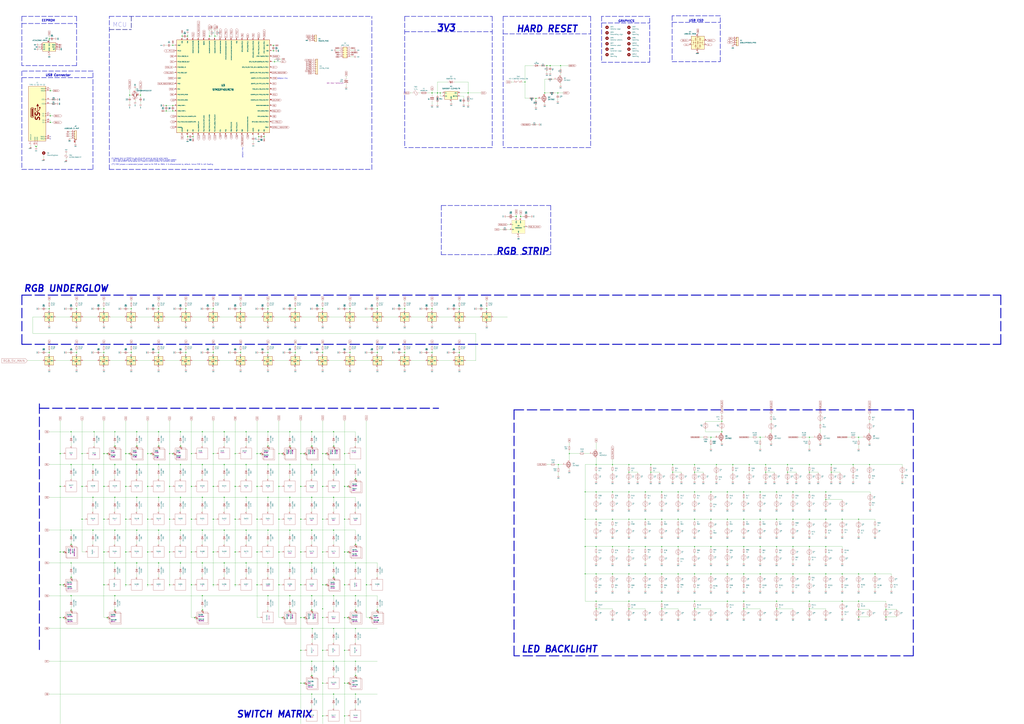
<source format=kicad_sch>
(kicad_sch (version 20230121) (generator eeschema)
  (paper "A0")
  (title_block (title "Athena PCB schematic") (date "2023-04-26") (rev "V3.0.0") (company "Acheron Project") (comment 1 "Designed by Gondolindrim"))
  (junction (at 730.25 548.64) (diameter 0.9144))
  (junction (at 311.15 577.85) (diameter 1.016))
  (junction (at 349.25 793.75))
  (junction (at 209.55 615.95) (diameter 1.016))
  (junction (at 336.55 708.66) (diameter 0.9144))
  (junction (at 311.15 358.775) (diameter 0.9144))
  (junction (at 323.85 679.45) (diameter 1.016))
  (junction (at 400.05 717.55))
  (junction (at 632.46 107.95))
  (junction (at 120.65 679.45) (diameter 1.016))
  (junction (at 958.85 580.39) (diameter 0.9144))
  (junction (at 387.35 692.15))
  (junction (at 692.15 698.5))
  (junction (at 863.6 603.25) (diameter 0.9144))
  (junction (at 234.95 708.66) (diameter 0.9144))
  (junction (at 222.25 641.35) (diameter 1.016))
  (junction (at 82.55 615.95) (diameter 1.016))
  (junction (at 361.95 920.75))
  (junction (at 977.9 698.5))
  (junction (at 622.3 114.3))
  (junction (at 200.66 128.905) (diameter 0.9144))
  (junction (at 234.95 539.75) (diameter 1.016))
  (junction (at 755.65 548.64) (diameter 0.9144))
  (junction (at 749.3 666.75) (diameter 0.9144))
  (junction (at 412.75 844.55))
  (junction (at 362.585 730.25))
  (junction (at 217.805 158.75))
  (junction (at 171.45 641.35) (diameter 1.016))
  (junction (at 311.15 518.16) (diameter 0.9144))
  (junction (at 285.75 577.85) (diameter 1.016))
  (junction (at 939.8 508))
  (junction (at 501.65 409.575) (diameter 0.9144))
  (junction (at 400.05 831.85))
  (junction (at 939.8 666.75) (diameter 0.9144))
  (junction (at 209.55 654.05) (diameter 1.016))
  (junction (at 387.35 920.75) (diameter 1.016))
  (junction (at 387.35 654.05) (diameter 1.016))
  (junction (at 323.85 641.35) (diameter 1.016))
  (junction (at 107.95 577.85) (diameter 1.016))
  (junction (at 184.15 358.775) (diameter 0.9144))
  (junction (at 184.15 501.65) (diameter 1.016))
  (junction (at 387.35 882.65) (diameter 1.016))
  (junction (at 889 539.75) (diameter 0.9144))
  (junction (at 806.45 707.39))
  (junction (at 412.75 768.35))
  (junction (at 146.05 603.25) (diameter 1.016))
  (junction (at 787.4 603.25) (diameter 0.9144))
  (junction (at 863.6 635) (diameter 0.9144))
  (junction (at 323.85 527.05) (diameter 0.9144))
  (junction (at 361.95 692.15) (diameter 1.016))
  (junction (at 378.46 527.05) (diameter 0.9144))
  (junction (at 438.15 358.775) (diameter 0.9144))
  (junction (at 349.25 755.65))
  (junction (at 222.25 603.25) (diameter 1.016))
  (junction (at 209.55 539.75) (diameter 1.016))
  (junction (at 120.65 565.15) (diameter 1.016))
  (junction (at 152.4 358.775) (diameter 0.9144))
  (junction (at 336.55 654.05) (diameter 1.016))
  (junction (at 247.65 603.25) (diameter 1.016))
  (junction (at 990.6 539.75) (diameter 0.9144))
  (junction (at 353.06 717.55))
  (junction (at 958.85 666.75))
  (junction (at 146.05 527.05) (diameter 1.016))
  (junction (at 825.5 603.25) (diameter 0.9144))
  (junction (at 387.35 577.85) (diameter 1.016))
  (junction (at 387.35 768.35) (diameter 1.016))
  (junction (at 95.25 527.05) (diameter 0.9144))
  (junction (at 133.35 577.85) (diameter 1.016))
  (junction (at 342.9 358.775) (diameter 0.9144))
  (junction (at 661.035 527.05))
  (junction (at 120.65 409.575) (diameter 0.9144))
  (junction (at 361.95 768.35))
  (junction (at 787.4 635) (diameter 0.9144))
  (junction (at 939.8 539.75) (diameter 0.9144))
  (junction (at 69.85 527.05) (diameter 1.016))
  (junction (at 400.05 527.05) (diameter 0.9144))
  (junction (at 920.75 571.5) (diameter 0.9144))
  (junction (at 844.55 603.25) (diameter 0.9144))
  (junction (at 234.95 615.95) (diameter 1.016))
  (junction (at 863.6 571.5) (diameter 0.9144))
  (junction (at 400.05 908.05))
  (junction (at 120.65 641.35) (diameter 1.016))
  (junction (at 120.65 358.775) (diameter 0.9144))
  (junction (at 863.6 666.75) (diameter 0.9144))
  (junction (at 374.65 641.35) (diameter 0.9144))
  (junction (at 361.95 806.45))
  (junction (at 412.75 632.46) (diameter 0.9144))
  (junction (at 806.45 603.25) (diameter 0.9144))
  (junction (at 234.95 501.65) (diameter 1.016))
  (junction (at 1009.65 539.75) (diameter 0.9144))
  (junction (at 806.45 635) (diameter 0.9144))
  (junction (at 133.35 708.66) (diameter 0.9144))
  (junction (at 374.65 409.575) (diameter 0.9144))
  (junction (at 361.95 844.55))
  (junction (at 82.55 539.75) (diameter 1.016))
  (junction (at 1016 666.75))
  (junction (at 247.65 679.45))
  (junction (at 133.35 692.15) (diameter 1.016))
  (junction (at 901.7 707.39))
  (junction (at 889 548.64) (diameter 0.9144))
  (junction (at 311.15 692.15) (diameter 1.016))
  (junction (at 711.2 635) (diameter 0.9144))
  (junction (at 209.55 518.16) (diameter 0.9144))
  (junction (at 57.15 409.575) (diameter 0.9144))
  (junction (at 374.65 755.65))
  (junction (at 977.9 603.25) (diameter 0.9144))
  (junction (at 361.95 615.95) (diameter 1.016))
  (junction (at 361.95 654.05) (diameter 1.016))
  (junction (at 361.95 518.16) (diameter 0.9144))
  (junction (at 109.22 501.65) (diameter 0.9144))
  (junction (at 374.65 527.05) (diameter 0.9144))
  (junction (at 939.8 635) (diameter 0.9144))
  (junction (at 69.85 565.15) (diameter 1.016))
  (junction (at 171.45 603.25) (diameter 1.016))
  (junction (at 58.42 142.24) (diameter 1.016))
  (junction (at 249.555 41.91) (diameter 0.9144))
  (junction (at 298.45 641.35) (diameter 1.016))
  (junction (at 88.9 358.775) (diameter 0.9144))
  (junction (at 825.5 508))
  (junction (at 679.45 635))
  (junction (at 88.9 409.575) (diameter 0.9144))
  (junction (at 996.95 708.025))
  (junction (at 196.85 641.35) (diameter 1.016))
  (junction (at 133.35 501.65) (diameter 0.9144))
  (junction (at 349.25 565.15) (diameter 1.016))
  (junction (at 387.35 615.95) (diameter 1.016))
  (junction (at 374.65 707.39))
  (junction (at 374.65 603.25) (diameter 0.9144))
  (junction (at 755.65 539.75) (diameter 0.9144))
  (junction (at 158.75 615.95) (diameter 1.016))
  (junction (at 400.05 679.45) (diameter 1.016))
  (junction (at 273.05 603.25) (diameter 1.016))
  (junction (at 133.35 539.75) (diameter 1.016))
  (junction (at 107.95 615.95) (diameter 1.016))
  (junction (at 869.95 539.75) (diameter 0.9144))
  (junction (at 57.15 45.085) (diameter 0.9144))
  (junction (at 469.9 409.575) (diameter 0.9144))
  (junction (at 806.45 548.64) (diameter 0.9144))
  (junction (at 996.95 603.25))
  (junction (at 806.45 571.5) (diameter 0.9144))
  (junction (at 374.65 793.75))
  (junction (at 1028.7 708.025))
  (junction (at 768.35 666.75) (diameter 0.9144))
  (junction (at 158.75 654.05) (diameter 1.016))
  (junction (at 648.335 539.75))
  (junction (at 768.35 707.39))
  (junction (at 200.66 52.705) (diameter 0.9144))
  (junction (at 247.65 527.05) (diameter 0.9144))
  (junction (at 260.35 577.85) (diameter 1.016))
  (junction (at 604.52 251.46) (diameter 1.016))
  (junction (at 285.75 539.75) (diameter 1.016))
  (junction (at 730.25 603.25) (diameter 0.9144))
  (junction (at 838.2 489.585))
  (junction (at 768.35 635) (diameter 0.9144))
  (junction (at 342.9 409.575) (diameter 0.9144))
  (junction (at 882.65 508))
  (junction (at 222.25 679.45) (diameter 1.016))
  (junction (at 196.85 565.15) (diameter 1.016))
  (junction (at 300.355 158.75))
  (junction (at 273.05 527.05) (diameter 0.9144))
  (junction (at 543.56 107.95) (diameter 1.016))
  (junction (at 501.65 358.775) (diameter 0.9144))
  (junction (at 901.7 635) (diameter 0.9144))
  (junction (at 336.55 577.85) (diameter 1.016))
  (junction (at 844.55 635) (diameter 0.9144))
  (junction (at 831.85 539.75) (diameter 0.9144))
  (junction (at 692.15 603.25) (diameter 0.9144))
  (junction (at 211.455 41.91) (diameter 0.9144))
  (junction (at 438.15 708.66) (diameter 0.9144))
  (junction (at 787.4 571.5) (diameter 0.9144))
  (junction (at 914.4 539.75) (diameter 0.9144))
  (junction (at 349.25 527.05) (diameter 0.9144))
  (junction (at 939.8 548.64) (diameter 0.9144))
  (junction (at 73.66 679.45) (diameter 0.9144))
  (junction (at 163.195 110.49) (diameter 0.9144))
  (junction (at 412.75 806.45))
  (junction (at 193.04 122.555) (diameter 0.9144))
  (junction (at 647.7 107.95))
  (junction (at 387.35 844.55) (diameter 1.016))
  (junction (at 806.45 698.5))
  (junction (at 730.25 571.5) (diameter 0.9144))
  (junction (at 901.7 666.75) (diameter 0.9144))
  (junction (at 361.95 708.66))
  (junction (at 193.04 128.905) (diameter 0.9144))
  (junction (at 224.155 158.75))
  (junction (at 349.25 869.95))
  (junction (at 749.3 635) (diameter 0.9144))
  (junction (at 222.25 527.05) (diameter 0.9144))
  (junction (at 184.15 518.16) (diameter 0.9144))
  (junction (at 158.75 539.75) (diameter 1.016))
  (junction (at 302.26 527.05) (diameter 0.9144))
  (junction (at 965.2 548.64) (diameter 0.9144))
  (junction (at 692.15 571.5) (diameter 0.9144))
  (junction (at 844.55 698.5))
  (junction (at 273.05 565.15) (diameter 1.016))
  (junction (at 146.05 679.45))
  (junction (at 158.75 501.65) (diameter 1.016))
  (junction (at 635 76.2) (diameter 1.016))
  (junction (at 171.45 679.45))
  (junction (at 825.5 666.75) (diameter 0.9144))
  (junction (at 882.65 603.25) (diameter 0.9144))
  (junction (at 146.05 641.35) (diameter 1.016))
  (junction (at 711.2 539.75) (diameter 0.9144))
  (junction (at 215.9 409.575) (diameter 0.9144))
  (junction (at 327.66 717.55) (diameter 0.9144))
  (junction (at 920.75 635))
  (junction (at 958.85 603.25))
  (junction (at 285.75 654.05) (diameter 1.016))
  (junction (at 565.15 358.775) (diameter 0.9144))
  (junction (at 361.95 539.75) (diameter 1.016))
  (junction (at 374.65 717.55))
  (junction (at 863.6 707.39))
  (junction (at 273.05 641.35) (diameter 1.016))
  (junction (at 429.26 717.55) (diameter 0.9144))
  (junction (at 403.86 565.15) (diameter 0.9144))
  (junction (at 749.3 571.5) (diameter 0.9144))
  (junction (at 222.25 565.15) (diameter 1.016))
  (junction (at 69.85 717.55))
  (junction (at 749.3 603.25) (diameter 0.9144))
  (junction (at 781.05 548.64) (diameter 0.9144))
  (junction (at 273.05 679.45))
  (junction (at 863.6 698.5))
  (junction (at 171.45 565.15) (diameter 1.016))
  (junction (at 69.85 641.35) (diameter 1.016))
  (junction (at 374.65 831.85))
  (junction (at 679.45 571.5))
  (junction (at 353.06 527.05) (diameter 0.9144))
  (junction (at 406.4 358.775) (diameter 0.9144))
  (junction (at 311.15 654.05) (diameter 1.016))
  (junction (at 939.8 603.25) (diameter 0.9144))
  (junction (at 298.45 603.25) (diameter 1.016))
  (junction (at 58.42 134.62) (diameter 1.016))
  (junction (at 196.85 527.05) (diameter 0.9144))
  (junction (at 69.85 679.45) (diameter 1.016))
  (junction (at 939.8 707.39))
  (junction (at 400.05 755.65))
  (junction (at 403.86 641.35) (diameter 0.9144))
  (junction (at 209.55 577.85) (diameter 1.016))
  (junction (at 184.15 577.85) (diameter 1.016))
  (junction (at 400.05 641.35) (diameter 1.016))
  (junction (at 150.495 110.49) (diameter 0.9144))
  (junction (at 508 107.95) (diameter 1.016))
  (junction (at 850.9 539.75) (diameter 0.9144))
  (junction (at 806.45 539.75) (diameter 0.9144))
  (junction (at 412.75 708.66) (diameter 0.9144))
  (junction (at 387.35 539.75) (diameter 1.016))
  (junction (at 196.85 603.25) (diameter 1.016))
  (junction (at 412.75 730.25))
  (junction (at 692.15 635) (diameter 0.9144))
  (junction (at 939.8 571.5) (diameter 0.9144))
  (junction (at 374.65 679.45))
  (junction (at 650.875 76.2))
  (junction (at 285.75 501.65) (diameter 1.016))
  (junction (at 260.35 501.65) (diameter 1.016))
  (junction (at 336.55 518.16) (diameter 0.9144))
  (junction (at 200.66 122.555) (diameter 0.9144))
  (junction (at 349.25 641.35) (diameter 1.016))
  (junction (at 901.7 698.5))
  (junction (at 196.85 679.45))
  (junction (at 730.25 539.75) (diameter 0.9144))
  (junction (at 57.15 358.775) (diameter 0.9144))
  (junction (at 781.05 539.75) (diameter 0.9144))
  (junction (at 175.26 527.05) (diameter 0.9144))
  (junction (at 501.65 107.95) (diameter 1.016))
  (junction (at 327.66 527.05) (diameter 0.9144))
  (junction (at 939.8 698.5))
  (junction (at 323.85 565.15) (diameter 1.016))
  (junction (at 958.85 571.5) (diameter 0.9144))
  (junction (at 374.65 908.05))
  (junction (at 234.95 692.15) (diameter 1.016))
  (junction (at 825.5 635) (diameter 0.9144))
  (junction (at 336.55 615.95) (diameter 1.016))
  (junction (at 285.75 615.95) (diameter 1.016))
  (junction (at 403.86 793.75))
  (junction (at 400.05 869.95))
  (junction (at 469.9 358.775) (diameter 0.9144))
  (junction (at 184.15 539.75) (diameter 1.016))
  (junction (at 609.6 95.25))
  (junction (at 965.2 539.75) (diameter 0.9144))
  (junction (at 317.5 59.055))
  (junction (at 882.65 571.5) (diameter 0.9144))
  (junction (at 996.95 508))
  (junction (at 184.15 615.95) (diameter 1.016))
  (junction (at 353.06 793.75))
  (junction (at 73.66 717.55) (diameter 0.9144))
  (junction (at 260.35 654.05) (diameter 1.016))
  (junction (at 311.15 615.95) (diameter 1.016))
  (junction (at 260.35 615.95) (diameter 1.016))
  (junction (at 730.25 698.5))
  (junction (at 400.05 793.75))
  (junction (at 234.95 654.05) (diameter 1.016))
  (junction (at 806.45 666.75) (diameter 0.9144))
  (junction (at 361.95 784.86))
  (junction (at 317.5 52.705))
  (junction (at 171.45 527.05) (diameter 0.9144))
  (junction (at 124.46 717.55) (diameter 0.9144))
  (junction (at 882.65 666.75) (diameter 0.9144))
  (junction (at 787.4 666.75) (diameter 0.9144))
  (junction (at 374.65 565.15) (diameter 1.016))
  (junction (at 374.65 869.95))
  (junction (at 311.15 409.575) (diameter 0.9144))
  (junction (at 200.66 527.05) (diameter 0.9144))
  (junction (at 412.75 784.86))
  (junction (at 133.35 615.95) (diameter 1.016))
  (junction (at 247.65 409.575) (diameter 0.9144))
  (junction (at 298.45 679.45) (diameter 1.016))
  (junction (at 374.65 358.775) (diameter 0.9144))
  (junction (at 996.95 666.75))
  (junction (at 1028.7 716.915))
  (junction (at 901.7 603.25) (diameter 0.9144))
  (junction (at 247.65 565.15) (diameter 1.016))
  (junction (at 298.45 565.15) (diameter 1.016))
  (junction (at 58.42 105.41) (diameter 1.016))
  (junction (at 306.705 158.75))
  (junction (at 412.75 654.05))
  (junction (at 124.46 527.05))
  (junction (at 914.4 548.64) (diameter 0.9144))
  (junction (at 120.65 603.25) (diameter 1.016))
  (junction (at 184.15 409.575) (diameter 0.9144))
  (junction (at 95.25 603.25) (diameter 1.016))
  (junction (at 920.75 666.75) (diameter 0.9144))
  (junction (at 768.35 571.5) (diameter 0.9144))
  (junction (at 533.4 358.775) (diameter 0.9144))
  (junction (at 82.55 501.65) (diameter 1.016))
  (junction (at 711.2 666.75) (diameter 0.9144))
  (junction (at 260.35 539.75) (diameter 1.016))
  (junction (at 215.9 358.775) (diameter 0.9144))
  (junction (at 901.7 571.5) (diameter 0.9144))
  (junction (at 226.06 717.55) (diameter 0.9144))
  (junction (at 361.95 882.65))
  (junction (at 298.45 527.05) (diameter 0.9144))
  (junction (at 349.25 831.85))
  (junction (at 730.25 666.75) (diameter 0.9144))
  (junction (at 638.81 76.2) (diameter 1.016))
  (junction (at 152.4 409.575) (diameter 0.9144))
  (junction (at 336.55 539.75) (diameter 1.016))
  (junction (at 184.15 654.05) (diameter 1.016))
  (junction (at 82.55 692.15) (diameter 1.016))
  (junction (at 387.35 518.16) (diameter 0.9144))
  (junction (at 533.4 409.575) (diameter 0.9144))
  (junction (at 361.95 501.65) (diameter 1.016))
  (junction (at 403.86 717.55) (diameter 0.9144))
  (junction (at 323.85 603.25) (diameter 1.016))
  (junction (at 209.55 501.65) (diameter 1.016))
  (junction (at 349.25 679.45) (diameter 1.016))
  (junction (at 279.4 358.775) (diameter 0.9144))
  (junction (at 378.46 679.45) (diameter 0.9144))
  (junction (at 41.91 170.18) (diameter 1.016))
  (junction (at 387.35 730.25))
  (junction (at 349.25 717.55))
  (junction (at 882.65 635) (diameter 0.9144))
  (junction (at 730.25 635) (diameter 0.9144))
  (junction (at 412.75 556.26) (diameter 0.9144))
  (junction (at 217.805 41.91) (diameter 0.9144))
  (junction (at 844.55 571.5) (diameter 0.9144))
  (junction (at 73.66 641.35) (diameter 0.9144))
  (junction (at 387.35 670.56) (diameter 0.9144))
  (junction (at 361.95 577.85) (diameter 1.016))
  (junction (at 679.45 603.25))
  (junction (at 679.45 666.75))
  (junction (at 406.4 409.575) (diameter 0.9144))
  (junction (at 311.15 501.65) (diameter 1.016))
  (junction (at 133.35 518.16) (diameter 0.9144))
  (junction (at 107.95 539.75) (diameter 1.016))
  (junction (at 692.15 666.75) (diameter 0.9144))
  (junction (at 838.2 501.65))
  (junction (at 279.4 409.575) (diameter 0.9144))
  (junction (at 412.75 692.15) (diameter 1.016))
  (junction (at 825.5 571.5) (diameter 0.9144))
  (junction (at 247.65 358.775) (diameter 0.9144))
  (junction (at 318.77 71.755))
  (junction (at 82.55 654.05))
  (junction (at 82.55 708.66) (diameter 0.9144))
  (junction (at 711.2 603.25) (diameter 0.9144))
  (junction (at 120.65 527.05) (diameter 1.016))
  (junction (at 336.55 501.65) (diameter 1.016))
  (junction (at 158.75 577.85) (diameter 1.016))
  (junction (at 996.95 698.5))
  (junction (at 349.25 908.05))
  (junction (at 149.86 527.05) (diameter 0.9144))
  (junction (at 438.15 409.575) (diameter 0.9144))
  (junction (at 243.205 41.91) (diameter 0.9144))
  (junction (at 996.95 716.915))
  (junction (at 400.05 603.25) (diameter 1.016))
  (junction (at 247.65 641.35) (diameter 1.016))
  (junction (at 349.25 603.25) (diameter 1.016))
  (junction (at 158.75 518.16) (diameter 0.9144))
  (junction (at 711.2 571.5) (diameter 0.9144))
  (junction (at 336.55 692.15) (diameter 1.016))
  (junction (at 692.15 707.39))
  (junction (at 234.95 577.85) (diameter 1.016))
  (junction (at 511.175 107.95))
  (junction (at 387.35 806.45) (diameter 1.016))
  (junction (at 692.15 539.75) (diameter 0.9144))
  (junction (at 920.75 603.25) (diameter 0.9144))
  (junction (at 730.25 707.39))
  (junction (at 844.55 666.75) (diameter 0.9144))
  (junction (at 133.35 654.05) (diameter 1.016))
  (junction (at 82.55 670.56) (diameter 0.9144))
  (junction (at 768.35 603.25) (diameter 0.9144))
  (junction (at 958.85 635) (diameter 0.9144))
  (junction (at 146.05 565.15) (diameter 1.016))
  (junction (at 95.25 565.15) (diameter 1.016))
  (junction (at 387.35 501.65) (diameter 1.016))
  (junction (at 311.15 539.75) (diameter 1.016))
  (junction (at 768.35 698.5))
  (junction (at 425.45 679.45) (diameter 1.016))
  (junction (at 82.55 632.46))
  (junction (at 599.44 251.46) (diameter 1.016))
  (junction (at 977.9 666.75))
  (junction (at 400.05 565.15) (diameter 1.016))
  (no_connect (at 58.42 161.29))
  (no_connect (at 58.42 158.75))
  (wire (pts (xy 749.3 642.62) (xy 749.3 643.89)))
  (wire (pts (xy 57.15 920.75) (xy 361.95 920.75)))
  (wire (pts (xy 414.02 708.66) (xy 412.75 708.66)))
  (wire (pts (xy 414.02 709.93) (xy 414.02 708.66)))
  (wire (pts (xy 82.55 654.05) (xy 82.55 659.13)))
  (wire (pts (xy 133.35 501.65) (xy 133.35 506.73)))
  (wire (pts (xy 247.65 488.95) (xy 247.65 527.05)))
  (wire (pts (xy 247.65 527.05) (xy 247.65 565.15)))
  (wire (pts (xy 133.35 552.45) (xy 133.35 556.26)))
  (wire (pts (xy 768.35 635) (xy 768.35 637.54)))
  (wire (pts (xy 901.7 589.28) (xy 901.7 590.55)))
  (wire (pts (xy 939.8 716.28) (xy 939.8 717.55)))
  (wire (pts (xy 323.85 641.35) (xy 323.85 603.25)))
  (wire (pts (xy 82.55 704.85) (xy 82.55 708.66)))
  (wire (pts (xy 184.15 426.72) (xy 184.15 428.625)))
  (wire (pts (xy 146.05 565.15) (xy 149.86 565.15)))
  (wire (pts (xy 920.75 571.5) (xy 920.75 574.04)))
  (wire (pts (xy 175.26 358.775) (xy 173.355 358.775)))
  (polyline (pts (xy 698.5 19.05) (xy 698.5 72.39)) (stroke (width 0.508) (type dash)))
  (wire (pts (xy 863.6 666.75) (xy 882.65 666.75)))
  (polyline (pts (xy 25.4 82.55) (xy 25.4 196.85)) (stroke (width 0.508) (type dash)))
  (wire (pts (xy 914.4 548.64) (xy 914.4 549.91)))
  (wire (pts (xy 924.56 548.64) (xy 924.56 549.91)))
  (wire (pts (xy 152.4 409.575) (xy 152.4 411.48)))
  (wire (pts (xy 977.9 613.41) (xy 977.9 614.68)))
  (wire (pts (xy 209.55 501.65) (xy 209.55 506.73)))
  (wire (pts (xy 215.9 409.575) (xy 215.9 411.48)))
  (wire (pts (xy 996.95 666.75) (xy 996.95 669.29)))
  (wire (pts (xy 844.55 698.5) (xy 844.55 701.04)))
  (wire (pts (xy 920.75 676.91) (xy 920.75 678.18)))
  (wire (pts (xy 201.93 528.32) (xy 200.66 528.32)))
  (wire (pts (xy 901.7 610.87) (xy 901.7 613.41)))
  (wire (pts (xy 285.75 666.75) (xy 285.75 670.56)))
  (wire (pts (xy 120.65 641.35) (xy 120.65 603.25)))
  (wire (pts (xy 768.35 683.26) (xy 768.35 685.8)))
  (wire (pts (xy 617.855 144.78) (xy 616.585 144.78)))
  (wire (pts (xy 222.25 527.05) (xy 226.06 527.05)))
  (wire (pts (xy 387.35 844.55) (xy 412.75 844.55)))
  (wire (pts (xy 1016 666.75) (xy 1035.05 666.75)))
  (wire (pts (xy 362.585 742.95) (xy 362.585 746.76)))
  (wire (pts (xy 109.22 514.35) (xy 109.22 518.16)))
  (wire (pts (xy 1009.65 556.26) (xy 1009.65 558.8)))
  (wire (pts (xy 692.15 539.75) (xy 711.2 539.75)))
  (wire (pts (xy 711.2 539.75) (xy 730.25 539.75)))
  (wire (pts (xy 730.25 539.75) (xy 755.65 539.75)))
  (wire (pts (xy 755.65 539.75) (xy 781.05 539.75)))
  (wire (pts (xy 781.05 539.75) (xy 806.45 539.75)))
  (wire (pts (xy 806.45 539.75) (xy 831.85 539.75)))
  (wire (pts (xy 831.85 539.75) (xy 850.9 539.75)))
  (polyline (pts (xy 127 196.85) (xy 127 19.05)) (stroke (width 0.508) (type dash)))
  (wire (pts (xy 234.95 654.05) (xy 234.95 659.13)))
  (wire (pts (xy 285.75 577.85) (xy 285.75 582.93)))
  (wire (pts (xy 844.55 635) (xy 863.6 635)))
  (wire (pts (xy 1016 683.26) (xy 1016 685.8)))
  (wire (pts (xy 361.95 806.45) (xy 361.95 811.53)))
  (wire (pts (xy 412.75 590.55) (xy 412.75 594.36)))
  (wire (pts (xy 632.46 119.38) (xy 632.46 120.65)))
  (wire (pts (xy 513.715 111.76) (xy 511.175 111.76)))
  (wire (pts (xy 361.95 552.45) (xy 361.95 556.26)))
  (wire (pts (xy 152.4 358.775) (xy 152.4 360.68)))
  (wire (pts (xy 88.9 400.05) (xy 88.9 401.955)))
  (wire (pts (xy 501.65 118.11) (xy 501.65 121.285)))
  (wire (pts (xy 765.81 548.64) (xy 765.81 549.91)))
  (wire (pts (xy 171.45 527.05) (xy 175.26 527.05)))
  (wire (pts (xy 538.48 119.38) (xy 538.48 120.65)))
  (wire (pts (xy 311.15 615.95) (xy 285.75 615.95)))
  (wire (pts (xy 692.15 666.75) (xy 692.15 669.29)))
  (wire (pts (xy 508 107.95) (xy 501.65 107.95)))
  (wire (pts (xy 50.8 181.61) (xy 50.8 184.15)))
  (wire (pts (xy 863.6 603.25) (xy 863.6 605.79)))
  (wire (pts (xy 361.95 920.75) (xy 387.35 920.75)))
  (wire (pts (xy 342.9 356.235) (xy 342.9 358.775)))
  (wire (pts (xy 679.45 666.75) (xy 679.45 635)))
  (wire (pts (xy 412.75 514.35) (xy 412.75 518.16)))
  (wire (pts (xy 247.65 603.25) (xy 247.65 565.15)))
  (wire (pts (xy 711.2 571.5) (xy 711.2 574.04)))
  (wire (pts (xy 387.35 539.75) (xy 387.35 544.83)))
  (wire (pts (xy 387.35 692.15) (xy 387.35 697.23)))
  (wire (pts (xy 57.15 375.92) (xy 57.15 377.825)))
  (wire (pts (xy 863.6 698.5) (xy 863.6 701.04)))
  (wire (pts (xy 303.53 419.1) (xy 287.02 419.1)))
  (wire (pts (xy 215.9 356.235) (xy 215.9 358.775)))
  (wire (pts (xy 730.25 547.37) (xy 730.25 548.64)))
  (wire (pts (xy 730.25 548.64) (xy 730.25 549.91)))
  (wire (pts (xy 806.45 571.5) (xy 806.45 574.04)))
  (wire (pts (xy 311.15 539.75) (xy 311.15 544.83)))
  (wire (pts (xy 692.15 676.91) (xy 692.15 678.18)))
  (wire (pts (xy 234.95 590.55) (xy 234.95 594.36)))
  (wire (pts (xy 334.01 409.575) (xy 332.105 409.575)))
  (wire (pts (xy 342.9 426.72) (xy 342.9 428.625)))
  (wire (pts (xy 920.75 603.25) (xy 920.75 605.79)))
  (wire (pts (xy 200.66 128.905) (xy 200.66 128.27)))
  (wire (pts (xy 247.65 603.25) (xy 251.46 603.25)))
  (wire (pts (xy 349.25 831.85) (xy 353.06 831.85)))
  (polyline (pts (xy 431.8 196.85) (xy 431.8 19.05)) (stroke (width 0.508) (type dash)))
  (wire (pts (xy 133.35 628.65) (xy 133.35 632.46)))
  (wire (pts (xy 543.56 107.95) (xy 558.8 107.95)))
  (wire (pts (xy 336.55 552.45) (xy 336.55 556.26)))
  (wire (pts (xy 158.75 577.85) (xy 133.35 577.85)))
  (wire (pts (xy 323.85 488.95) (xy 323.85 527.05)))
  (wire (pts (xy 323.85 527.05) (xy 323.85 565.15)))
  (wire (pts (xy 749.3 610.87) (xy 749.3 613.41)))
  (wire (pts (xy 317.5 52.705) (xy 317.5 53.34)))
  (wire (pts (xy 328.93 528.32) (xy 327.66 528.32)))
  (wire (pts (xy 749.3 716.28) (xy 749.3 717.55)))
  (wire (pts (xy 403.86 566.42) (xy 403.86 565.15)))
  (wire (pts (xy 405.13 566.42) (xy 403.86 566.42)))
  (wire (pts (xy 273.05 641.35) (xy 276.86 641.35)))
  (wire (pts (xy 533.4 409.575) (xy 533.4 411.48)))
  (wire (pts (xy 749.3 666.75) (xy 768.35 666.75)))
  (wire (pts (xy 349.25 908.05) (xy 353.06 908.05)))
  (wire (pts (xy 224.155 158.75) (xy 224.155 160.655)))
  (wire (pts (xy 406.4 349.25) (xy 406.4 351.155)))
  (wire (pts (xy 247.65 641.35) (xy 247.65 603.25)))
  (wire (pts (xy 412.75 654.05) (xy 412.75 659.13)))
  (wire (pts (xy 311.15 375.92) (xy 311.15 377.825)))
  (wire (pts (xy 306.705 158.75) (xy 306.705 156.845)))
  (wire (pts (xy 69.85 717.55) (xy 73.66 717.55)))
  (wire (pts (xy 120.65 565.15) (xy 124.46 565.15)))
  (wire (pts (xy 1016 603.25) (xy 1016 605.79)))
  (wire (pts (xy 414.02 784.86) (xy 414.02 786.13)))
  (wire (pts (xy 387.35 768.35) (xy 412.75 768.35)))
  (wire (pts (xy 781.05 548.64) (xy 781.05 549.91)))
  (wire (pts (xy 806.45 579.12) (xy 806.45 581.66)))
  (wire (pts (xy 501.65 349.25) (xy 501.65 351.155)))
  (wire (pts (xy 298.45 717.55) (xy 302.26 717.55)))
  (wire (pts (xy 939.8 547.37) (xy 939.8 548.64)))
  (wire (pts (xy 730.25 589.28) (xy 730.25 590.55)))
  (wire (pts (xy 412.75 730.25) (xy 412.75 735.33)))
  (wire (pts (xy 120.65 426.72) (xy 120.65 428.625)))
  (wire (pts (xy 977.9 580.39) (xy 958.85 580.39)))
  (wire (pts (xy 895.35 488.315) (xy 895.35 491.49)))
  (wire (pts (xy 311.15 692.15) (xy 311.15 697.23)))
  (wire (pts (xy 82.55 971.55) (xy 82.55 975.36)))
  (wire (pts (xy 311.15 590.55) (xy 311.15 594.36)))
  (wire (pts (xy 311.15 654.05) (xy 285.75 654.05)))
  (wire (pts (xy 361.95 590.55) (xy 361.95 594.36)))
  (wire (pts (xy 298.45 565.15) (xy 302.26 565.15)))
  (wire (pts (xy 349.25 679.45) (xy 353.06 679.45)))
  (wire (pts (xy 508 95.25) (xy 508 107.95)))
  (wire (pts (xy 342.9 358.775) (xy 342.9 360.68)))
  (wire (pts (xy 920.75 645.16) (xy 920.75 646.43)))
  (polyline (pts (xy 512.445 238.76) (xy 512.445 295.91)) (stroke (width 0.508) (type dash)))
  (polyline (pts (xy 127 196.85) (xy 431.8 196.85)) (stroke (width 0.508) (type dash)))
  (polyline (pts (xy 780.415 71.755) (xy 836.295 71.755)) (stroke (width 0.508) (type dash)))
  (wire (pts (xy 57.15 730.25) (xy 362.585 730.25)))
  (wire (pts (xy 184.15 501.65) (xy 158.75 501.65)))
  (wire (pts (xy 116.84 409.575) (xy 120.65 409.575)))
  (wire (pts (xy 692.15 514.35) (xy 692.15 521.97)))
  (wire (pts (xy 692.15 539.75) (xy 692.15 542.29)))
  (wire (pts (xy 497.84 358.775) (xy 501.65 358.775)))
  (wire (pts (xy 1035.05 666.75) (xy 1035.05 669.29)))
  (wire (pts (xy 133.35 615.95) (xy 107.95 615.95)))
  (wire (pts (xy 806.45 547.37) (xy 806.45 548.64)))
  (wire (pts (xy 806.45 548.64) (xy 806.45 549.91)))
  (wire (pts (xy 984.25 508) (xy 988.06 508)))
  (wire (pts (xy 534.035 111.76) (xy 538.48 111.76)))
  (wire (pts (xy 247.65 679.45) (xy 251.46 679.45)))
  (wire (pts (xy 200.66 122.555) (xy 193.04 122.555)))
  (wire (pts (xy 370.84 409.575) (xy 374.65 409.575)))
  (wire (pts (xy 661.035 544.83) (xy 661.035 546.1)))
  (wire (pts (xy 171.45 679.45) (xy 171.45 681.99)))
  (wire (pts (xy 374.65 946.15) (xy 378.46 946.15)))
  (wire (pts (xy 69.85 488.95) (xy 69.85 527.05)))
  (wire (pts (xy 365.76 358.775) (xy 363.855 358.775)))
  (wire (pts (xy 285.75 615.95) (xy 260.35 615.95)))
  (wire (pts (xy 387.35 742.95) (xy 387.35 746.76)))
  (wire (pts (xy 184.15 400.05) (xy 184.15 401.955)))
  (wire (pts (xy 561.34 358.775) (xy 565.15 358.775)))
  (wire (pts (xy 400.05 755.65) (xy 400.05 717.55)))
  (wire (pts (xy 45.085 57.15) (xy 46.99 57.15)))
  (wire (pts (xy 87.63 165.735) (xy 87.63 167.005)))
  (wire (pts (xy 730.25 652.78) (xy 730.25 654.05)))
  (bus (pts (xy 127 34.29) (xy 152.4 34.29)) (stroke (width 0.508) (type dash)))
  (wire (pts (xy 889 539.75) (xy 914.4 539.75)))
  (wire (pts (xy 1010.285 571.5) (xy 1010.285 574.04)))
  (wire (pts (xy 787.4 676.91) (xy 787.4 678.18)))
  (wire (pts (xy 184.15 356.235) (xy 184.15 358.775)))
  (wire (pts (xy 374.65 488.95) (xy 374.65 527.05)))
  (wire (pts (xy 374.65 527.05) (xy 374.65 565.15)))
  (wire (pts (xy 349.25 565.15) (xy 349.25 603.25)))
  (wire (pts (xy 311.15 501.65) (xy 311.15 506.73)))
  (wire (pts (xy 361.95 704.85) (xy 361.95 708.66)))
  (wire (pts (xy 1028.7 708.025) (xy 1041.4 708.025)))
  (wire (pts (xy 336.55 692.15) (xy 311.15 692.15)))
  (wire (pts (xy 367.03 368.3) (xy 350.52 368.3)))
  (wire (pts (xy 184.15 615.95) (xy 158.75 615.95)))
  (wire (pts (xy 977.9 635) (xy 977.9 637.54)))
  (wire (pts (xy 73.66 718.82) (xy 73.66 717.55)))
  (wire (pts (xy 74.93 718.82) (xy 73.66 718.82)))
  (wire (pts (xy 196.85 679.45) (xy 200.66 679.45)))
  (wire (pts (xy 749.3 603.25) (xy 768.35 603.25)))
  (wire (pts (xy 599.44 251.46) (xy 599.44 253.365)))
  (wire (pts (xy 469.9 400.05) (xy 469.9 401.955)))
  (wire (pts (xy 901.7 579.12) (xy 901.7 581.66)))
  (wire (pts (xy 831.85 549.91) (xy 831.85 552.45)))
  (wire (pts (xy 152.4 375.92) (xy 152.4 377.825)))
  (wire (pts (xy 469.9 375.92) (xy 469.9 377.825)))
  (wire (pts (xy 977.9 698.5) (xy 977.9 701.04)))
  (wire (pts (xy 209.55 615.95) (xy 184.15 615.95)))
  (wire (pts (xy 412.75 933.45) (xy 412.75 937.26)))
  (wire (pts (xy 768.35 571.5) (xy 768.35 574.04)))
  (wire (pts (xy 825.5 707.39) (xy 825.5 708.66)))
  (wire (pts (xy 82.55 654.05) (xy 133.35 654.05)))
  (wire (pts (xy 863.6 579.12) (xy 863.6 581.66)))
  (wire (pts (xy 88.9 409.575) (xy 88.9 411.48)))
  (wire (pts (xy 349.25 641.35) (xy 349.25 603.25)))
  (wire (pts (xy 412.75 615.95) (xy 412.75 621.03)))
  (wire (pts (xy 85.09 358.775) (xy 88.9 358.775)))
  (wire (pts (xy 787.4 571.5) (xy 806.45 571.5)))
  (wire (pts (xy 692.15 547.37) (xy 692.15 549.91)))
  (wire (pts (xy 869.95 508) (xy 873.76 508)))
  (wire (pts (xy 996.95 706.12) (xy 996.95 708.025)))
  (wire (pts (xy 508 121.285) (xy 508 118.745)))
  (wire (pts (xy 387.35 666.75) (xy 387.35 670.56)))
  (wire (pts (xy 260.35 539.75) (xy 234.95 539.75)))
  (wire (pts (xy 133.35 666.75) (xy 133.35 670.56)))
  (wire (pts (xy 400.05 679.45) (xy 400.05 717.55)))
  (wire (pts (xy 361.95 692.15) (xy 336.55 692.15)))
  (wire (pts (xy 323.85 603.25) (xy 327.66 603.25)))
  (wire (pts (xy 977.9 603.25) (xy 996.95 603.25)))
  (wire (pts (xy 374.65 407.035) (xy 374.65 409.575)))
  (wire (pts (xy 1047.75 539.75) (xy 1047.75 542.29)))
  (wire (pts (xy 374.65 908.05) (xy 374.65 946.15)))
  (wire (pts (xy 148.59 409.575) (xy 152.4 409.575)))
  (wire (pts (xy 107.95 577.85) (xy 133.35 577.85)))
  (wire (pts (xy 469.9 407.035) (xy 469.9 409.575)))
  (wire (pts (xy 615.95 251.46) (xy 614.68 251.46)))
  (wire (pts (xy 209.55 666.75) (xy 209.55 670.56)))
  (wire (pts (xy 82.55 552.45) (xy 82.55 556.26)))
  (wire (pts (xy 215.9 400.05) (xy 215.9 401.955)))
  (wire (pts (xy 107.95 552.45) (xy 107.95 556.26)))
  (wire (pts (xy 438.15 349.25) (xy 438.15 351.155)))
  (wire (pts (xy 692.15 571.5) (xy 711.2 571.5)))
  (wire (pts (xy 222.25 717.55) (xy 226.06 717.55)))
  (wire (pts (xy 361.95 654.05) (xy 361.95 659.13)))
  (wire (pts (xy 604.52 251.46) (xy 604.52 249.555)))
  (wire (pts (xy 1009.65 488.315) (xy 1009.65 491.49)))
  (wire (pts (xy 844.55 666.75) (xy 844.55 669.29)))
  (wire (pts (xy 133.35 590.55) (xy 133.35 594.36)))
  (wire (pts (xy 57.15 958.85) (xy 82.55 958.85)))
  (wire (pts (xy 996.95 603.25) (xy 1016 603.25)))
  (wire (pts (xy 120.65 356.235) (xy 120.65 358.775)))
  (wire (pts (xy 38.1 368.3) (xy 49.53 368.3)))
  (wire (pts (xy 82.55 628.65) (xy 82.55 632.46)))
  (wire (pts (xy 311.15 628.65) (xy 311.15 632.46)))
  (wire (pts (xy 781.05 548.64) (xy 791.21 548.64)))
  (wire (pts (xy 336.55 628.65) (xy 336.55 632.46)))
  (wire (pts (xy 196.85 565.15) (xy 200.66 565.15)))
  (wire (pts (xy 939.8 516.89) (xy 939.8 520.7)))
  (wire (pts (xy 285.75 552.45) (xy 285.75 556.26)))
  (wire (pts (xy 730.25 621.03) (xy 730.25 622.3)))
  (wire (pts (xy 711.2 603.25) (xy 711.2 605.79)))
  (wire (pts (xy 243.205 41.91) (xy 243.205 43.815)))
  (wire (pts (xy 238.76 409.575) (xy 236.855 409.575)))
  (wire (pts (xy 806.45 676.91) (xy 806.45 678.18)))
  (wire (pts (xy 260.35 501.65) (xy 285.75 501.65)))
  (wire (pts (xy 387.35 628.65) (xy 387.35 632.46)))
  (wire (pts (xy 692.15 635) (xy 711.2 635)))
  (wire (pts (xy 958.85 571.5) (xy 958.85 574.04)))
  (wire (pts (xy 82.55 615.95) (xy 107.95 615.95)))
  (wire (pts (xy 939.8 603.25) (xy 958.85 603.25)))
  (wire (pts (xy 412.75 819.15) (xy 412.75 822.96)))
  (wire (pts (xy 438.15 407.035) (xy 438.15 409.575)))
  (wire (pts (xy 882.65 652.78) (xy 882.65 654.05)))
  (wire (pts (xy 374.65 793.75) (xy 374.65 831.85)))
  (wire (pts (xy 534.035 107.95) (xy 543.56 107.95)))
  (wire (pts (xy 196.85 641.35) (xy 200.66 641.35)))
  (wire (pts (xy 838.2 487.68) (xy 838.2 489.585)))
  (wire (pts (xy 838.2 489.585) (xy 838.2 490.855)))
  (wire (pts (xy 711.2 539.75) (xy 711.2 542.29)))
  (wire (pts (xy 336.55 539.75) (xy 361.95 539.75)))
  (wire (pts (xy 379.73 528.32) (xy 378.46 528.32)))
  (wire (pts (xy 306.705 158.75) (xy 306.07 158.75)))
  (wire (pts (xy 193.04 122.555) (xy 191.135 122.555)))
  (wire (pts (xy 200.66 122.555) (xy 202.565 122.555)))
  (wire (pts (xy 412.75 692.15) (xy 438.15 692.15)))
  (wire (pts (xy 543.56 121.285) (xy 543.56 118.745)))
  (wire (pts (xy 247.65 679.45) (xy 247.65 681.99)))
  (wire (pts (xy 768.35 716.28) (xy 768.35 717.55)))
  (wire (pts (xy 939.8 651.51) (xy 939.8 654.05)))
  (wire (pts (xy 939.8 707.39) (xy 958.85 707.39)))
  (wire (pts (xy 120.65 400.05) (xy 120.65 401.955)))
  (wire (pts (xy 438.15 409.575) (xy 438.15 411.48)))
  (polyline (pts (xy 1060.45 476.25) (xy 1060.45 762)) (stroke (width 1.016) (type dash)))
  (wire (pts (xy 461.01 358.775) (xy 459.105 358.775)))
  (polyline (pts (xy 25.4 19.05) (xy 88.9 19.05)) (stroke (width 0.508) (type dash)))
  (wire (pts (xy 285.75 628.65) (xy 285.75 632.46)))
  (wire (pts (xy 95.25 565.15) (xy 99.06 565.15)))
  (wire (pts (xy 412.75 784.86) (xy 414.02 784.86)))
  (wire (pts (xy 311.15 356.235) (xy 311.15 358.775)))
  (polyline (pts (xy 512.445 238.76) (xy 639.445 238.76)) (stroke (width 0.508) (type dash)))
  (wire (pts (xy 374.65 426.72) (xy 374.65 428.625)))
  (wire (pts (xy 224.155 158.75) (xy 223.52 158.75)))
  (wire (pts (xy 889 548.64) (xy 889 549.91)))
  (wire (pts (xy 349.25 488.95) (xy 349.25 527.05)))
  (wire (pts (xy 349.25 527.05) (xy 349.25 565.15)))
  (wire (pts (xy 730.25 698.5) (xy 768.35 698.5)))
  (wire (pts (xy 336.55 539.75) (xy 311.15 539.75)))
  (wire (pts (xy 429.26 718.82) (xy 429.26 717.55)))
  (wire (pts (xy 430.53 718.82) (xy 429.26 718.82)))
  (wire (pts (xy 335.28 368.3) (xy 318.77 368.3)))
  (wire (pts (xy 495.935 107.95) (xy 501.65 107.95)))
  (wire (pts (xy 133.35 615.95) (xy 133.35 621.03)))
  (wire (pts (xy 317.5 52.705) (xy 319.405 52.705)))
  (wire (pts (xy 209.55 539.75) (xy 184.15 539.75)))
  (wire (pts (xy 863.6 589.28) (xy 863.6 590.55)))
  (polyline (pts (xy 25.4 90.17) (xy 107.95 90.17)) (stroke (width 0.508) (type dash)))
  (wire (pts (xy 882.65 571.5) (xy 882.65 574.04)))
  (wire (pts (xy 958.85 589.28) (xy 958.85 590.55)))
  (wire (pts (xy 730.25 716.28) (xy 730.25 717.55)))
  (wire (pts (xy 146.05 679.45) (xy 149.86 679.45)))
  (wire (pts (xy 374.65 755.65) (xy 374.65 793.75)))
  (wire (pts (xy 69.85 527.05) (xy 73.66 527.05)))
  (wire (pts (xy 317.5 58.42) (xy 317.5 59.055)))
  (wire (pts (xy 635 539.75) (xy 639.445 539.75)))
  (wire (pts (xy 95.25 603.25) (xy 99.06 603.25)))
  (wire (pts (xy 901.7 676.91) (xy 901.7 678.18)))
  (wire (pts (xy 901.7 603.25) (xy 901.7 605.79)))
  (wire (pts (xy 414.02 556.26) (xy 412.75 556.26)))
  (wire (pts (xy 414.02 557.53) (xy 414.02 556.26)))
  (wire (pts (xy 462.28 368.3) (xy 445.77 368.3)))
  (wire (pts (xy 234.95 654.05) (xy 209.55 654.05)))
  (wire (pts (xy 806.45 603.25) (xy 806.45 605.79)))
  (wire (pts (xy 901.7 683.26) (xy 901.7 685.8)))
  (wire (pts (xy 387.35 654.05) (xy 387.35 659.13)))
  (wire (pts (xy 755.65 539.75) (xy 755.65 542.29)))
  (polyline (pts (xy 45.72 469.265) (xy 45.72 755.015)) (stroke (width 1.016) (type dash)))
  (wire (pts (xy 349.25 527.05) (xy 353.06 527.05)))
  (wire (pts (xy 863.6 571.5) (xy 882.65 571.5)))
  (wire (pts (xy 311.15 514.35) (xy 311.15 518.16)))
  (wire (pts (xy 821.69 508) (xy 825.5 508)))
  (wire (pts (xy 844.55 621.03) (xy 844.55 622.3)))
  (wire (pts (xy 638.81 76.2) (xy 638.81 77.47)))
  (wire (pts (xy 977.9 698.5) (xy 996.95 698.5)))
  (wire (pts (xy 850.9 547.37) (xy 850.9 549.91)))
  (wire (pts (xy 692.15 532.13) (xy 692.15 539.75)))
  (wire (pts (xy 260.35 501.65) (xy 234.95 501.65)))
  (wire (pts (xy 825.5 621.03) (xy 825.5 622.3)))
  (wire (pts (xy 285.75 501.65) (xy 285.75 506.73)))
  (wire (pts (xy 768.35 621.03) (xy 768.35 622.3)))
  (wire (pts (xy 711.2 683.26) (xy 711.2 685.8)))
  (wire (pts (xy 920.75 666.75) (xy 920.75 669.29)))
  (wire (pts (xy 318.77 68.58) (xy 318.77 71.755)))
  (wire (pts (xy 196.85 641.35) (xy 196.85 679.45)))
  (wire (pts (xy 806.45 666.75) (xy 825.5 666.75)))
  (wire (pts (xy 146.05 641.35) (xy 146.05 679.45)))
  (wire (pts (xy 768.35 603.25) (xy 787.4 603.25)))
  (wire (pts (xy 200.66 128.905) (xy 202.565 128.905)))
  (wire (pts (xy 882.65 707.39) (xy 882.65 708.66)))
  (wire (pts (xy 270.51 409.575) (xy 268.605 409.575)))
  (wire (pts (xy 412.75 806.45) (xy 412.75 811.53)))
  (wire (pts (xy 342.9 375.92) (xy 342.9 377.825)))
  (wire (pts (xy 730.25 707.39) (xy 730.25 708.66)))
  (wire (pts (xy 749.3 635) (xy 768.35 635)))
  (wire (pts (xy 412.75 781.05) (xy 412.75 784.86)))
  (wire (pts (xy 57.15 577.85) (xy 107.95 577.85)))
  (wire (pts (xy 120.65 349.25) (xy 120.65 351.155)))
  (wire (pts (xy 412.75 666.75) (xy 412.75 670.56)))
  (wire (pts (xy 193.04 128.905) (xy 193.04 128.27)))
  (wire (pts (xy 844.55 706.12) (xy 844.55 708.66)))
  (wire (pts (xy 82.55 666.75) (xy 82.55 670.56)))
  (wire (pts (xy 1041.4 708.66) (xy 1041.4 708.025)))
  (wire (pts (xy 844.55 571.5) (xy 863.6 571.5)))
  (wire (pts (xy 977.9 708.66) (xy 977.9 709.93)))
  (wire (pts (xy 901.7 698.5) (xy 939.8 698.5)))
  (wire (pts (xy 279.4 407.035) (xy 279.4 409.575)))
  (wire (pts (xy 107.95 539.75) (xy 82.55 539.75)))
  (wire (pts (xy 300.99 158.75) (xy 300.355 158.75)))
  (wire (pts (xy 730.25 698.5) (xy 730.25 701.04)))
  (wire (pts (xy 692.15 603.25) (xy 692.15 605.79)))
  (wire (pts (xy 730.25 557.53) (xy 730.25 558.8)))
  (wire (pts (xy 353.06 528.32) (xy 353.06 527.05)))
  (wire (pts (xy 298.45 641.35) (xy 302.26 641.35)))
  (wire (pts (xy 580.39 266.7) (xy 583.565 266.7)))
  (wire (pts (xy 711.2 707.39) (xy 711.2 708.66)))
  (wire (pts (xy 965.2 557.53) (xy 965.2 558.8)))
  (wire (pts (xy 374.65 869.95) (xy 378.46 869.95)))
  (wire (pts (xy 349.25 908.05) (xy 349.25 946.15)))
  (wire (pts (xy 171.45 679.45) (xy 175.26 679.45)))
  (wire (pts (xy 825.5 642.62) (xy 825.5 643.89)))
  (wire (pts (xy 438.15 358.775) (xy 438.15 360.68)))
  (wire (pts (xy 768.35 642.62) (xy 768.35 645.16)))
  (wire (pts (xy 410.845 66.04) (xy 407.035 66.04)))
  (wire (pts (xy 76.835 184.15) (xy 76.835 185.42)))
  (wire (pts (xy 556.26 358.775) (xy 554.355 358.775)))
  (wire (pts (xy 730.25 571.5) (xy 749.3 571.5)))
  (wire (pts (xy 787.4 589.28) (xy 787.4 590.55)))
  (polyline (pts (xy 584.2 19.05) (xy 584.2 171.45)) (stroke (width 0.508) (type dash)))
  (wire (pts (xy 469.9 426.72) (xy 469.9 428.625)))
  (wire (pts (xy 593.725 95.25) (xy 596.265 95.25)))
  (wire (pts (xy 298.45 641.35) (xy 298.45 603.25)))
  (wire (pts (xy 180.34 409.575) (xy 184.15 409.575)))
  (polyline (pts (xy 685.8 171.45) (xy 584.2 171.45)) (stroke (width 0.508) (type dash)))
  (wire (pts (xy 958.85 603.25) (xy 958.85 605.79)))
  (wire (pts (xy 816.61 557.53) (xy 816.61 558.8)))
  (wire (pts (xy 279.4 356.235) (xy 279.4 358.775)))
  (wire (pts (xy 469.9 349.25) (xy 469.9 351.155)))
  (wire (pts (xy 334.01 358.775) (xy 332.105 358.775)))
  (wire (pts (xy 184.15 349.25) (xy 184.15 351.155)))
  (wire (pts (xy 882.65 635) (xy 901.7 635)))
  (wire (pts (xy 398.78 419.1) (xy 382.27 419.1)))
  (wire (pts (xy 711.2 642.62) (xy 711.2 645.16)))
  (wire (pts (xy 806.45 706.12) (xy 806.45 707.39)))
  (wire (pts (xy 935.99 508) (xy 939.8 508)))
  (wire (pts (xy 273.05 603.25) (xy 273.05 565.15)))
  (wire (pts (xy 533.4 400.05) (xy 533.4 401.955)))
  (wire (pts (xy 977.9 666.75) (xy 977.9 669.29)))
  (wire (pts (xy 990.6 549.91) (xy 990.6 551.18)))
  (wire (pts (xy 920.75 579.12) (xy 920.75 581.66)))
  (wire (pts (xy 45.085 52.07) (xy 46.99 52.07)))
  (wire (pts (xy 285.75 654.05) (xy 260.35 654.05)))
  (wire (pts (xy 69.85 679.45) (xy 73.66 679.45)))
  (wire (pts (xy 939.8 674.37) (xy 939.8 676.91)))
  (wire (pts (xy 661.035 523.24) (xy 661.035 527.05)))
  (wire (pts (xy 387.35 844.55) (xy 387.35 849.63)))
  (wire (pts (xy 387.35 539.75) (xy 412.75 539.75)))
  (wire (pts (xy 143.51 409.575) (xy 141.605 409.575)))
  (wire (pts (xy 541.02 419.1) (xy 552.45 419.1)))
  (wire (pts (xy 247.65 407.035) (xy 247.65 409.575)))
  (wire (pts (xy 755.65 548.64) (xy 765.81 548.64)))
  (wire (pts (xy 401.955 88.9) (xy 401.955 90.805)))
  (wire (pts (xy 401.955 98.425) (xy 401.955 100.33)))
  (wire (pts (xy 176.53 368.3) (xy 160.02 368.3)))
  (wire (pts (xy 95.25 527.05) (xy 100.33 527.05)))
  (wire (pts (xy 222.25 565.15) (xy 226.06 565.15)))
  (wire (pts (xy 120.65 407.035) (xy 120.65 409.575)))
  (wire (pts (xy 73.66 642.62) (xy 73.66 641.35)))
  (wire (pts (xy 74.93 642.62) (xy 73.66 642.62)))
  (wire (pts (xy 869.95 547.37) (xy 869.95 549.91)))
  (wire (pts (xy 374.65 527.05) (xy 378.46 527.05)))
  (wire (pts (xy 711.2 589.28) (xy 711.2 590.55)))
  (wire (pts (xy 76.835 177.8) (xy 76.835 179.07)))
  (wire (pts (xy 151.13 528.32) (xy 149.86 528.32)))
  (wire (pts (xy 387.35 857.25) (xy 387.35 861.06)))
  (wire (pts (xy 303.53 528.32) (xy 302.26 528.32)))
  (wire (pts (xy 374.65 831.85) (xy 378.46 831.85)))
  (wire (pts (xy 806.45 652.78) (xy 806.45 654.05)))
  (wire (pts (xy 412.75 895.35) (xy 412.75 899.16)))
  (wire (pts (xy 952.5 497.84) (xy 952.5 502.92)))
  (wire (pts (xy 882.65 635) (xy 882.65 637.54)))
  (wire (pts (xy 209.55 654.05) (xy 184.15 654.05)))
  (wire (pts (xy 260.35 577.85) (xy 260.35 582.93)))
  (wire (pts (xy 95.25 641.35) (xy 99.06 641.35)))
  (wire (pts (xy 901.7 571.5) (xy 901.7 574.04)))
  (wire (pts (xy 361.95 666.75) (xy 361.95 670.56)))
  (wire (pts (xy 632.46 107.95) (xy 632.46 109.22)))
  (wire (pts (xy 146.05 679.45) (xy 146.05 681.99)))
  (wire (pts (xy 215.9 375.92) (xy 215.9 377.825)))
  (wire (pts (xy 825.5 603.25) (xy 844.55 603.25)))
  (wire (pts (xy 403.86 642.62) (xy 403.86 641.35)))
  (wire (pts (xy 405.13 642.62) (xy 403.86 642.62)))
  (wire (pts (xy 400.05 603.25) (xy 400.05 641.35)))
  (wire (pts (xy 508 107.95) (xy 511.175 107.95)))
  (wire (pts (xy 863.6 707.39) (xy 863.6 708.66)))
  (wire (pts (xy 285.75 577.85) (xy 260.35 577.85)))
  (wire (pts (xy 996.95 716.28) (xy 996.95 716.915)))
  (wire (pts (xy 82.55 692.15) (xy 82.55 697.23)))
  (wire (pts (xy 730.25 666.75) (xy 749.3 666.75)))
  (wire (pts (xy 95.25 488.95) (xy 95.25 527.05)))
  (wire (pts (xy 95.25 527.05) (xy 95.25 565.15)))
  (wire (pts (xy 311.15 666.75) (xy 311.15 670.56)))
  (wire (pts (xy 781.05 557.53) (xy 781.05 558.8)))
  (wire (pts (xy 342.9 407.035) (xy 342.9 409.575)))
  (wire (pts (xy 69.85 717.55) (xy 69.85 984.25)))
  (wire (pts (xy 844.55 676.91) (xy 844.55 678.18)))
  (wire (pts (xy 200.66 123.19) (xy 200.66 122.555)))
  (wire (pts (xy 920.75 603.25) (xy 939.8 603.25)))
  (wire (pts (xy 825.5 613.41) (xy 825.5 615.95)))
  (wire (pts (xy 62.865 45.085) (xy 63.5 45.085)))
  (wire (pts (xy 234.95 514.35) (xy 234.95 518.16)))
  (wire (pts (xy 622.3 123.825) (xy 622.3 121.92)))
  (bus (pts (xy 152.4 19.05) (xy 152.4 34.29)) (stroke (width 0.508) (type dash)))
  (wire (pts (xy 207.01 358.775) (xy 205.105 358.775)))
  (wire (pts (xy 31.75 419.1) (xy 49.53 419.1)))
  (wire (pts (xy 749.3 589.28) (xy 749.3 590.55)))
  (wire (pts (xy 825.5 571.5) (xy 825.5 574.04)))
  (wire (pts (xy 711.2 547.37) (xy 711.2 549.91)))
  (wire (pts (xy 939.8 707.39) (xy 939.8 708.66)))
  (wire (pts (xy 184.15 577.85) (xy 158.75 577.85)))
  (wire (pts (xy 939.8 579.12) (xy 939.8 581.66)))
  (wire (pts (xy 768.35 603.25) (xy 768.35 605.79)))
  (wire (pts (xy 882.65 516.89) (xy 882.65 520.7)))
  (wire (pts (xy 69.85 679.45) (xy 69.85 641.35)))
  (wire (pts (xy 387.35 577.85) (xy 387.35 582.93)))
  (wire (pts (xy 711.2 533.4) (xy 711.2 539.75)))
  (wire (pts (xy 361.95 768.35) (xy 361.95 773.43)))
  (wire (pts (xy 374.65 717.55) (xy 374.65 755.65)))
  (wire (pts (xy 599.44 249.555) (xy 599.44 251.46)))
  (wire (pts (xy 247.65 356.235) (xy 247.65 358.775)))
  (wire (pts (xy 996.95 516.89) (xy 996.95 520.7)))
  (wire (pts (xy 374.65 869.95) (xy 374.65 908.05)))
  (wire (pts (xy 952.5 513.08) (xy 952.5 514.35)))
  (wire (pts (xy 816.61 548.64) (xy 816.61 549.91)))
  (wire (pts (xy 294.005 156.845) (xy 294.005 158.75)))
  (wire (pts (xy 124.46 528.32) (xy 124.46 527.05)))
  (wire (pts (xy 125.73 528.32) (xy 124.46 528.32)))
  (wire (pts (xy 1016 676.91) (xy 1016 678.18)))
  (wire (pts (xy 303.53 368.3) (xy 287.02 368.3)))
  (wire (pts (xy 538.48 111.76) (xy 538.48 114.3)))
  (wire (pts (xy 692.15 571.5) (xy 692.15 574.04)))
  (wire (pts (xy 819.15 498.475) (xy 819.15 501.65)))
  (wire (pts (xy 692.15 557.53) (xy 692.15 558.8)))
  (wire (pts (xy 914.4 557.53) (xy 914.4 558.8)))
  (wire (pts (xy 787.4 716.28) (xy 787.4 717.55)))
  (wire (pts (xy 57.15 615.95) (xy 82.55 615.95)))
  (wire (pts (xy 939.8 508) (xy 944.88 508)))
  (wire (pts (xy 939.8 666.75) (xy 958.85 666.75)))
  (wire (pts (xy 412.75 692.15) (xy 412.75 697.23)))
  (wire (pts (xy 374.65 717.55) (xy 378.46 717.55)))
  (wire (pts (xy 589.28 368.3) (xy 572.77 368.3)))
  (wire (pts (xy 374.65 641.35) (xy 378.46 641.35)))
  (wire (pts (xy 565.15 349.25) (xy 565.15 351.155)))
  (wire (pts (xy 152.4 356.235) (xy 152.4 358.775)))
  (wire (pts (xy 626.745 76.2) (xy 628.015 76.2)))
  (wire (pts (xy 298.45 603.25) (xy 302.26 603.25)))
  (wire (pts (xy 361.95 501.65) (xy 361.95 506.73)))
  (wire (pts (xy 850.9 539.75) (xy 850.9 542.29)))
  (wire (pts (xy 768.35 666.75) (xy 768.35 669.29)))
  (wire (pts (xy 226.06 718.82) (xy 226.06 717.55)))
  (wire (pts (xy 227.33 718.82) (xy 226.06 718.82)))
  (polyline (pts (xy 25.4 342.9) (xy 25.4 400.05)) (stroke (width 1.016) (type dash)))
  (wire (pts (xy 323.85 527.05) (xy 327.66 527.05)))
  (wire (pts (xy 374.65 679.45) (xy 374.65 707.39)))
  (wire (pts (xy 952.5 481.33) (xy 952.5 481.965)))
  (wire (pts (xy 425.45 679.45) (xy 429.26 679.45)))
  (wire (pts (xy 298.45 679.45) (xy 298.45 717.55)))
  (wire (pts (xy 107.95 590.55) (xy 107.95 594.36)))
  (wire (pts (xy 806.45 716.28) (xy 806.45 717.55)))
  (wire (pts (xy 300.355 158.75) (xy 300.355 156.845)))
  (wire (pts (xy 58.42 139.7) (xy 58.42 142.24)))
  (wire (pts (xy 327.66 528.32) (xy 327.66 527.05)))
  (wire (pts (xy 850.9 557.53) (xy 850.9 558.8)))
  (wire (pts (xy 679.45 603.25) (xy 679.45 571.5)))
  (wire (pts (xy 638.81 76.2) (xy 635 76.2)))
  (wire (pts (xy 184.15 375.92) (xy 184.15 377.825)))
  (wire (pts (xy 361.95 844.55) (xy 361.95 849.63)))
  (wire (pts (xy 196.85 527.05) (xy 200.66 527.05)))
  (wire (pts (xy 57.15 654.05) (xy 82.55 654.05)))
  (wire (pts (xy 400.05 679.45) (xy 403.86 679.45)))
  (wire (pts (xy 323.85 717.55) (xy 327.66 717.55)))
  (wire (pts (xy 171.45 641.35) (xy 171.45 603.25)))
  (wire (pts (xy 61.595 105.41) (xy 58.42 105.41)))
  (wire (pts (xy 58.42 120.65) (xy 59.69 120.65)))
  (wire (pts (xy 80.645 158.115) (xy 82.55 158.115)))
  (wire (pts (xy 298.45 527.05) (xy 302.26 527.05)))
  (wire (pts (xy 120.65 717.55) (xy 124.46 717.55)))
  (wire (pts (xy 838.2 501.65) (xy 819.15 501.65)))
  (wire (pts (xy 57.15 692.15) (xy 82.55 692.15)))
  (wire (pts (xy 184.15 514.35) (xy 184.15 518.16)))
  (wire (pts (xy 749.3 666.75) (xy 749.3 669.29)))
  (wire (pts (xy 901.7 716.28) (xy 901.7 717.55)))
  (wire (pts (xy 939.8 698.5) (xy 977.9 698.5)))
  (wire (pts (xy 825.5 683.895) (xy 825.5 685.8)))
  (wire (pts (xy 878.84 508) (xy 882.65 508)))
  (wire (pts (xy 895.35 499.11) (xy 895.35 502.92)))
  (wire (pts (xy 497.84 409.575) (xy 501.65 409.575)))
  (wire (pts (xy 939.8 508) (xy 939.8 511.81)))
  (polyline (pts (xy 512.445 295.91) (xy 639.445 295.91)) (stroke (width 0.508) (type dash)))
  (wire (pts (xy 692.15 603.25) (xy 679.45 603.25)))
  (wire (pts (xy 184.15 615.95) (xy 184.15 621.03)))
  (wire (pts (xy 400.05 869.95) (xy 400.05 908.05)))
  (wire (pts (xy 412.75 844.55) (xy 438.15 844.55)))
  (wire (pts (xy 57.15 539.75) (xy 82.55 539.75)))
  (wire (pts (xy 635 76.2) (xy 635 77.47)))
  (wire (pts (xy 222.25 679.45) (xy 226.06 679.45)))
  (wire (pts (xy 361.95 501.65) (xy 336.55 501.65)))
  (wire (pts (xy 275.59 358.775) (xy 279.4 358.775)))
  (wire (pts (xy 387.35 895.35) (xy 387.35 899.16)))
  (wire (pts (xy 149.86 527.05) (xy 146.05 527.05)))
  (wire (pts (xy 501.65 375.92) (xy 501.65 377.825)))
  (wire (pts (xy 438.15 692.15) (xy 438.15 697.23)))
  (wire (pts (xy 1047.75 549.91) (xy 1047.75 551.18)))
  (polyline (pts (xy 596.9 476.25) (xy 1060.45 476.25)) (stroke (width 1.016) (type dash)))
  (wire (pts (xy 156.845 118.11) (xy 156.845 115.57)))
  (wire (pts (xy 285.75 539.75) (xy 285.75 544.83)))
  (wire (pts (xy 787.4 635) (xy 806.45 635)))
  (wire (pts (xy 234.95 577.85) (xy 234.95 582.93)))
  (wire (pts (xy 82.55 692.15) (xy 133.35 692.15)))
  (wire (pts (xy 260.35 539.75) (xy 260.35 544.83)))
  (wire (pts (xy 939.8 613.41) (xy 939.8 615.95)))
  (wire (pts (xy 501.65 358.775) (xy 501.65 360.68)))
  (wire (pts (xy 768.35 579.12) (xy 768.35 581.66)))
  (wire (pts (xy 234.95 539.75) (xy 234.95 544.83)))
  (wire (pts (xy 914.4 539.75) (xy 914.4 542.29)))
  (wire (pts (xy 565.15 358.775) (xy 565.15 360.68)))
  (wire (pts (xy 952.5 489.585) (xy 952.5 492.76)))
  (wire (pts (xy 1016 610.87) (xy 1016 613.41)))
  (wire (pts (xy 1009.65 499.11) (xy 1009.65 502.92)))
  (wire (pts (xy 977.9 603.25) (xy 977.9 605.79)))
  (wire (pts (xy 622.3 116.84) (xy 622.3 114.3)))
  (wire (pts (xy 379.73 680.72) (xy 378.46 680.72)))
  (wire (pts (xy 109.22 501.65) (xy 109.22 506.73)))
  (wire (pts (xy 69.85 984.25) (xy 73.66 984.25)))
  (wire (pts (xy 400.05 717.55) (xy 403.86 717.55)))
  (wire (pts (xy 806.45 642.62) (xy 806.45 645.16)))
  (wire (pts (xy 374.65 565.15) (xy 374.65 603.25)))
  (wire (pts (xy 430.53 368.3) (xy 414.02 368.3)))
  (wire (pts (xy 1009.65 481.33) (xy 1009.65 483.235)))
  (wire (pts (xy 508 111.125) (xy 508 107.95)))
  (wire (pts (xy 374.65 400.05) (xy 374.65 401.955)))
  (wire (pts (xy 661.035 527.05) (xy 661.035 534.67)))
  (wire (pts (xy 275.59 409.575) (xy 279.4 409.575)))
  (polyline (pts (xy 836.295 71.755) (xy 836.295 18.415)) (stroke (width 0.508) (type dash)))
  (wire (pts (xy 927.1 508) (xy 930.91 508)))
  (wire (pts (xy 863.6 635) (xy 882.65 635)))
  (wire (pts (xy 692.15 707.39) (xy 692.15 708.66)))
  (wire (pts (xy 438.15 666.75) (xy 438.15 670.56)))
  (wire (pts (xy 406.4 409.575) (xy 406.4 411.48)))
  (wire (pts (xy 327.66 718.82) (xy 327.66 717.55)))
  (wire (pts (xy 328.93 718.82) (xy 327.66 718.82)))
  (wire (pts (xy 158.75 501.65) (xy 158.75 506.73)))
  (wire (pts (xy 939.8 589.28) (xy 939.8 590.55)))
  (wire (pts (xy 361.95 615.95) (xy 361.95 621.03)))
  (wire (pts (xy 175.26 409.575) (xy 173.355 409.575)))
  (wire (pts (xy 469.9 356.235) (xy 469.9 358.775)))
  (wire (pts (xy 349.25 603.25) (xy 353.06 603.25)))
  (wire (pts (xy 692.15 716.28) (xy 692.15 717.55)))
  (wire (pts (xy 838.2 480.695) (xy 838.2 482.6)))
  (wire (pts (xy 171.45 488.95) (xy 171.45 527.05)))
  (wire (pts (xy 171.45 527.05) (xy 171.45 565.15)))
  (wire (pts (xy 882.65 579.12) (xy 882.65 581.66)))
  (wire (pts (xy 361.95 615.95) (xy 387.35 615.95)))
  (wire (pts (xy 387.35 615.95) (xy 412.75 615.95)))
  (wire (pts (xy 612.14 263.525) (xy 613.41 263.525)))
  (wire (pts (xy 901.7 707.39) (xy 920.75 707.39)))
  (wire (pts (xy 176.53 419.1) (xy 160.02 419.1)))
  (wire (pts (xy 158.75 590.55) (xy 158.75 594.36)))
  (wire (pts (xy 318.77 71.755) (xy 325.755 71.755)))
  (wire (pts (xy 638.81 82.55) (xy 638.81 84.455)))
  (wire (pts (xy 806.45 610.87) (xy 806.45 613.41)))
  (wire (pts (xy 400.05 488.95) (xy 400.05 527.05)))
  (wire (pts (xy 400.05 527.05) (xy 400.05 565.15)))
  (wire (pts (xy 692.15 666.75) (xy 711.2 666.75)))
  (wire (pts (xy 711.2 666.75) (xy 730.25 666.75)))
  (wire (pts (xy 825.5 571.5) (xy 844.55 571.5)))
  (wire (pts (xy 337.82 519.43) (xy 337.82 518.16)))
  (wire (pts (xy 82.55 615.95) (xy 82.55 621.03)))
  (wire (pts (xy 191.77 52.705) (xy 193.675 52.705)))
  (wire (pts (xy 335.28 419.1) (xy 318.77 419.1)))
  (wire (pts (xy 787.4 683.26) (xy 787.4 685.8)))
  (wire (pts (xy 323.85 641.35) (xy 327.66 641.35)))
  (wire (pts (xy 95.25 641.35) (xy 95.25 603.25)))
  (wire (pts (xy 939.8 557.53) (xy 939.8 558.8)))
  (wire (pts (xy 163.195 113.03) (xy 163.195 110.49)))
  (wire (pts (xy 412.75 730.25) (xy 438.15 730.25)))
  (wire (pts (xy 901.7 621.03) (xy 901.7 622.3)))
  (wire (pts (xy 882.65 642.62) (xy 882.65 645.16)))
  (wire (pts (xy 111.76 409.575) (xy 109.855 409.575)))
  (wire (pts (xy 831.85 539.75) (xy 831.85 542.29)))
  (wire (pts (xy 311.15 654.05) (xy 311.15 659.13)))
  (wire (pts (xy 920.75 716.28) (xy 920.75 717.55)))
  (wire (pts (xy 361.95 692.15) (xy 361.95 697.23)))
  (wire (pts (xy 152.4 407.035) (xy 152.4 409.575)))
  (wire (pts (xy 492.76 358.775) (xy 490.855 358.775)))
  (wire (pts (xy 920.75 621.03) (xy 920.75 622.3)))
  (wire (pts (xy 996.95 508) (xy 996.95 511.81)))
  (wire (pts (xy 920.75 635) (xy 920.75 637.54)))
  (wire (pts (xy 791.21 548.64) (xy 791.21 549.91)))
  (wire (pts (xy 825.5 716.28) (xy 825.5 717.55)))
  (wire (pts (xy 901.7 666.75) (xy 901.7 669.29)))
  (polyline (pts (xy 107.95 82.55) (xy 25.4 82.55)) (stroke (width 0.508) (type dash)))
  (wire (pts (xy 339.09 409.575) (xy 342.9 409.575)))
  (wire (pts (xy 749.3 571.5) (xy 768.35 571.5)))
  (wire (pts (xy 249.555 41.91) (xy 252.095 41.91)))
  (wire (pts (xy 349.25 793.75) (xy 353.06 793.75)))
  (wire (pts (xy 234.95 666.75) (xy 234.95 670.56)))
  (wire (pts (xy 806.45 666.75) (xy 806.45 669.29)))
  (wire (pts (xy 692.15 652.78) (xy 692.15 654.05)))
  (wire (pts (xy 374.65 707.39) (xy 374.65 717.55)))
  (wire (pts (xy 349.25 717.55) (xy 349.25 755.65)))
  (wire (pts (xy 397.51 409.575) (xy 395.605 409.575)))
  (wire (pts (xy 149.86 528.32) (xy 149.86 527.05)))
  (wire (pts (xy 996.95 508) (xy 1002.03 508)))
  (wire (pts (xy 243.84 358.775) (xy 247.65 358.775)))
  (wire (pts (xy 48.26 409.575) (xy 46.355 409.575)))
  (wire (pts (xy 901.7 652.78) (xy 901.7 654.05)))
  (wire (pts (xy 768.35 610.87) (xy 768.35 613.41)))
  (wire (pts (xy 323.85 679.45) (xy 327.66 679.45)))
  (wire (pts (xy 462.28 419.1) (xy 445.77 419.1)))
  (wire (pts (xy 501.65 356.235) (xy 501.65 358.775)))
  (wire (pts (xy 533.4 407.035) (xy 533.4 409.575)))
  (wire (pts (xy 158.75 539.75) (xy 158.75 544.83)))
  (wire (pts (xy 412.75 806.45) (xy 438.15 806.45)))
  (wire (pts (xy 144.78 368.3) (xy 128.27 368.3)))
  (wire (pts (xy 82.55 514.35) (xy 82.55 518.16)))
  (wire (pts (xy 374.65 641.35) (xy 374.65 603.25)))
  (wire (pts (xy 901.7 635) (xy 901.7 637.54)))
  (wire (pts (xy 882.65 666.75) (xy 882.65 669.29)))
  (wire (pts (xy 387.35 654.05) (xy 361.95 654.05)))
  (wire (pts (xy 196.85 603.25) (xy 196.85 565.15)))
  (wire (pts (xy 400.05 641.35) (xy 403.86 641.35)))
  (polyline (pts (xy 639.445 238.76) (xy 639.445 295.91)) (stroke (width 0.508) (type dash)))
  (wire (pts (xy 882.65 571.5) (xy 901.7 571.5)))
  (wire (pts (xy 361.95 577.85) (xy 336.55 577.85)))
  (wire (pts (xy 349.25 679.45) (xy 349.25 717.55)))
  (wire (pts (xy 318.77 68.58) (xy 320.04 68.58)))
  (wire (pts (xy 222.25 679.45) (xy 222.25 641.35)))
  (wire (pts (xy 300.355 158.75) (xy 300.355 160.655)))
  (wire (pts (xy 882.65 666.75) (xy 901.7 666.75)))
  (wire (pts (xy 279.4 409.575) (xy 279.4 411.48)))
  (wire (pts (xy 336.55 590.55) (xy 336.55 594.36)))
  (wire (pts (xy 317.5 52.705) (xy 315.595 52.705)))
  (wire (pts (xy 787.4 707.39) (xy 787.4 708.66)))
  (wire (pts (xy 387.35 514.35) (xy 387.35 518.16)))
  (wire (pts (xy 378.46 528.32) (xy 378.46 527.05)))
  (wire (pts (xy 361.95 882.65) (xy 387.35 882.65)))
  (wire (pts (xy 325.12 68.58) (xy 327.025 68.58)))
  (wire (pts (xy 234.95 577.85) (xy 209.55 577.85)))
  (wire (pts (xy 901.7 635) (xy 920.75 635)))
  (wire (pts (xy 863.6 707.39) (xy 882.65 707.39)))
  (wire (pts (xy 787.4 610.87) (xy 787.4 613.41)))
  (wire (pts (xy 565.15 375.92) (xy 565.15 377.825)))
  (wire (pts (xy 234.95 704.85) (xy 234.95 708.66)))
  (wire (pts (xy 133.35 514.35) (xy 133.35 518.16)))
  (wire (pts (xy 692.15 589.28) (xy 692.15 590.55)))
  (wire (pts (xy 806.45 539.75) (xy 806.45 542.29)))
  (wire (pts (xy 146.05 488.95) (xy 146.05 527.05)))
  (wire (pts (xy 146.05 527.05) (xy 146.05 565.15)))
  (wire (pts (xy 1016 621.03) (xy 1016 622.3)))
  (wire (pts (xy 349.25 641.35) (xy 353.06 641.35)))
  (wire (pts (xy 438.15 375.92) (xy 438.15 377.825)))
  (wire (pts (xy 243.205 41.91) (xy 245.745 41.91)))
  (wire (pts (xy 466.09 409.575) (xy 469.9 409.575)))
  (wire (pts (xy 215.9 358.775) (xy 215.9 360.68)))
  (wire (pts (xy 361.95 577.85) (xy 361.95 582.93)))
  (wire (pts (xy 163.195 103.505) (xy 163.195 110.49)))
  (wire (pts (xy 996.95 683.26) (xy 996.95 685.8)))
  (wire (pts (xy 180.34 358.775) (xy 184.15 358.775)))
  (wire (pts (xy 412.75 654.05) (xy 438.15 654.05)))
  (wire (pts (xy 336.55 577.85) (xy 336.55 582.93)))
  (wire (pts (xy 378.46 679.45) (xy 378.46 680.72)))
  (wire (pts (xy 211.455 41.91) (xy 211.455 43.815)))
  (wire (pts (xy 524.51 358.775) (xy 522.605 358.775)))
  (wire (pts (xy 53.34 409.575) (xy 57.15 409.575)))
  (wire (pts (xy 349.25 755.65) (xy 349.25 793.75)))
  (wire (pts (xy 209.55 501.65) (xy 234.95 501.65)))
  (wire (pts (xy 201.295 78.105) (xy 202.565 78.105)))
  (wire (pts (xy 414.02 632.46) (xy 412.75 632.46)))
  (wire (pts (xy 414.02 633.73) (xy 414.02 632.46)))
  (wire (pts (xy 158.75 654.05) (xy 158.75 659.13)))
  (wire (pts (xy 899.16 548.64) (xy 899.16 549.91)))
  (wire (pts (xy 622.935 144.78) (xy 624.84 144.78)))
  (wire (pts (xy 787.4 603.25) (xy 787.4 605.79)))
  (wire (pts (xy 361.95 895.35) (xy 361.95 899.16)))
  (wire (pts (xy 311.15 577.85) (xy 311.15 582.93)))
  (wire (pts (xy 184.15 407.035) (xy 184.15 409.575)))
  (wire (pts (xy 494.03 368.3) (xy 477.52 368.3)))
  (wire (pts (xy 730.25 539.75) (xy 730.25 542.29)))
  (wire (pts (xy 692.15 666.75) (xy 679.45 666.75)))
  (wire (pts (xy 184.15 358.775) (xy 184.15 360.68)))
  (polyline (pts (xy 584.2 19.05) (xy 685.8 19.05)) (stroke (width 0.508) (type dash)))
  (polyline (pts (xy 127 19.05) (xy 431.8 19.05)) (stroke (width 0.508) (type dash)))
  (wire (pts (xy 163.195 120.65) (xy 163.195 118.11)))
  (wire (pts (xy 83.82 632.46) (xy 82.55 632.46)))
  (wire (pts (xy 83.82 633.73) (xy 83.82 632.46)))
  (wire (pts (xy 819.15 489.585) (xy 819.15 490.855)))
  (wire (pts (xy 838.2 489.585) (xy 819.15 489.585)))
  (wire (pts (xy 730.25 706.12) (xy 730.25 707.39)))
  (wire (pts (xy 200.66 128.905) (xy 193.04 128.905)))
  (wire (pts (xy 939.8 539.75) (xy 939.8 542.29)))
  (wire (pts (xy 323.85 603.25) (xy 323.85 565.15)))
  (wire (pts (xy 222.25 641.35) (xy 226.06 641.35)))
  (wire (pts (xy 387.35 501.65) (xy 387.35 506.73)))
  (wire (pts (xy 863.6 651.51) (xy 863.6 654.05)))
  (wire (pts (xy 311.15 400.05) (xy 311.15 401.955)))
  (wire (pts (xy 533.4 426.72) (xy 533.4 428.625)))
  (wire (pts (xy 273.05 641.35) (xy 273.05 679.45)))
  (wire (pts (xy 920.75 651.51) (xy 920.75 654.05)))
  (wire (pts (xy 1009.65 716.915) (xy 1009.65 716.28)))
  (wire (pts (xy 217.805 158.75) (xy 217.805 160.655)))
  (wire (pts (xy 158.75 654.05) (xy 133.35 654.05)))
  (wire (pts (xy 336.55 514.35) (xy 336.55 518.16)))
  (wire (pts (xy 143.51 358.775) (xy 141.605 358.775)))
  (wire (pts (xy 996.95 676.91) (xy 996.95 678.18)))
  (wire (pts (xy 755.65 548.64) (xy 755.65 549.91)))
  (wire (pts (xy 438.15 426.72) (xy 438.15 428.625)))
  (wire (pts (xy 361.95 819.15) (xy 361.95 822.96)))
  (wire (pts (xy 193.04 123.19) (xy 193.04 122.555)))
  (wire (pts (xy 511.175 107.95) (xy 513.715 107.95)))
  (wire (pts (xy 171.45 641.35) (xy 171.45 679.45)))
  (wire (pts (xy 88.9 356.235) (xy 88.9 358.775)))
  (wire (pts (xy 252.095 41.91) (xy 252.095 40.64)))
  (wire (pts (xy 57.15 356.235) (xy 57.15 358.775)))
  (wire (pts (xy 374.65 358.775) (xy 374.65 360.68)))
  (wire (pts (xy 43.18 170.18) (xy 43.18 168.91)))
  (wire (pts (xy 825.5 635) (xy 844.55 635)))
  (wire (pts (xy 939.8 571.5) (xy 958.85 571.5)))
  (wire (pts (xy 150.495 104.14) (xy 150.495 110.49)))
  (wire (pts (xy 939.8 635) (xy 939.8 637.54)))
  (wire (pts (xy 107.95 615.95) (xy 107.95 621.03)))
  (wire (pts (xy 311.15 358.775) (xy 311.15 360.68)))
  (wire (pts (xy 69.85 641.35) (xy 73.66 641.35)))
  (wire (pts (xy 215.9 349.25) (xy 215.9 351.155)))
  (wire (pts (xy 958.85 716.28) (xy 958.85 717.55)))
  (wire (pts (xy 996.95 613.41) (xy 996.95 614.68)))
  (wire (pts (xy 939.8 548.64) (xy 949.96 548.64)))
  (wire (pts (xy 768.35 707.39) (xy 787.4 707.39)))
  (wire (pts (xy 844.55 603.25) (xy 863.6 603.25)))
  (wire (pts (xy 679.45 539.75) (xy 692.15 539.75)))
  (wire (pts (xy 679.45 571.5) (xy 679.45 539.75)))
  (wire (pts (xy 692.15 571.5) (xy 679.45 571.5)))
  (wire (pts (xy 825.5 589.28) (xy 825.5 590.55)))
  (wire (pts (xy 339.09 358.775) (xy 342.9 358.775)))
  (wire (pts (xy 412.75 628.65) (xy 412.75 632.46)))
  (wire (pts (xy 730.25 635) (xy 749.3 635)))
  (wire (pts (xy 977.9 589.28) (xy 977.9 590.55)))
  (wire (pts (xy 425.45 488.95) (xy 425.45 679.45)))
  (wire (pts (xy 425.45 717.55) (xy 429.26 717.55)))
  (wire (pts (xy 311.15 704.85) (xy 311.15 708.66)))
  (wire (pts (xy 312.42 518.16) (xy 311.15 518.16)))
  (wire (pts (xy 869.95 539.75) (xy 869.95 542.29)))
  (wire (pts (xy 158.75 666.75) (xy 158.75 670.56)))
  (wire (pts (xy 609.6 95.25) (xy 609.6 114.3)))
  (wire (pts (xy 184.15 501.65) (xy 184.15 506.73)))
  (wire (pts (xy 222.25 603.25) (xy 222.25 565.15)))
  (wire (pts (xy 387.35 730.25) (xy 412.75 730.25)))
  (wire (pts (xy 838.2 513.08) (xy 838.2 514.35)))
  (wire (pts (xy 388.62 519.43) (xy 388.62 518.16)))
  (wire (pts (xy 57.15 358.775) (xy 57.15 360.68)))
  (wire (pts (xy 184.15 666.75) (xy 184.15 670.56)))
  (wire (pts (xy 279.4 400.05) (xy 279.4 401.955)))
  (wire (pts (xy 217.17 41.91) (xy 217.805 41.91)))
  (wire (pts (xy 208.28 368.3) (xy 191.77 368.3)))
  (wire (pts (xy 387.35 590.55) (xy 387.35 594.36)))
  (wire (pts (xy 311.15 349.25) (xy 311.15 351.155)))
  (wire (pts (xy 711.2 666.75) (xy 711.2 669.29)))
  (wire (pts (xy 361.95 806.45) (xy 387.35 806.45)))
  (wire (pts (xy 863.6 683.26) (xy 863.6 685.8)))
  (wire (pts (xy 430.53 419.1) (xy 414.02 419.1)))
  (wire (pts (xy 633.095 76.2) (xy 635 76.2)))
  (wire (pts (xy 234.95 708.66) (xy 236.22 708.66)))
  (wire (pts (xy 236.22 708.66) (xy 236.22 709.93)))
  (wire (pts (xy 311.15 426.72) (xy 311.15 428.625)))
  (wire (pts (xy 247.65 400.05) (xy 247.65 401.955)))
  (wire (pts (xy 361.95 920.75) (xy 361.95 925.83)))
  (wire (pts (xy 806.45 635) (xy 806.45 637.54)))
  (wire (pts (xy 209.55 577.85) (xy 184.15 577.85)))
  (wire (pts (xy 73.66 679.45) (xy 73.66 681.355)))
  (wire (pts (xy 73.66 681.355) (xy 74.93 681.355)))
  (wire (pts (xy 525.78 368.3) (xy 509.27 368.3)))
  (wire (pts (xy 349.25 565.15) (xy 353.06 565.15)))
  (wire (pts (xy 412.75 882.65) (xy 412.75 887.73)))
  (wire (pts (xy 543.56 95.25) (xy 543.56 107.95)))
  (wire (pts (xy 81.28 419.1) (xy 64.77 419.1)))
  (wire (pts (xy 958.85 666.75) (xy 977.9 666.75)))
  (wire (pts (xy 524.51 409.575) (xy 522.605 409.575)))
  (wire (pts (xy 57.15 844.55) (xy 361.95 844.55)))
  (wire (pts (xy 1010.285 581.66) (xy 1010.285 582.93)))
  (wire (pts (xy 184.15 577.85) (xy 184.15 582.93)))
  (wire (pts (xy 247.65 641.35) (xy 247.65 679.45)))
  (wire (pts (xy 222.25 641.35) (xy 222.25 603.25)))
  (wire (pts (xy 825.5 508) (xy 825.5 511.81)))
  (wire (pts (xy 882.65 716.28) (xy 882.65 717.55)))
  (wire (pts (xy 215.9 426.72) (xy 215.9 428.625)))
  (wire (pts (xy 196.85 641.35) (xy 196.85 603.25)))
  (wire (pts (xy 863.6 635) (xy 863.6 637.54)))
  (wire (pts (xy 749.3 683.26) (xy 749.3 685.8)))
  (wire (pts (xy 749.3 603.25) (xy 749.3 605.79)))
  (wire (pts (xy 711.2 571.5) (xy 730.25 571.5)))
  (wire (pts (xy 806.45 635) (xy 825.5 635)))
  (polyline (pts (xy 469.9 19.05) (xy 571.5 19.05)) (stroke (width 0.508) (type dash)))
  (wire (pts (xy 361.95 628.65) (xy 361.95 632.46)))
  (wire (pts (xy 120.65 679.45) (xy 124.46 679.45)))
  (wire (pts (xy 57.15 407.035) (xy 57.15 409.575)))
  (wire (pts (xy 589.28 260.985) (xy 591.82 260.985)))
  (wire (pts (xy 215.9 407.035) (xy 215.9 409.575)))
  (wire (pts (xy 975.36 557.53) (xy 975.36 558.8)))
  (wire (pts (xy 863.6 698.5) (xy 901.7 698.5)))
  (wire (pts (xy 113.03 368.3) (xy 96.52 368.3)))
  (wire (pts (xy 806.45 707.39) (xy 806.45 708.66)))
  (wire (pts (xy 711.2 716.28) (xy 711.2 717.55)))
  (wire (pts (xy 402.59 358.775) (xy 406.4 358.775)))
  (wire (pts (xy 958.85 652.78) (xy 958.85 654.05)))
  (wire (pts (xy 152.4 426.72) (xy 152.4 428.625)))
  (wire (pts (xy 120.65 603.25) (xy 124.46 603.25)))
  (wire (pts (xy 349.25 831.85) (xy 349.25 869.95)))
  (wire (pts (xy 975.36 548.64) (xy 975.36 549.91)))
  (wire (pts (xy 209.55 539.75) (xy 209.55 544.83)))
  (wire (pts (xy 692.15 698.5) (xy 679.45 698.5)))
  (wire (pts (xy 844.55 571.5) (xy 844.55 574.04)))
  (wire (pts (xy 361.95 692.15) (xy 387.35 692.15)))
  (wire (pts (xy 222.25 603.25) (xy 226.06 603.25)))
  (wire (pts (xy 184.15 654.05) (xy 184.15 659.13)))
  (wire (pts (xy 781.05 539.75) (xy 781.05 542.29)))
  (wire (pts (xy 285.75 654.05) (xy 285.75 659.13)))
  (wire (pts (xy 692.15 603.25) (xy 711.2 603.25)))
  (wire (pts (xy 711.2 635) (xy 730.25 635)))
  (wire (pts (xy 400.05 908.05) (xy 400.05 946.15)))
  (wire (pts (xy 939.8 548.64) (xy 939.8 549.91)))
  (wire (pts (xy 336.55 615.95) (xy 336.55 621.03)))
  (wire (pts (xy 806.45 557.53) (xy 806.45 558.8)))
  (wire (pts (xy 200.66 528.32) (xy 200.66 527.05)))
  (wire (pts (xy 402.59 409.575) (xy 406.4 409.575)))
  (wire (pts (xy 342.9 400.05) (xy 342.9 401.955)))
  (wire (pts (xy 552.45 419.1) (xy 552.45 387.35)))
  (wire (pts (xy 58.42 132.08) (xy 58.42 134.62)))
  (wire (pts (xy 279.4 358.775) (xy 279.4 360.68)))
  (wire (pts (xy 461.01 409.575) (xy 459.105 409.575)))
  (wire (pts (xy 336.55 501.65) (xy 336.55 506.73)))
  (wire (pts (xy 48.26 358.775) (xy 46.355 358.775)))
  (wire (pts (xy 958.85 571.5) (xy 1010.285 571.5)))
  (wire (pts (xy 711.2 557.53) (xy 711.2 558.8)))
  (wire (pts (xy 80.645 160.655) (xy 82.55 160.655)))
  (wire (pts (xy 996.95 603.25) (xy 996.95 605.79)))
  (wire (pts (xy 57.15 806.45) (xy 361.95 806.45)))
  (wire (pts (xy 294.005 163.83) (xy 294.005 165.735)))
  (wire (pts (xy 781.05 547.37) (xy 781.05 548.64)))
  (wire (pts (xy 342.9 409.575) (xy 342.9 411.48)))
  (wire (pts (xy 171.45 641.35) (xy 175.26 641.35)))
  (wire (pts (xy 622.3 114.3) (xy 619.76 114.3)))
  (wire (pts (xy 406.4 358.775) (xy 406.4 360.68)))
  (wire (pts (xy 361.95 654.05) (xy 336.55 654.05)))
  (wire (pts (xy 648.335 539.75) (xy 648.335 543.56)))
  (wire (pts (xy 387.35 933.45) (xy 387.35 937.26)))
  (wire (pts (xy 298.45 679.45) (xy 302.26 679.45)))
  (wire (pts (xy 806.45 621.03) (xy 806.45 622.3)))
  (wire (pts (xy 438.15 708.66) (xy 439.42 708.66)))
  (wire (pts (xy 439.42 709.93) (xy 439.42 708.66)))
  (wire (pts (xy 245.745 35.56) (xy 245.745 33.655)))
  (wire (pts (xy 844.55 579.12) (xy 844.55 581.66)))
  (wire (pts (xy 387.35 670.56) (xy 388.62 670.56)))
  (wire (pts (xy 412.75 742.95) (xy 412.75 746.76)))
  (wire (pts (xy 120.65 358.775) (xy 120.65 360.68)))
  (wire (pts (xy 57.15 45.085) (xy 57.15 46.99)))
  (wire (pts (xy 1009.65 539.75) (xy 1009.65 542.29)))
  (wire (pts (xy 146.05 641.35) (xy 149.86 641.35)))
  (wire (pts (xy 529.59 409.575) (xy 533.4 409.575)))
  (wire (pts (xy 83.82 708.66) (xy 82.55 708.66)))
  (wire (pts (xy 83.82 709.93) (xy 83.82 708.66)))
  (wire (pts (xy 336.55 654.05) (xy 336.55 659.13)))
  (wire (pts (xy 806.45 603.25) (xy 825.5 603.25)))
  (wire (pts (xy 882.65 621.03) (xy 882.65 622.3)))
  (wire (pts (xy 494.03 419.1) (xy 477.52 419.1)))
  (wire (pts (xy 924.56 557.53) (xy 924.56 558.8)))
  (wire (pts (xy 990.6 556.26) (xy 990.6 558.8)))
  (wire (pts (xy 184.15 552.45) (xy 184.15 556.26)))
  (wire (pts (xy 768.35 589.28) (xy 768.35 590.55)))
  (wire (pts (xy 387.35 539.75) (xy 361.95 539.75)))
  (wire (pts (xy 260.35 590.55) (xy 260.35 594.36)))
  (wire (pts (xy 133.35 704.85) (xy 133.35 708.66)))
  (wire (pts (xy 120.65 641.35) (xy 124.46 641.35)))
  (wire (pts (xy 212.09 409.575) (xy 215.9 409.575)))
  (wire (pts (xy 692.15 621.03) (xy 692.15 622.3)))
  (wire (pts (xy 387.35 654.05) (xy 412.75 654.05)))
  (polyline (pts (xy 571.5 171.45) (xy 469.9 171.45)) (stroke (width 0.508) (type dash)))
  (wire (pts (xy 644.525 539.75) (xy 648.335 539.75)))
  (polyline (pts (xy 596.9 476.25) (xy 596.9 762)) (stroke (width 1.016) (type dash)))
  (wire (pts (xy 58.42 115.57) (xy 59.69 115.57)))
  (wire (pts (xy 920.75 635) (xy 939.8 635)))
  (wire (pts (xy 400.05 831.85) (xy 400.05 869.95)))
  (wire (pts (xy 949.96 557.53) (xy 949.96 558.8)))
  (wire (pts (xy 387.35 806.45) (xy 387.35 811.53)))
  (wire (pts (xy 400.05 755.65) (xy 400.05 793.75)))
  (wire (pts (xy 863.6 621.03) (xy 863.6 622.3)))
  (wire (pts (xy 406.4 426.72) (xy 406.4 428.625)))
  (wire (pts (xy 692.15 635) (xy 692.15 637.54)))
  (wire (pts (xy 543.56 107.95) (xy 543.56 111.125)))
  (wire (pts (xy 958.85 619.76) (xy 958.85 622.3)))
  (wire (pts (xy 711.2 610.87) (xy 711.2 613.41)))
  (wire (pts (xy 209.55 514.35) (xy 209.55 518.16)))
  (wire (pts (xy 768.35 707.39) (xy 768.35 708.66)))
  (wire (pts (xy 354.33 795.02) (xy 353.06 795.02)))
  (wire (pts (xy 768.35 706.12) (xy 768.35 707.39)))
  (wire (pts (xy 588.01 251.46) (xy 589.28 251.46)))
  (wire (pts (xy 156.845 102.87) (xy 156.845 105.41)))
  (wire (pts (xy 939.8 621.03) (xy 939.8 622.3)))
  (wire (pts (xy 1028.7 716.915) (xy 1041.4 716.915)))
  (wire (pts (xy 298.45 603.25) (xy 298.45 565.15)))
  (wire (pts (xy 249.555 41.91) (xy 249.555 43.815)))
  (wire (pts (xy 692.15 698.5) (xy 730.25 698.5)))
  (wire (pts (xy 212.09 358.775) (xy 215.9 358.775)))
  (wire (pts (xy 901.7 698.5) (xy 901.7 701.04)))
  (wire (pts (xy 740.41 557.53) (xy 740.41 558.8)))
  (wire (pts (xy 914.4 548.64) (xy 924.56 548.64)))
  (wire (pts (xy 511.175 111.76) (xy 511.175 107.95)))
  (wire (pts (xy 882.65 508) (xy 882.65 511.81)))
  (wire (pts (xy 133.35 692.15) (xy 234.95 692.15)))
  (wire (pts (xy 234.95 615.95) (xy 234.95 621.03)))
  (polyline (pts (xy 1060.45 762) (xy 596.9 762)) (stroke (width 1.016) (type dash)))
  (wire (pts (xy 678.18 527.05) (xy 684.53 527.05)))
  (wire (pts (xy 844.55 651.51) (xy 844.55 654.05)))
  (wire (pts (xy 749.3 635) (xy 749.3 637.54)))
  (wire (pts (xy 831.85 557.53) (xy 831.85 558.8)))
  (polyline (pts (xy 88.9 76.2) (xy 25.4 76.2)) (stroke (width 0.508) (type dash)))
  (wire (pts (xy 1016 666.75) (xy 1016 669.29)))
  (wire (pts (xy 184.15 501.65) (xy 209.55 501.65)))
  (wire (pts (xy 57.15 41.91) (xy 57.15 45.085)))
  (wire (pts (xy 882.65 676.91) (xy 882.65 678.18)))
  (wire (pts (xy 638.81 76.2) (xy 650.875 76.2)))
  (wire (pts (xy 374.65 755.65) (xy 378.46 755.65)))
  (wire (pts (xy 400.05 831.85) (xy 403.86 831.85)))
  (wire (pts (xy 53.34 358.775) (xy 57.15 358.775)))
  (wire (pts (xy 353.06 795.02) (xy 353.06 793.75)))
  (wire (pts (xy 863.6 610.87) (xy 863.6 613.41)))
  (wire (pts (xy 387.35 806.45) (xy 412.75 806.45)))
  (wire (pts (xy 889 557.53) (xy 889 558.8)))
  (wire (pts (xy 273.05 527.05) (xy 276.86 527.05)))
  (wire (pts (xy 965.2 548.64) (xy 975.36 548.64)))
  (wire (pts (xy 387.35 692.15) (xy 412.75 692.15)))
  (wire (pts (xy 1041.4 716.915) (xy 1041.4 716.28)))
  (wire (pts (xy 806.45 589.28) (xy 806.45 590.55)))
  (wire (pts (xy 692.15 707.39) (xy 711.2 707.39)))
  (wire (pts (xy 81.28 368.3) (xy 64.77 368.3)))
  (wire (pts (xy 363.22 518.16) (xy 361.95 518.16)))
  (wire (pts (xy 405.13 795.02) (xy 403.86 795.02)))
  (wire (pts (xy 730.25 642.62) (xy 730.25 645.16)))
  (wire (pts (xy 596.9 251.46) (xy 599.44 251.46)))
  (wire (pts (xy 238.76 358.775) (xy 236.855 358.775)))
  (wire (pts (xy 40.64 168.91) (xy 40.64 170.18)))
  (wire (pts (xy 260.35 514.35) (xy 260.35 518.16)))
  (wire (pts (xy 787.4 652.78) (xy 787.4 654.05)))
  (wire (pts (xy 806.45 683.26) (xy 806.45 685.8)))
  (wire (pts (xy 58.42 102.87) (xy 58.42 105.41)))
  (wire (pts (xy 146.05 641.35) (xy 146.05 603.25)))
  (wire (pts (xy 260.35 615.95) (xy 260.35 621.03)))
  (wire (pts (xy 895.35 513.08) (xy 895.35 514.35)))
  (wire (pts (xy 208.28 419.1) (xy 191.77 419.1)))
  (wire (pts (xy 730.25 635) (xy 730.25 637.54)))
  (wire (pts (xy 882.65 603.25) (xy 882.65 605.79)))
  (wire (pts (xy 361.95 882.65) (xy 361.95 887.73)))
  (wire (pts (xy 201.295 84.455) (xy 202.565 84.455)))
  (wire (pts (xy 939.8 603.25) (xy 939.8 605.79)))
  (wire (pts (xy 469.9 358.775) (xy 469.9 360.68)))
  (wire (pts (xy 260.35 577.85) (xy 234.95 577.85)))
  (wire (pts (xy 977.9 652.78) (xy 977.9 654.05)))
  (wire (pts (xy 1028.7 708.025) (xy 1028.7 708.66)))
  (wire (pts (xy 312.42 519.43) (xy 312.42 518.16)))
  (wire (pts (xy 361.95 514.35) (xy 361.95 518.16)))
  (wire (pts (xy 353.06 718.82) (xy 353.06 717.55)))
  (wire (pts (xy 354.33 718.82) (xy 353.06 718.82)))
  (wire (pts (xy 806.45 698.5) (xy 806.45 701.04)))
  (wire (pts (xy 323.85 565.15) (xy 327.66 565.15)))
  (wire (pts (xy 692.15 642.62) (xy 692.15 645.16)))
  (wire (pts (xy 958.85 707.39) (xy 958.85 708.66)))
  (wire (pts (xy 529.59 358.775) (xy 533.4 358.775)))
  (wire (pts (xy 260.35 628.65) (xy 260.35 632.46)))
  (wire (pts (xy 650.875 76.2) (xy 660.4 76.2)))
  (wire (pts (xy 622.3 114.3) (xy 624.84 114.3)))
  (wire (pts (xy 533.4 358.775) (xy 533.4 360.68)))
  (wire (pts (xy 996.95 708.025) (xy 1009.65 708.025)))
  (wire (pts (xy 996.95 698.5) (xy 1028.7 698.5)))
  (wire (pts (xy 527.685 95.25) (xy 543.56 95.25)))
  (wire (pts (xy 107.95 539.75) (xy 107.95 544.83)))
  (wire (pts (xy 80.645 155.575) (xy 82.55 155.575)))
  (wire (pts (xy 533.4 356.235) (xy 533.4 358.775)))
  (wire (pts (xy 838.2 498.475) (xy 838.2 501.65)))
  (wire (pts (xy 95.25 603.25) (xy 95.25 565.15)))
  (wire (pts (xy 609.6 76.2) (xy 619.125 76.2)))
  (wire (pts (xy 240.03 419.1) (xy 223.52 419.1)))
  (wire (pts (xy 245.745 41.91) (xy 245.745 40.64)))
  (wire (pts (xy 501.65 400.05) (xy 501.65 401.955)))
  (wire (pts (xy 361.95 615.95) (xy 336.55 615.95)))
  (wire (pts (xy 234.95 615.95) (xy 209.55 615.95)))
  (wire (pts (xy 387.35 768.35) (xy 387.35 773.43)))
  (wire (pts (xy 336.55 692.15) (xy 336.55 697.23)))
  (wire (pts (xy 234.95 615.95) (xy 260.35 615.95)))
  (wire (pts (xy 939.8 645.16) (xy 939.8 646.43)))
  (wire (pts (xy 711.2 635) (xy 711.2 637.54)))
  (wire (pts (xy 342.9 349.25) (xy 342.9 351.155)))
  (wire (pts (xy 64.77 115.57) (xy 65.405 115.57)))
  (wire (pts (xy 349.25 679.45) (xy 349.25 641.35)))
  (wire (pts (xy 57.15 501.65) (xy 82.55 501.65)))
  (wire (pts (xy 315.595 71.755) (xy 318.77 71.755)))
  (wire (pts (xy 222.25 679.45) (xy 222.25 717.55)))
  (wire (pts (xy 434.34 358.775) (xy 438.15 358.775)))
  (wire (pts (xy 243.84 409.575) (xy 247.65 409.575)))
  (wire (pts (xy 336.55 615.95) (xy 311.15 615.95)))
  (wire (pts (xy 198.755 52.705) (xy 200.66 52.705)))
  (wire (pts (xy 730.25 571.5) (xy 730.25 574.04)))
  (wire (pts (xy 85.09 409.575) (xy 88.9 409.575)))
  (wire (pts (xy 863.6 666.75) (xy 863.6 669.29)))
  (wire (pts (xy 388.62 518.16) (xy 387.35 518.16)))
  (wire (pts (xy 949.96 548.64) (xy 949.96 549.91)))
  (wire (pts (xy 88.9 426.72) (xy 88.9 428.625)))
  (wire (pts (xy 958.85 579.12) (xy 958.85 580.39)))
  (wire (pts (xy 958.85 580.39) (xy 958.85 581.66)))
  (wire (pts (xy 336.55 666.75) (xy 336.55 670.56)))
  (wire (pts (xy 285.75 590.55) (xy 285.75 594.36)))
  (wire (pts (xy 533.4 349.25) (xy 533.4 351.155)))
  (wire (pts (xy 939.8 706.12) (xy 939.8 707.39)))
  (wire (pts (xy 209.55 615.95) (xy 209.55 621.03)))
  (wire (pts (xy 152.4 349.25) (xy 152.4 351.155)))
  (wire (pts (xy 412.75 539.75) (xy 412.75 544.83)))
  (wire (pts (xy 406.4 356.235) (xy 406.4 358.775)))
  (wire (pts (xy 279.4 375.92) (xy 279.4 377.825)))
  (wire (pts (xy 387.35 501.65) (xy 361.95 501.65)))
  (wire (pts (xy 429.26 358.775) (xy 427.355 358.775)))
  (wire (pts (xy 492.76 409.575) (xy 490.855 409.575)))
  (wire (pts (xy 374.015 707.39) (xy 374.65 707.39)))
  (wire (pts (xy 400.05 908.05) (xy 403.86 908.05)))
  (wire (pts (xy 939.8 666.75) (xy 939.8 669.29)))
  (wire (pts (xy 146.05 603.25) (xy 146.05 565.15)))
  (wire (pts (xy 632.46 107.95) (xy 638.175 107.95)))
  (polyline (pts (xy 25.4 400.05) (xy 1162.05 400.05)) (stroke (width 1.016) (type dash)))
  (wire (pts (xy 825.5 651.51) (xy 825.5 654.05)))
  (wire (pts (xy 311.15 552.45) (xy 311.15 556.26)))
  (wire (pts (xy 133.35 539.75) (xy 133.35 544.83)))
  (wire (pts (xy 80.645 153.035) (xy 82.55 153.035)))
  (wire (pts (xy 247.65 409.575) (xy 247.65 411.48)))
  (wire (pts (xy 1047.75 556.26) (xy 1047.75 558.8)))
  (wire (pts (xy 920.75 571.5) (xy 939.8 571.5)))
  (wire (pts (xy 80.01 358.775) (xy 78.105 358.775)))
  (wire (pts (xy 977.9 666.75) (xy 996.95 666.75)))
  (wire (pts (xy 641.35 92.075) (xy 643.255 92.075)))
  (wire (pts (xy 222.25 488.95) (xy 222.25 527.05)))
  (wire (pts (xy 222.25 527.05) (xy 222.25 565.15)))
  (wire (pts (xy 501.65 426.72) (xy 501.65 428.625)))
  (wire (pts (xy 768.35 635) (xy 787.4 635)))
  (wire (pts (xy 387.35 781.05) (xy 387.35 784.86)))
  (wire (pts (xy 279.4 426.72) (xy 279.4 428.625)))
  (wire (pts (xy 363.22 519.43) (xy 363.22 518.16)))
  (wire (pts (xy 469.9 409.575) (xy 469.9 411.48)))
  (wire (pts (xy 730.25 676.91) (xy 730.25 678.18)))
  (wire (pts (xy 367.03 419.1) (xy 350.52 419.1)))
  (wire (pts (xy 844.55 589.28) (xy 844.55 590.55)))
  (wire (pts (xy 920.75 683.26) (xy 920.75 685.8)))
  (wire (pts (xy 400.05 565.15) (xy 403.86 565.15)))
  (wire (pts (xy 977.9 642.62) (xy 977.9 645.16)))
  (wire (pts (xy 501.65 107.95) (xy 501.65 110.49)))
  (wire (pts (xy 643.255 107.95) (xy 647.7 107.95)))
  (wire (pts (xy 311.15 407.035) (xy 311.15 409.575)))
  (wire (pts (xy 260.35 552.45) (xy 260.35 556.26)))
  (wire (pts (xy 607.06 251.46) (xy 604.52 251.46)))
  (wire (pts (xy 920.75 707.39) (xy 920.75 708.66)))
  (wire (pts (xy 171.45 565.15) (xy 175.26 565.15)))
  (wire (pts (xy 787.4 571.5) (xy 787.4 574.04)))
  (wire (pts (xy 387.35 882.65) (xy 412.75 882.65)))
  (wire (pts (xy 977.9 580.39) (xy 977.9 581.66)))
  (polyline (pts (xy 25.4 27.305) (xy 88.9 27.305)) (stroke (width 0.508) (type dash)))
  (wire (pts (xy 184.15 654.05) (xy 158.75 654.05)))
  (wire (pts (xy 990.6 539.75) (xy 990.6 542.29)))
  (wire (pts (xy 920.75 666.75) (xy 939.8 666.75)))
  (wire (pts (xy 374.65 356.235) (xy 374.65 358.775)))
  (wire (pts (xy 247.65 641.35) (xy 251.46 641.35)))
  (wire (pts (xy 307.34 358.775) (xy 311.15 358.775)))
  (wire (pts (xy 260.35 654.05) (xy 234.95 654.05)))
  (wire (pts (xy 388.62 670.56) (xy 388.62 671.83)))
  (wire (pts (xy 400.05 679.45) (xy 400.05 641.35)))
  (wire (pts (xy 412.75 768.35) (xy 412.75 773.43)))
  (wire (pts (xy 336.55 501.65) (xy 311.15 501.65)))
  (wire (pts (xy 609.6 76.2) (xy 609.6 95.25)))
  (wire (pts (xy 217.805 158.75) (xy 217.805 156.845)))
  (wire (pts (xy 1028.7 716.915) (xy 1028.7 717.55)))
  (wire (pts (xy 412.75 577.85) (xy 412.75 582.93)))
  (wire (pts (xy 901.7 603.25) (xy 920.75 603.25)))
  (wire (pts (xy 374.65 409.575) (xy 374.65 411.48)))
  (wire (pts (xy 398.78 368.3) (xy 382.27 368.3)))
  (wire (pts (xy 374.65 603.25) (xy 378.46 603.25)))
  (wire (pts (xy 749.3 571.5) (xy 749.3 574.04)))
  (wire (pts (xy 273.05 488.95) (xy 273.05 527.05)))
  (wire (pts (xy 273.05 527.05) (xy 273.05 565.15)))
  (wire (pts (xy 349.25 755.65) (xy 353.695 755.65)))
  (wire (pts (xy 349.25 793.75) (xy 349.25 831.85)))
  (wire (pts (xy 958.85 683.26) (xy 958.85 685.8)))
  (wire (pts (xy 184.15 539.75) (xy 184.15 544.83)))
  (wire (pts (xy 958.85 613.41) (xy 958.85 614.68)))
  (wire (pts (xy 406.4 407.035) (xy 406.4 409.575)))
  (wire (pts (xy 260.35 501.65) (xy 260.35 506.73)))
  (wire (pts (xy 247.65 426.72) (xy 247.65 428.625)))
  (wire (pts (xy 374.65 349.25) (xy 374.65 351.155)))
  (wire (pts (xy 914.4 539.75) (xy 939.8 539.75)))
  (wire (pts (xy 939.8 539.75) (xy 965.2 539.75)))
  (wire (pts (xy 635 82.55) (xy 635 84.455)))
  (wire (pts (xy 120.65 375.92) (xy 120.65 377.825)))
  (wire (pts (xy 965.2 548.64) (xy 965.2 549.91)))
  (wire (pts (xy 234.95 539.75) (xy 209.55 539.75)))
  (polyline (pts (xy 754.38 19.05) (xy 698.5 19.05)) (stroke (width 0.508) (type dash)))
  (wire (pts (xy 171.45 603.25) (xy 171.45 565.15)))
  (wire (pts (xy 412.75 844.55) (xy 412.75 849.63)))
  (wire (pts (xy 306.705 158.75) (xy 306.705 160.655)))
  (wire (pts (xy 57.15 882.65) (xy 361.95 882.65)))
  (wire (pts (xy 361.95 781.05) (xy 361.95 784.86)))
  (wire (pts (xy 120.65 409.575) (xy 120.65 411.48)))
  (wire (pts (xy 648.335 548.64) (xy 648.335 552.45)))
  (wire (pts (xy 298.45 488.95) (xy 298.45 527.05)))
  (wire (pts (xy 298.45 527.05) (xy 298.45 565.15)))
  (wire (pts (xy 844.55 666.75) (xy 863.6 666.75)))
  (wire (pts (xy 349.25 946.15) (xy 353.06 946.15)))
  (wire (pts (xy 158.75 539.75) (xy 133.35 539.75)))
  (wire (pts (xy 336.55 654.05) (xy 311.15 654.05)))
  (wire (pts (xy 113.03 419.1) (xy 96.52 419.1)))
  (wire (pts (xy 209.55 654.05) (xy 209.55 659.13)))
  (wire (pts (xy 323.85 679.45) (xy 323.85 641.35)))
  (wire (pts (xy 271.78 368.3) (xy 255.27 368.3)))
  (wire (pts (xy 406.4 400.05) (xy 406.4 401.955)))
  (wire (pts (xy 387.35 819.15) (xy 387.35 822.96)))
  (wire (pts (xy 501.65 104.775) (xy 501.65 107.95)))
  (wire (pts (xy 88.9 407.035) (xy 88.9 409.575)))
  (wire (pts (xy 588.645 266.7) (xy 591.82 266.7)))
  (wire (pts (xy 247.65 375.92) (xy 247.65 377.825)))
  (wire (pts (xy 200.66 52.705) (xy 202.565 52.705)))
  (wire (pts (xy 869.95 557.53) (xy 869.95 558.8)))
  (wire (pts (xy 124.46 718.82) (xy 124.46 717.55)))
  (wire (pts (xy 125.73 718.82) (xy 124.46 718.82)))
  (wire (pts (xy 374.65 908.05) (xy 378.46 908.05)))
  (wire (pts (xy 958.85 666.75) (xy 958.85 669.29)))
  (wire (pts (xy 711.2 676.91) (xy 711.2 678.18)))
  (wire (pts (xy 977.9 715.01) (xy 977.9 717.55)))
  (wire (pts (xy 863.6 706.12) (xy 863.6 707.39)))
  (wire (pts (xy 374.65 831.85) (xy 374.65 869.95)))
  (wire (pts (xy 899.16 557.53) (xy 899.16 558.8)))
  (wire (pts (xy 247.65 565.15) (xy 251.46 565.15)))
  (wire (pts (xy 1009.65 539.75) (xy 1047.75 539.75)))
  (wire (pts (xy 317.5 59.055) (xy 319.405 59.055)))
  (wire (pts (xy 311.15 539.75) (xy 285.75 539.75)))
  (wire (pts (xy 1028.7 698.5) (xy 1028.7 701.04)))
  (wire (pts (xy 806.45 548.64) (xy 816.61 548.64)))
  (wire (pts (xy 163.195 110.49) (xy 160.655 110.49)))
  (wire (pts (xy 1009.65 513.08) (xy 1009.65 514.35)))
  (wire (pts (xy 825.5 676.91) (xy 825.5 678.815)))
  (wire (pts (xy 647.7 107.95) (xy 654.05 107.95)))
  (wire (pts (xy 749.3 676.91) (xy 749.3 678.18)))
  (wire (pts (xy 273.05 603.25) (xy 276.86 603.25)))
  (wire (pts (xy 349.25 869.95) (xy 353.06 869.95)))
  (wire (pts (xy 273.05 679.45) (xy 276.86 679.45)))
  (wire (pts (xy 825.5 508) (xy 830.58 508)))
  (wire (pts (xy 38.1 387.35) (xy 552.45 387.35)))
  (wire (pts (xy 650.875 99.06) (xy 650.875 97.155)))
  (wire (pts (xy 438.15 704.85) (xy 438.15 708.66)))
  (wire (pts (xy 240.03 368.3) (xy 223.52 368.3)))
  (wire (pts (xy 525.78 419.1) (xy 509.27 419.1)))
  (wire (pts (xy 406.4 375.92) (xy 406.4 377.825)))
  (wire (pts (xy 361.95 844.55) (xy 387.35 844.55)))
  (wire (pts (xy 787.4 666.75) (xy 787.4 669.29)))
  (wire (pts (xy 196.85 488.95) (xy 196.85 527.05)))
  (wire (pts (xy 196.85 527.05) (xy 196.85 565.15)))
  (polyline (pts (xy 25.4 342.9) (xy 1162.05 342.9)) (stroke (width 1.016) (type dash)))
  (wire (pts (xy 787.4 666.75) (xy 806.45 666.75)))
  (wire (pts (xy 69.85 565.15) (xy 69.85 527.05)))
  (wire (pts (xy 812.8 508) (xy 816.61 508)))
  (wire (pts (xy 337.82 518.16) (xy 336.55 518.16)))
  (wire (pts (xy 965.2 547.37) (xy 965.2 548.64)))
  (wire (pts (xy 438.15 400.05) (xy 438.15 401.955)))
  (wire (pts (xy 787.4 621.03) (xy 787.4 622.3)))
  (wire (pts (xy 825.5 666.75) (xy 825.5 669.29)))
  (wire (pts (xy 120.65 679.45) (xy 120.65 641.35)))
  (wire (pts (xy 374.65 375.92) (xy 374.65 377.825)))
  (wire (pts (xy 565.15 356.235) (xy 565.15 358.775)))
  (wire (pts (xy 83.82 670.56) (xy 82.55 670.56)))
  (wire (pts (xy 83.82 672.465) (xy 83.82 670.56)))
  (wire (pts (xy 171.45 603.25) (xy 175.26 603.25)))
  (wire (pts (xy 134.62 708.66) (xy 133.35 708.66)))
  (wire (pts (xy 134.62 709.93) (xy 134.62 708.66)))
  (wire (pts (xy 768.35 698.5) (xy 768.35 701.04)))
  (wire (pts (xy 361.95 857.25) (xy 361.95 861.06)))
  (wire (pts (xy 996.95 666.75) (xy 1016 666.75)))
  (wire (pts (xy 993.14 508) (xy 996.95 508)))
  (wire (pts (xy 520.065 95.25) (xy 508 95.25)))
  (wire (pts (xy 120.65 603.25) (xy 120.65 565.15)))
  (wire (pts (xy 410.845 58.42) (xy 407.035 58.42)))
  (wire (pts (xy 889 547.37) (xy 889 548.64)))
  (wire (pts (xy 806.45 707.39) (xy 825.5 707.39)))
  (wire (pts (xy 711.2 603.25) (xy 730.25 603.25)))
  (wire (pts (xy 134.62 518.16) (xy 133.35 518.16)))
  (wire (pts (xy 134.62 519.43) (xy 134.62 518.16)))
  (wire (pts (xy 889 548.64) (xy 899.16 548.64)))
  (wire (pts (xy 311.15 692.15) (xy 234.95 692.15)))
  (wire (pts (xy 434.34 409.575) (xy 438.15 409.575)))
  (wire (pts (xy 901.7 706.12) (xy 901.7 707.39)))
  (wire (pts (xy 374.65 679.45) (xy 374.65 641.35)))
  (wire (pts (xy 184.15 539.75) (xy 158.75 539.75)))
  (wire (pts (xy 730.25 707.39) (xy 749.3 707.39)))
  (wire (pts (xy 158.75 501.65) (xy 133.35 501.65)))
  (wire (pts (xy 740.41 548.64) (xy 740.41 549.91)))
  (wire (pts (xy 57.15 349.25) (xy 57.15 351.155)))
  (wire (pts (xy 210.82 518.16) (xy 209.55 518.16)))
  (wire (pts (xy 317.5 59.055) (xy 315.595 59.055)))
  (wire (pts (xy 882.65 683.26) (xy 882.65 685.8)))
  (wire (pts (xy 958.85 676.91) (xy 958.85 678.18)))
  (wire (pts (xy 412.75 768.35) (xy 438.15 768.35)))
  (wire (pts (xy 285.75 539.75) (xy 260.35 539.75)))
  (polyline (pts (xy 25.4 19.05) (xy 25.4 76.2)) (stroke (width 0.508) (type dash)))
  (wire (pts (xy 307.34 409.575) (xy 311.15 409.575)))
  (wire (pts (xy 196.85 603.25) (xy 200.66 603.25)))
  (wire (pts (xy 533.4 375.92) (xy 533.4 377.825)))
  (wire (pts (xy 429.26 409.575) (xy 427.355 409.575)))
  (wire (pts (xy 501.65 407.035) (xy 501.65 409.575)))
  (wire (pts (xy 252.095 35.56) (xy 252.095 33.655)))
  (wire (pts (xy 996.95 698.5) (xy 996.95 701.04)))
  (wire (pts (xy 523.875 118.11) (xy 523.875 119.38)))
  (wire (pts (xy 354.33 528.32) (xy 353.06 528.32)))
  (polyline (pts (xy 754.38 72.39) (xy 754.38 19.05)) (stroke (width 0.508) (type dash)))
  (wire (pts (xy 400.05 755.65) (xy 403.86 755.65)))
  (wire (pts (xy 996.95 716.915) (xy 996.95 717.55)))
  (wire (pts (xy 692.15 683.26) (xy 692.15 685.8)))
  (wire (pts (xy 234.95 692.15) (xy 234.95 697.23)))
  (wire (pts (xy 247.65 358.775) (xy 247.65 360.68)))
  (wire (pts (xy 273.05 565.15) (xy 276.86 565.15)))
  (wire (pts (xy 844.55 642.62) (xy 844.55 643.89)))
  (wire (pts (xy 425.45 679.45) (xy 425.45 717.55)))
  (wire (pts (xy 863.6 716.28) (xy 863.6 717.55)))
  (polyline (pts (xy 685.8 19.05) (xy 685.8 171.45)) (stroke (width 0.508) (type dash)))
  (wire (pts (xy 387.35 920.75) (xy 387.35 925.83)))
  (wire (pts (xy 403.86 795.02) (xy 403.86 793.75)))
  (wire (pts (xy 150.495 120.65) (xy 150.495 118.11)))
  (wire (pts (xy 365.76 409.575) (xy 363.855 409.575)))
  (wire (pts (xy 336.55 704.85) (xy 336.55 708.66)))
  (wire (pts (xy 730.25 610.87) (xy 730.25 613.41)))
  (wire (pts (xy 185.42 518.16) (xy 184.15 518.16)))
  (wire (pts (xy 939.8 635) (xy 958.85 635)))
  (wire (pts (xy 133.35 692.15) (xy 133.35 697.23)))
  (wire (pts (xy 218.44 158.75) (xy 217.805 158.75)))
  (wire (pts (xy 692.15 706.12) (xy 692.15 707.39)))
  (wire (pts (xy 69.85 565.15) (xy 73.66 565.15)))
  (wire (pts (xy 387.35 704.85) (xy 387.35 708.66)))
  (wire (pts (xy 387.35 920.75) (xy 412.75 920.75)))
  (wire (pts (xy 901.7 666.75) (xy 920.75 666.75)))
  (wire (pts (xy 990.6 539.75) (xy 1009.65 539.75)))
  (wire (pts (xy 311.15 409.575) (xy 311.15 411.48)))
  (wire (pts (xy 711.2 621.03) (xy 711.2 622.3)))
  (wire (pts (xy 160.02 518.16) (xy 158.75 518.16)))
  (wire (pts (xy 1028.7 706.12) (xy 1028.7 708.025)))
  (wire (pts (xy 146.05 603.25) (xy 149.86 603.25)))
  (polyline (pts (xy 25.4 196.85) (xy 107.95 196.85)) (stroke (width 0.508) (type dash)))
  (wire (pts (xy 336.55 708.66) (xy 337.82 708.66)))
  (wire (pts (xy 337.82 709.93) (xy 337.82 708.66)))
  (wire (pts (xy 41.91 170.18) (xy 43.18 170.18)))
  (wire (pts (xy 58.42 134.62) (xy 61.595 134.62)))
  (wire (pts (xy 863.6 642.62) (xy 863.6 643.89)))
  (wire (pts (xy 374.65 793.75) (xy 378.46 793.75)))
  (wire (pts (xy 82.55 501.65) (xy 82.55 506.73)))
  (wire (pts (xy 158.75 615.95) (xy 158.75 621.03)))
  (wire (pts (xy 400.05 603.25) (xy 400.05 565.15)))
  (wire (pts (xy 882.65 603.25) (xy 901.7 603.25)))
  (wire (pts (xy 361.95 933.45) (xy 361.95 937.26)))
  (wire (pts (xy 397.51 358.775) (xy 395.605 358.775)))
  (wire (pts (xy 88.9 375.92) (xy 88.9 377.825)))
  (wire (pts (xy 311.15 577.85) (xy 285.75 577.85)))
  (wire (pts (xy 273.05 679.45) (xy 273.05 681.99)))
  (wire (pts (xy 1009.65 708.66) (xy 1009.65 708.025)))
  (wire (pts (xy 116.84 358.775) (xy 120.65 358.775)))
  (wire (pts (xy 150.495 113.03) (xy 150.495 110.49)))
  (wire (pts (xy 58.42 142.24) (xy 61.595 142.24)))
  (wire (pts (xy 243.205 35.56) (xy 243.205 41.91)))
  (wire (pts (xy 144.78 419.1) (xy 128.27 419.1)))
  (wire (pts (xy 977.9 619.76) (xy 977.9 622.3)))
  (wire (pts (xy 791.21 557.53) (xy 791.21 558.8)))
  (wire (pts (xy 939.8 571.5) (xy 939.8 574.04)))
  (wire (pts (xy 193.04 128.905) (xy 191.135 128.905)))
  (wire (pts (xy 234.95 501.65) (xy 234.95 506.73)))
  (wire (pts (xy 768.35 698.5) (xy 806.45 698.5)))
  (wire (pts (xy 285.75 514.35) (xy 285.75 518.16)))
  (wire (pts (xy 844.55 610.87) (xy 844.55 613.41)))
  (wire (pts (xy 224.155 158.75) (xy 224.155 156.845)))
  (wire (pts (xy 207.01 409.575) (xy 205.105 409.575)))
  (wire (pts (xy 863.6 603.25) (xy 882.65 603.25)))
  (polyline (pts (xy 1162.05 342.9) (xy 1162.05 400.05)) (stroke (width 1.016) (type dash)))
  (wire (pts (xy 412.75 501.65) (xy 412.75 506.73)))
  (wire (pts (xy 825.5 516.89) (xy 825.5 520.7)))
  (wire (pts (xy 217.805 41.91) (xy 217.805 43.815)))
  (wire (pts (xy 361.95 784.86) (xy 363.22 784.86)))
  (wire (pts (xy 412.75 857.25) (xy 412.75 861.06)))
  (wire (pts (xy 120.65 527.05) (xy 124.46 527.05)))
  (wire (pts (xy 249.555 35.56) (xy 249.555 41.91)))
  (wire (pts (xy 336.55 539.75) (xy 336.55 544.83)))
  (wire (pts (xy 400.05 869.95) (xy 403.86 869.95)))
  (wire (pts (xy 69.85 679.45) (xy 69.85 717.55)))
  (polyline (pts (xy 584.2 39.37) (xy 685.8 39.37)) (stroke (width 0.508) (type dash)))
  (wire (pts (xy 158.75 552.45) (xy 158.75 556.26)))
  (wire (pts (xy 965.2 539.75) (xy 965.2 542.29)))
  (wire (pts (xy 692.15 579.12) (xy 692.15 581.66)))
  (wire (pts (xy 302.26 528.32) (xy 302.26 527.05)))
  (wire (pts (xy 730.25 548.64) (xy 740.41 548.64)))
  (wire (pts (xy 302.26 409.575) (xy 300.355 409.575)))
  (wire (pts (xy 825.5 635) (xy 825.5 637.54)))
  (wire (pts (xy 133.35 654.05) (xy 133.35 659.13)))
  (wire (pts (xy 362.585 730.25) (xy 362.585 735.33)))
  (wire (pts (xy 210.82 519.43) (xy 210.82 518.16)))
  (wire (pts (xy 211.455 41.91) (xy 212.09 41.91)))
  (wire (pts (xy 501.65 409.575) (xy 501.65 411.48)))
  (polyline (pts (xy 698.5 72.39) (xy 754.38 72.39)) (stroke (width 0.508) (type dash)))
  (wire (pts (xy 486.41 107.95) (xy 488.315 107.95)))
  (wire (pts (xy 361.95 539.75) (xy 361.95 544.83)))
  (wire (pts (xy 958.85 603.25) (xy 977.9 603.25)))
  (wire (pts (xy 863.6 676.91) (xy 863.6 678.18)))
  (wire (pts (xy 914.4 547.37) (xy 914.4 548.64)))
  (wire (pts (xy 606.425 95.25) (xy 609.6 95.25)))
  (wire (pts (xy 557.53 368.3) (xy 541.02 368.3)))
  (wire (pts (xy 41.91 170.18) (xy 41.91 171.45)))
  (wire (pts (xy 920.75 589.28) (xy 920.75 590.55)))
  (wire (pts (xy 302.26 358.775) (xy 300.355 358.775)))
  (wire (pts (xy 35.56 168.91) (xy 35.56 170.18)))
  (wire (pts (xy 298.45 679.45) (xy 298.45 641.35)))
  (wire (pts (xy 111.76 358.775) (xy 109.855 358.775)))
  (wire (pts (xy 730.25 603.25) (xy 730.25 605.79)))
  (wire (pts (xy 787.4 635) (xy 787.4 637.54)))
  (polyline (pts (xy 836.295 18.415) (xy 780.415 18.415)) (stroke (width 0.508) (type dash)))
  (wire (pts (xy 120.65 565.15) (xy 120.65 527.05)))
  (wire (pts (xy 749.3 579.12) (xy 749.3 581.66)))
  (wire (pts (xy 69.85 565.15) (xy 69.85 641.35)))
  (wire (pts (xy 958.85 635) (xy 958.85 637.54)))
  (polyline (pts (xy 88.9 19.05) (xy 88.9 76.2)) (stroke (width 0.508) (type dash)))
  (wire (pts (xy 82.55 501.65) (xy 109.22 501.65)))
  (wire (pts (xy 109.22 501.65) (xy 133.35 501.65)))
  (wire (pts (xy 1035.05 676.91) (xy 1035.05 678.18)))
  (wire (pts (xy 901.7 571.5) (xy 920.75 571.5)))
  (wire (pts (xy 361.95 768.35) (xy 387.35 768.35)))
  (wire (pts (xy 679.45 635) (xy 679.45 603.25)))
  (wire (pts (xy 466.09 358.775) (xy 469.9 358.775)))
  (wire (pts (xy 650.875 85.09) (xy 650.875 86.995)))
  (polyline (pts (xy 469.9 19.05) (xy 469.9 171.45)) (stroke (width 0.508) (type dash)))
  (wire (pts (xy 749.3 621.03) (xy 749.3 622.3)))
  (wire (pts (xy 158.75 514.35) (xy 158.75 518.16)))
  (wire (pts (xy 939.8 698.5) (xy 939.8 701.04)))
  (wire (pts (xy 882.65 589.28) (xy 882.65 590.55)))
  (wire (pts (xy 185.42 519.43) (xy 185.42 518.16)))
  (wire (pts (xy 184.15 628.65) (xy 184.15 632.46)))
  (wire (pts (xy 882.65 610.87) (xy 882.65 613.41)))
  (wire (pts (xy 996.95 716.915) (xy 1009.65 716.915)))
  (wire (pts (xy 901.7 642.62) (xy 901.7 645.16)))
  (wire (pts (xy 661.035 514.35) (xy 661.035 518.16)))
  (wire (pts (xy 412.75 552.45) (xy 412.75 556.26)))
  (wire (pts (xy 38.1 387.35) (xy 38.1 368.3)))
  (wire (pts (xy 977.9 676.91) (xy 977.9 678.18)))
  (wire (pts (xy 400.05 946.15) (xy 403.86 946.15)))
  (wire (pts (xy 273.05 603.25) (xy 273.05 641.35)))
  (wire (pts (xy 148.59 358.775) (xy 152.4 358.775)))
  (wire (pts (xy 200.66 50.8) (xy 200.66 52.705)))
  (wire (pts (xy 730.25 579.12) (xy 730.25 581.66)))
  (wire (pts (xy 57.15 45.085) (xy 57.785 45.085)))
  (wire (pts (xy 958.85 635) (xy 977.9 635)))
  (wire (pts (xy 730.25 603.25) (xy 749.3 603.25)))
  (wire (pts (xy 120.65 488.95) (xy 120.65 527.05)))
  (wire (pts (xy 362.585 730.25) (xy 387.35 730.25)))
  (wire (pts (xy 895.35 481.33) (xy 895.35 483.235)))
  (wire (pts (xy 152.4 400.05) (xy 152.4 401.955)))
  (wire (pts (xy 825.5 666.75) (xy 844.55 666.75)))
  (wire (pts (xy 920.75 610.87) (xy 920.75 613.41)))
  (wire (pts (xy 749.3 707.39) (xy 749.3 708.66)))
  (wire (pts (xy 400.05 793.75) (xy 403.86 793.75)))
  (wire (pts (xy 209.55 628.65) (xy 209.55 632.46)))
  (wire (pts (xy 175.26 528.32) (xy 175.26 527.05)))
  (wire (pts (xy 176.53 528.32) (xy 175.26 528.32)))
  (wire (pts (xy 965.2 539.75) (xy 990.6 539.75)))
  (wire (pts (xy 387.35 882.65) (xy 387.35 887.73)))
  (wire (pts (xy 260.35 654.05) (xy 260.35 659.13)))
  (wire (pts (xy 889 539.75) (xy 889 542.29)))
  (wire (pts (xy 692.15 698.5) (xy 692.15 701.04)))
  (wire (pts (xy 211.455 38.735) (xy 211.455 41.91)))
  (wire (pts (xy 977.9 683.26) (xy 977.9 685.8)))
  (wire (pts (xy 184.15 409.575) (xy 184.15 411.48)))
  (wire (pts (xy 387.35 577.85) (xy 361.95 577.85)))
  (wire (pts (xy 363.22 784.86) (xy 363.22 786.13)))
  (wire (pts (xy 133.35 577.85) (xy 133.35 582.93)))
  (wire (pts (xy 88.9 349.25) (xy 88.9 351.155)))
  (wire (pts (xy 57.15 426.72) (xy 57.15 428.625)))
  (polyline (pts (xy 107.95 196.85) (xy 107.95 82.55)) (stroke (width 0.508) (type dash)))
  (wire (pts (xy 209.55 552.45) (xy 209.55 556.26)))
  (polyline (pts (xy 780.415 18.415) (xy 780.415 71.755)) (stroke (width 0.508) (type dash)))
  (wire (pts (xy 234.95 628.65) (xy 234.95 632.46)))
  (wire (pts (xy 82.55 539.75) (xy 82.55 544.83)))
  (wire (pts (xy 387.35 615.95) (xy 387.35 621.03)))
  (wire (pts (xy 604.52 251.46) (xy 604.52 253.365)))
  (wire (pts (xy 692.15 610.87) (xy 692.15 613.41)))
  (wire (pts (xy 869.95 539.75) (xy 889 539.75)))
  (wire (pts (xy 661.035 527.05) (xy 673.1 527.05)))
  (wire (pts (xy 107.95 577.85) (xy 107.95 582.93)))
  (wire (pts (xy 647.7 116.84) (xy 647.7 114.935)))
  (wire (pts (xy 311.15 615.95) (xy 311.15 621.03)))
  (wire (pts (xy 647.7 109.855) (xy 647.7 107.95)))
  (wire (pts (xy 57.15 400.05) (xy 57.15 401.955)))
  (wire (pts (xy 412.75 577.85) (xy 387.35 577.85)))
  (wire (pts (xy 806.45 698.5) (xy 844.55 698.5)))
  (wire (pts (xy 844.55 698.5) (xy 863.6 698.5)))
  (wire (pts (xy 838.2 501.65) (xy 838.2 502.92)))
  (wire (pts (xy 82.55 958.85) (xy 82.55 963.93)))
  (wire (pts (xy 270.51 358.775) (xy 268.605 358.775)))
  (wire (pts (xy 882.65 508) (xy 887.73 508)))
  (wire (pts (xy 438.15 356.235) (xy 438.15 358.775)))
  (wire (pts (xy 711.2 579.12) (xy 711.2 581.66)))
  (wire (pts (xy 285.75 501.65) (xy 311.15 501.65)))
  (wire (pts (xy 158.75 615.95) (xy 133.35 615.95)))
  (wire (pts (xy 260.35 666.75) (xy 260.35 670.56)))
  (polyline (pts (xy 780.415 26.035) (xy 836.295 26.035)) (stroke (width 0.508) (type dash)))
  (wire (pts (xy 755.65 557.53) (xy 755.65 558.8)))
  (wire (pts (xy 901.7 707.39) (xy 901.7 708.66)))
  (wire (pts (xy 390.525 58.42) (xy 394.335 58.42)))
  (wire (pts (xy 614.68 114.3) (xy 609.6 114.3)))
  (wire (pts (xy 844.55 603.25) (xy 844.55 605.79)))
  (wire (pts (xy 285.75 615.95) (xy 285.75 621.03)))
  (wire (pts (xy 403.86 718.82) (xy 403.86 717.55)))
  (wire (pts (xy 405.13 718.82) (xy 403.86 718.82)))
  (wire (pts (xy 765.81 557.53) (xy 765.81 558.8)))
  (wire (pts (xy 412.75 501.65) (xy 387.35 501.65)))
  (wire (pts (xy 996.95 708.025) (xy 996.95 708.66)))
  (wire (pts (xy 184.15 590.55) (xy 184.15 594.36)))
  (wire (pts (xy 40.64 170.18) (xy 41.91 170.18)))
  (wire (pts (xy 632.46 92.075) (xy 636.27 92.075)))
  (wire (pts (xy 730.25 683.26) (xy 730.25 685.8)))
  (wire (pts (xy 768.35 652.78) (xy 768.35 654.05)))
  (wire (pts (xy 387.35 730.25) (xy 387.35 735.33)))
  (wire (pts (xy 271.78 419.1) (xy 255.27 419.1)))
  (wire (pts (xy 476.25 107.95) (xy 478.79 107.95)))
  (wire (pts (xy 844.55 716.28) (xy 844.55 717.55)))
  (wire (pts (xy 768.35 666.75) (xy 787.4 666.75)))
  (wire (pts (xy 679.45 635) (xy 692.15 635)))
  (wire (pts (xy 57.15 409.575) (xy 57.15 411.48)))
  (wire (pts (xy 387.35 552.45) (xy 387.35 556.26)))
  (wire (pts (xy 57.15 768.35) (xy 361.95 768.35)))
  (wire (pts (xy 363.22 708.66) (xy 361.95 708.66)))
  (wire (pts (xy 363.22 709.93) (xy 363.22 708.66)))
  (wire (pts (xy 939.8 684.53) (xy 939.8 685.8)))
  (wire (pts (xy 107.95 628.65) (xy 107.95 632.46)))
  (wire (pts (xy 958.85 642.62) (xy 958.85 645.16)))
  (wire (pts (xy 349.25 717.55) (xy 353.06 717.55)))
  (polyline (pts (xy 571.5 19.05) (xy 571.5 171.45)) (stroke (width 0.508) (type dash)))
  (wire (pts (xy 768.35 676.91) (xy 768.35 678.18)))
  (wire (pts (xy 158.75 577.85) (xy 158.75 582.93)))
  (wire (pts (xy 825.5 581.66) (xy 825.5 584.2)))
  (wire (pts (xy 844.55 683.26) (xy 844.55 685.8)))
  (wire (pts (xy 850.9 539.75) (xy 869.95 539.75)))
  (wire (pts (xy 787.4 645.16) (xy 787.4 647.7)))
  (wire (pts (xy 133.35 539.75) (xy 107.95 539.75)))
  (wire (pts (xy 632.46 107.95) (xy 632.46 92.075)))
  (wire (pts (xy 787.4 603.25) (xy 806.45 603.25)))
  (wire (pts (xy 711.2 652.78) (xy 711.2 654.05)))
  (wire (pts (xy 825.5 603.25) (xy 825.5 605.79)))
  (wire (pts (xy 1028.7 716.28) (xy 1028.7 716.915)))
  (wire (pts (xy 370.84 358.775) (xy 374.65 358.775)))
  (wire (pts (xy 806.45 571.5) (xy 825.5 571.5)))
  (wire (pts (xy 217.805 38.735) (xy 217.805 41.91)))
  (wire (pts (xy 400.05 603.25) (xy 403.86 603.25)))
  (wire (pts (xy 209.55 577.85) (xy 209.55 582.93)))
  (wire (pts (xy 730.25 666.75) (xy 730.25 669.29)))
  (wire (pts (xy 160.02 519.43) (xy 160.02 518.16)))
  (wire (pts (xy 64.77 120.65) (xy 65.405 120.65)))
  (wire (pts (xy 247.65 527.05) (xy 251.46 527.05)))
  (wire (pts (xy 412.75 920.75) (xy 412.75 925.83)))
  (wire (pts (xy 120.65 679.45) (xy 120.65 717.55)))
  (wire (pts (xy 1035.05 683.26) (xy 1035.05 685.8)))
  (wire (pts (xy 150.495 110.49) (xy 153.035 110.49)))
  (wire (pts (xy 234.95 552.45) (xy 234.95 556.26)))
  (wire (pts (xy 679.45 698.5) (xy 679.45 666.75)))
  (wire (pts (xy 400.05 527.05) (xy 403.86 527.05)))
  (wire (pts (xy 749.3 651.51) (xy 749.3 654.05)))
  (wire (pts (xy 80.01 409.575) (xy 78.105 409.575)))
  (wire (pts (xy 650.875 76.2) (xy 650.875 80.01)))
  (wire (pts (xy 648.335 539.75) (xy 653.415 539.75)))
  (wire (pts (xy 1010.285 588.01) (xy 1010.285 590.55)))
  (wire (pts (xy 996.95 619.76) (xy 996.95 622.3)))
  (wire (pts (xy 844.55 635) (xy 844.55 637.54)))
  (wire (pts (xy 349.25 869.95) (xy 349.25 908.05)))
  (wire (pts (xy 374.65 565.15) (xy 378.46 565.15)))
  (wire (pts (xy 863.6 571.5) (xy 863.6 574.04)))
  (wire (pts (xy 412.75 704.85) (xy 412.75 708.66)))
  (wire (pts (xy 88.9 358.775) (xy 88.9 360.68)))
  (polyline (pts (xy 45.72 474.345) (xy 509.27 474.345)) (stroke (width 1.016) (type dash)))
  (wire (pts (xy 279.4 349.25) (xy 279.4 351.155)))
  (wire (pts (xy 209.55 590.55) (xy 209.55 594.36)))
  (wire (pts (xy 374.65 679.45) (xy 378.46 679.45)))
  (wire (pts (xy 768.35 571.5) (xy 787.4 571.5)))
  (polyline (pts (xy 469.9 36.83) (xy 571.5 36.83)) (stroke (width 0.508) (type dash)))
  (wire (pts (xy 438.15 654.05) (xy 438.15 659.13)))
  (wire (pts (xy 323.85 679.45) (xy 323.85 717.55)))
  (wire (pts (xy 787.4 579.12) (xy 787.4 581.66)))
  (wire (pts (xy 1009.65 549.91) (xy 1009.65 551.18)))
  (wire (pts (xy 196.85 679.45) (xy 196.85 681.99)))
  (wire (pts (xy 158.75 628.65) (xy 158.75 632.46)))
  (polyline (pts (xy 698.5 26.67) (xy 754.38 26.67)) (stroke (width 0.508) (type dash)))
  (wire (pts (xy 755.65 547.37) (xy 755.65 548.64)))
  (wire (pts (xy 247.65 349.25) (xy 247.65 351.155)))
  (wire (pts (xy 400.05 793.75) (xy 400.05 831.85)))
  (wire (pts (xy 336.55 577.85) (xy 311.15 577.85)))
  (text "3V3" (at 529.59 36.83 0) (effects (font (size 7.62 7.62) (thickness 1.524) bold italic) (justify right bottom)))
  (text "SPOOKY PIN" (at 321.945 92.075 0) (effects (font (size 1.27 1.27)) (justify left bottom)))
  (text "USB Connector" (at 52.705 88.9 0) (effects (font (size 2.54 2.54) (thickness 0.508) bold italic) (justify left bottom)))
  (text "RGB UNDERGLOW" (at 126.365 339.725 0) (effects (font (size 7.62 7.62) (thickness 1.524) bold italic) (justify right bottom)))
  (text "SPOOKY PIN" (at 282.575 171.45 90) (effects (font (size 1.27 1.27)) (justify right bottom)))
  (text "RGB STRIP" (at 638.175 296.545 0) (effects (font (size 7.62 7.62) (thickness 1.524) bold italic) (justify right bottom)))
  (text "MCU" (at 147.32 31.75 0) (effects (font (size 5.08 5.08)) (justify right bottom)))
  (text "GRAPHICS" (at 717.55 26.035 0) (effects (font (size 2.54 2.54) (thickness 0.508) bold italic) (justify left bottom)))
  (text "(**) PA9 jumper: a solderable jumper used to tie PA9 to VBUS. It is disconnected by default, hence PA9 is left floating" (at 129.54 191.77 0) (effects (font (size 1.27 1.27)) (justify left bottom)))
  (text "USB ESD" (at 799.465 25.4 0) (effects (font (size 2.54 2.54) (thickness 0.508) bold italic) (justify left bottom)))
  (text "HARD RESET" (at 671.195 38.1 0) (effects (font (size 7.62 7.62) (thickness 1.524) bold italic) (justify right bottom)))
  (text "EEPROM" (at 48.26 25.4 0) (effects (font (size 2.54 2.54) (thickness 0.508) bold) (justify left bottom)))
  (text "(*) \"Spooky pins\": on STM32F4x1, pins A9 and B2 cannot be used for switch matrix:\n- A9 is meant to be used as a VBUS sensing. It has a undocumented internal pulldown resistor;\n- B2 is used as BOOT1 during bootup, so it needs an external pulldown for successful bootup\n" (at 129.54 187.96 0) (effects (font (size 1 1)) (justify left bottom)))
  (text "SWITCH MATRIX" (at 362.585 834.39 0) (effects (font (size 7.62 7.62) (thickness 1.524) bold italic) (justify right bottom)))
  (text "LED BACKLIGHT" (at 694.055 758.825 0) (effects (font (size 7.62 7.62) (thickness 1.524) bold italic) (justify right bottom)))
  (global_label "C13" (shape input) (at 400.05 488.95 90) (property "Intersheetrefs" "${INTERSHEET_REFS}" (effects hide)))
  (global_label "R6" (shape input) (at 315.595 122.555 0) (property "Intersheetrefs" "${INTERSHEET_REFS}" (effects hide)))
  (global_label "3V3" (shape input) (at 580.39 266.7 180) (property "Intersheetrefs" "${INTERSHEET_REFS}" (effects hide)))
  (global_label "LED_PWM_OUT" (shape input) (at 838.2 480.695 90) (property "Intersheetrefs" "${INTERSHEET_REFS}" (effects hide)))
  (global_label "R5" (shape input) (at 281.305 43.815 90) (property "Intersheetrefs" "${INTERSHEET_REFS}" (effects hide)))
  (global_label "RGB_5V_MAIN" (shape input) (at 31.75 419.1 180) (effects (font (size 2.54 2.54))) (property "Intersheetrefs" "${INTERSHEET_REFS}" (effects hide)))
  (global_label "NUM_INDICATOR_1" (shape input) (at 230.505 43.815 90) (property "Intersheetrefs" "${INTERSHEET_REFS}" (effects hide)))
  (global_label "VBUS" (shape input) (at 476.25 107.95 180) (property "Intersheetrefs" "${INTERSHEET_REFS}" (effects hide)))
  (global_label "E-PB13" (shape input) (at 362.585 82.55 180) (effects (font (size 1.016 1.016))) (property "Intersheetrefs" "${INTERSHEET_REFS}" (effects hide)))
  (global_label "R11" (shape input) (at 315.595 109.855 0) (property "Intersheetrefs" "${INTERSHEET_REFS}" (effects hide)))
  (global_label "5V" (shape input) (at 247.65 349.25 90) (property "Intersheetrefs" "${INTERSHEET_REFS}" (effects hide)))
  (global_label "R2" (shape input) (at 57.15 577.85 180) (property "Intersheetrefs" "${INTERSHEET_REFS}" (effects hide)))
  (global_label "SCROLL_INDICATOR" (shape output) (at 315.595 147.955 0) (property "Intersheetrefs" "${INTERSHEET_REFS}" (effects hide)))
  (global_label "DBUS+" (shape bidirectional) (at 800.1 46.99 180) (property "Intersheetrefs" "${INTERSHEET_REFS}" (effects hide)))
  (global_label "5V" (shape input) (at 692.15 514.35 90) (property "Intersheetrefs" "${INTERSHEET_REFS}" (effects hide)))
  (global_label "E-PC13" (shape bidirectional) (at 362.585 69.85 180) (effects (font (size 1.016 1.016))) (property "Intersheetrefs" "${INTERSHEET_REFS}" (effects hide)))
  (global_label "C10" (shape output) (at 249.555 156.845 270) (property "Intersheetrefs" "${INTERSHEET_REFS}" (effects hide)))
  (global_label "C12" (shape output) (at 236.855 156.845 270) (property "Intersheetrefs" "${INTERSHEET_REFS}" (effects hide)))
  (global_label "5V" (shape input) (at 88.9 400.05 90) (property "Intersheetrefs" "${INTERSHEET_REFS}" (effects hide)))
  (global_label "SWCLK" (shape bidirectional) (at 306.705 43.815 90) (property "Intersheetrefs" "${INTERSHEET_REFS}" (effects hide)))
  (global_label "5V" (shape input) (at 247.65 400.05 90) (property "Intersheetrefs" "${INTERSHEET_REFS}" (effects hide)))
  (global_label "XTAL_IN" (shape output) (at 163.195 103.505 90) (property "Intersheetrefs" "${INTERSHEET_REFS}" (effects hide)))
  (global_label "R6" (shape input) (at 57.15 730.25 180) (property "Intersheetrefs" "${INTERSHEET_REFS}" (effects hide)))
  (global_label "5V" (shape input) (at 80.645 153.035 180) (effects (font (size 0.762 0.762))) (property "Intersheetrefs" "${INTERSHEET_REFS}" (effects hide)))
  (global_label "5V" (shape input) (at 311.15 349.25 90) (property "Intersheetrefs" "${INTERSHEET_REFS}" (effects hide)))
  (global_label "PA9" (shape input) (at 315.595 90.805 0) (property "Intersheetrefs" "${INTERSHEET_REFS}" (effects hide)))
  (global_label "5V" (shape input) (at 342.9 349.25 90) (property "Intersheetrefs" "${INTERSHEET_REFS}" (effects hide)))
  (global_label "R0" (shape input) (at 202.565 65.405 180) (property "Intersheetrefs" "${INTERSHEET_REFS}" (effects hide)))
  (global_label "C2" (shape output) (at 202.565 116.205 180) (property "Intersheetrefs" "${INTERSHEET_REFS}" (effects hide)))
  (global_label "R11" (shape input) (at 57.15 920.75 180) (property "Intersheetrefs" "${INTERSHEET_REFS}" (effects hide)))
  (global_label "5V" (shape input) (at 215.9 400.05 90) (property "Intersheetrefs" "${INTERSHEET_REFS}" (effects hide)))
  (global_label "LED_PWM_OUT" (shape input) (at 952.5 481.33 90) (property "Intersheetrefs" "${INTERSHEET_REFS}" (effects hide)))
  (global_label "SCL" (shape bidirectional) (at 67.31 54.61 0) (effects (font (size 0.762 0.762))) (property "Intersheetrefs" "${INTERSHEET_REFS}" (effects hide)))
  (global_label "VBUS" (shape input) (at 810.26 39.37 90) (effects (font (size 1.016 1.016))) (property "Intersheetrefs" "${INTERSHEET_REFS}" (effects hide)))
  (global_label "C11" (shape input) (at 349.25 488.95 90) (property "Intersheetrefs" "${INTERSHEET_REFS}" (effects hide)))
  (global_label "3V3" (shape input) (at 407.035 63.5 0) (effects (font (size 0.762 0.762))) (property "Intersheetrefs" "${INTERSHEET_REFS}" (effects hide)))
  (global_label "5V" (shape input) (at 279.4 400.05 90) (property "Intersheetrefs" "${INTERSHEET_REFS}" (effects hide)))
  (global_label "DBUS+" (shape bidirectional) (at 61.595 142.24 0) (property "Intersheetrefs" "${INTERSHEET_REFS}" (effects hide)))
  (global_label "NUM_INDICATOR_2" (shape input) (at 202.565 97.155 180) (property "Intersheetrefs" "${INTERSHEET_REFS}" (effects hide)))
  (global_label "C9" (shape output) (at 255.905 156.845 270) (property "Intersheetrefs" "${INTERSHEET_REFS}" (effects hide)))
  (global_label "E-PD2" (shape input) (at 362.585 80.01 180) (effects (font (size 1.016 1.016))) (property "Intersheetrefs" "${INTERSHEET_REFS}" (effects hide)))
  (global_label "5V" (shape input) (at 469.9 349.25 90) (property "Intersheetrefs" "${INTERSHEET_REFS}" (effects hide)))
  (global_label "R9" (shape input) (at 202.565 109.855 180) (property "Intersheetrefs" "${INTERSHEET_REFS}" (effects hide)))
  (global_label "R1" (shape input) (at 57.15 539.75 180) (property "Intersheetrefs" "${INTERSHEET_REFS}" (effects hide)))
  (global_label "XTAL_IN" (shape input) (at 201.295 78.105 180) (property "Intersheetrefs" "${INTERSHEET_REFS}" (effects hide)))
  (global_label "SCL" (shape bidirectional) (at 249.555 35.56 90) (property "Intersheetrefs" "${INTERSHEET_REFS}" (effects hide)))
  (global_label "C3" (shape output) (at 202.565 135.255 180) (property "Intersheetrefs" "${INTERSHEET_REFS}" (effects hide)))
  (global_label "3V3" (shape input) (at 191.135 128.905 180) (effects (font (size 0.762 0.762))) (property "Intersheetrefs" "${INTERSHEET_REFS}" (effects hide)))
  (global_label "C9" (shape input) (at 298.45 488.95 90) (property "Intersheetrefs" "${INTERSHEET_REFS}" (effects hide)))
  (global_label "5V" (shape input) (at 215.9 349.25 90) (property "Intersheetrefs" "${INTERSHEET_REFS}" (effects hide)))
  (global_label "C5" (shape output) (at 287.655 156.845 270) (property "Intersheetrefs" "${INTERSHEET_REFS}" (effects hide)))
  (global_label "R5" (shape input) (at 57.15 692.15 180) (property "Intersheetrefs" "${INTERSHEET_REFS}" (effects hide)))
  (global_label "R2" (shape input) (at 211.455 156.845 270) (property "Intersheetrefs" "${INTERSHEET_REFS}" (effects hide)))
  (global_label "C4" (shape output) (at 202.565 141.605 180) (property "Intersheetrefs" "${INTERSHEET_REFS}" (effects hide)))
  (global_label "NRST" (shape input) (at 394.335 66.04 180) (effects (font (size 0.762 0.762))) (property "Intersheetrefs" "${INTERSHEET_REFS}" (effects hide)))
  (global_label "BOOT0" (shape input) (at 394.335 60.96 180) (effects (font (size 0.762 0.762))) (property "Intersheetrefs" "${INTERSHEET_REFS}" (effects hide)))
  (global_label "R0" (shape input) (at 57.15 501.65 180) (property "Intersheetrefs" "${INTERSHEET_REFS}" (effects hide)))
  (global_label "E-PB3" (shape input) (at 362.585 77.47 180) (effects (font (size 1.016 1.016))) (property "Intersheetrefs" "${INTERSHEET_REFS}" (effects hide)))
  (global_label "C6" (shape output) (at 274.955 156.845 270) (property "Intersheetrefs" "${INTERSHEET_REFS}" (effects hide)))
  (global_label "C8" (shape output) (at 262.255 156.845 270) (property "Intersheetrefs" "${INTERSHEET_REFS}" (effects hide)))
  (global_label "5V" (shape input) (at 361.315 44.45 180) (property "Intersheetrefs" "${INTERSHEET_REFS}" (effects hide)))
  (global_label "R9" (shape input) (at 57.15 844.55 180) (property "Intersheetrefs" "${INTERSHEET_REFS}" (effects hide)))
  (global_label "3V3" (shape input) (at 252.095 33.655 90) (effects (font (size 0.762 0.762))) (property "Intersheetrefs" "${INTERSHEET_REFS}" (effects hide)))
  (global_label "C2" (shape input) (at 120.65 488.95 90) (property "Intersheetrefs" "${INTERSHEET_REFS}" (effects hide)))
  (global_label "C1" (shape output) (at 202.565 147.955 180) (property "Intersheetrefs" "${INTERSHEET_REFS}" (effects hide)))
  (global_label "SDA" (shape bidirectional) (at 243.205 35.56 90) (property "Intersheetrefs" "${INTERSHEET_REFS}" (effects hide)))
  (global_label "E-PB4" (shape input) (at 362.585 74.93 180) (effects (font (size 1.016 1.016))) (property "Intersheetrefs" "${INTERSHEET_REFS}" (effects hide)))
  (global_label "XTAL_OUT" (shape output) (at 201.295 84.455 180) (property "Intersheetrefs" "${INTERSHEET_REFS}" (effects hide)))
  (global_label "SWDIO" (shape input) (at 394.335 55.88 180) (effects (font (size 0.762 0.762))) (property "Intersheetrefs" "${INTERSHEET_REFS}" (effects hide)))
  (global_label "3V3" (shape input) (at 245.745 33.655 90) (effects (font (size 0.762 0.762))) (property "Intersheetrefs" "${INTERSHEET_REFS}" (effects hide)))
  (global_label "D+" (shape bidirectional) (at 850.9 49.53 180) (property "Intersheetrefs" "${INTERSHEET_REFS}" (effects hide)))
  (global_label "E-PB5" (shape input) (at 362.585 72.39 180) (effects (font (size 1.016 1.016))) (property "Intersheetrefs" "${INTERSHEET_REFS}" (effects hide)))
  (global_label "PB2{slash}BOOT1" (shape output) (at 281.305 156.845 270) (property "Intersheetrefs" "${INTERSHEET_REFS}" (effects hide)))
  (global_label "R12" (shape input) (at 57.15 958.85 180) (property "Intersheetrefs" "${INTERSHEET_REFS}" (effects hide)))
  (global_label "BOOT0" (shape input) (at 236.855 43.815 90) (property "Intersheetrefs" "${INTERSHEET_REFS}" (effects hide)))
  (global_label "R8" (shape input) (at 57.15 806.45 180) (property "Intersheetrefs" "${INTERSHEET_REFS}" (effects hide)))
  (global_label "5V" (shape input) (at 438.15 400.05 90) (property "Intersheetrefs" "${INTERSHEET_REFS}" (effects hide)))
  (global_label "CAPS_INDICATOR" (shape input) (at 812.8 508 180) (effects (font (size 0.762 0.762))) (property "Intersheetrefs" "${INTERSHEET_REFS}" (effects hide)))
  (global_label "R1" (shape input) (at 202.565 71.755 180) (property "Intersheetrefs" "${INTERSHEET_REFS}" (effects hide)))
  (global_label "3V3" (shape input) (at 401.955 88.9 90) (property "Intersheetrefs" "${INTERSHEET_REFS}" (effects hide)))
  (global_label "5V" (shape input) (at 374.65 400.05 90) (property "Intersheetrefs" "${INTERSHEET_REFS}" (effects hide)))
  (global_label "NUM_INDICATOR_1" (shape input) (at 869.95 508 180) (effects (font (size 0.762 0.762))) (property "Intersheetrefs" "${INTERSHEET_REFS}" (effects hide)))
  (global_label "SCROLL_INDICATOR" (shape input) (at 984.25 508 180) (effects (font (size 0.762 0.762))) (property "Intersheetrefs" "${INTERSHEET_REFS}" (effects hide)))
  (global_label "D-" (shape bidirectional) (at 850.9 46.99 180) (property "Intersheetrefs" "${INTERSHEET_REFS}" (effects hide)))
  (global_label "C10" (shape input) (at 323.85 488.95 90) (property "Intersheetrefs" "${INTERSHEET_REFS}" (effects hide)))
  (global_label "R7" (shape input) (at 315.595 103.505 0) (property "Intersheetrefs" "${INTERSHEET_REFS}" (effects hide)))
  (global_label "5V" (shape input) (at 406.4 400.05 90) (property "Intersheetrefs" "${INTERSHEET_REFS}" (effects hide)))
  (global_label "RGB_3V3" (shape output) (at 315.595 128.905 0) (property "Intersheetrefs" "${INTERSHEET_REFS}" (effects hide)))
  (global_label "C1" (shape input) (at 95.25 488.95 90) (property "Intersheetrefs" "${INTERSHEET_REFS}" (effects hide)))
  (global_label "C12" (shape input) (at 374.65 488.95 90) (property "Intersheetrefs" "${INTERSHEET_REFS}" (effects hide)))
  (global_label "PB2{slash}BOOT1" (shape bidirectional) (at 616.585 144.78 180) (effects (font (size 1.016 1.016))) (property "Intersheetrefs" "${INTERSHEET_REFS}" (effects hide)))
  (global_label "5V" (shape input) (at 57.15 349.25 90) (property "Intersheetrefs" "${INTERSHEET_REFS}" (effects hide)))
  (global_label "C4" (shape input) (at 171.45 488.95 90) (property "Intersheetrefs" "${INTERSHEET_REFS}" (effects hide)))
  (global_label "D+" (shape bidirectional) (at 800.1 52.07 180) (property "Intersheetrefs" "${INTERSHEET_REFS}" (effects hide)))
  (global_label "SWDIO" (shape bidirectional) (at 315.595 65.405 0) (property "Intersheetrefs" "${INTERSHEET_REFS}" (effects hide)))
  (global_label "R7" (shape input) (at 57.15 768.35 180) (property "Intersheetrefs" "${INTERSHEET_REFS}" (effects hide)))
  (global_label "PB2{slash}BOOT1" (shape input) (at 407.035 60.96 0) (effects (font (size 0.762 0.762))) (property "Intersheetrefs" "${INTERSHEET_REFS}" (effects hide)))
  (global_label "LED_PWM_OUT" (shape output) (at 711.2 533.4 90) (property "Intersheetrefs" "${INTERSHEET_REFS}" (effects hide)))
  (global_label "DBUS-" (shape bidirectional) (at 61.595 134.62 0) (property "Intersheetrefs" "${INTERSHEET_REFS}" (effects hide)))
  (global_label "3V3" (shape input) (at 327.025 68.58 0) (effects (font (size 0.762 0.762))) (property "Intersheetrefs" "${INTERSHEET_REFS}" (effects hide)))
  (global_label "5V" (shape input) (at 184.15 400.05 90) (property "Intersheetrefs" "${INTERSHEET_REFS}" (effects hide)))
  (global_label "E-PB3" (shape output) (at 268.605 43.815 90) (effects (font (size 1.524 1.524))) (property "Intersheetrefs" "${INTERSHEET_REFS}" (effects hide)))
  (global_label "5V" (shape input) (at 342.9 400.05 90) (property "Intersheetrefs" "${INTERSHEET_REFS}" (effects hide)))
  (global_label "5V" (shape input) (at 311.15 400.05 90) (property "Intersheetrefs" "${INTERSHEET_REFS}" (effects hide)))
  (global_label "R4" (shape input) (at 57.15 654.05 180) (property "Intersheetrefs" "${INTERSHEET_REFS}" (effects hide)))
  (global_label "PA9" (shape input) (at 362.585 85.09 180) (effects (font (size 1.016 1.016))) (property "Intersheetrefs" "${INTERSHEET_REFS}" (effects hide)))
  (global_label "NRST" (shape output) (at 654.05 107.95 0) (property "Intersheetrefs" "${INTERSHEET_REFS}" (effects hide)))
  (global_label "LED_PWM_OUT" (shape input) (at 895.35 481.33 90) (property "Intersheetrefs" "${INTERSHEET_REFS}" (effects hide)))
  (global_label "3V3" (shape input) (at 200.66 50.8 90) (effects (font (size 0.762 0.762))) (property "Intersheetrefs" "${INTERSHEET_REFS}" (effects hide)))
  (global_label "5V" (shape input) (at 565.15 349.25 90) (property "Intersheetrefs" "${INTERSHEET_REFS}" (effects hide)))
  (global_label "5V" (shape input) (at 120.65 400.05 90) (property "Intersheetrefs" "${INTERSHEET_REFS}" (effects hide)))
  (global_label "5V" (shape input) (at 88.9 349.25 90) (property "Intersheetrefs" "${INTERSHEET_REFS}" (effects hide)))
  (global_label "XTAL_OUT" (shape input) (at 150.495 104.14 90) (property "Intersheetrefs" "${INTERSHEET_REFS}" (effects hide)))
  (global_label "5V" (shape input) (at 57.15 400.05 90) (property "Intersheetrefs" "${INTERSHEET_REFS}" (effects hide)))
  (global_label "NRST" (shape input) (at 202.565 90.805 180) (property "Intersheetrefs" "${INTERSHEET_REFS}" (effects hide)))
  (global_label "R10" (shape input) (at 57.15 882.65 180) (property "Intersheetrefs" "${INTERSHEET_REFS}" (effects hide)))
  (global_label "5V" (shape input) (at 152.4 349.25 90) (property "Intersheetrefs" "${INTERSHEET_REFS}" (effects hide)))
  (global_label "C14" (shape output) (at 300.355 43.815 90) (property "Intersheetrefs" "${INTERSHEET_REFS}" (effects hide)))
  (global_label "RGB_5V_MAIN" (shape output) (at 613.41 263.525 0) (property "Intersheetrefs" "${INTERSHEET_REFS}" (effects hide)))
  (global_label "C0" (shape input) (at 69.85 488.95 90) (property "Intersheetrefs" "${INTERSHEET_REFS}" (effects hide)))
  (global_label "D-" (shape bidirectional) (at 820.42 52.07 0) (property "Intersheetrefs" "${INTERSHEET_REFS}" (effects hide)))
  (global_label "R12" (shape input) (at 224.155 43.815 90) (property "Intersheetrefs" "${INTERSHEET_REFS}" (effects hide)))
  (global_label "DBUS-" (shape bidirectional) (at 820.42 46.99 0) (property "Intersheetrefs" "${INTERSHEET_REFS}" (effects hide)))
  (global_label "LED_PWM" (shape output) (at 315.595 116.205 0) (property "Intersheetrefs" "${INTERSHEET_REFS}" (effects hide)))
  (global_label "5V" (shape input) (at 152.4 400.05 90) (property "Intersheetrefs" "${INTERSHEET_REFS}" (effects hide)))
  (global_label "3V3" (shape input) (at 211.455 38.735 90) (effects (font (size 0.762 0.762))) (property "Intersheetrefs" "${INTERSHEET_REFS}" (effects hide)))
  (global_label "5V" (shape input) (at 604.52 249.555 90) (property "Intersheetrefs" "${INTERSHEET_REFS}" (effects hide)))
  (global_label "D+" (shape bidirectional) (at 325.755 71.755 0) (property "Intersheetrefs" "${INTERSHEET_REFS}" (effects hide)))
  (global_label "5V" (shape input) (at 184.15 349.25 90) (property "Intersheetrefs" "${INTERSHEET_REFS}" (effects hide)))
  (global_label "BOOT0" (shape output) (at 660.4 76.2 0) (property "Intersheetrefs" "${INTERSHEET_REFS}" (effects hide)))
  (global_label "3V3" (shape input) (at 319.405 52.705 0) (effects (font (size 0.762 0.762))) (property "Intersheetrefs" "${INTERSHEET_REFS}" (effects hide)))
  (global_label "3V3" (shape input) (at 224.155 160.655 270) (effects (font (size 0.762 0.762))) (property "Intersheetrefs" "${INTERSHEET_REFS}" (effects hide)))
  (global_label "VBUS" (shape output) (at 61.595 105.41 0) (property "Intersheetrefs" "${INTERSHEET_REFS}" (effects hide)))
  (global_label "RGB_3V3" (shape input) (at 589.28 260.985 180) (property "Intersheetrefs" "${INTERSHEET_REFS}" (effects hide)))
  (global_label "5V" (shape input) (at 120.65 349.25 90) (property "Intersheetrefs" "${INTERSHEET_REFS}" (effects hide)))
  (global_label "SDA" (shape bidirectional) (at 67.31 52.07 0) (effects (font (size 0.762 0.762))) (property "Intersheetrefs" "${INTERSHEET_REFS}" (effects hide)))
  (global_label "5V" (shape input) (at 533.4 349.25 90) (property "Intersheetrefs" "${INTERSHEET_REFS}" (effects hide)))
  (global_label "5V" (shape input) (at 533.4 400.05 90) (property "Intersheetrefs" "${INTERSHEET_REFS}" (effects hide)))
  (global_label "C7" (shape input) (at 247.65 488.95 90) (property "Intersheetrefs" "${INTERSHEET_REFS}" (effects hide)))
  (global_label "C14" (shape input) (at 425.45 488.95 90) (property "Intersheetrefs" "${INTERSHEET_REFS}" (effects hide)))
  (global_label "3V3" (shape output) (at 558.8 107.95 0) (property "Intersheetrefs" "${INTERSHEET_REFS}" (effects hide)))
  (global_label "R4" (shape input) (at 315.595 97.155 0) (property "Intersheetrefs" "${INTERSHEET_REFS}" (effects hide)))
  (global_label "D-" (shape bidirectional) (at 315.595 78.105 0) (property "Intersheetrefs" "${INTERSHEET_REFS}" (effects hide)))
  (global_label "R10" (shape input) (at 202.565 103.505 180) (property "Intersheetrefs" "${INTERSHEET_REFS}" (effects hide)))
  (global_label "3V3" (shape input) (at 361.315 41.91 180) (property "Intersheetrefs" "${INTERSHEET_REFS}" (effects hide)))
  (global_label "R3" (shape input) (at 57.15 615.95 180) (property "Intersheetrefs" "${INTERSHEET_REFS}" (effects hide)))
  (global_label "5V" (shape input) (at 661.035 514.35 90) (property "Intersheetrefs" "${INTERSHEET_REFS}" (effects hide)))
  (global_label "5V" (shape input) (at 501.65 400.05 90) (property "Intersheetrefs" "${INTERSHEET_REFS}" (effects hide)))
  (global_label "C11" (shape output) (at 243.205 156.845 270) (property "Intersheetrefs" "${INTERSHEET_REFS}" (effects hide)))
  (global_label "E-PC13" (shape output) (at 202.565 59.055 180) (effects (font (size 1.524 1.524))) (property "Intersheetrefs" "${INTERSHEET_REFS}" (effects hide)))
  (global_label "5V" (shape input) (at 374.65 349.25 90) (property "Intersheetrefs" "${INTERSHEET_REFS}" (effects hide)))
  (global_label "C8" (shape input) (at 273.05 488.95 90) (property "Intersheetrefs" "${INTERSHEET_REFS}" (effects hide)))
  (global_label "LED_PWM_OUT" (shape input) (at 1009.65 481.33 90) (property "Intersheetrefs" "${INTERSHEET_REFS}" (effects hide)))
  (global_label "E-PB13" (shape output) (at 315.595 141.605 0) (effects (font (size 1.524 1.524))) (property "Intersheetrefs" "${INTERSHEET_REFS}" (effects hide)))
  (global_label "R8" (shape input) (at 315.595 135.255 0) (property "Intersheetrefs" "${INTERSHEET_REFS}" (effects hide)))
  (global_label "3V3" (shape input) (at 599.44 249.555 90) (property "Intersheetrefs" "${INTERSHEET_REFS}" (effects hide)))
  (global_label "5V" (shape input) (at 438.15 349.25 90) (property "Intersheetrefs" "${INTERSHEET_REFS}" (effects hide)))
  (global_label "3V3" (shape input) (at 593.725 95.25 180) (property "Intersheetrefs" "${INTERSHEET_REFS}" (effects hide)))
  (global_label "3V3" (shape input) (at 394.335 63.5 180) (effects (font (size 0.762 0.762))) (property "Intersheetrefs" "${INTERSHEET_REFS}" (effects hide)))
  (global_label "D-" (shape bidirectional) (at 80.645 155.575 180) (effects (font (size 0.762 0.762))) (property "Intersheetrefs" "${INTERSHEET_REFS}" (effects hide)))
  (global_label "C13" (shape output) (at 230.505 156.845 270) (property "Intersheetrefs" "${INTERSHEET_REFS}" (effects hide)))
  (global_label "3V3" (shape input) (at 57.15 41.91 90) (property "Intersheetrefs" "${INTERSHEET_REFS}" (effects hide)))
  (global_label "5V" (shape input) (at 279.4 349.25 90) (property "Intersheetrefs" "${INTERSHEET_REFS}" (effects hide)))
  (global_label "E-PB5" (shape output) (at 255.905 43.815 90) (effects (font (size 1.524 1.524))) (property "Intersheetrefs" "${INTERSHEET_REFS}" (effects hide)))
  (global_label "E-PD2" (shape output) (at 274.955 43.815 90) (effects (font (size 1.524 1.524))) (property "Intersheetrefs" "${INTERSHEET_REFS}" (effects hide)))
  (global_label "C6" (shape input) (at 222.25 488.95 90) (property "Intersheetrefs" "${INTERSHEET_REFS}" (effects hide)))
  (global_label "5V" (shape input) (at 406.4 349.25 90) (property "Intersheetrefs" "${INTERSHEET_REFS}" (effects hide)))
  (global_label "5V" (shape input) (at 850.9 44.45 180) (property "Intersheetrefs" "${INTERSHEET_REFS}" (effects hide)))
  (global_label "C5" (shape input) (at 196.85 488.95 90) (property "Intersheetrefs" "${INTERSHEET_REFS}" (effects hide)))
  (global_label "D+" (shape bidirectional) (at 80.645 158.115 180) (effects (font (size 0.762 0.762))) (property "Intersheetrefs" "${INTERSHEET_REFS}" (effects hide)))
  (global_label "E-PB4" (shape output) (at 262.255 43.815 90) (effects (font (size 1.524 1.524))) (property "Intersheetrefs" "${INTERSHEET_REFS}" (effects hide)))
  (global_label "CAPS_INDICATOR" (shape output) (at 315.595 84.455 0) (property "Intersheetrefs" "${INTERSHEET_REFS}" (effects hide)))
  (global_label "5V" (shape input) (at 469.9 400.05 90) (property "Intersheetrefs" "${INTERSHEET_REFS}" (effects hide)))
  (global_label "LED_PWM" (shape input) (at 635 539.75 180) (property "Intersheetrefs" "${INTERSHEET_REFS}" (effects hide)))
  (global_label "5V" (shape input) (at 501.65 349.25 90) (property "Intersheetrefs" "${INTERSHEET_REFS}" (effects hide)))
  (global_label "C7" (shape output) (at 268.605 156.845 270) (property "Intersheetrefs" "${INTERSHEET_REFS}" (effects hide)))
  (global_label "5V" (shape output) (at 501.65 104.775 90) (property "Intersheetrefs" "${INTERSHEET_REFS}" (effects hide)))
  (global_label "C0" (shape output) (at 287.655 43.815 90) (property "Intersheetrefs" "${INTERSHEET_REFS}" (effects hide)))
  (global_label "SWCLK" (shape input) (at 407.035 55.88 0) (effects (font (size 0.762 0.762))) (property "Intersheetrefs" "${INTERSHEET_REFS}" (effects hide)))
  (global_label "R3" (shape input) (at 294.005 43.815 90) (property "Intersheetrefs" "${INTERSHEET_REFS}" (effects hide)))
  (global_label "NUM_INDICATOR_2" (shape input) (at 927.1 508 180) (effects (font (size 0.762 0.762))) (property "Intersheetrefs" "${INTERSHEET_REFS}" (effects hide)))
  (global_label "C3" (shape input) (at 146.05 488.95 90) (property "Intersheetrefs" "${INTERSHEET_REFS}" (effects hide)))
  (global_label "3V3" (shape input) (at 306.705 160.655 270) (effects (font (size 0.762 0.762))) (property "Intersheetrefs" "${INTERSHEET_REFS}" (effects hide)))
  (symbol (lib_id "acheron_Symbols:LED") (at 901.7 648.97 270) (unit 1) (in_bom no)
    (property "Reference" "LED77" (at 905.51 648.3349 90) (effects (font (size 0.508 0.508)) (justify left)))
    (property "Value" "LED" (at 905.51 649.6049 90) (effects (font (size 0.508 0.508)) (justify left)))
    (property "Footprint" "acheron_Components:LED_THT_2.54mm" (effects hide))
  )
  (symbol (lib_id "power:GND") (at 406.4 428.625 0) (unit 1)
    (property "Reference" "#PWR0119" (effects hide))
    (property "Value" "GND" (at 406.4 431.8 0) (effects (font (size 0.762 0.762))))
  )
  (symbol (lib_id "acheronSymbols:USB_C_16_pin") (at 43.18 132.08 0) (unit 1)
    (property "Reference" "J1" (at 43.18 95.885 0))
    (property "Value" "TYPE-C-31-M-12" (at 43.18 98.425 0))
    (property "Footprint" "acheron_Connectors:TYPE-C-31-M-12" (effects hide))
    (property "Datasheet" "https://www.usb.org/sites/default/files/documents/usb_type-c.zip" (effects hide))
    (property "Manufacturer" "Korean Hroparts" (effects hide))
    (property "Manufacturer Part Number" "TYPE-C-31-M-12" (effects hide))
    (property "Package" "8.94x7.3mm" (effects hide))
    (property "Vendor Part Number" "LCSC C165948" (effects hide))
    (property "Specification" "16-pin USB 2.0 type C connector" (effects hide))
  )
  (symbol (lib_id "acheron_Symbols:WS2812B-2020") (at 311.15 419.1 0) (unit 1)
    (property "Reference" "D29" (effects hide))
    (property "Value" "WS2812C-2020" (effects hide))
    (property "Footprint" "acheron_Components:LED_WS2812_2020_uparrow" (effects hide))
    (property "Datasheet" "http://www.world-semi.com/DownLoadFile/112" (effects hide))
    (property "Package" "2020" (effects hide))
    (property "Manufacturer" "Worldsemi" (effects hide))
    (property "Manufacturer Part Number" "WS2812C-2020" (effects hide))
    (property "Vendor Part Number" "LCSC C965556" (effects hide))
    (property "Specification" "Integrated controller serial RGB LED 2020 package" (effects hide))
  )
  (symbol (lib_id "acheronSymbols:Mechanical_Switch") (at 361.95 869.95 0) (unit 1)
    (property "Reference" "SW43" (at 361.95 869.315 0))
    (property "Value" "MX Switch" (effects hide))
    (property "Footprint" "acheron_MX_SolderMask:MX100" (effects hide))
    (property "Keycode" "PGUP" (at 361.95 871.22 0) (effects (font (size 0.762 0.762))))
    (property "Specification" "MX-style mechanical keyboard switch" (effects hide))
  )
  (symbol (lib_id "acheronSymbols:Mechanical_Switch") (at 412.75 565.15 0) (unit 1)
    (property "Reference" "SW40" (at 408.94 562.61 0) (effects (justify left)))
    (property "Value" "MX Switch" (effects hide))
    (property "Footprint" "acheron_MX_SolderMask:MX200" (effects hide))
    (property "Keycode" "200 BSPC" (at 408.94 564.515 0) (effects (font (size 0.762 0.762)) (justify left)))
    (property "Specification" "MX-style mechanical keyboard switch" (effects hide))
  )
  (symbol (lib_id "power:GND") (at 294.005 165.735 0) (unit 1)
    (property "Reference" "#PWR042" (effects hide))
    (property "Value" "GND" (at 294.005 169.545 0) (effects (font (size 0.762 0.762))))
  )
  (symbol (lib_id "power:GND") (at 501.65 377.825 0) (unit 1)
    (property "Reference" "#PWR0105" (effects hide))
    (property "Value" "GND" (at 501.65 381 0) (effects (font (size 0.762 0.762))))
  )
  (symbol (lib_id "Mechanical:MountingHole") (at 730.25 31.75 0) (unit 1) (in_bom no)
    (property "Reference" "GR2" (at 734.06 31.1149 0) (effects (justify left)))
    (property "Value" "Warning" (at 734.06 33.655 0) (effects (justify left)))
    (property "Footprint" "acheron_Graphics:Warning_Sign_3.6x3.2mm" (effects hide))
  )
  (symbol (lib_id "Device:D") (at 336.55 586.74 270) (unit 1)
    (property "Reference" "D81" (at 342.0302 586.74 0))
    (property "Value" "1N4148W" (at 339.7315 586.74 0))
    (property "Footprint" "acheron_Components:D_SOD-123" (effects hide))
    (property "Package" "SOD-123" (effects hide))
    (property "Specification" "Small-signal switching diodes" (effects hide))
    (property "Manufacturer" "Semtech" (effects hide))
    (property "Manufacturer Part Number" "1N4148W" (effects hide))
    (property "Vendor Part Number" "LCSC C81598" (effects hide))
  )
  (symbol (lib_id "Device:D_Schottky") (at 523.875 95.25 0) (unit 1)
    (property "Reference" "D2" (at 523.875 88.9 0))
    (property "Value" "B5819W-SL" (at 523.875 91.44 0))
    (property "Footprint" "acheron_Components:D_SOD-123" (effects hide))
    (property "Package" "SOD-123" (effects hide))
    (property "Manufacturer" "Changjiang Electronics Tech" (effects hide))
    (property "Manufacturer Part Number" "B5819W-SL" (effects hide))
    (property "Specification" "1A SOD-123 Schottky Barrier Diodes" (effects hide))
    (property "Vendor Part Number" "LCSC C8598" (effects hide))
  )
  (symbol (lib_id "Connector_Generic:Conn_02x05_Odd_Even") (at 399.415 60.96 0) (unit 1) (in_bom no)
    (property "Reference" "X2" (at 400.685 50.165 0))
    (property "Value" "ARM JTAG" (at 400.685 52.705 0))
    (property "Footprint" "acheron_Connectors:PinHeader_2x5_P2.54mm_Vertical_Staggered" (effects hide))
    (property "Specification" "2.54mm pitch 2x4 through hole pin header, staggered" (effects hide))
  )
  (symbol (lib_id "power:GND") (at 1047.75 558.8 0) (unit 1)
    (property "Reference" "#PWR0150" (effects hide))
    (property "Value" "GND" (at 1047.75 561.975 0) (effects (font (size 0.762 0.762))))
  )
  (symbol (lib_id "Device:D") (at 387.35 586.74 270) (unit 1)
    (property "Reference" "D83" (at 392.8302 586.74 0))
    (property "Value" "1N4148W" (at 390.5315 586.74 0))
    (property "Footprint" "acheron_Components:D_SOD-123" (effects hide))
    (property "Package" "SOD-123" (effects hide))
    (property "Specification" "Small-signal switching diodes" (effects hide))
    (property "Manufacturer" "Semtech" (effects hide))
    (property "Manufacturer Part Number" "1N4148W" (effects hide))
    (property "Vendor Part Number" "LCSC C81598" (effects hide))
  )
  (symbol (lib_id "Device:R_Small") (at 977.9 712.47 0) (mirror y) (unit 1)
    (property "Reference" "R117" (at 980.44 711.1999 0) (effects (justify right)))
    (property "Value" "1k" (at 980.44 713.7399 0) (effects (justify right)))
    (property "Footprint" "Resistor_SMD:R_0805_2012Metric" (effects hide))
    (property "Package" "R0805" (effects hide))
    (property "Manufacturer" "Uniroyal" (effects hide))
    (property "Manufacturer Part Number" "0805W8F1001T5E" (effects hide))
    (property "Specification" "±1% 125mW Thick Film Resistors 150V 0805" (effects hide))
    (property "Vendor Part Number" "LCSC C17513" (effects hide))
  )
  (symbol (lib_id "Device:C_Small") (at 400.05 409.575 270) (unit 1)
    (property "Reference" "C47" (at 400.05 405.13 90) (effects (font (size 0.762 0.762))))
    (property "Value" "100n" (at 400.05 406.4 90) (effects (font (size 0.762 0.762))))
    (property "Footprint" "Capacitor_SMD:C_0402_1005Metric" (effects hide))
    (property "Package" "C0402" (effects hide))
    (property "Specification" "50V 100nF X7R ±10% 0402  MLCC" (effects hide))
    (property "Manufacturer" "Samsung" (effects hide))
    (property "Manufacturer Part Number" "CL05B104KB54PNC" (effects hide))
    (property "Vendor Part Number" "LCSC C307331" (effects hide))
  )
  (symbol (lib_id "Device:Fuse") (at 492.125 107.95 90) (unit 1)
    (property "Reference" "F1" (at 492.125 102.9778 90))
    (property "Value" "nSMD100-16V" (at 492.125 105.283 90) (effects (font (size 0.762 0.762))))
    (property "Footprint" "Fuse:Fuse_1206_3216Metric" (effects hide))
    (property "Package" "F1206" (effects hide))
    (property "Manufacturer" "TECHFUSE" (effects hide))
    (property "Manufacturer Part Number" "nSMD100-16V" (effects hide))
    (property "Specification" "1A hold, 1.8A trip PTC resettable fuse" (effects hide))
    (property "Vendor Part Number" "LCSC C70082" (effects hide))
  )
  (symbol (lib_id "acheronSymbols:Mechanical_Switch") (at 209.55 603.25 0) (unit 1)
    (property "Reference" "SW50" (at 209.55 602.615 0))
    (property "Value" "MX Switch" (effects hide))
    (property "Footprint" "acheron_MX_SolderMask:MX100" (effects hide))
    (property "Keycode" "T" (at 209.55 604.52 0) (effects (font (size 0.762 0.762))))
    (property "Specification" "MX-style mechanical keyboard switch" (effects hide))
  )
  (symbol (lib_id "acheron_Symbols:LED") (at 768.35 673.1 270) (unit 1) (in_bom no)
    (property "Reference" "LED80" (at 772.16 672.4649 90) (effects (font (size 0.508 0.508)) (justify left)))
    (property "Value" "LED" (at 772.16 673.7349 90) (effects (font (size 0.508 0.508)) (justify left)))
    (property "Footprint" "acheron_Components:LED_THT_2.54mm" (effects hide))
  )
  (symbol (lib_id "acheronSymbols:Mechanical_Switch") (at 387.35 717.55 0) (unit 1)
    (property "Reference" "SW41" (at 387.35 716.915 0))
    (property "Value" "MX Switch" (effects hide))
    (property "Footprint" "acheron_MX_SolderMask:MX100" (effects hide))
    (property "Keycode" "RBSPC" (at 387.35 718.82 0) (effects (font (size 0.762 0.762))))
    (property "Specification" "MX-style mechanical keyboard switch" (effects hide))
  )
  (symbol (lib_id "Device:FerriteBead") (at 482.6 107.95 270) (mirror x) (unit 1)
    (property "Reference" "FB3" (at 482.6508 100.965 90))
    (property "Value" "4.7u" (at 482.6508 103.505 90))
    (property "Footprint" "Inductor_SMD:L_1008_2520Metric" (effects hide))
    (property "Package" "L1008" (effects hide))
    (property "Manufacturer" "Murata" (effects hide))
    (property "Manufacturer Part Number" "LQM2HPN4R7MG0" (effects hide))
    (property "Vendor Part Number" "LCSC C82314" (effects hide))
    (property "Specification" "1.1A 4.7uH ±20% 138mΩ 1008 ferrite core inductor" (effects hide))
  )
  (symbol (lib_id "Device:R_Small") (at 958.85 617.22 0) (unit 1)
    (property "Reference" "R70" (at 961.39 616.5849 0) (effects (justify left)))
    (property "Value" "1k" (at 961.39 619.1249 0) (effects (justify left)))
    (property "Footprint" "Resistor_SMD:R_0805_2012Metric" (effects hide))
    (property "Package" "R0805" (effects hide))
    (property "Manufacturer" "Uniroyal" (effects hide))
    (property "Manufacturer Part Number" "0805W8F1001T5E" (effects hide))
    (property "Specification" "±1% 125mW Thick Film Resistors 150V 0805" (effects hide))
    (property "Vendor Part Number" "LCSC C17513" (effects hide))
  )
  (symbol (lib_id "Device:R_Small") (at 252.095 38.1 0) (mirror x) (unit 1)
    (property "Reference" "R2" (at 254 38.1 90) (effects (font (size 0.762 0.762))))
    (property "Value" "4.7k" (at 252.095 38.1 90) (effects (font (size 0.508 0.508))))
    (property "Footprint" "Resistor_SMD:R_0402_1005Metric" (effects hide))
    (property "Package" "R0402" (effects hide))
    (property "Manufacturer" "Uniroyal" (effects hide))
    (property "Manufacturer Part Number" "0402WGF4701TCE" (effects hide))
    (property "Specification" "±1% 1/16W Thick Film Resistors 50V 0402" (effects hide))
    (property "Vendor Part Number" "LCSC C25900" (effects hide))
  )
  (symbol (lib_id "power:GND") (at 692.15 685.8 0) (unit 1)
    (property "Reference" "#PWR0203" (effects hide))
    (property "Value" "GND" (at 692.15 688.975 0) (effects (font (size 0.762 0.762))))
  )
  (symbol (lib_id "acheronSymbols:Mechanical_Switch") (at 82.55 717.55 90) (mirror x) (unit 1)
    (property "Reference" "SW96" (at 83.185 714.375 90) (effects (justify left)))
    (property "Value" "MX Switch" (effects hide))
    (property "Footprint" "acheron_MX_SolderMask:MX125" (effects hide))
    (property "Keycode" "125 LCTRL" (at 84.455 716.28 90) (effects (font (size 0.762 0.762)) (justify left)))
    (property "Specification" "MX-style mechanical keyboard switch" (effects hide))
  )
  (symbol (lib_id "Device:R_Small") (at 184.15 353.695 180) (unit 1)
    (property "Reference" "R149" (at 186.055 352.4249 0) (effects (justify right)))
    (property "Value" "5.1R" (at 186.055 354.3299 0) (effects (justify right)))
    (property "Footprint" "Resistor_SMD:R_0402_1005Metric" (effects hide))
    (property "Package" "R0402" (effects hide))
    (property "Manufacturer" "Uniroyal" (effects hide))
    (property "Manufacturer Part Number" "0402WGJ051JTCE" (effects hide))
    (property "Vendor Part Number" "LCSC C25174" (effects hide))
    (property "Specification" "±5% 1/16 W Thick Film Resistors 50V 0402" (effects hide))
  )
  (symbol (lib_id "acheronSymbols:Mechanical_Switch") (at 107.95 565.15 0) (unit 1)
    (property "Reference" "SW28" (at 107.95 564.515 0))
    (property "Value" "MX Switch" (effects hide))
    (property "Footprint" "acheron_MX_SolderMask:MX100" (effects hide))
    (property "Keycode" "1" (at 107.95 566.42 0) (effects (font (size 0.762 0.762))))
    (property "Specification" "MX-style mechanical keyboard switch" (effects hide))
  )
  (symbol (lib_id "acheron_Symbols:WS2812B-2020") (at 374.65 368.3 0) (unit 1)
    (property "Reference" "D14" (effects hide))
    (property "Value" "WS2812C-2020" (effects hide))
    (property "Footprint" "acheron_Components:LED_WS2812_2020" (effects hide))
    (property "Datasheet" "http://www.world-semi.com/DownLoadFile/112" (effects hide))
    (property "Package" "2020" (effects hide))
    (property "Manufacturer" "Worldsemi" (effects hide))
    (property "Manufacturer Part Number" "WS2812C-2020" (effects hide))
    (property "Vendor Part Number" "LCSC C965556" (effects hide))
    (property "Specification" "Integrated controller serial RGB LED 2020 package" (effects hide))
  )
  (symbol (lib_id "acheronSymbols:Mechanical_Switch") (at 412.75 603.25 0) (unit 1)
    (property "Reference" "SW58" (at 412.75 602.615 0))
    (property "Value" "MX Switch" (effects hide))
    (property "Footprint" "acheron_MX_SolderMask:MX150" (effects hide))
    (property "Keycode" "BSLS" (at 412.75 604.52 0) (effects (font (size 0.762 0.762))))
    (property "Specification" "MX-style mechanical keyboard switch" (effects hide))
  )
  (symbol (lib_id "power:GND") (at 173.355 409.575 270) (unit 1)
    (property "Reference" "#PWR054" (effects hide))
    (property "Value" "GND" (at 170.18 409.575 0) (effects (font (size 0.762 0.762))))
  )
  (symbol (lib_id "Device:C_Small") (at 50.8 409.575 270) (unit 1)
    (property "Reference" "C20" (at 50.8 405.13 90) (effects (font (size 0.762 0.762))))
    (property "Value" "100n" (at 50.8 406.4 90) (effects (font (size 0.762 0.762))))
    (property "Footprint" "Capacitor_SMD:C_0402_1005Metric" (effects hide))
    (property "Package" "C0402" (effects hide))
    (property "Specification" "50V 100nF X7R ±10% 0402  MLCC" (effects hide))
    (property "Manufacturer" "Samsung" (effects hide))
    (property "Manufacturer Part Number" "CL05B104KB54PNC" (effects hide))
    (property "Vendor Part Number" "LCSC C307331" (effects hide))
  )
  (symbol (lib_id "Device:D") (at 184.15 548.64 270) (unit 1)
    (property "Reference" "D58" (at 189.6302 548.64 0))
    (property "Value" "1N4148W" (at 187.3315 548.64 0))
    (property "Footprint" "acheron_Components:D_SOD-123" (effects hide))
    (property "Package" "SOD-123" (effects hide))
    (property "Specification" "Small-signal switching diodes" (effects hide))
    (property "Manufacturer" "Semtech" (effects hide))
    (property "Manufacturer Part Number" "1N4148W" (effects hide))
    (property "Vendor Part Number" "LCSC C81598" (effects hide))
  )
  (symbol (lib_id "acheron_Symbols:LED") (at 765.81 553.72 270) (unit 1) (in_bom no)
    (property "Reference" "LED10" (at 769.62 553.0849 90) (effects (font (size 0.508 0.508)) (justify left)))
    (property "Value" "LED" (at 769.62 554.3549 90) (effects (font (size 0.508 0.508)) (justify left)))
    (property "Footprint" "acheron_Components:LED_THT_2.54mm" (effects hide))
  )
  (symbol (lib_id "power:GND") (at 791.21 558.8 0) (unit 1)
    (property "Reference" "#PWR0133" (effects hide))
    (property "Value" "GND" (at 791.21 561.975 0) (effects (font (size 0.762 0.762))))
  )
  (symbol (lib_id "Device:R_Small") (at 882.65 640.08 0) (unit 1)
    (property "Reference" "R81" (at 885.19 639.4449 0) (effects (justify left)))
    (property "Value" "1k" (at 885.19 641.9849 0) (effects (justify left)))
    (property "Footprint" "Resistor_SMD:R_0805_2012Metric" (effects hide))
    (property "Package" "R0805" (effects hide))
    (property "Manufacturer" "Uniroyal" (effects hide))
    (property "Manufacturer Part Number" "0805W8F1001T5E" (effects hide))
    (property "Specification" "±1% 125mW Thick Film Resistors 150V 0805" (effects hide))
    (property "Vendor Part Number" "LCSC C17513" (effects hide))
  )
  (symbol (lib_id "acheron_Symbols:LED") (at 806.45 617.22 270) (unit 1) (in_bom no)
    (property "Reference" "LED55" (at 810.26 616.5849 90) (effects (font (size 0.508 0.508)) (justify left)))
    (property "Value" "LED" (at 810.26 617.8549 90) (effects (font (size 0.508 0.508)) (justify left)))
    (property "Footprint" "acheron_Components:LED_THT_2.54mm" (effects hide))
  )
  (symbol (lib_id "acheron_Symbols:WS2812B-2020") (at 342.9 368.3 0) (unit 1)
    (property "Reference" "D13" (effects hide))
    (property "Value" "WS2812C-2020" (effects hide))
    (property "Footprint" "acheron_Components:LED_WS2812_2020" (effects hide))
    (property "Datasheet" "http://www.world-semi.com/DownLoadFile/112" (effects hide))
    (property "Package" "2020" (effects hide))
    (property "Manufacturer" "Worldsemi" (effects hide))
    (property "Manufacturer Part Number" "WS2812C-2020" (effects hide))
    (property "Vendor Part Number" "LCSC C965556" (effects hide))
    (property "Specification" "Integrated controller serial RGB LED 2020 package" (effects hide))
  )
  (symbol (lib_id "acheron_Symbols:LED") (at 850.9 553.72 270) (unit 1) (in_bom no)
    (property "Reference" "LED16" (at 854.71 553.0849 90) (effects (font (size 0.508 0.508)) (justify left)))
    (property "Value" "LED" (at 854.71 554.3549 90) (effects (font (size 0.508 0.508)) (justify left)))
    (property "Footprint" "acheron_Components:LED_THT_2.54mm" (effects hide))
  )
  (symbol (lib_id "power:GND") (at 554.355 358.775 270) (unit 1)
    (property "Reference" "#PWR071" (effects hide))
    (property "Value" "GND" (at 551.18 358.775 0) (effects (font (size 0.762 0.762))))
  )
  (symbol (lib_id "Device:R_Small") (at 406.4 404.495 180) (unit 1)
    (property "Reference" "R129" (at 408.305 403.2249 0) (effects (justify right)))
    (property "Value" "5.1R" (at 408.305 405.1299 0) (effects (justify right)))
    (property "Footprint" "Resistor_SMD:R_0402_1005Metric" (effects hide))
    (property "Package" "R0402" (effects hide))
    (property "Manufacturer" "Uniroyal" (effects hide))
    (property "Manufacturer Part Number" "0402WGJ051JTCE" (effects hide))
    (property "Vendor Part Number" "LCSC C25174" (effects hide))
    (property "Specification" "±5% 1/16 W Thick Film Resistors 50V 0402" (effects hide))
  )
  (symbol (lib_id "Device:D") (at 387.35 777.24 270) (unit 1)
    (property "Reference" "D127" (at 392.8302 777.24 0))
    (property "Value" "1N4148W" (at 390.5315 777.24 0))
    (property "Footprint" "acheron_Components:D_SOD-123" (effects hide))
    (property "Package" "SOD-123" (effects hide))
    (property "Specification" "Small-signal switching diodes" (effects hide))
    (property "Manufacturer" "Semtech" (effects hide))
    (property "Manufacturer Part Number" "1N4148W" (effects hide))
    (property "Vendor Part Number" "LCSC C81598" (effects hide))
  )
  (symbol (lib_id "power:GND") (at 749.3 717.55 0) (unit 1)
    (property "Reference" "#PWR0223" (effects hide))
    (property "Value" "GND" (at 749.3 720.725 0) (effects (font (size 0.762 0.762))))
  )
  (symbol (lib_id "power:GND") (at 977.9 717.55 0) (unit 1)
    (property "Reference" "#PWR0235" (effects hide))
    (property "Value" "GND" (at 977.9 720.725 0) (effects (font (size 0.762 0.762))))
  )
  (symbol (lib_id "Device:D") (at 184.15 624.84 270) (unit 1)
    (property "Reference" "D92" (at 189.6302 624.84 0))
    (property "Value" "1N4148W" (at 187.3315 624.84 0))
    (property "Footprint" "acheron_Components:D_SOD-123" (effects hide))
    (property "Package" "SOD-123" (effects hide))
    (property "Specification" "Small-signal switching diodes" (effects hide))
    (property "Manufacturer" "Semtech" (effects hide))
    (property "Manufacturer Part Number" "1N4148W" (effects hide))
    (property "Vendor Part Number" "LCSC C81598" (effects hide))
  )
  (symbol (lib_id "Device:D") (at 412.75 739.14 270) (unit 1)
    (property "Reference" "D133" (at 418.2302 739.14 0))
    (property "Value" "1N4148W" (at 415.9315 739.14 0))
    (property "Footprint" "acheron_Components:D_SOD-123" (effects hide))
    (property "Package" "SOD-123" (effects hide))
    (property "Specification" "Small-signal switching diodes" (effects hide))
    (property "Manufacturer" "Semtech" (effects hide))
    (property "Manufacturer Part Number" "1N4148W" (effects hide))
    (property "Vendor Part Number" "LCSC C81598" (effects hide))
  )
  (symbol (lib_id "Device:C_Small") (at 193.04 125.73 0) (unit 1)
    (property "Reference" "C13" (at 188.595 125.73 90) (effects (font (size 0.762 0.762))))
    (property "Value" "4.7u" (at 189.865 125.73 90) (effects (font (size 0.762 0.762))))
    (property "Footprint" "Capacitor_SMD:C_0402_1005Metric" (effects hide))
    (property "Package" "C0402" (effects hide))
    (property "Specification" "10V 4.7uF X5R ±20% 0402 MLCC" (effects hide))
    (property "Manufacturer" "Samsung" (effects hide))
    (property "Manufacturer Part Number" "CL05A475MP5NRNC" (effects hide))
    (property "Vendor Part Number" "LCSC C23733" (effects hide))
  )
  (symbol (lib_id "acheron_Symbols:WS2812B-2020") (at 247.65 419.1 0) (unit 1)
    (property "Reference" "D27" (effects hide))
    (property "Value" "WS2812C-2020" (effects hide))
    (property "Footprint" "acheron_Components:LED_WS2812_2020_uparrow" (effects hide))
    (property "Datasheet" "http://www.world-semi.com/DownLoadFile/112" (effects hide))
    (property "Package" "2020" (effects hide))
    (property "Manufacturer" "Worldsemi" (effects hide))
    (property "Manufacturer Part Number" "WS2812C-2020" (effects hide))
    (property "Vendor Part Number" "LCSC C965556" (effects hide))
    (property "Specification" "Integrated controller serial RGB LED 2020 package" (effects hide))
  )
  (symbol (lib_id "power:GND") (at 825.5 685.8 0) (unit 1)
    (property "Reference" "#PWR0210" (effects hide))
    (property "Value" "GND" (at 825.5 688.975 0) (effects (font (size 0.762 0.762))))
  )
  (symbol (lib_id "acheron_Symbols:LED") (at 882.65 673.1 270) (unit 1) (in_bom no)
    (property "Reference" "LED86" (at 886.46 672.4649 90) (effects (font (size 0.508 0.508)) (justify left)))
    (property "Value" "LED" (at 886.46 673.7349 90) (effects (font (size 0.508 0.508)) (justify left)))
    (property "Footprint" "acheron_Components:LED_THT_2.54mm" (effects hide))
  )
  (symbol (lib_id "acheronSymbols:Mechanical_Switch") (at 158.75 679.45 0) (unit 1)
    (property "Reference" "SW82" (at 158.75 678.815 0))
    (property "Value" "MX Switch" (effects hide))
    (property "Footprint" "acheron_MX_SolderMask:MX100" (effects hide))
    (property "Keycode" "X" (at 158.75 680.72 0) (effects (font (size 0.762 0.762))))
    (property "Specification" "MX-style mechanical keyboard switch" (effects hide))
  )
  (symbol (lib_id "power:GND") (at 901.7 590.55 0) (unit 1)
    (property "Reference" "#PWR0162" (effects hide))
    (property "Value" "GND" (at 901.7 593.725 0) (effects (font (size 0.762 0.762))))
  )
  (symbol (lib_id "power:GND") (at 939.8 558.8 0) (unit 1)
    (property "Reference" "#PWR0143" (effects hide))
    (property "Value" "GND" (at 939.8 561.975 0) (effects (font (size 0.762 0.762))))
  )
  (symbol (lib_id "power:GND") (at 588.01 251.46 270) (unit 1)
    (property "Reference" "#PWR049" (effects hide))
    (property "Value" "GND" (at 584.2 251.46 0) (effects (font (size 0.762 0.762))))
  )
  (symbol (lib_id "Device:R_Small") (at 692.15 576.58 0) (unit 1)
    (property "Reference" "R38" (at 694.69 575.9449 0) (effects (justify left)))
    (property "Value" "1k" (at 694.69 578.4849 0) (effects (justify left)))
    (property "Footprint" "Resistor_SMD:R_0805_2012Metric" (effects hide))
    (property "Package" "R0805" (effects hide))
    (property "Manufacturer" "Uniroyal" (effects hide))
    (property "Manufacturer Part Number" "0805W8F1001T5E" (effects hide))
    (property "Specification" "±1% 125mW Thick Film Resistors 150V 0805" (effects hide))
    (property "Vendor Part Number" "LCSC C17513" (effects hide))
  )
  (symbol (lib_id "acheron_Symbols:LED") (at 958.85 648.97 270) (unit 1) (in_bom no)
    (property "Reference" "LED118" (at 962.66 648.3349 90) (effects (font (size 0.508 0.508)) (justify left)))
    (property "Value" "LED" (at 962.66 649.6049 90) (effects (font (size 0.508 0.508)) (justify left)))
    (property "Footprint" "acheron_Components:LED_THT_2.54mm" (effects hide))
  )
  (symbol (lib_id "acheron_Symbols:LED") (at 939.8 553.72 270) (unit 1) (in_bom no)
    (property "Reference" "LED22" (at 943.61 553.0849 90) (effects (font (size 0.508 0.508)) (justify left)))
    (property "Value" "LED" (at 943.61 554.3549 90) (effects (font (size 0.508 0.508)) (justify left)))
    (property "Footprint" "acheron_Components:LED_THT_2.54mm" (effects hide))
  )
  (symbol (lib_id "acheronSymbols:Mechanical_Switch") (at 184.15 603.25 0) (unit 1)
    (property "Reference" "SW49" (at 184.15 602.615 0))
    (property "Value" "MX Switch" (effects hide))
    (property "Footprint" "acheron_MX_SolderMask:MX100" (effects hide))
    (property "Keycode" "R" (at 184.15 604.52 0) (effects (font (size 0.762 0.762))))
    (property "Specification" "MX-style mechanical keyboard switch" (effects hide))
  )
  (symbol (lib_id "Device:D") (at 387.35 701.04 270) (unit 1)
    (property "Reference" "D68" (at 392.8302 701.04 0))
    (property "Value" "1N4148W" (at 390.5315 701.04 0))
    (property "Footprint" "acheron_Components:D_SOD-123" (effects hide))
    (property "Package" "SOD-123" (effects hide))
    (property "Specification" "Small-signal switching diodes" (effects hide))
    (property "Manufacturer" "Semtech" (effects hide))
    (property "Manufacturer Part Number" "1N4148W" (effects hide))
    (property "Vendor Part Number" "LCSC C81598" (effects hide))
  )
  (symbol (lib_id "power:GND") (at 787.4 685.8 0) (unit 1)
    (property "Reference" "#PWR0208" (effects hide))
    (property "Value" "GND" (at 787.4 688.975 0) (effects (font (size 0.762 0.762))))
  )
  (symbol (lib_id "Device:R_Small") (at 977.9 617.22 0) (mirror y) (unit 1)
    (property "Reference" "R71" (at 980.44 615.9499 0) (effects (justify right)))
    (property "Value" "1k" (at 980.44 618.4899 0) (effects (justify right)))
    (property "Footprint" "Resistor_SMD:R_0805_2012Metric" (effects hide))
    (property "Package" "R0805" (effects hide))
    (property "Manufacturer" "Uniroyal" (effects hide))
    (property "Manufacturer Part Number" "0805W8F1001T5E" (effects hide))
    (property "Specification" "±1% 125mW Thick Film Resistors 150V 0805" (effects hide))
    (property "Vendor Part Number" "LCSC C17513" (effects hide))
  )
  (symbol (lib_id "power:GND") (at 692.15 558.8 0) (unit 1)
    (property "Reference" "#PWR0126" (effects hide))
    (property "Value" "GND" (at 692.15 561.975 0) (effects (font (size 0.762 0.762))))
  )
  (symbol (lib_id "power:GND") (at 533.4 428.625 0) (unit 1)
    (property "Reference" "#PWR0123" (effects hide))
    (property "Value" "GND" (at 533.4 431.8 0) (effects (font (size 0.762 0.762))))
  )
  (symbol (lib_id "power:GND") (at 882.65 717.55 0) (unit 1)
    (property "Reference" "#PWR0230" (effects hide))
    (property "Value" "GND" (at 882.65 720.725 0) (effects (font (size 0.762 0.762))))
  )
  (symbol (lib_id "Device:C_Small") (at 336.55 358.775 270) (unit 1)
    (property "Reference" "C30" (at 336.55 354.33 90) (effects (font (size 0.762 0.762))))
    (property "Value" "100n" (at 336.55 355.6 90) (effects (font (size 0.762 0.762))))
    (property "Footprint" "Capacitor_SMD:C_0402_1005Metric" (effects hide))
    (property "Package" "C0402" (effects hide))
    (property "Specification" "50V 100nF X7R ±10% 0402  MLCC" (effects hide))
    (property "Manufacturer" "Samsung" (effects hide))
    (property "Manufacturer Part Number" "CL05B104KB54PNC" (effects hide))
    (property "Vendor Part Number" "LCSC C307331" (effects hide))
  )
  (symbol (lib_id "Device:R_Small") (at 1035.05 680.72 0) (mirror y) (unit 1)
    (property "Reference" "R141" (at 1037.59 679.4499 0) (effects (justify right)))
    (property "Value" "1k" (at 1037.59 681.9899 0) (effects (justify right)))
    (property "Footprint" "Resistor_SMD:R_0805_2012Metric" (effects hide))
    (property "Package" "R0805" (effects hide))
    (property "Manufacturer" "Uniroyal" (effects hide))
    (property "Manufacturer Part Number" "0805W8F1001T5E" (effects hide))
    (property "Specification" "±1% 125mW Thick Film Resistors 150V 0805" (effects hide))
    (property "Vendor Part Number" "LCSC C17513" (effects hide))
  )
  (symbol (lib_id "Device:R_Small") (at 57.15 404.495 180) (unit 1)
    (property "Reference" "R118" (at 59.055 403.2249 0) (effects (justify right)))
    (property "Value" "5.1R" (at 59.055 405.1299 0) (effects (justify right)))
    (property "Footprint" "Resistor_SMD:R_0402_1005Metric" (effects hide))
    (property "Package" "R0402" (effects hide))
    (property "Manufacturer" "Uniroyal" (effects hide))
    (property "Manufacturer Part Number" "0402WGJ051JTCE" (effects hide))
    (property "Vendor Part Number" "LCSC C25174" (effects hide))
    (property "Specification" "±5% 1/16 W Thick Film Resistors 50V 0402" (effects hide))
  )
  (symbol (lib_id "acheron_Symbols:LED") (at 825.5 673.1 270) (unit 1) (in_bom no)
    (property "Reference" "LED83" (at 829.31 672.4649 90) (effects (font (size 0.508 0.508)) (justify left)))
    (property "Value" "LED" (at 829.31 673.7349 90) (effects (font (size 0.508 0.508)) (justify left)))
    (property "Footprint" "acheron_Components:LED_THT_2.54mm" (effects hide))
  )
  (symbol (lib_id "acheron_Symbols:LED") (at 882.65 712.47 270) (unit 1) (in_bom no)
    (property "Reference" "LED106" (at 886.46 711.8349 90) (effects (font (size 0.508 0.508)) (justify left)))
    (property "Value" "LED" (at 886.46 713.1049 90) (effects (font (size 0.508 0.508)) (justify left)))
    (property "Footprint" "acheron_Components:LED_THT_2.54mm" (effects hide))
  )
  (symbol (lib_id "acheronSymbols:Mechanical_Switch") (at 361.95 679.45 0) (unit 1)
    (property "Reference" "SW90" (at 361.95 678.815 0))
    (property "Value" "MX Switch" (effects hide))
    (property "Footprint" "acheron_MX_SolderMask:MX100" (effects hide))
    (property "Keycode" "SLSH" (at 361.95 680.72 0) (effects (font (size 0.762 0.762))))
    (property "Specification" "MX-style mechanical keyboard switch" (effects hide))
  )
  (symbol (lib_id "Device:R_Small") (at 806.45 703.58 0) (unit 1)
    (property "Reference" "R110" (at 808.99 702.9449 0) (effects (justify left)))
    (property "Value" "1k" (at 808.99 705.4849 0) (effects (justify left)))
    (property "Footprint" "Resistor_SMD:R_0805_2012Metric" (effects hide))
    (property "Package" "R0805" (effects hide))
    (property "Manufacturer" "Uniroyal" (effects hide))
    (property "Manufacturer Part Number" "0805W8F1001T5E" (effects hide))
    (property "Specification" "±1% 125mW Thick Film Resistors 150V 0805" (effects hide))
    (property "Vendor Part Number" "LCSC C17513" (effects hide))
  )
  (symbol (lib_id "acheron_Symbols:LED") (at 952.5 485.775 270) (unit 1) (in_bom no)
    (property "Reference" "LED28" (at 956.31 485.1399 90) (effects (font (size 0.508 0.508)) (justify left)))
    (property "Value" "LED" (at 956.31 486.4099 90) (effects (font (size 0.508 0.508)) (justify left)))
    (property "Footprint" "acheron_Components:LED_THT_2.54mm" (effects hide))
  )
  (symbol (lib_id "Device:D") (at 311.15 548.64 270) (unit 1)
    (property "Reference" "D63" (at 316.6302 548.64 0))
    (property "Value" "1N4148W" (at 314.3315 548.64 0))
    (property "Footprint" "acheron_Components:D_SOD-123" (effects hide))
    (property "Package" "SOD-123" (effects hide))
    (property "Specification" "Small-signal switching diodes" (effects hide))
    (property "Manufacturer" "Semtech" (effects hide))
    (property "Manufacturer Part Number" "1N4148W" (effects hide))
    (property "Vendor Part Number" "LCSC C81598" (effects hide))
  )
  (symbol (lib_id "Device:D") (at 109.22 510.54 270) (unit 1)
    (property "Reference" "D38" (at 114.7002 510.54 0))
    (property "Value" "1N4148W" (at 112.4015 510.54 0))
    (property "Footprint" "acheron_Components:D_SOD-123" (effects hide))
    (property "Package" "SOD-123" (effects hide))
    (property "Specification" "Small-signal switching diodes" (effects hide))
    (property "Manufacturer" "Semtech" (effects hide))
    (property "Manufacturer Part Number" "1N4148W" (effects hide))
    (property "Vendor Part Number" "LCSC C81598" (effects hide))
  )
  (symbol (lib_id "power:GND") (at 825.5 717.55 0) (unit 1)
    (property "Reference" "#PWR0227" (effects hide))
    (property "Value" "GND" (at 825.5 720.725 0) (effects (font (size 0.762 0.762))))
  )
  (symbol (lib_id "power:GND") (at 268.605 358.775 270) (unit 1)
    (property "Reference" "#PWR062" (effects hide))
    (property "Value" "GND" (at 265.43 358.775 0) (effects (font (size 0.762 0.762))))
  )
  (symbol (lib_id "power:GND") (at 1010.285 590.55 0) (unit 1)
    (property "Reference" "#PWR0168" (effects hide))
    (property "Value" "GND" (at 1010.285 593.725 0) (effects (font (size 0.762 0.762))))
  )
  (symbol (lib_id "acheron_Symbols:LED") (at 749.3 617.22 270) (unit 1) (in_bom no)
    (property "Reference" "LED52" (at 753.11 616.5849 90) (effects (font (size 0.508 0.508)) (justify left)))
    (property "Value" "LED" (at 753.11 617.8549 90) (effects (font (size 0.508 0.508)) (justify left)))
    (property "Footprint" "acheron_Components:LED_THT_2.54mm" (effects hide))
  )
  (symbol (lib_id "power:GND") (at 730.25 685.8 0) (unit 1)
    (property "Reference" "#PWR0205" (effects hide))
    (property "Value" "GND" (at 730.25 688.975 0) (effects (font (size 0.762 0.762))))
  )
  (symbol (lib_id "power:GND") (at 80.645 160.655 0) (unit 1)
    (property "Reference" "#PWR039" (effects hide))
    (property "Value" "GND" (at 80.645 163.83 0) (effects (font (size 0.762 0.762))))
  )
  (symbol (lib_id "Device:C_Small") (at 196.215 52.705 270) (unit 1)
    (property "Reference" "C3" (at 196.215 48.26 90) (effects (font (size 0.762 0.762))))
    (property "Value" "100n" (at 196.215 49.53 90) (effects (font (size 0.762 0.762))))
    (property "Footprint" "Capacitor_SMD:C_0402_1005Metric" (effects hide))
    (property "Package" "C0402" (effects hide))
    (property "Specification" "50V 100nF X7R ±10% 0402  MLCC" (effects hide))
    (property "Manufacturer" "Samsung" (effects hide))
    (property "Manufacturer Part Number" "CL05B104KB54PNC" (effects hide))
    (property "Vendor Part Number" "LCSC C307331" (effects hide))
  )
  (symbol (lib_id "acheron_Symbols:LED") (at 996.95 712.47 270) (unit 1) (in_bom no)
    (property "Reference" "LED111" (at 1000.76 711.8349 90) (effects (font (size 0.508 0.508)) (justify left)))
    (property "Value" "LED" (at 1000.76 713.1049 90) (effects (font (size 0.508 0.508)) (justify left)))
    (property "Footprint" "acheron_Components:LED_THT_2.54mm" (effects hide))
  )
  (symbol (lib_id "acheronSymbols:Mechanical_Switch") (at 210.82 528.32 90) (mirror x) (unit 1)
    (property "Reference" "SW22" (at 210.185 529.59 90) (effects (justify left)))
    (property "Value" "MX Switch" (effects hide))
    (property "Footprint" "acheron_MX_SolderMask:MX100" (effects hide))
    (property "Keycode" "F5 (88)" (at 209.55 531.495 90) (effects (font (size 0.762 0.762)) (justify left)))
    (property "Specification" "MX-style mechanical keyboard switch" (effects hide))
  )
  (symbol (lib_id "Device:R_Small") (at 650.875 82.55 180) (unit 1)
    (property "Reference" "R6" (at 648.97 82.55 90) (effects (font (size 0.762 0.762))))
    (property "Value" "10k" (at 650.875 82.55 90) (effects (font (size 0.762 0.762))))
    (property "Footprint" "Resistor_SMD:R_0402_1005Metric" (effects hide))
    (property "Package" "R0402" (effects hide))
    (property "Manufacturer" "Uniroyal" (effects hide))
    (property "Manufacturer Part Number" "0402WGF1002TCE" (effects hide))
    (property "Vendor Part Number" "LCSC C25744" (effects hide))
    (property "Specification" "±1% 1/16W Thick Film Resistors 50V 0402" (effects hide))
  )
  (symbol (lib_id "power:GND") (at 844.55 685.8 0) (unit 1)
    (property "Reference" "#PWR0211" (effects hide))
    (property "Value" "GND" (at 844.55 688.975 0) (effects (font (size 0.762 0.762))))
  )
  (symbol (lib_id "acheronSymbols:Mechanical_Switch") (at 412.75 908.05 90) (mirror x) (unit 1)
    (property "Reference" "SW76" (at 412.75 907.415 90))
    (property "Value" "MX Switch" (effects hide))
    (property "Footprint" "acheron_MX_SolderMask:MX100" (effects hide))
    (property "Keycode" "N1" (at 412.75 909.32 90) (effects (font (size 0.762 0.762))))
    (property "Specification" "MX-style mechanical keyboard switch" (effects hide))
  )
  (symbol (lib_id "Device:D") (at 387.35 891.54 270) (unit 1)
    (property "Reference" "D86" (at 392.8302 891.54 0))
    (property "Value" "1N4148W" (at 390.5315 891.54 0))
    (property "Footprint" "acheron_Components:D_SOD-123" (effects hide))
    (property "Package" "SOD-123" (effects hide))
    (property "Specification" "Small-signal switching diodes" (effects hide))
    (property "Manufacturer" "Semtech" (effects hide))
    (property "Manufacturer Part Number" "1N4148W" (effects hide))
    (property "Vendor Part Number" "LCSC C81598" (effects hide))
  )
  (symbol (lib_id "Device:R_Small") (at 730.25 576.58 0) (unit 1)
    (property "Reference" "R40" (at 732.79 575.9449 0) (effects (justify left)))
    (property "Value" "1k" (at 732.79 578.4849 0) (effects (justify left)))
    (property "Footprint" "Resistor_SMD:R_0805_2012Metric" (effects hide))
    (property "Package" "R0805" (effects hide))
    (property "Manufacturer" "Uniroyal" (effects hide))
    (property "Manufacturer Part Number" "0805W8F1001T5E" (effects hide))
    (property "Specification" "±1% 125mW Thick Film Resistors 150V 0805" (effects hide))
    (property "Vendor Part Number" "LCSC C17513" (effects hide))
  )
  (symbol (lib_id "Device:R_Small") (at 711.2 680.72 0) (unit 1)
    (property "Reference" "R94" (at 713.74 680.0849 0) (effects (justify left)))
    (property "Value" "1k" (at 713.74 682.6249 0) (effects (justify left)))
    (property "Footprint" "Resistor_SMD:R_0805_2012Metric" (effects hide))
    (property "Package" "R0805" (effects hide))
    (property "Manufacturer" "Uniroyal" (effects hide))
    (property "Manufacturer Part Number" "0805W8F1001T5E" (effects hide))
    (property "Specification" "±1% 125mW Thick Film Resistors 150V 0805" (effects hide))
    (property "Vendor Part Number" "LCSC C17513" (effects hide))
  )
  (symbol (lib_id "Mechanical:MountingHole") (at 704.85 50.8 0) (unit 1) (in_bom no)
    (property "Reference" "GR7" (at 708.66 50.1649 0) (effects (justify left)))
    (property "Value" "Athena Label" (at 708.66 52.705 0) (effects (justify left)))
    (property "Footprint" "athena_library:athena_label_35x5.6" (effects hide))
  )
  (symbol (lib_id "Device:D") (at 209.55 624.84 270) (unit 1)
    (property "Reference" "D93" (at 215.0302 624.84 0))
    (property "Value" "1N4148W" (at 212.7315 624.84 0))
    (property "Footprint" "acheron_Components:D_SOD-123" (effects hide))
    (property "Package" "SOD-123" (effects hide))
    (property "Specification" "Small-signal switching diodes" (effects hide))
    (property "Manufacturer" "Semtech" (effects hide))
    (property "Manufacturer Part Number" "1N4148W" (effects hide))
    (property "Vendor Part Number" "LCSC C81598" (effects hide))
  )
  (symbol (lib_id "acheronSymbols:Mechanical_Switch") (at 387.35 755.65 0) (unit 1)
    (property "Reference" "SW93" (at 386.715 755.65 90))
    (property "Value" "MX Switch" (effects hide))
    (property "Footprint" "acheron_MX_SolderMask:MX100" (effects hide))
    (property "Keycode" "UP" (at 388.62 755.65 90) (effects (font (size 0.762 0.762))))
    (property "Specification" "MX-style mechanical keyboard switch" (effects hide))
  )
  (symbol (lib_id "Device:R_Small") (at 914.4 544.83 0) (unit 1)
    (property "Reference" "R30" (at 916.94 544.1949 0) (effects (justify left)))
    (property "Value" "1k" (at 916.94 546.7349 0) (effects (justify left)))
    (property "Footprint" "Resistor_SMD:R_0805_2012Metric" (effects hide))
    (property "Package" "R0805" (effects hide))
    (property "Manufacturer" "Uniroyal" (effects hide))
    (property "Manufacturer Part Number" "0805W8F1001T5E" (effects hide))
    (property "Specification" "±1% 125mW Thick Film Resistors 150V 0805" (effects hide))
    (property "Vendor Part Number" "LCSC C17513" (effects hide))
  )
  (symbol (lib_id "power:GND") (at 806.45 622.3 0) (unit 1)
    (property "Reference" "#PWR0176" (effects hide))
    (property "Value" "GND" (at 806.45 625.475 0) (effects (font (size 0.762 0.762))))
  )
  (symbol (lib_id "acheronSymbols:Mechanical_Switch") (at 133.35 603.25 0) (unit 1)
    (property "Reference" "SW47" (at 133.35 602.615 0))
    (property "Value" "MX Switch" (effects hide))
    (property "Footprint" "acheron_MX_SolderMask:MX100" (effects hide))
    (property "Keycode" "W" (at 133.35 604.52 0) (effects (font (size 0.762 0.762))))
    (property "Specification" "MX-style mechanical keyboard switch" (effects hide))
  )
  (symbol (lib_id "power:GND") (at 952.5 514.35 0) (unit 1)
    (property "Reference" "#PWR089" (effects hide))
    (property "Value" "GND" (at 952.5 517.525 0) (effects (font (size 0.762 0.762))))
  )
  (symbol (lib_id "Mechanical:MountingHole") (at 704.85 44.45 0) (unit 1) (in_bom no)
    (property "Reference" "GR5" (at 708.66 43.8149 0) (effects (justify left)))
    (property "Value" "Athena Letters" (at 708.66 46.355 0) (effects (justify left)))
    (property "Footprint" "athena_library:athena_letters_plated_22x2.7mm" (effects hide))
  )
  (symbol (lib_id "acheron_Symbols:LED") (at 768.35 585.47 270) (unit 1) (in_bom no)
    (property "Reference" "LED33" (at 772.16 584.8349 90) (effects (font (size 0.508 0.508)) (justify left)))
    (property "Value" "LED" (at 772.16 586.1049 90) (effects (font (size 0.508 0.508)) (justify left)))
    (property "Footprint" "acheron_Components:LED_THT_2.54mm" (effects hide))
  )
  (symbol (lib_id "Transistor_FET:2N7002") (at 949.96 508 0) (unit 1)
    (property "Reference" "Q7" (at 956.31 506.7299 0) (effects (justify left)))
    (property "Value" "2N7002" (at 956.31 509.2699 0) (effects (justify left)))
    (property "Footprint" "Package_TO_SOT_SMD:SOT-23" (effects hide))
    (property "Datasheet" "https://www.onsemi.com/pub/Collateral/NDS7002A-D.PDF" (effects hide))
    (property "Manufacturer" "Changjiang Electronics Tech" (effects hide))
    (property "Manufacturer Part Number" "2N7002" (effects hide))
    (property "Package" "SOT-23" (effects hide))
    (property "Specification" "N-channel signal MOSFET transistor" (effects hide))
    (property "Vendor Part Number" "LCSC C8545" (effects hide))
  )
  (symbol (lib_id "power:GND") (at 184.15 377.825 0) (unit 1)
    (property "Reference" "#PWR095" (effects hide))
    (property "Value" "GND" (at 184.15 381 0) (effects (font (size 0.762 0.762))))
  )
  (symbol (lib_id "Device:D") (at 361.95 662.94 270) (unit 1)
    (property "Reference" "D114" (at 367.4302 662.94 0))
    (property "Value" "1N4148W" (at 365.1315 662.94 0))
    (property "Footprint" "acheron_Components:D_SOD-123" (effects hide))
    (property "Package" "SOD-123" (effects hide))
    (property "Specification" "Small-signal switching diodes" (effects hide))
    (property "Manufacturer" "Semtech" (effects hide))
    (property "Manufacturer Part Number" "1N4148W" (effects hide))
    (property "Vendor Part Number" "LCSC C81598" (effects hide))
  )
  (symbol (lib_id "Device:D") (at 412.75 701.04 270) (unit 1)
    (property "Reference" "D125" (at 418.2302 701.04 0))
    (property "Value" "1N4148W" (at 415.9315 701.04 0))
    (property "Footprint" "acheron_Components:D_SOD-123" (effects hide))
    (property "Package" "SOD-123" (effects hide))
    (property "Specification" "Small-signal switching diodes" (effects hide))
    (property "Manufacturer" "Semtech" (effects hide))
    (property "Manufacturer Part Number" "1N4148W" (effects hide))
    (property "Vendor Part Number" "LCSC C81598" (effects hide))
  )
  (symbol (lib_id "Transistor_FET:2N7002") (at 658.495 539.75 0) (unit 1)
    (property "Reference" "Q4" (at 664.845 538.4799 0) (effects (justify left)))
    (property "Value" "2N7002" (at 664.845 541.0199 0) (effects (justify left)))
    (property "Footprint" "Package_TO_SOT_SMD:SOT-23" (effects hide))
    (property "Datasheet" "https://www.onsemi.com/pub/Collateral/NDS7002A-D.PDF" (effects hide))
    (property "Manufacturer" "Changjiang Electronics Tech" (effects hide))
    (property "Manufacturer Part Number" "2N7002" (effects hide))
    (property "Package" "SOT-23" (effects hide))
    (property "Specification" "N-channel signal MOSFET transistor" (effects hide))
    (property "Vendor Part Number" "LCSC C8545" (effects hide))
  )
  (symbol (lib_id "Device:R_Small") (at 438.15 404.495 180) (unit 1)
    (property "Reference" "R130" (at 440.055 403.2249 0) (effects (justify right)))
    (property "Value" "5.1R" (at 440.055 405.1299 0) (effects (justify right)))
    (property "Footprint" "Resistor_SMD:R_0402_1005Metric" (effects hide))
    (property "Package" "R0402" (effects hide))
    (property "Manufacturer" "Uniroyal" (effects hide))
    (property "Manufacturer Part Number" "0402WGJ051JTCE" (effects hide))
    (property "Vendor Part Number" "LCSC C25174" (effects hide))
    (property "Specification" "±5% 1/16 W Thick Film Resistors 50V 0402" (effects hide))
  )
  (symbol (lib_id "power:GND") (at 374.65 377.825 0) (unit 1)
    (property "Reference" "#PWR0101" (effects hide))
    (property "Value" "GND" (at 374.65 381 0) (effects (font (size 0.762 0.762))))
  )
  (symbol (lib_id "power:GND") (at 533.4 377.825 0) (unit 1)
    (property "Reference" "#PWR0106" (effects hide))
    (property "Value" "GND" (at 533.4 381 0) (effects (font (size 0.762 0.762))))
  )
  (symbol (lib_id "Device:R_Small") (at 533.4 404.495 180) (unit 1)
    (property "Reference" "R133" (at 535.305 403.2249 0) (effects (justify right)))
    (property "Value" "5.1R" (at 535.305 405.1299 0) (effects (justify right)))
    (property "Footprint" "Resistor_SMD:R_0402_1005Metric" (effects hide))
    (property "Package" "R0402" (effects hide))
    (property "Manufacturer" "Uniroyal" (effects hide))
    (property "Manufacturer Part Number" "0402WGJ051JTCE" (effects hide))
    (property "Vendor Part Number" "LCSC C25174" (effects hide))
    (property "Specification" "±5% 1/16 W Thick Film Resistors 50V 0402" (effects hide))
  )
  (symbol (lib_id "acheronSymbols:Mechanical_Switch") (at 336.55 603.25 0) (unit 1)
    (property "Reference" "SW55" (at 336.55 602.615 0))
    (property "Value" "MX Switch" (effects hide))
    (property "Footprint" "acheron_MX_SolderMask:MX100" (effects hide))
    (property "Keycode" "P" (at 336.55 604.52 0) (effects (font (size 0.762 0.762))))
    (property "Specification" "MX-style mechanical keyboard switch" (effects hide))
  )
  (symbol (lib_id "Device:D") (at 412.75 548.64 270) (unit 1)
    (property "Reference" "D67" (at 418.2302 548.64 0))
    (property "Value" "1N4148W" (at 415.9315 548.64 0))
    (property "Footprint" "acheron_Components:D_SOD-123" (effects hide))
    (property "Package" "SOD-123" (effects hide))
    (property "Specification" "Small-signal switching diodes" (effects hide))
    (property "Manufacturer" "Semtech" (effects hide))
    (property "Manufacturer Part Number" "1N4148W" (effects hide))
    (property "Vendor Part Number" "LCSC C81598" (effects hide))
  )
  (symbol (lib_id "acheron_Symbols:LED") (at 781.05 553.72 270) (unit 1) (in_bom no)
    (property "Reference" "LED11" (at 784.86 553.0849 90) (effects (font (size 0.508 0.508)) (justify left)))
    (property "Value" "LED" (at 784.86 554.3549 90) (effects (font (size 0.508 0.508)) (justify left)))
    (property "Footprint" "acheron_Components:LED_THT_2.54mm" (effects hide))
  )
  (symbol (lib_id "acheronSymbols:Mechanical_Switch") (at 412.75 717.55 0) (unit 1)
    (property "Reference" "SW103" (at 412.115 715.01 0))
    (property "Value" "MX Switch" (effects hide))
    (property "Footprint" "acheron_MX_SolderMask:MX125" (effects hide))
    (property "Keycode" "125 RCTRL" (at 412.115 716.915 0) (effects (font (size 0.762 0.762))))
    (property "Specification" "MX-style mechanical keyboard switch" (effects hide))
  )
  (symbol (lib_id "Device:D") (at 311.15 624.84 270) (unit 1)
    (property "Reference" "D97" (at 316.6302 624.84 0))
    (property "Value" "1N4148W" (at 314.3315 624.84 0))
    (property "Footprint" "acheron_Components:D_SOD-123" (effects hide))
    (property "Package" "SOD-123" (effects hide))
    (property "Specification" "Small-signal switching diodes" (effects hide))
    (property "Manufacturer" "Semtech" (effects hide))
    (property "Manufacturer Part Number" "1N4148W" (effects hide))
    (property "Vendor Part Number" "LCSC C81598" (effects hide))
  )
  (symbol (lib_id "acheronSymbols:Mechanical_Switch") (at 311.15 565.15 0) (unit 1)
    (property "Reference" "SW36" (at 311.15 564.515 0))
    (property "Value" "MX Switch" (effects hide))
    (property "Footprint" "acheron_MX_SolderMask:MX100" (effects hide))
    (property "Keycode" "9" (at 311.15 566.42 0) (effects (font (size 0.762 0.762))))
    (property "Specification" "MX-style mechanical keyboard switch" (effects hide))
  )
  (symbol (lib_id "acheronSymbols:Mechanical_Switch") (at 337.82 528.32 0) (unit 1)
    (property "Reference" "SW24" (at 337.82 527.685 90) (effects (justify left)))
    (property "Value" "MX Switch" (effects hide))
    (property "Footprint" "acheron_MX_SolderMask:MX100" (effects hide))
    (property "Keycode" "F10 (88)" (at 339.725 527.685 90) (effects (font (size 0.762 0.762)) (justify left)))
    (property "Specification" "MX-style mechanical keyboard switch" (effects hide))
  )
  (symbol (lib_id "Device:R_Small") (at 622.3 119.38 180) (unit 1)
    (property "Reference" "R13" (at 620.395 119.38 90) (effects (font (size 0.762 0.762))))
    (property "Value" "10k" (at 622.3 119.38 90) (effects (font (size 0.762 0.762))))
    (property "Footprint" "Resistor_SMD:R_0402_1005Metric" (effects hide))
    (property "Package" "R0402" (effects hide))
    (property "Manufacturer" "Uniroyal" (effects hide))
    (property "Manufacturer Part Number" "0402WGF1002TCE" (effects hide))
    (property "Vendor Part Number" "LCSC C25744" (effects hide))
    (property "Specification" "±1% 1/16W Thick Film Resistors 50V 0402" (effects hide))
  )
  (symbol (lib_id "acheron_Symbols:LED") (at 1041.4 712.47 270) (unit 1) (in_bom no)
    (property "Reference" "LED113" (at 1045.21 711.8349 90) (effects (font (size 0.508 0.508)) (justify left)))
    (property "Value" "LED" (at 1045.21 713.1049 90) (effects (font (size 0.508 0.508)) (justify left)))
    (property "Footprint" "acheron_Components:LED_THT_2.54mm" (effects hide))
  )
  (symbol (lib_id "acheron_Symbols:LED") (at 806.45 553.72 270) (unit 1) (in_bom no)
    (property "Reference" "LED13" (at 810.26 553.0849 90) (effects (font (size 0.508 0.508)) (justify left)))
    (property "Value" "LED" (at 810.26 554.3549 90) (effects (font (size 0.508 0.508)) (justify left)))
    (property "Footprint" "acheron_Components:LED_THT_2.54mm" (effects hide))
  )
  (symbol (lib_id "acheron_Symbols:LED") (at 787.4 641.35 270) (unit 1) (in_bom no)
    (property "Reference" "LED74" (at 791.21 640.7149 90) (effects (font (size 0.508 0.508)) (justify left)))
    (property "Value" "LED" (at 791.21 641.9849 90) (effects (font (size 0.508 0.508)) (justify left)))
    (property "Footprint" "acheron_Components:LED_THT_2.54mm" (effects hide))
  )
  (symbol (lib_id "Device:R_Small") (at 825.5 618.49 0) (mirror x) (unit 1)
    (property "Reference" "R63" (at 828.04 619.1251 0) (effects (justify left)))
    (property "Value" "1k" (at 828.04 616.5851 0) (effects (justify left)))
    (property "Footprint" "Resistor_SMD:R_0805_2012Metric" (effects hide))
    (property "Package" "R0805" (effects hide))
    (property "Manufacturer" "Uniroyal" (effects hide))
    (property "Manufacturer Part Number" "0805W8F1001T5E" (effects hide))
    (property "Specification" "±1% 125mW Thick Film Resistors 150V 0805" (effects hide))
    (property "Vendor Part Number" "LCSC C17513" (effects hide))
  )
  (symbol (lib_id "power:GND") (at 300.355 409.575 270) (unit 1)
    (property "Reference" "#PWR076" (effects hide))
    (property "Value" "GND" (at 297.18 409.575 0) (effects (font (size 0.762 0.762))))
  )
  (symbol (lib_id "acheronSymbols:Mechanical_Switch") (at 133.35 641.35 0) (unit 1)
    (property "Reference" "SW64" (at 133.35 640.715 0))
    (property "Value" "MX Switch" (effects hide))
    (property "Footprint" "acheron_MX_SolderMask:MX100" (effects hide))
    (property "Keycode" "S" (at 133.35 642.62 0) (effects (font (size 0.762 0.762))))
    (property "Specification" "MX-style mechanical keyboard switch" (effects hide))
  )
  (symbol (lib_id "acheronSymbols:Mechanical_Switch") (at 311.15 603.25 0) (unit 1)
    (property "Reference" "SW54" (at 311.15 602.615 0))
    (property "Value" "MX Switch" (effects hide))
    (property "Footprint" "acheron_MX_SolderMask:MX100" (effects hide))
    (property "Keycode" "O" (at 311.15 604.52 0) (effects (font (size 0.762 0.762))))
    (property "Specification" "MX-style mechanical keyboard switch" (effects hide))
  )
  (symbol (lib_id "power:GND") (at 1028.7 717.55 0) (unit 1)
    (property "Reference" "#PWR0237" (effects hide))
    (property "Value" "GND" (at 1028.7 720.725 0) (effects (font (size 0.762 0.762))))
  )
  (symbol (lib_id "Device:D") (at 412.75 891.54 270) (unit 1)
    (property "Reference" "D102" (at 418.2302 891.54 0))
    (property "Value" "1N4148W" (at 415.9315 891.54 0))
    (property "Footprint" "acheron_Components:D_SOD-123" (effects hide))
    (property "Package" "SOD-123" (effects hide))
    (property "Specification" "Small-signal switching diodes" (effects hide))
    (property "Manufacturer" "Semtech" (effects hide))
    (property "Manufacturer Part Number" "1N4148W" (effects hide))
    (property "Vendor Part Number" "LCSC C81598" (effects hide))
  )
  (symbol (lib_id "power:GND") (at 825.5 622.3 0) (unit 1)
    (property "Reference" "#PWR0177" (effects hide))
    (property "Value" "GND" (at 825.5 625.475 0) (effects (font (size 0.762 0.762))))
  )
  (symbol (lib_id "Device:D") (at 82.55 967.74 270) (unit 1)
    (property "Reference" "D71" (at 88.0302 967.74 0))
    (property "Value" "1N4148W" (at 85.7315 967.74 0))
    (property "Footprint" "acheron_Components:D_SOD-123" (effects hide))
    (property "Package" "SOD-123" (effects hide))
    (property "Specification" "Small-signal switching diodes" (effects hide))
    (property "Manufacturer" "Semtech" (effects hide))
    (property "Manufacturer Part Number" "1N4148W" (effects hide))
    (property "Vendor Part Number" "LCSC C81598" (effects hide))
  )
  (symbol (lib_id "power:GND") (at 787.4 717.55 0) (unit 1)
    (property "Reference" "#PWR0225" (effects hide))
    (property "Value" "GND" (at 787.4 720.725 0) (effects (font (size 0.762 0.762))))
  )
  (symbol (lib_id "power:GND") (at 501.65 121.285 0) (unit 1)
    (property "Reference" "#PWR031" (effects hide))
    (property "Value" "GND" (at 501.65 124.46 0) (effects (font (size 0.762 0.762))))
  )
  (symbol (lib_id "Device:R_Small") (at 692.15 544.83 0) (unit 1)
    (property "Reference" "R20" (at 694.69 544.1949 0) (effects (justify left)))
    (property "Value" "1k" (at 694.69 546.7349 0) (effects (justify left)))
    (property "Footprint" "Resistor_SMD:R_0805_2012Metric" (effects hide))
    (property "Package" "R0805" (effects hide))
    (property "Manufacturer" "Uniroyal" (effects hide))
    (property "Manufacturer Part Number" "0805W8F1001T5E" (effects hide))
    (property "Specification" "±1% 125mW Thick Film Resistors 150V 0805" (effects hide))
    (property "Vendor Part Number" "LCSC C17513" (effects hide))
  )
  (symbol (lib_id "power:GND") (at 825.5 520.7 0) (unit 1)
    (property "Reference" "#PWR0202" (effects hide))
    (property "Value" "GND" (at 825.5 523.875 0) (effects (font (size 0.762 0.762))))
  )
  (symbol (lib_id "acheron_Symbols:LED") (at 692.15 617.22 270) (unit 1) (in_bom no)
    (property "Reference" "LED49" (at 695.96 616.5849 90) (effects (font (size 0.508 0.508)) (justify left)))
    (property "Value" "LED" (at 695.96 617.8549 90) (effects (font (size 0.508 0.508)) (justify left)))
    (property "Footprint" "acheron_Components:LED_THT_2.54mm" (effects hide))
  )
  (symbol (lib_id "acheron_Symbols:LED") (at 1010.285 577.85 270) (unit 1) (in_bom no)
    (property "Reference" "LED27" (at 1014.095 577.2149 90) (effects (font (size 0.508 0.508)) (justify left)))
    (property "Value" "LED" (at 1014.095 578.4849 90) (effects (font (size 0.508 0.508)) (justify left)))
    (property "Footprint" "acheron_Components:LED_THT_2.54mm" (effects hide))
  )
  (symbol (lib_id "Device:D") (at 311.15 510.54 270) (unit 1)
    (property "Reference" "D46" (at 316.6302 510.54 0))
    (property "Value" "1N4148W" (at 314.3315 510.54 0))
    (property "Footprint" "acheron_Components:D_SOD-123" (effects hide))
    (property "Package" "SOD-123" (effects hide))
    (property "Specification" "Small-signal switching diodes" (effects hide))
    (property "Manufacturer" "Semtech" (effects hide))
    (property "Manufacturer Part Number" "1N4148W" (effects hide))
    (property "Vendor Part Number" "LCSC C81598" (effects hide))
  )
  (symbol (lib_id "acheron_Symbols:WS2812B-2020") (at 533.4 419.1 0) (unit 1)
    (property "Reference" "D36" (effects hide))
    (property "Value" "WS2812C-2020" (effects hide))
    (property "Footprint" "acheron_Components:LED_WS2812_2020" (effects hide))
    (property "Datasheet" "http://www.world-semi.com/DownLoadFile/112" (effects hide))
    (property "Package" "2020" (effects hide))
    (property "Manufacturer" "Worldsemi" (effects hide))
    (property "Manufacturer Part Number" "WS2812C-2020" (effects hide))
    (property "Vendor Part Number" "LCSC C965556" (effects hide))
    (property "Specification" "Integrated controller serial RGB LED 2020 package" (effects hide))
  )
  (symbol (lib_id "Device:R") (at 543.56 114.935 0) (unit 1)
    (property "Reference" "R12" (at 545.465 114.935 0) (effects (justify left)))
    (property "Value" "100k" (at 543.56 114.935 90) (effects (font (size 1.016 1.016))))
    (property "Footprint" "Resistor_SMD:R_0805_2012Metric" (effects hide))
    (property "Package" "R0805" (effects hide))
    (property "Manufacturer" "Uniroyal" (effects hide))
    (property "Manufacturer Part Number" "0805W8F1003T5E" (effects hide))
    (property "Vendor Part Number" "LCSC C149504" (effects hide))
    (property "Specification" "±1% 125mW Thick Film R0805 Resistors " (effects hide))
  )
  (symbol (lib_id "Device:R_Small") (at 749.3 680.72 0) (unit 1)
    (property "Reference" "R90" (at 751.84 680.0849 0) (effects (justify left)))
    (property "Value" "1k" (at 751.84 682.6249 0) (effects (justify left)))
    (property "Footprint" "Resistor_SMD:R_0805_2012Metric" (effects hide))
    (property "Package" "R0805" (effects hide))
    (property "Manufacturer" "Uniroyal" (effects hide))
    (property "Manufacturer Part Number" "0805W8F1001T5E" (effects hide))
    (property "Specification" "±1% 125mW Thick Film Resistors 150V 0805" (effects hide))
    (property "Vendor Part Number" "LCSC C17513" (effects hide))
  )
  (symbol (lib_id "power:GND") (at 63.5 45.085 90) (unit 1)
    (property "Reference" "#PWR02" (effects hide))
    (property "Value" "GND" (at 67.31 45.085 0) (effects (font (size 0.762 0.762))))
  )
  (symbol (lib_id "acheron_Symbols:WS2812B-2020") (at 152.4 419.1 0) (unit 1)
    (property "Reference" "D24" (effects hide))
    (property "Value" "WS2812C-2020" (effects hide))
    (property "Footprint" "acheron_Components:LED_WS2812_2020_uparrow" (effects hide))
    (property "Datasheet" "http://www.world-semi.com/DownLoadFile/112" (effects hide))
    (property "Package" "2020" (effects hide))
    (property "Manufacturer" "Worldsemi" (effects hide))
    (property "Manufacturer Part Number" "WS2812C-2020" (effects hide))
    (property "Vendor Part Number" "LCSC C965556" (effects hide))
    (property "Specification" "Integrated controller serial RGB LED 2020 package" (effects hide))
  )
  (symbol (lib_id "Device:D") (at 311.15 662.94 270) (unit 1)
    (property "Reference" "D112" (at 316.6302 662.94 0))
    (property "Value" "1N4148W" (at 314.3315 662.94 0))
    (property "Footprint" "acheron_Components:D_SOD-123" (effects hide))
    (property "Package" "SOD-123" (effects hide))
    (property "Specification" "Small-signal switching diodes" (effects hide))
    (property "Manufacturer" "Semtech" (effects hide))
    (property "Manufacturer Part Number" "1N4148W" (effects hide))
    (property "Vendor Part Number" "LCSC C81598" (effects hide))
  )
  (symbol (lib_id "acheronSymbols:Mechanical_Switch") (at 107.95 603.25 0) (unit 1)
    (property "Reference" "SW46" (at 107.95 602.615 0))
    (property "Value" "MX Switch" (effects hide))
    (property "Footprint" "acheron_MX_SolderMask:MX100" (effects hide))
    (property "Keycode" "Q" (at 107.95 604.52 0) (effects (font (size 0.762 0.762))))
    (property "Specification" "MX-style mechanical keyboard switch" (effects hide))
  )
  (symbol (lib_id "power:GND") (at 844.55 717.55 0) (unit 1)
    (property "Reference" "#PWR0228" (effects hide))
    (property "Value" "GND" (at 844.55 720.725 0) (effects (font (size 0.762 0.762))))
  )
  (symbol (lib_id "power:GND") (at 749.3 685.8 0) (unit 1)
    (property "Reference" "#PWR0206" (effects hide))
    (property "Value" "GND" (at 749.3 688.975 0) (effects (font (size 0.762 0.762))))
  )
  (symbol (lib_id "power:GND") (at 996.95 717.55 0) (unit 1)
    (property "Reference" "#PWR0236" (effects hide))
    (property "Value" "GND" (at 996.95 720.725 0) (effects (font (size 0.762 0.762))))
  )
  (symbol (lib_id "Device:D") (at 622.935 76.2 180) (unit 1)
    (property "Reference" "D1" (at 622.935 72.39 0) (effects (font (size 0.762 0.762))))
    (property "Value" "1N4148W" (at 622.935 73.66 0) (effects (font (size 0.762 0.762))))
    (property "Footprint" "acheron_Components:D_SOD-123" (effects hide))
    (property "Package" "SOD-123" (effects hide))
    (property "Specification" "Small-signal switching diodes" (effects hide))
    (property "Manufacturer" "Semtech" (effects hide))
    (property "Manufacturer Part Number" "1N4148W" (effects hide))
    (property "Vendor Part Number" "LCSC C81598" (effects hide))
  )
  (symbol (lib_id "Device:R_Small") (at 749.3 608.33 0) (mirror x) (unit 1)
    (property "Reference" "R59" (at 751.84 608.9651 0) (effects (justify left)))
    (property "Value" "1k" (at 751.84 606.4251 0) (effects (justify left)))
    (property "Footprint" "Resistor_SMD:R_0805_2012Metric" (effects hide))
    (property "Package" "R0805" (effects hide))
    (property "Manufacturer" "Uniroyal" (effects hide))
    (property "Manufacturer Part Number" "0805W8F1001T5E" (effects hide))
    (property "Specification" "±1% 125mW Thick Film Resistors 150V 0805" (effects hide))
    (property "Vendor Part Number" "LCSC C17513" (effects hide))
  )
  (symbol (lib_id "power:GND") (at 601.98 273.685 0) (unit 1)
    (property "Reference" "#PWR056" (effects hide))
    (property "Value" "GND" (at 601.98 277.495 0) (effects (font (size 0.762 0.762))))
  )
  (symbol (lib_id "acheron_Symbols:LED") (at 901.7 673.1 270) (unit 1) (in_bom no)
    (property "Reference" "LED87" (at 905.51 672.4649 90) (effects (font (size 0.508 0.508)) (justify left)))
    (property "Value" "LED" (at 905.51 673.7349 90) (effects (font (size 0.508 0.508)) (justify left)))
    (property "Footprint" "acheron_Components:LED_THT_2.54mm" (effects hide))
  )
  (symbol (lib_id "acheron_Symbols:WS2812B-2020") (at 501.65 419.1 0) (unit 1)
    (property "Reference" "D35" (effects hide))
    (property "Value" "WS2812C-2020" (effects hide))
    (property "Footprint" "acheron_Components:LED_WS2812_2020" (effects hide))
    (property "Datasheet" "http://www.world-semi.com/DownLoadFile/112" (effects hide))
    (property "Package" "2020" (effects hide))
    (property "Manufacturer" "Worldsemi" (effects hide))
    (property "Manufacturer Part Number" "WS2812C-2020" (effects hide))
    (property "Vendor Part Number" "LCSC C965556" (effects hide))
    (property "Specification" "Integrated controller serial RGB LED 2020 package" (effects hide))
  )
  (symbol (lib_id "Device:R_Small") (at 844.55 680.72 0) (unit 1)
    (property "Reference" "R98" (at 847.09 680.0849 0) (effects (justify left)))
    (property "Value" "1k" (at 847.09 682.6249 0) (effects (justify left)))
    (property "Footprint" "Resistor_SMD:R_0805_2012Metric" (effects hide))
    (property "Package" "R0805" (effects hide))
    (property "Manufacturer" "Uniroyal" (effects hide))
    (property "Manufacturer Part Number" "0805W8F1001T5E" (effects hide))
    (property "Specification" "±1% 125mW Thick Film Resistors 150V 0805" (effects hide))
    (property "Vendor Part Number" "LCSC C17513" (effects hide))
  )
  (symbol (lib_id "power:GND") (at 152.4 428.625 0) (unit 1)
    (property "Reference" "#PWR0111" (effects hide))
    (property "Value" "GND" (at 152.4 431.8 0) (effects (font (size 0.762 0.762))))
  )
  (symbol (lib_id "Mechanical:MountingHole") (at 704.85 31.75 0) (unit 1) (in_bom no)
    (property "Reference" "GR1" (at 708.66 31.1149 0) (effects (justify left)))
    (property "Value" "Athena Logo" (at 708.66 33.6549 0) (effects (justify left)))
    (property "Footprint" "athena_library:athena_logo_100mm" (effects hide))
  )
  (symbol (lib_id "power:GND") (at 120.65 377.825 0) (unit 1)
    (property "Reference" "#PWR093" (effects hide))
    (property "Value" "GND" (at 120.65 381 0) (effects (font (size 0.762 0.762))))
  )
  (symbol (lib_id "Device:D") (at 133.35 701.04 270) (unit 1)
    (property "Reference" "D120" (at 138.8302 701.04 0))
    (property "Value" "1N4148W" (at 136.5315 701.04 0))
    (property "Footprint" "acheron_Components:D_SOD-123" (effects hide))
    (property "Package" "SOD-123" (effects hide))
    (property "Specification" "Small-signal switching diodes" (effects hide))
    (property "Manufacturer" "Semtech" (effects hide))
    (property "Manufacturer Part Number" "1N4148W" (effects hide))
    (property "Vendor Part Number" "LCSC C81598" (effects hide))
  )
  (symbol (lib_id "Device:D") (at 133.35 662.94 270) (unit 1)
    (property "Reference" "D105" (at 138.8302 662.94 0))
    (property "Value" "1N4148W" (at 136.5315 662.94 0))
    (property "Footprint" "acheron_Components:D_SOD-123" (effects hide))
    (property "Package" "SOD-123" (effects hide))
    (property "Specification" "Small-signal switching diodes" (effects hide))
    (property "Manufacturer" "Semtech" (effects hide))
    (property "Manufacturer Part Number" "1N4148W" (effects hide))
    (property "Vendor Part Number" "LCSC C81598" (effects hide))
  )
  (symbol (lib_id "Device:R") (at 508 114.935 0) (unit 1)
    (property "Reference" "R11" (at 509.905 114.935 0) (effects (justify left)))
    (property "Value" "100k" (at 508 114.935 90) (effects (font (size 1.016 1.016))))
    (property "Footprint" "Resistor_SMD:R_0805_2012Metric" (effects hide))
    (property "Package" "R0805" (effects hide))
    (property "Manufacturer" "Uniroyal" (effects hide))
    (property "Manufacturer Part Number" "0805W8F1003T5E" (effects hide))
    (property "Vendor Part Number" "LCSC C149504" (effects hide))
    (property "Specification" "±1% 125mW Thick Film R0805 Resistors " (effects hide))
  )
  (symbol (lib_id "acheronSymbols:Mechanical_Switch") (at 285.75 641.35 0) (unit 1)
    (property "Reference" "SW70" (at 285.75 640.715 0))
    (property "Value" "MX Switch" (effects hide))
    (property "Footprint" "acheron_MX_SolderMask:MX100" (effects hide))
    (property "Keycode" "K" (at 285.75 642.62 0) (effects (font (size 0.762 0.762))))
    (property "Specification" "MX-style mechanical keyboard switch" (effects hide))
  )
  (symbol (lib_id "power:GND") (at 977.9 622.3 0) (unit 1)
    (property "Reference" "#PWR0185" (effects hide))
    (property "Value" "GND" (at 977.9 625.475 0) (effects (font (size 0.762 0.762))))
  )
  (symbol (lib_id "Device:C_Small") (at 527.05 409.575 270) (unit 1)
    (property "Reference" "C51" (at 527.05 405.13 90) (effects (font (size 0.762 0.762))))
    (property "Value" "100n" (at 527.05 406.4 90) (effects (font (size 0.762 0.762))))
    (property "Footprint" "Capacitor_SMD:C_0402_1005Metric" (effects hide))
    (property "Package" "C0402" (effects hide))
    (property "Specification" "50V 100nF X7R ±10% 0402  MLCC" (effects hide))
    (property "Manufacturer" "Samsung" (effects hide))
    (property "Manufacturer Part Number" "CL05B104KB54PNC" (effects hide))
    (property "Vendor Part Number" "LCSC C307331" (effects hide))
  )
  (symbol (lib_id "power:GND") (at 831.85 558.8 0) (unit 1)
    (property "Reference" "#PWR0136" (effects hide))
    (property "Value" "GND" (at 831.85 561.975 0) (effects (font (size 0.762 0.762))))
  )
  (symbol (lib_id "power:GND") (at 863.6 654.05 0) (unit 1)
    (property "Reference" "#PWR0197" (effects hide))
    (property "Value" "GND" (at 863.6 657.225 0) (effects (font (size 0.762 0.762))))
  )
  (symbol (lib_id "acheron_Symbols:LED") (at 825.5 609.6 270) (unit 1) (in_bom no)
    (property "Reference" "LED56" (at 829.31 608.9649 90) (effects (font (size 0.508 0.508)) (justify left)))
    (property "Value" "LED" (at 829.31 610.2349 90) (effects (font (size 0.508 0.508)) (justify left)))
    (property "Footprint" "acheron_Components:LED_THT_2.54mm" (effects hide))
  )
  (symbol (lib_id "Device:C_Small") (at 146.05 409.575 270) (unit 1)
    (property "Reference" "C39" (at 146.05 405.13 90) (effects (font (size 0.762 0.762))))
    (property "Value" "100n" (at 146.05 406.4 90) (effects (font (size 0.762 0.762))))
    (property "Footprint" "Capacitor_SMD:C_0402_1005Metric" (effects hide))
    (property "Package" "C0402" (effects hide))
    (property "Specification" "50V 100nF X7R ±10% 0402  MLCC" (effects hide))
    (property "Manufacturer" "Samsung" (effects hide))
    (property "Manufacturer Part Number" "CL05B104KB54PNC" (effects hide))
    (property "Vendor Part Number" "LCSC C307331" (effects hide))
  )
  (symbol (lib_id "Device:D") (at 158.75 548.64 270) (unit 1)
    (property "Reference" "D57" (at 164.2302 548.64 0))
    (property "Value" "1N4148W" (at 161.9315 548.64 0))
    (property "Footprint" "acheron_Components:D_SOD-123" (effects hide))
    (property "Package" "SOD-123" (effects hide))
    (property "Specification" "Small-signal switching diodes" (effects hide))
    (property "Manufacturer" "Semtech" (effects hide))
    (property "Manufacturer Part Number" "1N4148W" (effects hide))
    (property "Vendor Part Number" "LCSC C81598" (effects hide))
  )
  (symbol (lib_id "Device:D") (at 361.95 815.34 270) (unit 1)
    (property "Reference" "D53" (at 367.4302 815.34 0))
    (property "Value" "1N4148W" (at 365.1315 815.34 0))
    (property "Footprint" "acheron_Components:D_SOD-123" (effects hide))
    (property "Package" "SOD-123" (effects hide))
    (property "Specification" "Small-signal switching diodes" (effects hide))
    (property "Manufacturer" "Semtech" (effects hide))
    (property "Manufacturer Part Number" "1N4148W" (effects hide))
    (property "Vendor Part Number" "LCSC C81598" (effects hide))
  )
  (symbol (lib_id "power:GND") (at 427.355 409.575 270) (unit 1)
    (property "Reference" "#PWR080" (effects hide))
    (property "Value" "GND" (at 424.18 409.575 0) (effects (font (size 0.762 0.762))))
  )
  (symbol (lib_id "Device:D") (at 260.35 510.54 270) (unit 1)
    (property "Reference" "D44" (at 265.8302 510.54 0))
    (property "Value" "1N4148W" (at 263.5315 510.54 0))
    (property "Footprint" "acheron_Components:D_SOD-123" (effects hide))
    (property "Package" "SOD-123" (effects hide))
    (property "Specification" "Small-signal switching diodes" (effects hide))
    (property "Manufacturer" "Semtech" (effects hide))
    (property "Manufacturer Part Number" "1N4148W" (effects hide))
    (property "Vendor Part Number" "LCSC C81598" (effects hide))
  )
  (symbol (lib_id "Device:R_Small") (at 863.6 680.72 0) (unit 1)
    (property "Reference" "R99" (at 866.14 680.0849 0) (effects (justify left)))
    (property "Value" "1k" (at 866.14 682.6249 0) (effects (justify left)))
    (property "Footprint" "Resistor_SMD:R_0805_2012Metric" (effects hide))
    (property "Package" "R0805" (effects hide))
    (property "Manufacturer" "Uniroyal" (effects hide))
    (property "Manufacturer Part Number" "0805W8F1001T5E" (effects hide))
    (property "Specification" "±1% 125mW Thick Film Resistors 150V 0805" (effects hide))
    (property "Vendor Part Number" "LCSC C17513" (effects hide))
  )
  (symbol (lib_id "power:GND") (at 88.9 377.825 0) (unit 1)
    (property "Reference" "#PWR092" (effects hide))
    (property "Value" "GND" (at 88.9 381 0) (effects (font (size 0.762 0.762))))
  )
  (symbol (lib_id "power:GND") (at 624.84 144.78 90) (unit 1)
    (property "Reference" "#PWR037" (effects hide))
    (property "Value" "GND" (at 628.015 144.78 0) (effects (font (size 0.762 0.762))))
  )
  (symbol (lib_id "Device:R_Small") (at 882.65 576.58 0) (unit 1)
    (property "Reference" "R48" (at 885.19 575.9449 0) (effects (justify left)))
    (property "Value" "1k" (at 885.19 578.4849 0) (effects (justify left)))
    (property "Footprint" "Resistor_SMD:R_0805_2012Metric" (effects hide))
    (property "Package" "R0805" (effects hide))
    (property "Manufacturer" "Uniroyal" (effects hide))
    (property "Manufacturer Part Number" "0805W8F1001T5E" (effects hide))
    (property "Specification" "±1% 125mW Thick Film Resistors 150V 0805" (effects hide))
    (property "Vendor Part Number" "LCSC C17513" (effects hide))
  )
  (symbol (lib_id "power:GND") (at 850.9 52.07 0) (unit 1)
    (property "Reference" "#PWR04" (effects hide))
    (property "Value" "GND" (at 850.9 55.88 0) (effects (font (size 0.7874 0.7874))))
  )
  (symbol (lib_id "Device:D") (at 311.15 701.04 270) (unit 1)
    (property "Reference" "D122" (at 316.6302 701.04 0))
    (property "Value" "1N4148W" (at 314.3315 701.04 0))
    (property "Footprint" "acheron_Components:D_SOD-123" (effects hide))
    (property "Package" "SOD-123" (effects hide))
    (property "Specification" "Small-signal switching diodes" (effects hide))
    (property "Manufacturer" "Semtech" (effects hide))
    (property "Manufacturer Part Number" "1N4148W" (effects hide))
    (property "Vendor Part Number" "LCSC C81598" (effects hide))
  )
  (symbol (lib_id "power:GND") (at 141.605 358.775 270) (unit 1)
    (property "Reference" "#PWR058" (effects hide))
    (property "Value" "GND" (at 138.43 358.775 0) (effects (font (size 0.762 0.762))))
  )
  (symbol (lib_id "power:GND") (at 45.085 57.15 270) (unit 1)
    (property "Reference" "#PWR07" (effects hide))
    (property "Value" "GND" (at 40.64 57.15 90) (effects (font (size 0.762 0.762))))
  )
  (symbol (lib_id "acheron_Symbols:LED") (at 768.35 648.97 270) (unit 1) (in_bom no)
    (property "Reference" "LED73" (at 772.16 648.3349 90) (effects (font (size 0.508 0.508)) (justify left)))
    (property "Value" "LED" (at 772.16 649.6049 90) (effects (font (size 0.508 0.508)) (justify left)))
    (property "Footprint" "acheron_Components:LED_THT_2.54mm" (effects hide))
  )
  (symbol (lib_id "acheron_Symbols:WS2812B-2020") (at 184.15 419.1 0) (unit 1)
    (property "Reference" "D25" (effects hide))
    (property "Value" "WS2812C-2020" (effects hide))
    (property "Footprint" "acheron_Components:LED_WS2812_2020_uparrow" (effects hide))
    (property "Datasheet" "http://www.world-semi.com/DownLoadFile/112" (effects hide))
    (property "Package" "2020" (effects hide))
    (property "Manufacturer" "Worldsemi" (effects hide))
    (property "Manufacturer Part Number" "WS2812C-2020" (effects hide))
    (property "Vendor Part Number" "LCSC C965556" (effects hide))
    (property "Specification" "Integrated controller serial RGB LED 2020 package" (effects hide))
  )
  (symbol (lib_id "acheron_Symbols:SGM2036") (at 523.875 110.49 0) (unit 1)
    (property "Reference" "U4" (at 523.875 100.33 0))
    (property "Value" "SGM2007-3.3XN5/TR" (at 523.875 102.87 0))
    (property "Footprint" "acheron_Components:SOT-23-5" (effects hide))
    (property "Datasheet" "https://datasheet.lcsc.com/lcsc/1810010521_SGMICRO-SGM2036-3-3YN5G-TR_C92402.pdf" (effects hide))
    (property "Package" "SOT-23-5" (effects hide))
    (property "Manufacturer" "SGMICRO" (effects hide))
    (property "Manufacturer Part Number" "SGM2007-3.3XN5/TR" (effects hide))
    (property "Vendor Part Number" "LCSC C193687" (effects hide))
    (property "Specification" "Fixed 5.5V 3.3V 300mV @ 300mA SOT-23-5 Low Dropout Regulator" (effects hide))
  )
  (symbol (lib_id "power:GND") (at 395.605 358.775 270) (unit 1)
    (property "Reference" "#PWR066" (effects hide))
    (property "Value" "GND" (at 392.43 358.775 0) (effects (font (size 0.762 0.762))))
  )
  (symbol (lib_id "Device:R_Small") (at 806.45 680.72 0) (unit 1)
    (property "Reference" "R97" (at 808.99 680.0849 0) (effects (justify left)))
    (property "Value" "1k" (at 808.99 682.6249 0) (effects (justify left)))
    (property "Footprint" "Resistor_SMD:R_0805_2012Metric" (effects hide))
    (property "Package" "R0805" (effects hide))
    (property "Manufacturer" "Uniroyal" (effects hide))
    (property "Manufacturer Part Number" "0805W8F1001T5E" (effects hide))
    (property "Specification" "±1% 125mW Thick Film Resistors 150V 0805" (effects hide))
    (property "Vendor Part Number" "LCSC C17513" (effects hide))
  )
  (symbol (lib_id "Device:R_Small") (at 844.55 703.58 0) (unit 1)
    (property "Reference" "R111" (at 847.09 702.9449 0) (effects (justify left)))
    (property "Value" "1k" (at 847.09 705.4849 0) (effects (justify left)))
    (property "Footprint" "Resistor_SMD:R_0805_2012Metric" (effects hide))
    (property "Package" "R0805" (effects hide))
    (property "Manufacturer" "Uniroyal" (effects hide))
    (property "Manufacturer Part Number" "0805W8F1001T5E" (effects hide))
    (property "Specification" "±1% 125mW Thick Film Resistors 150V 0805" (effects hide))
    (property "Vendor Part Number" "LCSC C17513" (effects hide))
  )
  (symbol (lib_id "power:GND") (at 490.855 409.575 270) (unit 1)
    (property "Reference" "#PWR082" (effects hide))
    (property "Value" "GND" (at 487.68 409.575 0) (effects (font (size 0.762 0.762))))
  )
  (symbol (lib_id "Device:R_Small") (at 342.9 404.495 180) (unit 1)
    (property "Reference" "R127" (at 344.805 403.2249 0) (effects (justify right)))
    (property "Value" "5.1R" (at 344.805 405.1299 0) (effects (justify right)))
    (property "Footprint" "Resistor_SMD:R_0402_1005Metric" (effects hide))
    (property "Package" "R0402" (effects hide))
    (property "Manufacturer" "Uniroyal" (effects hide))
    (property "Manufacturer Part Number" "0402WGJ051JTCE" (effects hide))
    (property "Vendor Part Number" "LCSC C25174" (effects hide))
    (property "Specification" "±5% 1/16 W Thick Film Resistors 50V 0402" (effects hide))
  )
  (symbol (lib_id "Device:R_Small") (at 958.85 576.58 0) (unit 1)
    (property "Reference" "R52" (at 961.39 575.9449 0) (effects (justify left)))
    (property "Value" "1k" (at 961.39 578.4849 0) (effects (justify left)))
    (property "Footprint" "Resistor_SMD:R_0805_2012Metric" (effects hide))
    (property "Package" "R0805" (effects hide))
    (property "Manufacturer" "Uniroyal" (effects hide))
    (property "Manufacturer Part Number" "0805W8F1001T5E" (effects hide))
    (property "Specification" "±1% 125mW Thick Film Resistors 150V 0805" (effects hide))
    (property "Vendor Part Number" "LCSC C17513" (effects hide))
  )
  (symbol (lib_id "power:GND") (at 523.875 119.38 0) (unit 1)
    (property "Reference" "#PWR025" (effects hide))
    (property "Value" "GND" (at 523.875 122.555 0) (effects (font (size 0.762 0.762))))
  )
  (symbol (lib_id "power:GND") (at 850.9 558.8 0) (unit 1)
    (property "Reference" "#PWR0137" (effects hide))
    (property "Value" "GND" (at 850.9 561.975 0) (effects (font (size 0.762 0.762))))
  )
  (symbol (lib_id "Device:D") (at 260.35 624.84 270) (unit 1)
    (property "Reference" "D95" (at 265.8302 624.84 0))
    (property "Value" "1N4148W" (at 263.5315 624.84 0))
    (property "Footprint" "acheron_Components:D_SOD-123" (effects hide))
    (property "Package" "SOD-123" (effects hide))
    (property "Specification" "Small-signal switching diodes" (effects hide))
    (property "Manufacturer" "Semtech" (effects hide))
    (property "Manufacturer Part Number" "1N4148W" (effects hide))
    (property "Vendor Part Number" "LCSC C81598" (effects hide))
  )
  (symbol (lib_id "power:GND") (at 958.85 717.55 0) (unit 1)
    (property "Reference" "#PWR0234" (effects hide))
    (property "Value" "GND" (at 958.85 720.725 0) (effects (font (size 0.762 0.762))))
  )
  (symbol (lib_id "Device:D") (at 387.35 739.14 270) (unit 1)
    (property "Reference" "D117" (at 392.8302 739.14 0))
    (property "Value" "1N4148W" (at 390.5315 739.14 0))
    (property "Footprint" "acheron_Components:D_SOD-123" (effects hide))
    (property "Package" "SOD-123" (effects hide))
    (property "Specification" "Small-signal switching diodes" (effects hide))
    (property "Manufacturer" "Semtech" (effects hide))
    (property "Manufacturer Part Number" "1N4148W" (effects hide))
    (property "Vendor Part Number" "LCSC C81598" (effects hide))
  )
  (symbol (lib_id "Connector_Generic:Conn_01x04") (at 855.98 46.99 0) (unit 1) (in_bom no)
    (property "Reference" "X1" (at 859.155 46.99 0) (effects (justify left)))
    (property "Value" "USB_EXPOSED_PINS" (at 859.155 49.5299 0) (effects (justify left)))
    (property "Footprint" "acheron_Connectors:PinHeader_1x4_P2.54mm_Vertical" (effects hide))
  )
  (symbol (lib_id "acheronSymbols:Mechanical_Switch") (at 387.35 565.15 0) (unit 1)
    (property "Reference" "SW39" (at 387.35 564.515 0))
    (property "Value" "MX Switch" (effects hide))
    (property "Footprint" "acheron_MX_SolderMask:MX100" (effects hide))
    (property "Keycode" "EQUAL" (at 387.35 566.42 0) (effects (font (size 0.762 0.762))))
    (property "Specification" "MX-style mechanical keyboard switch" (effects hide))
  )
  (symbol (lib_id "power:GND") (at 838.2 514.35 0) (unit 1)
    (property "Reference" "#PWR0201" (effects hide))
    (property "Value" "GND" (at 838.2 517.525 0) (effects (font (size 0.762 0.762))))
  )
  (symbol (lib_id "acheron_Symbols:WS2812B-2020") (at 120.65 368.3 0) (unit 1)
    (property "Reference" "D6" (effects hide))
    (property "Value" "WS2812C-2020" (effects hide))
    (property "Footprint" "acheron_Components:LED_WS2812_2020" (effects hide))
    (property "Datasheet" "http://www.world-semi.com/DownLoadFile/112" (effects hide))
    (property "Package" "2020" (effects hide))
    (property "Manufacturer" "Worldsemi" (effects hide))
    (property "Manufacturer Part Number" "WS2812C-2020" (effects hide))
    (property "Vendor Part Number" "LCSC C965556" (effects hide))
    (property "Specification" "Integrated controller serial RGB LED 2020 package" (effects hide))
  )
  (symbol (lib_id "acheron_Symbols:LED") (at 711.2 585.47 270) (unit 1) (in_bom no)
    (property "Reference" "LED30" (at 715.01 584.8349 90) (effects (font (size 0.508 0.508)) (justify left)))
    (property "Value" "LED" (at 715.01 586.1049 90) (effects (font (size 0.508 0.508)) (justify left)))
    (property "Footprint" "acheron_Components:LED_THT_2.54mm" (effects hide))
  )
  (symbol (lib_id "Device:D") (at 361.95 510.54 270) (unit 1)
    (property "Reference" "D48" (at 367.4302 510.54 0))
    (property "Value" "1N4148W" (at 365.1315 510.54 0))
    (property "Footprint" "acheron_Components:D_SOD-123" (effects hide))
    (property "Package" "SOD-123" (effects hide))
    (property "Specification" "Small-signal switching diodes" (effects hide))
    (property "Manufacturer" "Semtech" (effects hide))
    (property "Manufacturer Part Number" "1N4148W" (effects hide))
    (property "Vendor Part Number" "LCSC C81598" (effects hide))
  )
  (symbol (lib_id "acheron_Symbols:LED") (at 844.55 585.47 270) (unit 1) (in_bom no)
    (property "Reference" "LED37" (at 848.36 584.8349 90) (effects (font (size 0.508 0.508)) (justify left)))
    (property "Value" "LED" (at 848.36 586.1049 90) (effects (font (size 0.508 0.508)) (justify left)))
    (property "Footprint" "acheron_Components:LED_THT_2.54mm" (effects hide))
  )
  (symbol (lib_id "Device:R_Small") (at 882.65 514.35 0) (mirror x) (unit 1)
    (property "Reference" "R137" (at 880.745 513.0799 0) (effects (justify right)))
    (property "Value" "10k" (at 880.745 514.9849 0) (effects (justify right)))
    (property "Footprint" "Resistor_SMD:R_0805_2012Metric" (effects hide))
    (property "Package" "R0805" (effects hide))
    (property "Package" "R0402" (effects hide))
    (property "Manufacturer" "Uniroyal" (effects hide))
    (property "Manufacturer Part Number" "0805W8F1002T5E" (effects hide))
    (property "Vendor Part Number" "LCSC C17414" (effects hide))
    (property "Specification" "±1% 125mW Thick Film Resistors 50V 0805" (effects hide))
  )
  (symbol (lib_id "Device:Ferrite_Bead_Small") (at 76.835 181.61 0) (unit 1)
    (property "Reference" "FB1" (at 80.2386 180.467 0) (effects (justify left)))
    (property "Value" "GZ2012D601TF" (at 80.2386 182.753 0) (effects (justify left)))
    (property "Footprint" "Inductor_SMD:L_0805_2012Metric" (effects hide))
    (property "Manufacturer" "Sunlord" (effects hide))
    (property "Manufacturer Part Number" "GZ2012D601TF" (effects hide))
    (property "Package" "L0805" (effects hide))
    (property "Specification" "600R @ 100MHz ferrite bead" (effects hide))
    (property "Vendor Part Number" "LCSC C1017" (effects hide))
  )
  (symbol (lib_id "acheronSymbols:Mechanical_Switch") (at 414.02 642.62 0) (unit 1)
    (property "Reference" "SW78" (at 408.94 643.89 0) (effects (justify left)))
    (property "Value" "MX Switch" (effects hide))
    (property "Footprint" "acheron_MX_SolderMask:MX_ISOEnter_Horizontal" (effects hide))
    (property "Keycode" "ISO ENTER" (at 408.94 645.795 0) (effects (font (size 0.762 0.762)) (justify left)))
    (property "Specification" "MX-style mechanical keyboard switch" (effects hide))
  )
  (symbol (lib_id "Device:R_Small") (at 501.65 353.695 180) (unit 1)
    (property "Reference" "R159" (at 503.555 352.4249 0) (effects (justify right)))
    (property "Value" "5.1R" (at 503.555 354.3299 0) (effects (justify right)))
    (property "Footprint" "Resistor_SMD:R_0402_1005Metric" (effects hide))
    (property "Package" "R0402" (effects hide))
    (property "Manufacturer" "Uniroyal" (effects hide))
    (property "Manufacturer Part Number" "0402WGJ051JTCE" (effects hide))
    (property "Vendor Part Number" "LCSC C25174" (effects hide))
    (property "Specification" "±5% 1/16 W Thick Film Resistors 50V 0402" (effects hide))
  )
  (symbol (lib_id "Device:D") (at 234.95 510.54 270) (unit 1)
    (property "Reference" "D43" (at 240.4302 510.54 0))
    (property "Value" "1N4148W" (at 238.1315 510.54 0))
    (property "Footprint" "acheron_Components:D_SOD-123" (effects hide))
    (property "Package" "SOD-123" (effects hide))
    (property "Specification" "Small-signal switching diodes" (effects hide))
    (property "Manufacturer" "Semtech" (effects hide))
    (property "Manufacturer Part Number" "1N4148W" (effects hide))
    (property "Vendor Part Number" "LCSC C81598" (effects hide))
  )
  (symbol (lib_id "power:GND") (at 920.75 654.05 0) (unit 1)
    (property "Reference" "#PWR0200" (effects hide))
    (property "Value" "GND" (at 920.75 657.225 0) (effects (font (size 0.762 0.762))))
  )
  (symbol (lib_id "acheronSymbols:Mechanical_Switch") (at 336.55 641.35 0) (unit 1)
    (property "Reference" "SW72" (at 336.55 640.715 0))
    (property "Value" "MX Switch" (effects hide))
    (property "Footprint" "acheron_MX_SolderMask:MX100" (effects hide))
    (property "Keycode" "COLON" (at 336.55 642.62 0) (effects (font (size 0.762 0.762))))
    (property "Specification" "MX-style mechanical keyboard switch" (effects hide))
  )
  (symbol (lib_id "acheronSymbols:Mechanical_Switch") (at 361.95 717.55 0) (unit 1)
    (property "Reference" "SW102" (at 358.775 719.455 90) (effects (justify left)))
    (property "Value" "MX Switch" (effects hide))
    (property "Footprint" "acheron_MX_SolderMask:MX125" (effects hide))
    (property "Keycode" "FN" (at 360.68 715.01 90) (effects (font (size 0.762 0.762)) (justify left)))
    (property "Specification" "MX-style mechanical keyboard switch" (effects hide))
  )
  (symbol (lib_id "acheron_Symbols:LED") (at 990.6 546.1 270) (unit 1) (in_bom no)
    (property "Reference" "LED1" (at 994.41 545.4649 90) (effects (font (size 0.508 0.508)) (justify left)))
    (property "Value" "LED" (at 994.41 546.7349 90) (effects (font (size 0.508 0.508)) (justify left)))
    (property "Footprint" "acheron_Components:LED_THT_2.54mm" (effects hide))
  )
  (symbol (lib_id "acheronSymbols:Mechanical_Switch") (at 185.42 528.32 90) (mirror x) (unit 1)
    (property "Reference" "SW21" (at 184.785 529.59 90) (effects (justify left)))
    (property "Value" "MX Switch" (effects hide))
    (property "Footprint" "acheron_MX_SolderMask:MX100" (effects hide))
    (property "Keycode" "F4 (88)" (at 184.15 531.495 90) (effects (font (size 0.762 0.762)) (justify left)))
    (property "Specification" "MX-style mechanical keyboard switch" (effects hide))
  )
  (symbol (lib_id "power:GND") (at 215.9 428.625 0) (unit 1)
    (property "Reference" "#PWR0113" (effects hide))
    (property "Value" "GND" (at 215.9 431.8 0) (effects (font (size 0.762 0.762))))
  )
  (symbol (lib_id "Device:D") (at 361.95 701.04 270) (unit 1)
    (property "Reference" "D124" (at 367.4302 701.04 0))
    (property "Value" "1N4148W" (at 365.1315 701.04 0))
    (property "Footprint" "acheron_Components:D_SOD-123" (effects hide))
    (property "Package" "SOD-123" (effects hide))
    (property "Specification" "Small-signal switching diodes" (effects hide))
    (property "Manufacturer" "Semtech" (effects hide))
    (property "Manufacturer Part Number" "1N4148W" (effects hide))
    (property "Vendor Part Number" "LCSC C81598" (effects hide))
  )
  (symbol (lib_id "acheron_Symbols:LED") (at 711.2 648.97 270) (unit 1) (in_bom no)
    (property "Reference" "LED71" (at 715.01 648.3349 90) (effects (font (size 0.508 0.508)) (justify left)))
    (property "Value" "LED" (at 715.01 649.6049 90) (effects (font (size 0.508 0.508)) (justify left)))
    (property "Footprint" "acheron_Components:LED_THT_2.54mm" (effects hide))
  )
  (symbol (lib_id "power:GND") (at 889 558.8 0) (unit 1)
    (property "Reference" "#PWR0139" (effects hide))
    (property "Value" "GND" (at 889 561.975 0) (effects (font (size 0.762 0.762))))
  )
  (symbol (lib_id "Device:R_Small") (at 920.75 648.97 0) (mirror y) (unit 1)
    (property "Reference" "R87" (at 923.29 647.6999 0) (effects (justify right)))
    (property "Value" "1k" (at 923.29 650.2399 0) (effects (justify right)))
    (property "Footprint" "Resistor_SMD:R_0805_2012Metric" (effects hide))
    (property "Package" "R0805" (effects hide))
    (property "Manufacturer" "Uniroyal" (effects hide))
    (property "Manufacturer Part Number" "0805W8F1001T5E" (effects hide))
    (property "Specification" "±1% 125mW Thick Film Resistors 150V 0805" (effects hide))
    (property "Vendor Part Number" "LCSC C17513" (effects hide))
  )
  (symbol (lib_id "acheronSymbols:Mechanical_Switch") (at 361.95 946.15 0) (unit 1)
    (property "Reference" "SW116" (at 361.95 945.515 0))
    (property "Value" "MX Switch" (effects hide))
    (property "Footprint" "acheron_MX_SolderMask:MX100" (effects hide))
    (property "Keycode" "N6" (at 361.95 947.42 0) (effects (font (size 0.762 0.762))))
    (property "Specification" "MX-style mechanical keyboard switch" (effects hide))
  )
  (symbol (lib_id "acheronSymbols:Mechanical_Switch") (at 412.75 869.95 90) (mirror x) (unit 1)
    (property "Reference" "SW59" (at 412.75 869.315 90))
    (property "Value" "MX Switch" (effects hide))
    (property "Footprint" "acheron_MX_SolderMask:MX100" (effects hide))
    (property "Keycode" "INS" (at 412.75 871.22 90) (effects (font (size 0.762 0.762))))
    (property "Specification" "MX-style mechanical keyboard switch" (effects hide))
  )
  (symbol (lib_id "power:GND") (at 958.85 654.05 0) (unit 1)
    (property "Reference" "#PWR0239" (effects hide))
    (property "Value" "GND" (at 958.85 657.225 0) (effects (font (size 0.762 0.762))))
  )
  (symbol (lib_id "Device:C_Small") (at 114.3 409.575 270) (unit 1)
    (property "Reference" "C38" (at 114.3 405.13 90) (effects (font (size 0.762 0.762))))
    (property "Value" "100n" (at 114.3 406.4 90) (effects (font (size 0.762 0.762))))
    (property "Footprint" "Capacitor_SMD:C_0402_1005Metric" (effects hide))
    (property "Package" "C0402" (effects hide))
    (property "Specification" "50V 100nF X7R ±10% 0402  MLCC" (effects hide))
    (property "Manufacturer" "Samsung" (effects hide))
    (property "Manufacturer Part Number" "CL05B104KB54PNC" (effects hide))
    (property "Vendor Part Number" "LCSC C307331" (effects hide))
  )
  (symbol (lib_id "acheronSymbols:Mechanical_Switch") (at 285.75 565.15 0) (unit 1)
    (property "Reference" "SW35" (at 285.75 564.515 0))
    (property "Value" "MX Switch" (effects hide))
    (property "Footprint" "acheron_MX_SolderMask:MX100" (effects hide))
    (property "Keycode" "8" (at 285.75 566.42 0) (effects (font (size 0.762 0.762))))
    (property "Specification" "MX-style mechanical keyboard switch" (effects hide))
  )
  (symbol (lib_id "acheron_Symbols:LED") (at 863.6 712.47 270) (unit 1) (in_bom no)
    (property "Reference" "LED105" (at 867.41 711.8349 90) (effects (font (size 0.508 0.508)) (justify left)))
    (property "Value" "LED" (at 867.41 713.1049 90) (effects (font (size 0.508 0.508)) (justify left)))
    (property "Footprint" "acheron_Components:LED_THT_2.54mm" (effects hide))
  )
  (symbol (lib_id "power:GND") (at 755.65 558.8 0) (unit 1)
    (property "Reference" "#PWR0130" (effects hide))
    (property "Value" "GND" (at 755.65 561.975 0) (effects (font (size 0.762 0.762))))
  )
  (symbol (lib_id "acheronSymbols:Mechanical_Switch") (at 361.95 641.35 0) (unit 1)
    (property "Reference" "SW73" (at 361.95 640.715 0))
    (property "Value" "MX Switch" (effects hide))
    (property "Footprint" "acheron_MX_SolderMask:MX100" (effects hide))
    (property "Keycode" "QUOTE" (at 361.95 642.62 0) (effects (font (size 0.762 0.762))))
    (property "Specification" "MX-style mechanical keyboard switch" (effects hide))
  )
  (symbol (lib_id "Device:R_Small") (at 730.25 544.83 0) (unit 1)
    (property "Reference" "R22" (at 732.79 544.1949 0) (effects (justify left)))
    (property "Value" "1k" (at 732.79 546.7349 0) (effects (justify left)))
    (property "Footprint" "Resistor_SMD:R_0805_2012Metric" (effects hide))
    (property "Package" "R0805" (effects hide))
    (property "Manufacturer" "Uniroyal" (effects hide))
    (property "Manufacturer Part Number" "0805W8F1001T5E" (effects hide))
    (property "Specification" "±1% 125mW Thick Film Resistors 150V 0805" (effects hide))
    (property "Vendor Part Number" "LCSC C17513" (effects hide))
  )
  (symbol (lib_id "Device:R_Small") (at 675.64 527.05 90) (unit 1)
    (property "Reference" "R18" (at 675.64 521.97 90))
    (property "Value" "100" (at 675.64 524.51 90))
    (property "Footprint" "Resistor_SMD:R_0402_1005Metric" (effects hide))
    (property "Package" "R0402" (effects hide))
    (property "Manufacturer" "Uniroyal" (effects hide))
    (property "Manufacturer Part Number" "0402WGF1000TCE" (effects hide))
    (property "Vendor Part Number" "LCSC C25076" (effects hide))
    (property "Specification" "±1% 1/16W Thick Film Resistors 50V 0402" (effects hide))
  )
  (symbol (lib_id "power:GND") (at 990.6 558.8 0) (unit 1)
    (property "Reference" "#PWR0147" (effects hide))
    (property "Value" "GND" (at 990.6 561.975 0) (effects (font (size 0.762 0.762))))
  )
  (symbol (lib_id "acheron_Symbols:LED") (at 692.15 673.1 270) (unit 1) (in_bom no)
    (property "Reference" "LED78" (at 695.96 672.4649 90) (effects (font (size 0.508 0.508)) (justify left)))
    (property "Value" "LED" (at 695.96 673.7349 90) (effects (font (size 0.508 0.508)) (justify left)))
    (property "Footprint" "acheron_Components:LED_THT_2.54mm" (effects hide))
  )
  (symbol (lib_id "acheronSymbols:Mechanical_Switch") (at 336.55 679.45 0) (unit 1)
    (property "Reference" "SW89" (at 336.55 678.815 0))
    (property "Value" "MX Switch" (effects hide))
    (property "Footprint" "acheron_MX_SolderMask:MX100" (effects hide))
    (property "Keycode" "DOT" (at 336.55 680.72 0) (effects (font (size 0.762 0.762))))
    (property "Specification" "MX-style mechanical keyboard switch" (effects hide))
  )
  (symbol (lib_id "acheronSymbols:Mechanical_Switch") (at 337.82 718.82 0) (unit 1)
    (property "Reference" "SW111" (at 337.82 719.455 90) (effects (justify left)))
    (property "Value" "MX Switch" (effects hide))
    (property "Footprint" "acheron_MX_SolderMask:MX150" (effects hide))
    (property "Keycode" "150 RALT" (at 339.725 716.28 90) (effects (font (size 0.762 0.762))))
    (property "Specification" "MX-style mechanical keyboard switch" (effects hide))
  )
  (symbol (lib_id "Device:R_Small") (at 939.8 618.49 0) (unit 1)
    (property "Reference" "R73" (at 942.34 617.8549 0) (effects (justify left)))
    (property "Value" "1k" (at 942.34 620.3949 0) (effects (justify left)))
    (property "Footprint" "Resistor_SMD:R_0805_2012Metric" (effects hide))
    (property "Package" "R0805" (effects hide))
    (property "Manufacturer" "Uniroyal" (effects hide))
    (property "Manufacturer Part Number" "0805W8F1001T5E" (effects hide))
    (property "Specification" "±1% 125mW Thick Film Resistors 150V 0805" (effects hide))
    (property "Vendor Part Number" "LCSC C17513" (effects hide))
  )
  (symbol (lib_id "acheron_Symbols:LED") (at 977.9 609.6 270) (unit 1) (in_bom no)
    (property "Reference" "LED47" (at 981.71 608.9649 90) (effects (font (size 0.508 0.508)) (justify left)))
    (property "Value" "LED" (at 981.71 610.2349 90) (effects (font (size 0.508 0.508)) (justify left)))
    (property "Footprint" "acheron_Components:LED_THT_2.54mm" (effects hide))
  )
  (symbol (lib_id "power:GND") (at 711.2 717.55 0) (unit 1)
    (property "Reference" "#PWR0221" (effects hide))
    (property "Value" "GND" (at 711.2 720.725 0) (effects (font (size 0.762 0.762))))
  )
  (symbol (lib_id "acheronSymbols:Mechanical_Switch") (at 311.15 527.05 0) (unit 1)
    (property "Reference" "SW11" (at 306.705 523.875 0) (effects (justify left)))
    (property "Value" "MX Switch" (effects hide))
    (property "Footprint" "acheron_MX_SolderMask:MX100" (effects hide))
    (property "Keycode" "F8 (87)" (at 306.705 525.78 0) (effects (font (size 0.762 0.762)) (justify left)))
    (property "Specification" "MX-style mechanical keyboard switch" (effects hide))
  )
  (symbol (lib_id "acheron_Symbols:LED") (at 1016 617.22 270) (unit 1) (in_bom no)
    (property "Reference" "LED62" (at 1019.81 616.5849 90) (effects (font (size 0.508 0.508)) (justify left)))
    (property "Value" "LED" (at 1019.81 617.8549 90) (effects (font (size 0.508 0.508)) (justify left)))
    (property "Footprint" "acheron_Components:LED_THT_2.54mm" (effects hide))
  )
  (symbol (lib_id "Device:R_Small") (at 844.55 608.33 0) (mirror x) (unit 1)
    (property "Reference" "R64" (at 847.09 608.9651 0) (effects (justify left)))
    (property "Value" "1k" (at 847.09 606.4251 0) (effects (justify left)))
    (property "Footprint" "Resistor_SMD:R_0805_2012Metric" (effects hide))
    (property "Package" "R0805" (effects hide))
    (property "Manufacturer" "Uniroyal" (effects hide))
    (property "Manufacturer Part Number" "0805W8F1001T5E" (effects hide))
    (property "Specification" "±1% 125mW Thick Film Resistors 150V 0805" (effects hide))
    (property "Vendor Part Number" "LCSC C17513" (effects hide))
  )
  (symbol (lib_id "power:GND") (at 692.15 717.55 0) (unit 1)
    (property "Reference" "#PWR0220" (effects hide))
    (property "Value" "GND" (at 692.15 720.725 0) (effects (font (size 0.762 0.762))))
  )
  (symbol (lib_id "power:GND") (at 205.105 358.775 270) (unit 1)
    (property "Reference" "#PWR060" (effects hide))
    (property "Value" "GND" (at 201.93 358.775 0) (effects (font (size 0.762 0.762))))
  )
  (symbol (lib_id "Device:C_Small") (at 200.66 125.73 0) (unit 1)
    (property "Reference" "C14" (at 196.215 125.73 90) (effects (font (size 0.762 0.762))))
    (property "Value" "10n" (at 197.485 125.73 90) (effects (font (size 0.762 0.762))))
    (property "Footprint" "Capacitor_SMD:C_0402_1005Metric" (effects hide))
    (property "Package" "C0402" (effects hide))
    (property "Specification" "50V 10nF X7R ±10% 0402 MLCC" (effects hide))
    (property "Manufacturer" "Samsung" (effects hide))
    (property "Manufacturer Part Number" "CL05B103KB5NNNC" (effects hide))
    (property "Vendor Part Number" "LCSC C15195" (effects hide))
  )
  (symbol (lib_id "power:GND") (at 977.9 654.05 0) (unit 1)
    (property "Reference" "#PWR0240" (effects hide))
    (property "Value" "GND" (at 977.9 657.225 0) (effects (font (size 0.762 0.762))))
  )
  (symbol (lib_id "Device:R_Small") (at 965.2 544.83 0) (unit 1)
    (property "Reference" "R32" (at 967.74 544.1949 0) (effects (justify left)))
    (property "Value" "1k" (at 967.74 546.7349 0) (effects (justify left)))
    (property "Footprint" "Resistor_SMD:R_0805_2012Metric" (effects hide))
    (property "Package" "R0805" (effects hide))
    (property "Manufacturer" "Uniroyal" (effects hide))
    (property "Manufacturer Part Number" "0805W8F1001T5E" (effects hide))
    (property "Specification" "±1% 125mW Thick Film Resistors 150V 0805" (effects hide))
    (property "Vendor Part Number" "LCSC C17513" (effects hide))
  )
  (symbol (lib_id "acheronSymbols:Mechanical_Switch") (at 184.15 641.35 0) (unit 1)
    (property "Reference" "SW66" (at 184.15 640.715 0))
    (property "Value" "MX Switch" (effects hide))
    (property "Footprint" "acheron_MX_SolderMask:MX100" (effects hide))
    (property "Keycode" "F" (at 184.15 642.62 0) (effects (font (size 0.762 0.762))))
    (property "Specification" "MX-style mechanical keyboard switch" (effects hide))
  )
  (symbol (lib_id "power:GND") (at 163.195 120.65 0) (unit 1)
    (property "Reference" "#PWR028" (effects hide))
    (property "Value" "GND" (at 163.322 123.9012 90) (effects (font (size 0.635 0.635)) (justify right)))
  )
  (symbol (lib_id "Device:C_Small") (at 495.3 358.775 270) (unit 1)
    (property "Reference" "C35" (at 495.3 354.33 90) (effects (font (size 0.762 0.762))))
    (property "Value" "100n" (at 495.3 355.6 90) (effects (font (size 0.762 0.762))))
    (property "Footprint" "Capacitor_SMD:C_0402_1005Metric" (effects hide))
    (property "Package" "C0402" (effects hide))
    (property "Specification" "50V 100nF X7R ±10% 0402  MLCC" (effects hide))
    (property "Manufacturer" "Samsung" (effects hide))
    (property "Manufacturer Part Number" "CL05B104KB54PNC" (effects hide))
    (property "Vendor Part Number" "LCSC C307331" (effects hide))
  )
  (symbol (lib_id "power:GND") (at 45.085 52.07 270) (unit 1)
    (property "Reference" "#PWR03" (effects hide))
    (property "Value" "GND" (at 40.64 52.07 90) (effects (font (size 0.762 0.762))))
  )
  (symbol (lib_id "power:GND") (at 939.8 717.55 0) (unit 1)
    (property "Reference" "#PWR0233" (effects hide))
    (property "Value" "GND" (at 939.8 720.725 0) (effects (font (size 0.762 0.762))))
  )
  (symbol (lib_id "power:GND") (at 65.405 120.65 90) (unit 1)
    (property "Reference" "#PWR024" (effects hide))
    (property "Value" "GND" (at 69.215 120.65 0) (effects (font (size 0.7874 0.7874))))
  )
  (symbol (lib_id "power:GND") (at 109.855 358.775 270) (unit 1)
    (property "Reference" "#PWR038" (effects hide))
    (property "Value" "GND" (at 106.68 358.775 0) (effects (font (size 0.762 0.762))))
  )
  (symbol (lib_id "Device:R_Small") (at 120.65 404.495 180) (unit 1)
    (property "Reference" "R120" (at 122.555 403.2249 0) (effects (justify right)))
    (property "Value" "5.1R" (at 122.555 405.1299 0) (effects (justify right)))
    (property "Footprint" "Resistor_SMD:R_0402_1005Metric" (effects hide))
    (property "Package" "R0402" (effects hide))
    (property "Manufacturer" "Uniroyal" (effects hide))
    (property "Manufacturer Part Number" "0402WGJ051JTCE" (effects hide))
    (property "Vendor Part Number" "LCSC C25174" (effects hide))
    (property "Specification" "±5% 1/16 W Thick Film Resistors 50V 0402" (effects hide))
  )
  (symbol (lib_id "power:GND") (at 543.56 121.285 0) (unit 1)
    (property "Reference" "#PWR033" (effects hide))
    (property "Value" "GND" (at 543.56 124.46 0) (effects (font (size 0.762 0.762))))
  )
  (symbol (lib_id "Device:C_Small") (at 241.3 409.575 270) (unit 1)
    (property "Reference" "C42" (at 241.3 405.13 90) (effects (font (size 0.762 0.762))))
    (property "Value" "100n" (at 241.3 406.4 90) (effects (font (size 0.762 0.762))))
    (property "Footprint" "Capacitor_SMD:C_0402_1005Metric" (effects hide))
    (property "Package" "C0402" (effects hide))
    (property "Specification" "50V 100nF X7R ±10% 0402  MLCC" (effects hide))
    (property "Manufacturer" "Samsung" (effects hide))
    (property "Manufacturer Part Number" "CL05B104KB54PNC" (effects hide))
    (property "Vendor Part Number" "LCSC C307331" (effects hide))
  )
  (symbol (lib_id "power:GND") (at 279.4 377.825 0) (unit 1)
    (property "Reference" "#PWR098" (effects hide))
    (property "Value" "GND" (at 279.4 381 0) (effects (font (size 0.762 0.762))))
  )
  (symbol (lib_id "power:GND") (at 692.15 654.05 0) (unit 1)
    (property "Reference" "#PWR0188" (effects hide))
    (property "Value" "GND" (at 692.15 657.225 0) (effects (font (size 0.762 0.762))))
  )
  (symbol (lib_id "acheronSymbols:Mechanical_Switch") (at 285.75 679.45 0) (unit 1)
    (property "Reference" "SW87" (at 285.75 678.815 0))
    (property "Value" "MX Switch" (effects hide))
    (property "Footprint" "acheron_MX_SolderMask:MX100" (effects hide))
    (property "Keycode" "M" (at 285.75 680.72 0) (effects (font (size 0.762 0.762))))
    (property "Specification" "MX-style mechanical keyboard switch" (effects hide))
  )
  (symbol (lib_id "Device:C_Small") (at 273.05 409.575 270) (unit 1)
    (property "Reference" "C43" (at 273.05 405.13 90) (effects (font (size 0.762 0.762))))
    (property "Value" "100n" (at 273.05 406.4 90) (effects (font (size 0.762 0.762))))
    (property "Footprint" "Capacitor_SMD:C_0402_1005Metric" (effects hide))
    (property "Package" "C0402" (effects hide))
    (property "Specification" "50V 100nF X7R ±10% 0402  MLCC" (effects hide))
    (property "Manufacturer" "Samsung" (effects hide))
    (property "Manufacturer Part Number" "CL05B104KB54PNC" (effects hide))
    (property "Vendor Part Number" "LCSC C307331" (effects hide))
  )
  (symbol (lib_id "power:GND") (at 152.4 377.825 0) (unit 1)
    (property "Reference" "#PWR094" (effects hide))
    (property "Value" "GND" (at 152.4 381 0) (effects (font (size 0.762 0.762))))
  )
  (symbol (lib_id "acheronSymbols:Mechanical_Switch") (at 209.55 565.15 0) (unit 1)
    (property "Reference" "SW32" (at 209.55 564.515 0))
    (property "Value" "MX Switch" (effects hide))
    (property "Footprint" "acheron_MX_SolderMask:MX100" (effects hide))
    (property "Keycode" "5" (at 209.55 566.42 0) (effects (font (size 0.762 0.762))))
    (property "Specification" "MX-style mechanical keyboard switch" (effects hide))
  )
  (symbol (lib_id "Device:C_Small") (at 400.05 358.775 270) (unit 1)
    (property "Reference" "C32" (at 400.05 354.33 90) (effects (font (size 0.762 0.762))))
    (property "Value" "100n" (at 400.05 355.6 90) (effects (font (size 0.762 0.762))))
    (property "Footprint" "Capacitor_SMD:C_0402_1005Metric" (effects hide))
    (property "Package" "C0402" (effects hide))
    (property "Specification" "50V 100nF X7R ±10% 0402  MLCC" (effects hide))
    (property "Manufacturer" "Samsung" (effects hide))
    (property "Manufacturer Part Number" "CL05B104KB54PNC" (effects hide))
    (property "Vendor Part Number" "LCSC C307331" (effects hide))
  )
  (symbol (lib_id "power:GND") (at 622.3 123.825 0) (unit 1)
    (property "Reference" "#PWR035" (effects hide))
    (property "Value" "GND" (at 622.3 127 0) (effects (font (size 0.762 0.762))))
  )
  (symbol (lib_id "power:GND") (at 150.495 120.65 0) (unit 1)
    (property "Reference" "#PWR027" (effects hide))
    (property "Value" "GND" (at 150.622 123.9012 90) (effects (font (size 0.635 0.635)) (justify right)))
  )
  (symbol (lib_id "acheronSymbols:Mechanical_Switch") (at 107.95 641.35 90) (mirror x) (unit 1)
    (property "Reference" "SW63" (at 107.315 641.35 0))
    (property "Value" "MX Switch" (effects hide))
    (property "Footprint" "acheron_MX_SolderMask:MX100" (effects hide))
    (property "Keycode" "A" (at 109.22 641.35 0) (effects (font (size 0.762 0.762))))
    (property "Specification" "MX-style mechanical keyboard switch" (effects hide))
  )
  (symbol (lib_id "power:GND") (at 268.605 409.575 270) (unit 1)
    (property "Reference" "#PWR075" (effects hide))
    (property "Value" "GND" (at 265.43 409.575 0) (effects (font (size 0.762 0.762))))
  )
  (symbol (lib_id "power:GND") (at 401.955 100.33 0) (unit 1)
    (property "Reference" "#PWR019" (effects hide))
    (property "Value" "GND" (at 401.955 103.505 0) (effects (font (size 0.762 0.762))))
  )
  (symbol (lib_id "Device:C_Small") (at 209.55 409.575 270) (unit 1)
    (property "Reference" "C41" (at 209.55 405.13 90) (effects (font (size 0.762 0.762))))
    (property "Value" "100n" (at 209.55 406.4 90) (effects (font (size 0.762 0.762))))
    (property "Footprint" "Capacitor_SMD:C_0402_1005Metric" (effects hide))
    (property "Package" "C0402" (effects hide))
    (property "Specification" "50V 100nF X7R ±10% 0402  MLCC" (effects hide))
    (property "Manufacturer" "Samsung" (effects hide))
    (property "Manufacturer Part Number" "CL05B104KB54PNC" (effects hide))
    (property "Vendor Part Number" "LCSC C307331" (effects hide))
  )
  (symbol (lib_id "power:GND") (at 901.7 622.3 0) (unit 1)
    (property "Reference" "#PWR0181" (effects hide))
    (property "Value" "GND" (at 901.7 625.475 0) (effects (font (size 0.762 0.762))))
  )
  (symbol (lib_id "acheronSymbols:Mechanical_Switch") (at 414.02 566.42 0) (unit 1)
    (property "Reference" "SW44" (at 408.94 567.69 0) (effects (justify left)))
    (property "Value" "MX Switch" (effects hide))
    (property "Footprint" "acheron_MX_SolderMask:MX100" (effects hide))
    (property "Keycode" "LBSPC" (at 408.94 569.595 0) (effects (font (size 0.762 0.762)) (justify left)))
    (property "Specification" "MX-style mechanical keyboard switch" (effects hide))
  )
  (symbol (lib_id "acheronSymbols:Mechanical_Switch") (at 412.75 527.05 0) (unit 1)
    (property "Reference" "SW15" (at 408.305 523.875 0) (effects (justify left)))
    (property "Value" "MX Switch" (effects hide))
    (property "Footprint" "acheron_MX_SolderMask:MX100" (effects hide))
    (property "Keycode" "F12 (87)" (at 408.305 525.78 0) (effects (font (size 0.762 0.762)) (justify left)))
    (property "Specification" "MX-style mechanical keyboard switch" (effects hide))
  )
  (symbol (lib_id "Device:C_Small") (at 304.8 409.575 270) (unit 1)
    (property "Reference" "C44" (at 304.8 405.13 90) (effects (font (size 0.762 0.762))))
    (property "Value" "100n" (at 304.8 406.4 90) (effects (font (size 0.762 0.762))))
    (property "Footprint" "Capacitor_SMD:C_0402_1005Metric" (effects hide))
    (property "Package" "C0402" (effects hide))
    (property "Specification" "50V 100nF X7R ±10% 0402  MLCC" (effects hide))
    (property "Manufacturer" "Samsung" (effects hide))
    (property "Manufacturer Part Number" "CL05B104KB54PNC" (effects hide))
    (property "Vendor Part Number" "LCSC C307331" (effects hide))
  )
  (symbol (lib_id "Device:D") (at 107.95 548.64 270) (unit 1)
    (property "Reference" "D55" (at 113.4302 548.64 0))
    (property "Value" "1N4148W" (at 111.1315 548.64 0))
    (property "Footprint" "acheron_Components:D_SOD-123" (effects hide))
    (property "Package" "SOD-123" (effects hide))
    (property "Specification" "Small-signal switching diodes" (effects hide))
    (property "Manufacturer" "Semtech" (effects hide))
    (property "Manufacturer Part Number" "1N4148W" (effects hide))
    (property "Vendor Part Number" "LCSC C81598" (effects hide))
  )
  (symbol (lib_id "acheron_Symbols:LED") (at 977.9 704.85 270) (unit 1) (in_bom no)
    (property "Reference" "LED95" (at 981.71 704.2149 90) (effects (font (size 0.508 0.508)) (justify left)))
    (property "Value" "LED" (at 981.71 705.4849 90) (effects (font (size 0.508 0.508)) (justify left)))
    (property "Footprint" "acheron_Components:LED_THT_2.54mm" (effects hide))
  )
  (symbol (lib_id "acheronSymbols:Mechanical_Switch") (at 134.62 528.32 90) (mirror x) (unit 1)
    (property "Reference" "SW19" (at 133.985 528.955 90) (effects (justify left)))
    (property "Value" "MX Switch" (effects hide))
    (property "Footprint" "acheron_MX_SolderMask:MX100" (effects hide))
    (property "Keycode" "F2 (88)" (at 133.35 530.86 90) (effects (font (size 0.762 0.762)) (justify left)))
    (property "Specification" "MX-style mechanical keyboard switch" (effects hide))
  )
  (symbol (lib_id "acheronSymbols:Mechanical_Switch") (at 82.55 984.25 90) (mirror x) (unit 1)
    (property "Reference" "SW45" (at 82.55 983.615 90))
    (property "Value" "MX Switch" (effects hide))
    (property "Footprint" "acheron_MX_SolderMask:MX150" (effects hide))
    (property "Keycode" "TAB" (at 82.55 985.52 90) (effects (font (size 0.762 0.762))))
    (property "Specification" "MX-style mechanical keyboard switch" (effects hide))
  )
  (symbol (lib_id "acheronSymbols:Mechanical_Switch") (at 83.82 681.355 0) (unit 1)
    (property "Reference" "SW95" (at 78.105 681.99 0) (effects (justify left)))
    (property "Value" "MX Switch" (effects hide))
    (property "Footprint" "acheron_MX_SolderMask:MX125" (effects hide))
    (property "Keycode" "1.25 LSFT" (at 78.105 683.895 0) (effects (font (size 0.762 0.762)) (justify left)))
    (property "Specification" "MX-style mechanical keyboard switch" (effects hide))
  )
  (symbol (lib_id "power:GND") (at 882.65 654.05 0) (unit 1)
    (property "Reference" "#PWR0198" (effects hide))
    (property "Value" "GND" (at 882.65 657.225 0) (effects (font (size 0.762 0.762))))
  )
  (symbol (lib_id "Device:R_Small") (at 215.9 404.495 180) (unit 1)
    (property "Reference" "R123" (at 217.805 403.2249 0) (effects (justify right)))
    (property "Value" "5.1R" (at 217.805 405.1299 0) (effects (justify right)))
    (property "Footprint" "Resistor_SMD:R_0402_1005Metric" (effects hide))
    (property "Package" "R0402" (effects hide))
    (property "Manufacturer" "Uniroyal" (effects hide))
    (property "Manufacturer Part Number" "0402WGJ051JTCE" (effects hide))
    (property "Vendor Part Number" "LCSC C25174" (effects hide))
    (property "Specification" "±5% 1/16 W Thick Film Resistors 50V 0402" (effects hide))
  )
  (symbol (lib_id "acheron_Symbols:LED") (at 863.6 585.47 270) (unit 1) (in_bom no)
    (property "Reference" "LED38" (at 867.41 584.8349 90) (effects (font (size 0.508 0.508)) (justify left)))
    (property "Value" "LED" (at 867.41 586.1049 90) (effects (font (size 0.508 0.508)) (justify left)))
    (property "Footprint" "acheron_Components:LED_THT_2.54mm" (effects hide))
  )
  (symbol (lib_id "acheron_Symbols:LED") (at 768.35 712.47 270) (unit 1) (in_bom no)
    (property "Reference" "LED100" (at 772.16 711.8349 90) (effects (font (size 0.508 0.508)) (justify left)))
    (property "Value" "LED" (at 772.16 713.1049 90) (effects (font (size 0.508 0.508)) (justify left)))
    (property "Footprint" "acheron_Components:LED_THT_2.54mm" (effects hide))
  )
  (symbol (lib_id "Device:R_Small") (at 342.9 353.695 180) (unit 1)
    (property "Reference" "R154" (at 344.805 352.4249 0) (effects (justify right)))
    (property "Value" "5.1R" (at 344.805 354.3299 0) (effects (justify right)))
    (property "Footprint" "Resistor_SMD:R_0402_1005Metric" (effects hide))
    (property "Package" "R0402" (effects hide))
    (property "Manufacturer" "Uniroyal" (effects hide))
    (property "Manufacturer Part Number" "0402WGJ051JTCE" (effects hide))
    (property "Vendor Part Number" "LCSC C25174" (effects hide))
    (property "Specification" "±5% 1/16 W Thick Film Resistors 50V 0402" (effects hide))
  )
  (symbol (lib_id "Transistor_FET:AO3401A") (at 689.61 527.05 0) (mirror x) (unit 1)
    (property "Reference" "Q3" (at 695.96 526.4149 0) (effects (justify left)))
    (property "Value" "AO3401A" (at 695.96 528.9549 0) (effects (justify left)))
    (property "Footprint" "Package_TO_SOT_SMD:SOT-23" (effects hide))
    (property "Datasheet" "http://www.aosmd.com/pdfs/datasheet/AO3401A.pdf" (effects hide))
    (property "Package" "SOT-23" (effects hide))
    (property "Manufacturer" "AO3401A" (effects hide))
    (property "Manufacturer Part Number" "Alpha & Omega Semicon" (effects hide))
    (property "Vendor Part Number" "LCSC C15127" (effects hide))
    (property "Specification" "P-channel power MOSFET transistor" (effects hide))
  )
  (symbol (lib_id "power:GND") (at 522.605 358.775 270) (unit 1)
    (property "Reference" "#PWR070" (effects hide))
    (property "Value" "GND" (at 519.43 358.775 0) (effects (font (size 0.762 0.762))))
  )
  (symbol (lib_id "power:GND") (at 311.15 377.825 0) (unit 1)
    (property "Reference" "#PWR099" (effects hide))
    (property "Value" "GND" (at 311.15 381 0) (effects (font (size 0.762 0.762))))
  )
  (symbol (lib_id "Device:R_Small") (at 990.6 508 90) (unit 1)
    (property "Reference" "R142" (at 990.6 502.92 90))
    (property "Value" "100R" (at 990.6 505.46 90))
    (property "Footprint" "Resistor_SMD:R_0805_2012Metric" (effects hide))
    (property "Package" "R0805" (effects hide))
    (property "Manufacturer" "Uniroyal" (effects hide))
    (property "Manufacturer Part Number" "0805W8F1000T5E" (effects hide))
    (property "Vendor Part Number" "LCSC C17408" (effects hide))
    (property "Specification" "±1% 125mW Thick Film Resistors 150V 0805" (effects hide))
  )
  (symbol (lib_id "Device:R_Small") (at 245.745 38.1 180) (unit 1)
    (property "Reference" "R1" (at 247.65 38.1 90) (effects (font (size 0.762 0.762))))
    (property "Value" "4.7k" (at 245.745 38.1 90) (effects (font (size 0.508 0.508))))
    (property "Footprint" "Resistor_SMD:R_0402_1005Metric" (effects hide))
    (property "Package" "R0402" (effects hide))
    (property "Manufacturer" "Uniroyal" (effects hide))
    (property "Manufacturer Part Number" "0402WGF4701TCE" (effects hide))
    (property "Specification" "±1% 1/16W Thick Film Resistors 50V 0402" (effects hide))
    (property "Vendor Part Number" "LCSC C25900" (effects hide))
  )
  (symbol (lib_id "Device:D") (at 361.95 929.64 270) (unit 1)
    (property "Reference" "D131" (at 367.4302 929.64 0))
    (property "Value" "1N4148W" (at 365.1315 929.64 0))
    (property "Footprint" "acheron_Components:D_SOD-123" (effects hide))
    (property "Package" "SOD-123" (effects hide))
    (property "Specification" "Small-signal switching diodes" (effects hide))
    (property "Manufacturer" "Semtech" (effects hide))
    (property "Manufacturer Part Number" "1N4148W" (effects hide))
    (property "Vendor Part Number" "LCSC C81598" (effects hide))
  )
  (symbol (lib_id "power:GND") (at 949.96 558.8 0) (unit 1)
    (property "Reference" "#PWR0144" (effects hide))
    (property "Value" "GND" (at 949.96 561.975 0) (effects (font (size 0.762 0.762))))
  )
  (symbol (lib_id "power:GND") (at 711.2 685.8 0) (unit 1)
    (property "Reference" "#PWR0204" (effects hide))
    (property "Value" "GND" (at 711.2 688.975 0) (effects (font (size 0.762 0.762))))
  )
  (symbol (lib_id "acheron_Symbols:LED") (at 1009.65 495.3 270) (unit 1) (in_bom no)
    (property "Reference" "LED3" (at 1013.46 494.6649 90) (effects (font (size 0.508 0.508)) (justify left)))
    (property "Value" "LED" (at 1013.46 495.9349 90) (effects (font (size 0.508 0.508)) (justify left)))
    (property "Footprint" "acheron_Components:LED_THT_2.54mm" (effects hide))
  )
  (symbol (lib_id "acheron_Symbols:LED") (at 730.25 648.97 270) (unit 1) (in_bom no)
    (property "Reference" "LED72" (at 734.06 648.3349 90) (effects (font (size 0.508 0.508)) (justify left)))
    (property "Value" "LED" (at 734.06 649.6049 90) (effects (font (size 0.508 0.508)) (justify left)))
    (property "Footprint" "acheron_Components:LED_THT_2.54mm" (effects hide))
  )
  (symbol (lib_id "power:GND") (at 217.805 38.735 180) (unit 1)
    (property "Reference" "#PWR01" (effects hide))
    (property "Value" "GND" (at 217.805 34.925 0) (effects (font (size 0.762 0.762))))
  )
  (symbol (lib_id "acheronSymbols:Mechanical_Switch") (at 83.82 642.62 90) (mirror x) (unit 1)
    (property "Reference" "SW77" (at 84.455 637.54 0) (effects (justify left)))
    (property "Value" "MX Switch" (effects hide))
    (property "Footprint" "acheron_MX_SolderMask:MX125" (effects hide))
    (property "Keycode" "STEPPED CAPS" (at 86.36 637.54 0) (effects (font (size 0.762 0.762)) (justify left)))
    (property "Specification" "MX-style mechanical keyboard switch" (effects hide))
  )
  (symbol (lib_id "power:GND") (at 390.525 58.42 270) (unit 1)
    (property "Reference" "#PWR09" (effects hide))
    (property "Value" "GND" (at 385.445 58.42 90) (effects (font (size 0.762 0.762))))
  )
  (symbol (lib_id "acheronSymbols:Mechanical_Switch") (at 387.35 793.75 0) (unit 1)
    (property "Reference" "SW105" (at 387.35 793.115 0))
    (property "Value" "MX Switch" (effects hide))
    (property "Footprint" "acheron_MX_SolderMask:MX100" (effects hide))
    (property "Keycode" "DOWN" (at 387.35 795.02 0) (effects (font (size 0.762 0.762))))
    (property "Specification" "MX-style mechanical keyboard switch" (effects hide))
  )
  (symbol (lib_id "acheron_Symbols:LED") (at 1009.65 546.1 270) (unit 1) (in_bom no)
    (property "Reference" "LED2" (at 1013.46 545.4649 90) (effects (font (size 0.508 0.508)) (justify left)))
    (property "Value" "LED" (at 1013.46 546.7349 90) (effects (font (size 0.508 0.508)) (justify left)))
    (property "Footprint" "acheron_Components:LED_THT_2.54mm" (effects hide))
  )
  (symbol (lib_id "power:GND") (at 901.7 717.55 0) (unit 1)
    (property "Reference" "#PWR0231" (effects hide))
    (property "Value" "GND" (at 901.7 720.725 0) (effects (font (size 0.762 0.762))))
  )
  (symbol (lib_id "acheronSymbols:Mechanical_Switch") (at 134.62 718.82 0) (unit 1)
    (property "Reference" "SW109" (at 135.255 720.09 0) (effects (justify right)))
    (property "Value" "MX Switch" (effects hide))
    (property "Footprint" "acheron_MX_SolderMask:MX150" (effects hide))
    (property "Keycode" "150 LALT" (at 133.985 721.995 0) (effects (font (size 0.762 0.762)) (justify right)))
    (property "Specification" "MX-style mechanical keyboard switch" (effects hide))
  )
  (symbol (lib_id "Device:R_Small") (at 876.3 508 90) (unit 1)
    (property "Reference" "R136" (at 876.3 502.92 90))
    (property "Value" "100R" (at 876.3 505.46 90))
    (property "Footprint" "Resistor_SMD:R_0805_2012Metric" (effects hide))
    (property "Package" "R0805" (effects hide))
    (property "Manufacturer" "Uniroyal" (effects hide))
    (property "Manufacturer Part Number" "0805W8F1000T5E" (effects hide))
    (property "Vendor Part Number" "LCSC C17408" (effects hide))
    (property "Specification" "±1% 125mW Thick Film Resistors 150V 0805" (effects hide))
  )
  (symbol (lib_id "acheronSymbols:Mechanical_Switch") (at 133.35 679.45 90) (mirror x) (unit 1)
    (property "Reference" "SW81" (at 132.715 679.45 0))
    (property "Value" "MX Switch" (effects hide))
    (property "Footprint" "acheron_MX_SolderMask:MX100" (effects hide))
    (property "Keycode" "Z" (at 134.62 679.45 0) (effects (font (size 0.762 0.762))))
    (property "Specification" "MX-style mechanical keyboard switch" (effects hide))
  )
  (symbol (lib_id "power:GND") (at 863.6 685.8 0) (unit 1)
    (property "Reference" "#PWR0212" (effects hide))
    (property "Value" "GND" (at 863.6 688.975 0) (effects (font (size 0.762 0.762))))
  )
  (symbol (lib_id "power:GND") (at 749.3 654.05 0) (unit 1)
    (property "Reference" "#PWR0191" (effects hide))
    (property "Value" "GND" (at 749.3 657.225 0) (effects (font (size 0.762 0.762))))
  )
  (symbol (lib_id "Device:R_Small") (at 850.9 544.83 0) (unit 1)
    (property "Reference" "R27" (at 853.44 544.1949 0) (effects (justify left)))
    (property "Value" "1k" (at 853.44 546.7349 0) (effects (justify left)))
    (property "Footprint" "Resistor_SMD:R_0805_2012Metric" (effects hide))
    (property "Package" "R0805" (effects hide))
    (property "Manufacturer" "Uniroyal" (effects hide))
    (property "Manufacturer Part Number" "0805W8F1001T5E" (effects hide))
    (property "Specification" "±1% 125mW Thick Film Resistors 150V 0805" (effects hide))
    (property "Vendor Part Number" "LCSC C17513" (effects hide))
  )
  (symbol (lib_id "Device:D") (at 285.75 548.64 270) (unit 1)
    (property "Reference" "D62" (at 291.2302 548.64 0))
    (property "Value" "1N4148W" (at 288.9315 548.64 0))
    (property "Footprint" "acheron_Components:D_SOD-123" (effects hide))
    (property "Package" "SOD-123" (effects hide))
    (property "Specification" "Small-signal switching diodes" (effects hide))
    (property "Manufacturer" "Semtech" (effects hide))
    (property "Manufacturer Part Number" "1N4148W" (effects hide))
    (property "Vendor Part Number" "LCSC C81598" (effects hide))
  )
  (symbol (lib_id "power:GND") (at 120.65 428.625 0) (unit 1)
    (property "Reference" "#PWR0110" (effects hide))
    (property "Value" "GND" (at 120.65 431.8 0) (effects (font (size 0.762 0.762))))
  )
  (symbol (lib_id "acheronSymbols:Mechanical_Switch") (at 361.95 565.15 0) (unit 1)
    (property "Reference" "SW38" (at 361.95 564.515 0))
    (property "Value" "MX Switch" (effects hide))
    (property "Footprint" "acheron_MX_SolderMask:MX100" (effects hide))
    (property "Keycode" "MINUS" (at 361.95 566.42 0) (effects (font (size 0.762 0.762))))
    (property "Specification" "MX-style mechanical keyboard switch" (effects hide))
  )
  (symbol (lib_id "Device:R_Small") (at 939.8 576.58 0) (unit 1)
    (property "Reference" "R51" (at 942.34 575.9449 0) (effects (justify left)))
    (property "Value" "1k" (at 942.34 578.4849 0) (effects (justify left)))
    (property "Footprint" "Resistor_SMD:R_0805_2012Metric" (effects hide))
    (property "Package" "R0805" (effects hide))
    (property "Manufacturer" "Uniroyal" (effects hide))
    (property "Manufacturer Part Number" "0805W8F1001T5E" (effects hide))
    (property "Specification" "±1% 125mW Thick Film Resistors 150V 0805" (effects hide))
    (property "Vendor Part Number" "LCSC C17513" (effects hide))
  )
  (symbol (lib_id "Device:D") (at 362.585 739.14 270) (unit 1)
    (property "Reference" "D132" (at 368.0652 739.14 0))
    (property "Value" "1N4148W" (at 365.7665 739.14 0))
    (property "Footprint" "acheron_Components:D_SOD-123" (effects hide))
    (property "Package" "SOD-123" (effects hide))
    (property "Specification" "Small-signal switching diodes" (effects hide))
    (property "Manufacturer" "Semtech" (effects hide))
    (property "Manufacturer Part Number" "1N4148W" (effects hide))
    (property "Vendor Part Number" "LCSC C81598" (effects hide))
  )
  (symbol (lib_id "power:GND") (at 730.25 717.55 0) (unit 1)
    (property "Reference" "#PWR0222" (effects hide))
    (property "Value" "GND" (at 730.25 720.725 0) (effects (font (size 0.762 0.762))))
  )
  (symbol (lib_id "acheron_Symbols:LED") (at 711.2 673.1 270) (unit 1) (in_bom no)
    (property "Reference" "LED79" (at 715.01 672.4649 90) (effects (font (size 0.508 0.508)) (justify left)))
    (property "Value" "LED" (at 715.01 673.7349 90) (effects (font (size 0.508 0.508)) (justify left)))
    (property "Footprint" "acheron_Components:LED_THT_2.54mm" (effects hide))
  )
  (symbol (lib_id "acheronSymbols:Mechanical_Switch") (at 82.55 641.35 0) (unit 1)
    (property "Reference" "SW62" (at 80.01 642.62 90) (effects (justify left)))
    (property "Value" "MX Switch" (effects hide))
    (property "Footprint" "acheron_MX_SolderMask:MX175" (effects hide))
    (property "Keycode" "FULL CAPS" (at 81.915 643.89 90) (effects (font (size 0.762 0.762)) (justify left)))
    (property "Specification" "MX-style mechanical keyboard switch" (effects hide))
  )
  (symbol (lib_id "Device:C_Small") (at 463.55 358.775 270) (unit 1)
    (property "Reference" "C34" (at 463.55 354.33 90) (effects (font (size 0.762 0.762))))
    (property "Value" "100n" (at 463.55 355.6 90) (effects (font (size 0.762 0.762))))
    (property "Footprint" "Capacitor_SMD:C_0402_1005Metric" (effects hide))
    (property "Package" "C0402" (effects hide))
    (property "Specification" "50V 100nF X7R ±10% 0402  MLCC" (effects hide))
    (property "Manufacturer" "Samsung" (effects hide))
    (property "Manufacturer Part Number" "CL05B104KB54PNC" (effects hide))
    (property "Vendor Part Number" "LCSC C307331" (effects hide))
  )
  (symbol (lib_id "acheronSymbols:Mechanical_Switch") (at 234.95 641.35 0) (unit 1)
    (property "Reference" "SW68" (at 234.95 640.715 0))
    (property "Value" "MX Switch" (effects hide))
    (property "Footprint" "acheron_MX_SolderMask:MX100" (effects hide))
    (property "Keycode" "H" (at 234.95 642.62 0) (effects (font (size 0.762 0.762))))
    (property "Specification" "MX-style mechanical keyboard switch" (effects hide))
  )
  (symbol (lib_id "Mechanical:MountingHole") (at 730.25 57.15 0) (unit 1) (in_bom no)
    (property "Reference" "GR11" (at 734.06 56.5149 0) (effects (justify left)))
    (property "Value" "Warning" (at 734.06 59.055 0) (effects (justify left)))
    (property "Footprint" "acheron_Graphics:Warning_Sign_3.6x3.2mm" (effects hide))
  )
  (symbol (lib_id "Device:D") (at 158.75 624.84 270) (unit 1)
    (property "Reference" "D91" (at 164.2302 624.84 0))
    (property "Value" "1N4148W" (at 161.9315 624.84 0))
    (property "Footprint" "acheron_Components:D_SOD-123" (effects hide))
    (property "Package" "SOD-123" (effects hide))
    (property "Specification" "Small-signal switching diodes" (effects hide))
    (property "Manufacturer" "Semtech" (effects hide))
    (property "Manufacturer Part Number" "1N4148W" (effects hide))
    (property "Vendor Part Number" "LCSC C81598" (effects hide))
  )
  (symbol (lib_id "acheron_Symbols:LED") (at 1009.65 712.47 270) (unit 1) (in_bom no)
    (property "Reference" "LED114" (at 1013.46 711.8349 90) (effects (font (size 0.508 0.508)) (justify left)))
    (property "Value" "LED" (at 1013.46 713.1049 90) (effects (font (size 0.508 0.508)) (justify left)))
    (property "Footprint" "acheron_Components:LED_THT_2.54mm" (effects hide))
  )
  (symbol (lib_id "Device:R_Small") (at 844.55 640.08 0) (unit 1)
    (property "Reference" "R85" (at 847.09 639.4449 0) (effects (justify left)))
    (property "Value" "1k" (at 847.09 641.9849 0) (effects (justify left)))
    (property "Footprint" "Resistor_SMD:R_0805_2012Metric" (effects hide))
    (property "Package" "R0805" (effects hide))
    (property "Manufacturer" "Uniroyal" (effects hide))
    (property "Manufacturer Part Number" "0805W8F1001T5E" (effects hide))
    (property "Specification" "±1% 125mW Thick Film Resistors 150V 0805" (effects hide))
    (property "Vendor Part Number" "LCSC C17513" (effects hide))
  )
  (symbol (lib_id "acheron_Symbols:LED") (at 791.21 553.72 270) (unit 1) (in_bom no)
    (property "Reference" "LED12" (at 795.02 553.0849 90) (effects (font (size 0.508 0.508)) (justify left)))
    (property "Value" "LED" (at 795.02 554.3549 90) (effects (font (size 0.508 0.508)) (justify left)))
    (property "Footprint" "acheron_Components:LED_THT_2.54mm" (effects hide))
  )
  (symbol (lib_id "acheron_Symbols:LED") (at 996.95 609.6 270) (unit 1) (in_bom no)
    (property "Reference" "LED48" (at 1000.76 608.9649 90) (effects (font (size 0.508 0.508)) (justify left)))
    (property "Value" "LED" (at 1000.76 610.2349 90) (effects (font (size 0.508 0.508)) (justify left)))
    (property "Footprint" "acheron_Components:LED_THT_2.54mm" (effects hide))
  )
  (symbol (lib_id "Device:D") (at 412.75 929.64 270) (unit 1)
    (property "Reference" "D129" (at 418.2302 929.64 0))
    (property "Value" "1N4148W" (at 415.9315 929.64 0))
    (property "Footprint" "acheron_Components:D_SOD-123" (effects hide))
    (property "Package" "SOD-123" (effects hide))
    (property "Specification" "Small-signal switching diodes" (effects hide))
    (property "Manufacturer" "Semtech" (effects hide))
    (property "Manufacturer Part Number" "1N4148W" (effects hide))
    (property "Vendor Part Number" "LCSC C81598" (effects hide))
  )
  (symbol (lib_id "acheron_Symbols:LED") (at 899.16 553.72 270) (unit 1) (in_bom no)
    (property "Reference" "LED19" (at 902.97 553.0849 90) (effects (font (size 0.508 0.508)) (justify left)))
    (property "Value" "LED" (at 902.97 554.3549 90) (effects (font (size 0.508 0.508)) (justify left)))
    (property "Footprint" "acheron_Components:LED_THT_2.54mm" (effects hide))
  )
  (symbol (lib_id "acheronSymbols:Mechanical_Switch") (at 387.35 527.05 90) (mirror x) (unit 1)
    (property "Reference" "SW14" (at 384.175 522.605 0) (effects (justify left)))
    (property "Value" "MX Switch" (effects hide))
    (property "Footprint" "acheron_MX_SolderMask:MX100" (effects hide))
    (property "Keycode" "F11 (87)" (at 386.08 522.605 0) (effects (font (size 0.762 0.762)) (justify left)))
    (property "Specification" "MX-style mechanical keyboard switch" (effects hide))
  )
  (symbol (lib_id "acheron_Symbols:LED") (at 787.4 585.47 270) (unit 1) (in_bom no)
    (property "Reference" "LED34" (at 791.21 584.8349 90) (effects (font (size 0.508 0.508)) (justify left)))
    (property "Value" "LED" (at 791.21 586.1049 90) (effects (font (size 0.508 0.508)) (justify left)))
    (property "Footprint" "acheron_Components:LED_THT_2.54mm" (effects hide))
  )
  (symbol (lib_id "power:GND") (at 730.25 558.8 0) (unit 1)
    (property "Reference" "#PWR0128" (effects hide))
    (property "Value" "GND" (at 730.25 561.975 0) (effects (font (size 0.762 0.762))))
  )
  (symbol (lib_id "Device:R_Small") (at 374.65 353.695 180) (unit 1)
    (property "Reference" "R155" (at 376.555 352.4249 0) (effects (justify right)))
    (property "Value" "5.1R" (at 376.555 354.3299 0) (effects (justify right)))
    (property "Footprint" "Resistor_SMD:R_0402_1005Metric" (effects hide))
    (property "Package" "R0402" (effects hide))
    (property "Manufacturer" "Uniroyal" (effects hide))
    (property "Manufacturer Part Number" "0402WGJ051JTCE" (effects hide))
    (property "Vendor Part Number" "LCSC C25174" (effects hide))
    (property "Specification" "±5% 1/16 W Thick Film Resistors 50V 0402" (effects hide))
  )
  (symbol (lib_id "acheron_Symbols:WS2812B-2020") (at 120.65 419.1 0) (unit 1)
    (property "Reference" "D23" (effects hide))
    (property "Value" "WS2812C-2020" (effects hide))
    (property "Footprint" "acheron_Components:LED_WS2812_2020_uparrow" (effects hide))
    (property "Datasheet" "http://www.world-semi.com/DownLoadFile/112" (effects hide))
    (property "Package" "2020" (effects hide))
    (property "Manufacturer" "Worldsemi" (effects hide))
    (property "Manufacturer Part Number" "WS2812C-2020" (effects hide))
    (property "Vendor Part Number" "LCSC C965556" (effects hide))
    (property "Specification" "Integrated controller serial RGB LED 2020 package" (effects hide))
  )
  (symbol (lib_id "power:GND") (at 156.845 102.87 180) (unit 1)
    (property "Reference" "#PWR020" (effects hide))
    (property "Value" "GND" (at 156.718 99.6188 90) (effects (font (size 0.635 0.635)) (justify right)))
  )
  (symbol (lib_id "acheron_Symbols:WS2812B-2020") (at 533.4 368.3 0) (unit 1)
    (property "Reference" "D19" (effects hide))
    (property "Value" "WS2812C-2020" (effects hide))
    (property "Footprint" "acheron_Components:LED_WS2812_2020" (effects hide))
    (property "Datasheet" "http://www.world-semi.com/DownLoadFile/112" (effects hide))
    (property "Package" "2020" (effects hide))
    (property "Manufacturer" "Worldsemi" (effects hide))
    (property "Manufacturer Part Number" "WS2812C-2020" (effects hide))
    (property "Vendor Part Number" "LCSC C965556" (effects hide))
    (property "Specification" "Integrated controller serial RGB LED 2020 package" (effects hide))
  )
  (symbol (lib_id "Device:D") (at 285.75 510.54 270) (unit 1)
    (property "Reference" "D45" (at 291.2302 510.54 0))
    (property "Value" "1N4148W" (at 288.9315 510.54 0))
    (property "Footprint" "acheron_Components:D_SOD-123" (effects hide))
    (property "Package" "SOD-123" (effects hide))
    (property "Specification" "Small-signal switching diodes" (effects hide))
    (property "Manufacturer" "Semtech" (effects hide))
    (property "Manufacturer Part Number" "1N4148W" (effects hide))
    (property "Vendor Part Number" "LCSC C81598" (effects hide))
  )
  (symbol (lib_id "Device:D") (at 387.35 548.64 270) (unit 1)
    (property "Reference" "D66" (at 392.8302 548.64 0))
    (property "Value" "1N4148W" (at 390.5315 548.64 0))
    (property "Footprint" "acheron_Components:D_SOD-123" (effects hide))
    (property "Package" "SOD-123" (effects hide))
    (property "Specification" "Small-signal switching diodes" (effects hide))
    (property "Manufacturer" "Semtech" (effects hide))
    (property "Manufacturer Part Number" "1N4148W" (effects hide))
    (property "Vendor Part Number" "LCSC C81598" (effects hide))
  )
  (symbol (lib_id "acheron_Symbols:LED") (at 787.4 617.22 270) (unit 1) (in_bom no)
    (property "Reference" "LED54" (at 791.21 616.5849 90) (effects (font (size 0.508 0.508)) (justify left)))
    (property "Value" "LED" (at 791.21 617.8549 90) (effects (font (size 0.508 0.508)) (justify left)))
    (property "Footprint" "acheron_Components:LED_THT_2.54mm" (effects hide))
  )
  (symbol (lib_id "power:GND") (at 977.9 590.55 0) (unit 1)
    (property "Reference" "#PWR0166" (effects hide))
    (property "Value" "GND" (at 977.9 593.725 0) (effects (font (size 0.762 0.762))))
  )
  (symbol (lib_id "Device:D") (at 361.95 777.24 270) (unit 1)
    (property "Reference" "D128" (at 367.4302 777.24 0))
    (property "Value" "1N4148W" (at 365.1315 777.24 0))
    (property "Footprint" "acheron_Components:D_SOD-123" (effects hide))
    (property "Package" "SOD-123" (effects hide))
    (property "Specification" "Small-signal switching diodes" (effects hide))
    (property "Manufacturer" "Semtech" (effects hide))
    (property "Manufacturer Part Number" "1N4148W" (effects hide))
    (property "Vendor Part Number" "LCSC C81598" (effects hide))
  )
  (symbol (lib_id "Device:C_Small") (at 303.53 158.75 270) (mirror x) (unit 1)
    (property "Reference" "C16" (at 303.53 163.195 90) (effects (font (size 0.762 0.762))))
    (property "Value" "100n" (at 303.53 161.925 90) (effects (font (size 0.762 0.762))))
    (property "Footprint" "Capacitor_SMD:C_0402_1005Metric" (effects hide))
    (property "Package" "C0402" (effects hide))
    (property "Specification" "50V 100nF X7R ±10% 0402  MLCC" (effects hide))
    (property "Manufacturer" "Samsung" (effects hide))
    (property "Manufacturer Part Number" "CL05B104KB54PNC" (effects hide))
    (property "Vendor Part Number" "LCSC C307331" (effects hide))
  )
  (symbol (lib_id "acheronSymbols:Mechanical_Switch") (at 361.95 793.75 0) (unit 1)
    (property "Reference" "SW106" (at 357.505 791.845 0) (effects (justify left)))
    (property "Value" "MX Switch" (effects hide))
    (property "Footprint" "acheron_MX_SolderMask:MX100" (effects hide))
    (property "Keycode" "RIGHT" (at 357.505 793.75 0) (effects (font (size 0.762 0.762)) (justify left)))
    (property "Specification" "MX-style mechanical keyboard switch" (effects hide))
  )
  (symbol (lib_id "acheronSymbols:Mechanical_Switch") (at 184.15 679.45 0) (unit 1)
    (property "Reference" "SW83" (at 184.15 678.815 0))
    (property "Value" "MX Switch" (effects hide))
    (property "Footprint" "acheron_MX_SolderMask:MX100" (effects hide))
    (property "Keycode" "C" (at 184.15 680.72 0) (effects (font (size 0.762 0.762))))
    (property "Specification" "MX-style mechanical keyboard switch" (effects hide))
  )
  (symbol (lib_id "Device:R_Small") (at 863.6 608.33 0) (mirror x) (unit 1)
    (property "Reference" "R65" (at 866.14 608.9651 0) (effects (justify left)))
    (property "Value" "1k" (at 866.14 606.4251 0) (effects (justify left)))
    (property "Footprint" "Resistor_SMD:R_0805_2012Metric" (effects hide))
    (property "Package" "R0805" (effects hide))
    (property "Manufacturer" "Uniroyal" (effects hide))
    (property "Manufacturer Part Number" "0805W8F1001T5E" (effects hide))
    (property "Specification" "±1% 125mW Thick Film Resistors 150V 0805" (effects hide))
    (property "Vendor Part Number" "LCSC C17513" (effects hide))
  )
  (symbol (lib_id "Device:D") (at 82.55 624.84 270) (unit 1)
    (property "Reference" "D88" (at 88.0302 624.84 0))
    (property "Value" "1N4148W" (at 85.7315 624.84 0))
    (property "Footprint" "acheron_Components:D_SOD-123" (effects hide))
    (property "Package" "SOD-123" (effects hide))
    (property "Specification" "Small-signal switching diodes" (effects hide))
    (property "Manufacturer" "Semtech" (effects hide))
    (property "Manufacturer Part Number" "1N4148W" (effects hide))
    (property "Vendor Part Number" "LCSC C81598" (effects hide))
  )
  (symbol (lib_id "Device:R_Small") (at 711.2 576.58 0) (unit 1)
    (property "Reference" "R39" (at 713.74 575.9449 0) (effects (justify left)))
    (property "Value" "1k" (at 713.74 578.4849 0) (effects (justify left)))
    (property "Footprint" "Resistor_SMD:R_0805_2012Metric" (effects hide))
    (property "Package" "R0805" (effects hide))
    (property "Manufacturer" "Uniroyal" (effects hide))
    (property "Manufacturer Part Number" "0805W8F1001T5E" (effects hide))
    (property "Specification" "±1% 125mW Thick Film Resistors 150V 0805" (effects hide))
    (property "Vendor Part Number" "LCSC C17513" (effects hide))
  )
  (symbol (lib_id "acheron_Symbols:LED") (at 819.15 494.665 90) (mirror x) (unit 1) (in_bom no)
    (property "Reference" "LED68" (at 815.34 494.0299 90) (effects (font (size 0.508 0.508)) (justify left)))
    (property "Value" "LED" (at 815.34 495.2999 90) (effects (font (size 0.508 0.508)) (justify left)))
    (property "Footprint" "acheron_Components:LED_THT_2.54mm" (effects hide))
  )
  (symbol (lib_id "Device:D") (at 107.95 624.84 270) (unit 1)
    (property "Reference" "D89" (at 113.4302 624.84 0))
    (property "Value" "1N4148W" (at 111.1315 624.84 0))
    (property "Footprint" "acheron_Components:D_SOD-123" (effects hide))
    (property "Package" "SOD-123" (effects hide))
    (property "Specification" "Small-signal switching diodes" (effects hide))
    (property "Manufacturer" "Semtech" (effects hide))
    (property "Manufacturer Part Number" "1N4148W" (effects hide))
    (property "Vendor Part Number" "LCSC C81598" (effects hide))
  )
  (symbol (lib_id "Device:D") (at 260.35 548.64 270) (unit 1)
    (property "Reference" "D61" (at 265.8302 548.64 0))
    (property "Value" "1N4148W" (at 263.5315 548.64 0))
    (property "Footprint" "acheron_Components:D_SOD-123" (effects hide))
    (property "Package" "SOD-123" (effects hide))
    (property "Specification" "Small-signal switching diodes" (effects hide))
    (property "Manufacturer" "Semtech" (effects hide))
    (property "Manufacturer Part Number" "1N4148W" (effects hide))
    (property "Vendor Part Number" "LCSC C81598" (effects hide))
  )
  (symbol (lib_id "Device:D") (at 412.75 586.74 270) (unit 1)
    (property "Reference" "D84" (at 418.2302 586.74 0))
    (property "Value" "1N4148W" (at 415.9315 586.74 0))
    (property "Footprint" "acheron_Components:D_SOD-123" (effects hide))
    (property "Package" "SOD-123" (effects hide))
    (property "Specification" "Small-signal switching diodes" (effects hide))
    (property "Manufacturer" "Semtech" (effects hide))
    (property "Manufacturer Part Number" "1N4148W" (effects hide))
    (property "Vendor Part Number" "LCSC C81598" (effects hide))
  )
  (symbol (lib_id "Device:R_Small") (at 806.45 544.83 0) (unit 1)
    (property "Reference" "R25" (at 808.99 544.1949 0) (effects (justify left)))
    (property "Value" "1k" (at 808.99 546.7349 0) (effects (justify left)))
    (property "Footprint" "Resistor_SMD:R_0805_2012Metric" (effects hide))
    (property "Package" "R0805" (effects hide))
    (property "Manufacturer" "Uniroyal" (effects hide))
    (property "Manufacturer Part Number" "0805W8F1001T5E" (effects hide))
    (property "Specification" "±1% 125mW Thick Film Resistors 150V 0805" (effects hide))
    (property "Vendor Part Number" "LCSC C17513" (effects hide))
  )
  (symbol (lib_id "power:GND") (at 730.25 654.05 0) (unit 1)
    (property "Reference" "#PWR0190" (effects hide))
    (property "Value" "GND" (at 730.25 657.225 0) (effects (font (size 0.762 0.762))))
  )
  (symbol (lib_id "acheron_Symbols:LED") (at 1047.75 546.1 270) (unit 1) (in_bom no)
    (property "Reference" "LED4" (at 1051.56 545.4649 90) (effects (font (size 0.508 0.508)) (justify left)))
    (property "Value" "LED" (at 1051.56 546.7349 90) (effects (font (size 0.508 0.508)) (justify left)))
    (property "Footprint" "acheron_Components:LED_THT_2.54mm" (effects hide))
  )
  (symbol (lib_id "Device:R_Small") (at 895.35 485.775 180) (unit 1)
    (property "Reference" "R53" (at 897.255 487.0451 0) (effects (justify right)))
    (property "Value" "1k" (at 897.255 484.5051 0) (effects (justify right)))
    (property "Footprint" "Resistor_SMD:R_0805_2012Metric" (effects hide))
    (property "Package" "R0805" (effects hide))
    (property "Manufacturer" "Uniroyal" (effects hide))
    (property "Manufacturer Part Number" "0805W8F1001T5E" (effects hide))
    (property "Specification" "±1% 125mW Thick Film Resistors 150V 0805" (effects hide))
    (property "Vendor Part Number" "LCSC C17513" (effects hide))
  )
  (symbol (lib_id "acheronSymbols:Mechanical_Switch") (at 311.15 679.45 0) (unit 1)
    (property "Reference" "SW88" (at 311.15 678.815 0))
    (property "Value" "MX Switch" (effects hide))
    (property "Footprint" "acheron_MX_SolderMask:MX100" (effects hide))
    (property "Keycode" "COMMA" (at 311.15 680.72 0) (effects (font (size 0.762 0.762))))
    (property "Specification" "MX-style mechanical keyboard switch" (effects hide))
  )
  (symbol (lib_id "acheron_Symbols:WS2812B-2020") (at 184.15 368.3 0) (unit 1)
    (property "Reference" "D8" (effects hide))
    (property "Value" "WS2812C-2020" (effects hide))
    (property "Footprint" "acheron_Components:LED_WS2812_2020" (effects hide))
    (property "Datasheet" "http://www.world-semi.com/DownLoadFile/112" (effects hide))
    (property "Package" "2020" (effects hide))
    (property "Manufacturer" "Worldsemi" (effects hide))
    (property "Manufacturer Part Number" "WS2812C-2020" (effects hide))
    (property "Vendor Part Number" "LCSC C965556" (effects hide))
    (property "Specification" "Integrated controller serial RGB LED 2020 package" (effects hide))
  )
  (symbol (lib_id "acheronSymbols:Mechanical_Switch") (at 312.42 528.32 90) (mirror x) (unit 1)
    (property "Reference" "SW23" (at 311.785 528.955 90) (effects (justify left)))
    (property "Value" "MX Switch" (effects hide))
    (property "Footprint" "acheron_MX_SolderMask:MX100" (effects hide))
    (property "Keycode" "F9 (88)" (at 311.15 530.86 90) (effects (font (size 0.762 0.762)) (justify left)))
    (property "Specification" "MX-style mechanical keyboard switch" (effects hide))
  )
  (symbol (lib_id "Device:C_Small") (at 82.55 409.575 270) (unit 1)
    (property "Reference" "C9" (at 82.55 405.13 90) (effects (font (size 0.762 0.762))))
    (property "Value" "100n" (at 82.55 406.4 90) (effects (font (size 0.762 0.762))))
    (property "Footprint" "Capacitor_SMD:C_0402_1005Metric" (effects hide))
    (property "Package" "C0402" (effects hide))
    (property "Specification" "50V 100nF X7R ±10% 0402  MLCC" (effects hide))
    (property "Manufacturer" "Samsung" (effects hide))
    (property "Manufacturer Part Number" "CL05B104KB54PNC" (effects hide))
    (property "Vendor Part Number" "LCSC C307331" (effects hide))
  )
  (symbol (lib_id "Device:D") (at 133.35 586.74 270) (unit 1)
    (property "Reference" "D73" (at 138.8302 586.74 0))
    (property "Value" "1N4148W" (at 136.5315 586.74 0))
    (property "Footprint" "acheron_Components:D_SOD-123" (effects hide))
    (property "Package" "SOD-123" (effects hide))
    (property "Specification" "Small-signal switching diodes" (effects hide))
    (property "Manufacturer" "Semtech" (effects hide))
    (property "Manufacturer Part Number" "1N4148W" (effects hide))
    (property "Vendor Part Number" "LCSC C81598" (effects hide))
  )
  (symbol (lib_id "Device:C_Small") (at 50.8 358.775 270) (unit 1)
    (property "Reference" "C21" (at 50.8 354.33 90) (effects (font (size 0.762 0.762))))
    (property "Value" "100n" (at 50.8 355.6 90) (effects (font (size 0.762 0.762))))
    (property "Footprint" "Capacitor_SMD:C_0402_1005Metric" (effects hide))
    (property "Package" "C0402" (effects hide))
    (property "Specification" "50V 100nF X7R ±10% 0402  MLCC" (effects hide))
    (property "Manufacturer" "Samsung" (effects hide))
    (property "Manufacturer Part Number" "CL05B104KB54PNC" (effects hide))
    (property "Vendor Part Number" "LCSC C307331" (effects hide))
  )
  (symbol (lib_id "acheronSymbols:Mechanical_Switch") (at 414.02 795.02 0) (unit 1)
    (property "Reference" "SW119" (at 408.94 795.655 0) (effects (justify left)))
    (property "Value" "MX Switch" (effects hide))
    (property "Footprint" "acheron_MX_SolderMask:MX200" (effects hide))
    (property "Keycode" "LEFT_2U" (at 408.94 797.56 0) (effects (font (size 0.762 0.762)) (justify left)))
    (property "Specification" "MX-style mechanical keyboard switch" (effects hide))
  )
  (symbol (lib_id "Device:R_Small") (at 939.8 671.83 0) (unit 1)
    (property "Reference" "R91" (at 942.34 671.1949 0) (effects (justify left)))
    (property "Value" "1k" (at 942.34 673.7349 0) (effects (justify left)))
    (property "Footprint" "Resistor_SMD:R_0805_2012Metric" (effects hide))
    (property "Package" "R0805" (effects hide))
    (property "Manufacturer" "Uniroyal" (effects hide))
    (property "Manufacturer Part Number" "0805W8F1001T5E" (effects hide))
    (property "Specification" "±1% 125mW Thick Film Resistors 150V 0805" (effects hide))
    (property "Vendor Part Number" "LCSC C17513" (effects hide))
  )
  (symbol (lib_id "power:GND") (at 191.135 122.555 270) (unit 1)
    (property "Reference" "#PWR030" (effects hide))
    (property "Value" "GND" (at 187.325 122.555 0) (effects (font (size 0.762 0.762))))
  )
  (symbol (lib_id "power:GND") (at 1016 622.3 0) (unit 1)
    (property "Reference" "#PWR0187" (effects hide))
    (property "Value" "GND" (at 1016 625.475 0) (effects (font (size 0.762 0.762))))
  )
  (symbol (lib_id "acheronSymbols:TXS0101") (at 601.98 263.525 0) (unit 1)
    (property "Reference" "U5" (at 601.98 262.255 0))
    (property "Value" "TXS0101DRLR" (at 601.98 264.795 0) (effects (font (size 0.762 0.762))))
    (property "Footprint" "acheron_Components:SOT-563" (effects hide))
    (property "Manufacturer" "Texas Instruments" (effects hide))
    (property "Manufacturer Part Number" "TXS0101DRLR" (effects hide))
    (property "Package" "SOT-563" (effects hide))
    (property "Specification" "1-bit bidirectional logic voltage level translator" (effects hide))
    (property "Vendor Part Number" "LCSC C131928" (effects hide))
  )
  (symbol (lib_id "acheron_Symbols:LED") (at 920.75 641.35 270) (unit 1) (in_bom no)
    (property "Reference" "LED67" (at 924.56 640.7149 90) (effects (font (size 0.508 0.508)) (justify left)))
    (property "Value" "LED" (at 924.56 641.9849 90) (effects (font (size 0.508 0.508)) (justify left)))
    (property "Footprint" "acheron_Components:LED_THT_2.54mm" (effects hide))
  )
  (symbol (lib_id "Device:R_Small") (at 990.6 553.72 0) (unit 1)
    (property "Reference" "R34" (at 993.14 553.0849 0) (effects (justify left)))
    (property "Value" "1k" (at 993.14 555.6249 0) (effects (justify left)))
    (property "Footprint" "Resistor_SMD:R_0805_2012Metric" (effects hide))
    (property "Package" "R0805" (effects hide))
    (property "Manufacturer" "Uniroyal" (effects hide))
    (property "Manufacturer Part Number" "0805W8F1001T5E" (effects hide))
    (property "Specification" "±1% 125mW Thick Film Resistors 150V 0805" (effects hide))
    (property "Vendor Part Number" "LCSC C17513" (effects hide))
  )
  (symbol (lib_id "power:GND") (at 279.4 428.625 0) (unit 1)
    (property "Reference" "#PWR0115" (effects hide))
    (property "Value" "GND" (at 279.4 431.8 0) (effects (font (size 0.762 0.762))))
  )
  (symbol (lib_id "acheron_Symbols:LED") (at 730.25 553.72 270) (unit 1) (in_bom no)
    (property "Reference" "LED7" (at 734.06 553.0849 90) (effects (font (size 0.508 0.508)) (justify left)))
    (property "Value" "LED" (at 734.06 554.3549 90) (effects (font (size 0.508 0.508)) (justify left)))
    (property "Footprint" "acheron_Components:LED_THT_2.54mm" (effects hide))
  )
  (symbol (lib_id "power:GND") (at 638.81 84.455 0) (unit 1)
    (property "Reference" "#PWR017" (effects hide))
    (property "Value" "GND" (at 638.81 87.63 0) (effects (font (size 0.762 0.762))))
  )
  (symbol (lib_id "power:GND") (at 768.35 622.3 0) (unit 1)
    (property "Reference" "#PWR0174" (effects hide))
    (property "Value" "GND" (at 768.35 625.475 0) (effects (font (size 0.762 0.762))))
  )
  (symbol (lib_id "acheron_Symbols:LED") (at 692.15 712.47 270) (unit 1) (in_bom no)
    (property "Reference" "LED96" (at 695.96 711.8349 90) (effects (font (size 0.508 0.508)) (justify left)))
    (property "Value" "LED" (at 695.96 713.1049 90) (effects (font (size 0.508 0.508)) (justify left)))
    (property "Footprint" "acheron_Components:LED_THT_2.54mm" (effects hide))
  )
  (symbol (lib_id "power:GND") (at 901.7 654.05 0) (unit 1)
    (property "Reference" "#PWR0199" (effects hide))
    (property "Value" "GND" (at 901.7 657.225 0) (effects (font (size 0.762 0.762))))
  )
  (symbol (lib_id "Device:R_Small") (at 781.05 544.83 180) (unit 1)
    (property "Reference" "R24" (at 783.59 544.1949 0) (effects (justify right)))
    (property "Value" "1k" (at 783.59 546.7349 0) (effects (justify right)))
    (property "Footprint" "Resistor_SMD:R_0805_2012Metric" (effects hide))
    (property "Package" "R0805" (effects hide))
    (property "Manufacturer" "Uniroyal" (effects hide))
    (property "Manufacturer Part Number" "0805W8F1001T5E" (effects hide))
    (property "Specification" "±1% 125mW Thick Film Resistors 150V 0805" (effects hide))
    (property "Vendor Part Number" "LCSC C17513" (effects hide))
  )
  (symbol (lib_id "acheronSymbols:Mechanical_Switch") (at 438.15 717.55 0) (unit 1)
    (property "Reference" "SW97" (at 433.705 715.645 0) (effects (justify left)))
    (property "Value" "MX Switch" (effects hide))
    (property "Footprint" "acheron_MX_SolderMask:MX125" (effects hide))
    (property "Keycode" "125 LGUI" (at 436.88 717.55 0) (effects (font (size 0.762 0.762))))
    (property "Specification" "MX-style mechanical keyboard switch" (effects hide))
  )
  (symbol (lib_id "power:GND") (at 508 121.285 0) (unit 1)
    (property "Reference" "#PWR032" (effects hide))
    (property "Value" "GND" (at 508 124.46 0) (effects (font (size 0.762 0.762))))
  )
  (symbol (lib_id "acheronSymbols:Mechanical_Switch") (at 234.95 717.55 0) (unit 1)
    (property "Reference" "SW99" (at 230.505 714.375 0) (effects (justify left)))
    (property "Value" "MX Switch" (effects hide))
    (property "Footprint" "acheron_MX_SolderMask:MX625R" (effects hide))
    (property "Keycode" "625 SPACE" (at 230.505 716.28 0) (effects (font (size 0.762 0.762)) (justify left)))
    (property "Specification" "MX-style mechanical keyboard switch" (effects hide))
  )
  (symbol (lib_id "Mechanical:MountingHole") (at 704.85 38.1 0) (unit 1) (in_bom no)
    (property "Reference" "GR3" (at 708.66 37.4649 0) (effects (justify left)))
    (property "Value" "Grounding sign" (at 708.66 40.005 0) (effects (justify left)))
    (property "Footprint" "acheron_Graphics:Grounding_Sign_3.6x3.2mm" (effects hide))
  )
  (symbol (lib_id "acheronSymbols:Mechanical_Switch") (at 412.75 755.65 90) (mirror x) (unit 1)
    (property "Reference" "SW118" (at 412.115 755.65 0))
    (property "Value" "MX Switch" (effects hide))
    (property "Footprint" "acheron_MX_SolderMask:MX100" (effects hide))
    (property "Keycode" "N5" (at 414.02 755.65 0) (effects (font (size 0.762 0.762))))
    (property "Specification" "MX-style mechanical keyboard switch" (effects hide))
  )
  (symbol (lib_id "Device:R_Small") (at 939.8 544.83 0) (unit 1)
    (property "Reference" "R31" (at 942.34 544.1949 0) (effects (justify left)))
    (property "Value" "1k" (at 942.34 546.7349 0) (effects (justify left)))
    (property "Footprint" "Resistor_SMD:R_0805_2012Metric" (effects hide))
    (property "Package" "R0805" (effects hide))
    (property "Manufacturer" "Uniroyal" (effects hide))
    (property "Manufacturer Part Number" "0805W8F1001T5E" (effects hide))
    (property "Specification" "±1% 125mW Thick Film Resistors 150V 0805" (effects hide))
    (property "Vendor Part Number" "LCSC C17513" (effects hide))
  )
  (symbol (lib_id "acheron_Symbols:LED") (at 692.15 585.47 270) (unit 1) (in_bom no)
    (property "Reference" "LED29" (at 695.96 584.8349 90) (effects (font (size 0.508 0.508)) (justify left)))
    (property "Value" "LED" (at 695.96 586.1049 90) (effects (font (size 0.508 0.508)) (justify left)))
    (property "Footprint" "acheron_Components:LED_THT_2.54mm" (effects hide))
  )
  (symbol (lib_id "Device:R_Small") (at 1016 680.72 0) (unit 1)
    (property "Reference" "R138" (at 1018.54 680.0849 0) (effects (justify left)))
    (property "Value" "1k" (at 1018.54 682.6249 0) (effects (justify left)))
    (property "Footprint" "Resistor_SMD:R_0805_2012Metric" (effects hide))
    (property "Package" "R0805" (effects hide))
    (property "Manufacturer" "Uniroyal" (effects hide))
    (property "Manufacturer Part Number" "0805W8F1001T5E" (effects hide))
    (property "Specification" "±1% 125mW Thick Film Resistors 150V 0805" (effects hide))
    (property "Vendor Part Number" "LCSC C17513" (effects hide))
  )
  (symbol (lib_id "Device:R_Small") (at 1009.65 553.72 0) (unit 1)
    (property "Reference" "R35" (at 1012.19 553.0849 0) (effects (justify left)))
    (property "Value" "1k" (at 1012.19 555.6249 0) (effects (justify left)))
    (property "Footprint" "Resistor_SMD:R_0805_2012Metric" (effects hide))
    (property "Package" "R0805" (effects hide))
    (property "Manufacturer" "Uniroyal" (effects hide))
    (property "Manufacturer Part Number" "0805W8F1001T5E" (effects hide))
    (property "Specification" "±1% 125mW Thick Film Resistors 150V 0805" (effects hide))
    (property "Vendor Part Number" "LCSC C17513" (effects hide))
  )
  (symbol (lib_id "acheron_Symbols:LED") (at 882.65 617.22 270) (unit 1) (in_bom no)
    (property "Reference" "LED59" (at 886.46 616.5849 90) (effects (font (size 0.508 0.508)) (justify left)))
    (property "Value" "LED" (at 886.46 617.8549 90) (effects (font (size 0.508 0.508)) (justify left)))
    (property "Footprint" "acheron_Components:LED_THT_2.54mm" (effects hide))
  )
  (symbol (lib_id "acheronSymbols:Mechanical_Switch") (at 109.22 527.05 0) (unit 1)
    (property "Reference" "SW3" (at 109.22 526.415 0))
    (property "Value" "MX Switch" (effects hide))
    (property "Footprint" "acheron_MX_SolderMask:MX100" (effects hide))
    (property "Keycode" "F1 (88)" (at 109.22 528.32 0) (effects (font (size 0.762 0.762))))
    (property "Specification" "MX-style mechanical keyboard switch" (effects hide))
  )
  (symbol (lib_id "acheron_Symbols:LED") (at 825.5 712.47 270) (unit 1) (in_bom no)
    (property "Reference" "LED103" (at 829.31 711.8349 90) (effects (font (size 0.508 0.508)) (justify left)))
    (property "Value" "LED" (at 829.31 713.1049 90) (effects (font (size 0.508 0.508)) (justify left)))
    (property "Footprint" "acheron_Components:LED_THT_2.54mm" (effects hide))
  )
  (symbol (lib_id "Device:R_Small") (at 374.65 404.495 180) (unit 1)
    (property "Reference" "R128" (at 376.555 403.2249 0) (effects (justify right)))
    (property "Value" "5.1R" (at 376.555 405.1299 0) (effects (justify right)))
    (property "Footprint" "Resistor_SMD:R_0402_1005Metric" (effects hide))
    (property "Package" "R0402" (effects hide))
    (property "Manufacturer" "Uniroyal" (effects hide))
    (property "Manufacturer Part Number" "0402WGJ051JTCE" (effects hide))
    (property "Vendor Part Number" "LCSC C25174" (effects hide))
    (property "Specification" "±5% 1/16 W Thick Film Resistors 50V 0402" (effects hide))
  )
  (symbol (lib_id "acheron_Symbols:LED") (at 755.65 553.72 270) (unit 1) (in_bom no)
    (property "Reference" "LED9" (at 759.46 553.0849 90) (effects (font (size 0.508 0.508)) (justify left)))
    (property "Value" "LED" (at 759.46 554.3549 90) (effects (font (size 0.508 0.508)) (justify left)))
    (property "Footprint" "acheron_Components:LED_THT_2.54mm" (effects hide))
  )
  (symbol (lib_id "power:GND") (at 806.45 685.8 0) (unit 1)
    (property "Reference" "#PWR0209" (effects hide))
    (property "Value" "GND" (at 806.45 688.975 0) (effects (font (size 0.762 0.762))))
  )
  (symbol (lib_id "Mechanical:MountingHole") (at 730.25 44.45 0) (unit 1) (in_bom no)
    (property "Reference" "GR6" (at 734.06 43.8149 0) (effects (justify left)))
    (property "Value" "Warning" (at 734.06 46.355 0) (effects (justify left)))
    (property "Footprint" "acheron_Graphics:Warning_Sign_3.6x3.2mm" (effects hide))
  )
  (symbol (lib_id "power:GND") (at 749.3 622.3 0) (unit 1)
    (property "Reference" "#PWR0173" (effects hide))
    (property "Value" "GND" (at 749.3 625.475 0) (effects (font (size 0.762 0.762))))
  )
  (symbol (lib_id "acheron_Symbols:LED") (at 920.75 712.47 270) (unit 1) (in_bom no)
    (property "Reference" "LED108" (at 924.56 711.8349 90) (effects (font (size 0.508 0.508)) (justify left)))
    (property "Value" "LED" (at 924.56 713.1049 90) (effects (font (size 0.508 0.508)) (justify left)))
    (property "Footprint" "acheron_Components:LED_THT_2.54mm" (effects hide))
  )
  (symbol (lib_id "power:GND") (at 730.25 622.3 0) (unit 1)
    (property "Reference" "#PWR0172" (effects hide))
    (property "Value" "GND" (at 730.25 625.475 0) (effects (font (size 0.762 0.762))))
  )
  (symbol (lib_id "power:GND") (at 806.45 654.05 0) (unit 1)
    (property "Reference" "#PWR0194" (effects hide))
    (property "Value" "GND" (at 806.45 657.225 0) (effects (font (size 0.762 0.762))))
  )
  (symbol (lib_id "Device:R_Small") (at 711.2 544.83 0) (unit 1)
    (property "Reference" "R21" (at 713.74 544.1949 0) (effects (justify left)))
    (property "Value" "1k" (at 713.74 546.7349 0) (effects (justify left)))
    (property "Footprint" "Resistor_SMD:R_0805_2012Metric" (effects hide))
    (property "Package" "R0805" (effects hide))
    (property "Manufacturer" "Uniroyal" (effects hide))
    (property "Manufacturer Part Number" "0805W8F1001T5E" (effects hide))
    (property "Specification" "±1% 125mW Thick Film Resistors 150V 0805" (effects hide))
    (property "Vendor Part Number" "LCSC C17513" (effects hide))
  )
  (symbol (lib_id "Transistor_FET:2N7002") (at 892.81 508 0) (unit 1)
    (property "Reference" "Q6" (at 899.16 506.7299 0) (effects (justify left)))
    (property "Value" "2N7002" (at 899.16 509.2699 0) (effects (justify left)))
    (property "Footprint" "Package_TO_SOT_SMD:SOT-23" (effects hide))
    (property "Datasheet" "https://www.onsemi.com/pub/Collateral/NDS7002A-D.PDF" (effects hide))
    (property "Manufacturer" "Changjiang Electronics Tech" (effects hide))
    (property "Manufacturer Part Number" "2N7002" (effects hide))
    (property "Package" "SOT-23" (effects hide))
    (property "Specification" "N-channel signal MOSFET transistor" (effects hide))
    (property "Vendor Part Number" "LCSC C8545" (effects hide))
  )
  (symbol (lib_id "Device:D") (at 412.75 510.54 270) (unit 1)
    (property "Reference" "D50" (at 418.2302 510.54 0))
    (property "Value" "1N4148W" (at 415.9315 510.54 0))
    (property "Footprint" "acheron_Components:D_SOD-123" (effects hide))
    (property "Package" "SOD-123" (effects hide))
    (property "Specification" "Small-signal switching diodes" (effects hide))
    (property "Manufacturer" "Semtech" (effects hide))
    (property "Manufacturer Part Number" "1N4148W" (effects hide))
    (property "Vendor Part Number" "LCSC C81598" (effects hide))
  )
  (symbol (lib_id "acheronSymbols:Mechanical_Switch") (at 83.82 718.82 90) (mirror x) (unit 1)
    (property "Reference" "SW107" (at 84.455 720.09 90) (effects (justify left)))
    (property "Value" "MX Switch" (effects hide))
    (property "Footprint" "acheron_MX_SolderMask:MX150" (effects hide))
    (property "Keycode" "150 LCTRL" (at 84.455 721.995 90) (effects (font (size 0.762 0.762)) (justify left)))
    (property "Specification" "MX-style mechanical keyboard switch" (effects hide))
  )
  (symbol (lib_id "Device:D") (at 412.75 777.24 270) (unit 1)
    (property "Reference" "D126" (at 418.2302 777.24 0))
    (property "Value" "1N4148W" (at 415.9315 777.24 0))
    (property "Footprint" "acheron_Components:D_SOD-123" (effects hide))
    (property "Package" "SOD-123" (effects hide))
    (property "Specification" "Small-signal switching diodes" (effects hide))
    (property "Manufacturer" "Semtech" (effects hide))
    (property "Manufacturer Part Number" "1N4148W" (effects hide))
    (property "Vendor Part Number" "LCSC C81598" (effects hide))
  )
  (symbol (lib_id "Device:R_Small") (at 692.15 680.72 0) (unit 1)
    (property "Reference" "R93" (at 694.69 680.0849 0) (effects (justify left)))
    (property "Value" "1k" (at 694.69 682.6249 0) (effects (justify left)))
    (property "Footprint" "Resistor_SMD:R_0805_2012Metric" (effects hide))
    (property "Package" "R0805" (effects hide))
    (property "Manufacturer" "Uniroyal" (effects hide))
    (property "Manufacturer Part Number" "0805W8F1001T5E" (effects hide))
    (property "Specification" "±1% 125mW Thick Film Resistors 150V 0805" (effects hide))
    (property "Vendor Part Number" "LCSC C17513" (effects hide))
  )
  (symbol (lib_id "Device:R_Small") (at 768.35 680.72 0) (unit 1)
    (property "Reference" "R95" (at 770.89 680.0849 0) (effects (justify left)))
    (property "Value" "1k" (at 770.89 682.6249 0) (effects (justify left)))
    (property "Footprint" "Resistor_SMD:R_0805_2012Metric" (effects hide))
    (property "Package" "R0805" (effects hide))
    (property "Manufacturer" "Uniroyal" (effects hide))
    (property "Manufacturer Part Number" "0805W8F1001T5E" (effects hide))
    (property "Specification" "±1% 125mW Thick Film Resistors 150V 0805" (effects hide))
    (property "Vendor Part Number" "LCSC C17513" (effects hide))
  )
  (symbol (lib_id "Device:R_Small") (at 640.715 107.95 90) (mirror x) (unit 1)
    (property "Reference" "R8" (at 640.715 109.855 90) (effects (font (size 0.762 0.762))))
    (property "Value" "100R" (at 640.715 107.95 90) (effects (font (size 0.762 0.762))))
    (property "Footprint" "Resistor_SMD:R_0402_1005Metric" (effects hide))
    (property "Package" "R0402" (effects hide))
    (property "Package" "R0402" (effects hide))
    (property "Manufacturer" "Uniroyal" (effects hide))
    (property "Manufacturer Part Number" "0402WGF1000TCE" (effects hide))
    (property "Vendor Part Number" "LCSC C25076" (effects hide))
    (property "Specification" "±1% 1/16W Thick Film Resistors 50V 0402" (effects hide))
  )
  (symbol (lib_id "power:GND") (at 816.61 558.8 0) (unit 1)
    (property "Reference" "#PWR0135" (effects hide))
    (property "Value" "GND" (at 816.61 561.975 0) (effects (font (size 0.762 0.762))))
  )
  (symbol (lib_id "Device:R_Small") (at 863.6 640.08 0) (mirror y) (unit 1)
    (property "Reference" "R86" (at 866.14 638.8099 0) (effects (justify right)))
    (property "Value" "1k" (at 866.14 641.3499 0) (effects (justify right)))
    (property "Footprint" "Resistor_SMD:R_0805_2012Metric" (effects hide))
    (property "Package" "R0805" (effects hide))
    (property "Manufacturer" "Uniroyal" (effects hide))
    (property "Manufacturer Part Number" "0805W8F1001T5E" (effects hide))
    (property "Specification" "±1% 125mW Thick Film Resistors 150V 0805" (effects hide))
    (property "Vendor Part Number" "LCSC C17513" (effects hide))
  )
  (symbol (lib_id "Device:D") (at 82.55 548.64 270) (unit 1)
    (property "Reference" "D54" (at 88.0302 548.64 0))
    (property "Value" "1N4148W" (at 85.7315 548.64 0))
    (property "Footprint" "acheron_Components:D_SOD-123" (effects hide))
    (property "Package" "SOD-123" (effects hide))
    (property "Specification" "Small-signal switching diodes" (effects hide))
    (property "Manufacturer" "Semtech" (effects hide))
    (property "Manufacturer Part Number" "1N4148W" (effects hide))
    (property "Vendor Part Number" "LCSC C81598" (effects hide))
  )
  (symbol (lib_id "Device:R_Small") (at 996.95 703.58 0) (mirror x) (unit 1)
    (property "Reference" "R115" (at 999.49 704.2151 0) (effects (justify left)))
    (property "Value" "1k" (at 999.49 701.6751 0) (effects (justify left)))
    (property "Footprint" "Resistor_SMD:R_0805_2012Metric" (effects hide))
    (property "Package" "R0805" (effects hide))
    (property "Manufacturer" "Uniroyal" (effects hide))
    (property "Manufacturer Part Number" "0805W8F1001T5E" (effects hide))
    (property "Specification" "±1% 125mW Thick Film Resistors 150V 0805" (effects hide))
    (property "Vendor Part Number" "LCSC C17513" (effects hide))
  )
  (symbol (lib_id "Device:D") (at 336.55 510.54 270) (unit 1)
    (property "Reference" "D47" (at 342.0302 510.54 0))
    (property "Value" "1N4148W" (at 339.7315 510.54 0))
    (property "Footprint" "acheron_Components:D_SOD-123" (effects hide))
    (property "Package" "SOD-123" (effects hide))
    (property "Specification" "Small-signal switching diodes" (effects hide))
    (property "Manufacturer" "Semtech" (effects hide))
    (property "Manufacturer Part Number" "1N4148W" (effects hide))
    (property "Vendor Part Number" "LCSC C81598" (effects hide))
  )
  (symbol (lib_id "Device:R_Small") (at 768.35 703.58 0) (unit 1)
    (property "Reference" "R109" (at 770.89 702.9449 0) (effects (justify left)))
    (property "Value" "1k" (at 770.89 705.4849 0) (effects (justify left)))
    (property "Footprint" "Resistor_SMD:R_0805_2012Metric" (effects hide))
    (property "Package" "R0805" (effects hide))
    (property "Manufacturer" "Uniroyal" (effects hide))
    (property "Manufacturer Part Number" "0805W8F1001T5E" (effects hide))
    (property "Specification" "±1% 125mW Thick Film Resistors 150V 0805" (effects hide))
    (property "Vendor Part Number" "LCSC C17513" (effects hide))
  )
  (symbol (lib_id "acheron_Symbols:LED") (at 901.7 712.47 270) (unit 1) (in_bom no)
    (property "Reference" "LED107" (at 905.51 711.8349 90) (effects (font (size 0.508 0.508)) (justify left)))
    (property "Value" "LED" (at 905.51 713.1049 90) (effects (font (size 0.508 0.508)) (justify left)))
    (property "Footprint" "acheron_Components:LED_THT_2.54mm" (effects hide))
  )
  (symbol (lib_id "Device:C_Small") (at 368.3 358.775 270) (unit 1)
    (property "Reference" "C31" (at 368.3 354.33 90) (effects (font (size 0.762 0.762))))
    (property "Value" "100n" (at 368.3 355.6 90) (effects (font (size 0.762 0.762))))
    (property "Footprint" "Capacitor_SMD:C_0402_1005Metric" (effects hide))
    (property "Package" "C0402" (effects hide))
    (property "Specification" "50V 100nF X7R ±10% 0402  MLCC" (effects hide))
    (property "Manufacturer" "Samsung" (effects hide))
    (property "Manufacturer Part Number" "CL05B104KB54PNC" (effects hide))
    (property "Vendor Part Number" "LCSC C307331" (effects hide))
  )
  (symbol (lib_id "power:GND") (at 46.355 358.775 270) (unit 1)
    (property "Reference" "#PWR015" (effects hide))
    (property "Value" "GND" (at 43.18 358.775 0) (effects (font (size 0.762 0.762))))
  )
  (symbol (lib_id "Connector_Generic:Conn_01x03") (at 366.395 44.45 0) (unit 1)
    (property "Reference" "X4" (at 369.57 45.085 0) (effects (justify left)))
    (property "Value" "POWER_PINS" (at 369.57 47.625 0) (effects (justify left)))
    (property "Footprint" "acheron_Connectors:PinHeader_1x3_staggered_P2.54mm_Vertical" (effects hide))
  )
  (symbol (lib_id "acheronSymbols:Mechanical_Switch") (at 209.55 527.05 0) (unit 1)
    (property "Reference" "SW7" (at 205.105 523.875 0) (effects (justify left)))
    (property "Value" "MX Switch" (effects hide))
    (property "Footprint" "acheron_MX_SolderMask:MX100" (effects hide))
    (property "Keycode" "F4 (87)" (at 205.105 525.78 0) (effects (font (size 0.762 0.762)) (justify left)))
    (property "Specification" "MX-style mechanical keyboard switch" (effects hide))
  )
  (symbol (lib_id "Device:R_Small") (at 120.65 353.695 180) (unit 1)
    (property "Reference" "R147" (at 122.555 352.4249 0) (effects (justify right)))
    (property "Value" "5.1R" (at 122.555 354.3299 0) (effects (justify right)))
    (property "Footprint" "Resistor_SMD:R_0402_1005Metric" (effects hide))
    (property "Package" "R0402" (effects hide))
    (property "Manufacturer" "Uniroyal" (effects hide))
    (property "Manufacturer Part Number" "0402WGJ051JTCE" (effects hide))
    (property "Vendor Part Number" "LCSC C25174" (effects hide))
    (property "Specification" "±5% 1/16 W Thick Film Resistors 50V 0402" (effects hide))
  )
  (symbol (lib_id "Device:R_Small") (at 730.25 680.72 0) (unit 1)
    (property "Reference" "R89" (at 732.79 680.0849 0) (effects (justify left)))
    (property "Value" "1k" (at 732.79 682.6249 0) (effects (justify left)))
    (property "Footprint" "Resistor_SMD:R_0805_2012Metric" (effects hide))
    (property "Package" "R0805" (effects hide))
    (property "Manufacturer" "Uniroyal" (effects hide))
    (property "Manufacturer Part Number" "0805W8F1001T5E" (effects hide))
    (property "Specification" "±1% 125mW Thick Film Resistors 150V 0805" (effects hide))
    (property "Vendor Part Number" "LCSC C17513" (effects hide))
  )
  (symbol (lib_id "acheronSymbols:Mechanical_Switch") (at 133.35 565.15 0) (unit 1)
    (property "Reference" "SW29" (at 133.35 564.515 0))
    (property "Value" "MX Switch" (effects hide))
    (property "Footprint" "acheron_MX_SolderMask:MX100" (effects hide))
    (property "Keycode" "2" (at 133.35 566.42 0) (effects (font (size 0.762 0.762))))
    (property "Specification" "MX-style mechanical keyboard switch" (effects hide))
  )
  (symbol (lib_id "Device:D") (at 361.95 624.84 270) (unit 1)
    (property "Reference" "D99" (at 367.4302 624.84 0))
    (property "Value" "1N4148W" (at 365.1315 624.84 0))
    (property "Footprint" "acheron_Components:D_SOD-123" (effects hide))
    (property "Package" "SOD-123" (effects hide))
    (property "Specification" "Small-signal switching diodes" (effects hide))
    (property "Manufacturer" "Semtech" (effects hide))
    (property "Manufacturer Part Number" "1N4148W" (effects hide))
    (property "Vendor Part Number" "LCSC C81598" (effects hide))
  )
  (symbol (lib_id "power:GND") (at 996.95 622.3 0) (unit 1)
    (property "Reference" "#PWR0186" (effects hide))
    (property "Value" "GND" (at 996.95 625.475 0) (effects (font (size 0.762 0.762))))
  )
  (symbol (lib_id "Device:D") (at 209.55 510.54 270) (unit 1)
    (property "Reference" "D42" (at 215.0302 510.54 0))
    (property "Value" "1N4148W" (at 212.7315 510.54 0))
    (property "Footprint" "acheron_Components:D_SOD-123" (effects hide))
    (property "Package" "SOD-123" (effects hide))
    (property "Specification" "Small-signal switching diodes" (effects hide))
    (property "Manufacturer" "Semtech" (effects hide))
    (property "Manufacturer Part Number" "1N4148W" (effects hide))
    (property "Vendor Part Number" "LCSC C81598" (effects hide))
  )
  (symbol (lib_id "power:GND") (at 711.2 654.05 0) (unit 1)
    (property "Reference" "#PWR0189" (effects hide))
    (property "Value" "GND" (at 711.2 657.225 0) (effects (font (size 0.762 0.762))))
  )
  (symbol (lib_id "power:GND") (at 863.6 717.55 0) (unit 1)
    (property "Reference" "#PWR0229" (effects hide))
    (property "Value" "GND" (at 863.6 720.725 0) (effects (font (size 0.762 0.762))))
  )
  (symbol (lib_id "power:GND") (at 374.65 428.625 0) (unit 1)
    (property "Reference" "#PWR0118" (effects hide))
    (property "Value" "GND" (at 374.65 431.8 0) (effects (font (size 0.762 0.762))))
  )
  (symbol (lib_id "Device:R_Small") (at 806.45 576.58 0) (unit 1)
    (property "Reference" "R44" (at 808.99 575.9449 0) (effects (justify left)))
    (property "Value" "1k" (at 808.99 578.4849 0) (effects (justify left)))
    (property "Footprint" "Resistor_SMD:R_0805_2012Metric" (effects hide))
    (property "Package" "R0805" (effects hide))
    (property "Manufacturer" "Uniroyal" (effects hide))
    (property "Manufacturer Part Number" "0805W8F1001T5E" (effects hide))
    (property "Specification" "±1% 125mW Thick Film Resistors 150V 0805" (effects hide))
    (property "Vendor Part Number" "LCSC C17513" (effects hide))
  )
  (symbol (lib_id "power:GND") (at 501.65 428.625 0) (unit 1)
    (property "Reference" "#PWR0122" (effects hide))
    (property "Value" "GND" (at 501.65 431.8 0) (effects (font (size 0.762 0.762))))
  )
  (symbol (lib_id "Device:R_Small") (at 88.9 353.695 180) (unit 1)
    (property "Reference" "R135" (at 90.805 352.4249 0) (effects (justify right)))
    (property "Value" "5.1R" (at 90.805 354.3299 0) (effects (justify right)))
    (property "Footprint" "Resistor_SMD:R_0402_1005Metric" (effects hide))
    (property "Package" "R0402" (effects hide))
    (property "Manufacturer" "Uniroyal" (effects hide))
    (property "Manufacturer Part Number" "0402WGJ051JTCE" (effects hide))
    (property "Vendor Part Number" "LCSC C25174" (effects hide))
    (property "Specification" "±5% 1/16 W Thick Film Resistors 50V 0402" (effects hide))
  )
  (symbol (lib_id "power:GND") (at 236.855 409.575 270) (unit 1)
    (property "Reference" "#PWR057" (effects hide))
    (property "Value" "GND" (at 233.68 409.575 0) (effects (font (size 0.762 0.762))))
  )
  (symbol (lib_id "power:GND") (at 247.65 428.625 0) (unit 1)
    (property "Reference" "#PWR0114" (effects hide))
    (property "Value" "GND" (at 247.65 431.8 0) (effects (font (size 0.762 0.762))))
  )
  (symbol (lib_id "power:GND") (at 319.405 59.055 90) (unit 1)
    (property "Reference" "#PWR011" (effects hide))
    (property "Value" "GND" (at 323.215 59.055 0) (effects (font (size 0.762 0.762))))
  )
  (symbol (lib_id "Device:C_Small") (at 495.3 409.575 270) (unit 1)
    (property "Reference" "C50" (at 495.3 405.13 90) (effects (font (size 0.762 0.762))))
    (property "Value" "100n" (at 495.3 406.4 90) (effects (font (size 0.762 0.762))))
    (property "Footprint" "Capacitor_SMD:C_0402_1005Metric" (effects hide))
    (property "Package" "C0402" (effects hide))
    (property "Specification" "50V 100nF X7R ±10% 0402  MLCC" (effects hide))
    (property "Manufacturer" "Samsung" (effects hide))
    (property "Manufacturer Part Number" "CL05B104KB54PNC" (effects hide))
    (property "Vendor Part Number" "LCSC C307331" (effects hide))
  )
  (symbol (lib_id "Device:R_Small") (at 692.15 640.08 0) (unit 1)
    (property "Reference" "R75" (at 694.69 639.4449 0) (effects (justify left)))
    (property "Value" "1k" (at 694.69 641.9849 0) (effects (justify left)))
    (property "Footprint" "Resistor_SMD:R_0805_2012Metric" (effects hide))
    (property "Package" "R0805" (effects hide))
    (property "Manufacturer" "Uniroyal" (effects hide))
    (property "Manufacturer Part Number" "0805W8F1001T5E" (effects hide))
    (property "Specification" "±1% 125mW Thick Film Resistors 150V 0805" (effects hide))
    (property "Vendor Part Number" "LCSC C17513" (effects hide))
  )
  (symbol (lib_id "Device:R_Small") (at 62.23 120.65 90) (mirror x) (unit 1)
    (property "Reference" "R14" (at 62.23 118.745 90) (effects (font (size 0.7874 0.7874))))
    (property "Value" "5.1k" (at 62.23 120.65 90) (effects (font (size 0.7874 0.7874))))
    (property "Footprint" "Resistor_SMD:R_0402_1005Metric" (effects hide))
    (property "Package" "R0402" (effects hide))
    (property "Manufacturer" "Uniroyal" (effects hide))
    (property "Manufacturer Part Number" "0402WGF5101TCE" (effects hide))
    (property "Specification" "±1% 1/16W Thick Film Resistors 50V 0805" (effects hide))
    (property "Vendor Part Number" "LCSC C25905" (effects hide))
  )
  (symbol (lib_id "Device:D") (at 209.55 548.64 270) (unit 1)
    (property "Reference" "D59" (at 215.0302 548.64 0))
    (property "Value" "1N4148W" (at 212.7315 548.64 0))
    (property "Footprint" "acheron_Components:D_SOD-123" (effects hide))
    (property "Package" "SOD-123" (effects hide))
    (property "Specification" "Small-signal switching diodes" (effects hide))
    (property "Manufacturer" "Semtech" (effects hide))
    (property "Manufacturer Part Number" "1N4148W" (effects hide))
    (property "Vendor Part Number" "LCSC C81598" (effects hide))
  )
  (symbol (lib_id "power:GND") (at 844.55 622.3 0) (unit 1)
    (property "Reference" "#PWR0178" (effects hide))
    (property "Value" "GND" (at 844.55 625.475 0) (effects (font (size 0.762 0.762))))
  )
  (symbol (lib_id "Device:D") (at 158.75 586.74 270) (unit 1)
    (property "Reference" "D74" (at 164.2302 586.74 0))
    (property "Value" "1N4148W" (at 161.9315 586.74 0))
    (property "Footprint" "acheron_Components:D_SOD-123" (effects hide))
    (property "Package" "SOD-123" (effects hide))
    (property "Specification" "Small-signal switching diodes" (effects hide))
    (property "Manufacturer" "Semtech" (effects hide))
    (property "Manufacturer Part Number" "1N4148W" (effects hide))
    (property "Vendor Part Number" "LCSC C81598" (effects hide))
  )
  (symbol (lib_id "acheron_Symbols:WS2812B-2020") (at 406.4 368.3 0) (unit 1)
    (property "Reference" "D15" (effects hide))
    (property "Value" "WS2812C-2020" (effects hide))
    (property "Footprint" "acheron_Components:LED_WS2812_2020" (effects hide))
    (property "Datasheet" "http://www.world-semi.com/DownLoadFile/112" (effects hide))
    (property "Package" "2020" (effects hide))
    (property "Manufacturer" "Worldsemi" (effects hide))
    (property "Manufacturer Part Number" "WS2812C-2020" (effects hide))
    (property "Vendor Part Number" "LCSC C965556" (effects hide))
    (property "Specification" "Integrated controller serial RGB LED 2020 package" (effects hide))
  )
  (symbol (lib_id "power:GND") (at 410.845 58.42 90) (unit 1)
    (property "Reference" "#PWR010" (effects hide))
    (property "Value" "GND" (at 415.925 58.42 90) (effects (font (size 0.762 0.762))))
  )
  (symbol (lib_id "power:GND") (at 363.855 409.575 270) (unit 1)
    (property "Reference" "#PWR078" (effects hide))
    (property "Value" "GND" (at 360.68 409.575 0) (effects (font (size 0.762 0.762))))
  )
  (symbol (lib_id "Device:R_Small") (at 958.85 640.08 0) (unit 1)
    (property "Reference" "R145" (at 961.39 639.4449 0) (effects (justify left)))
    (property "Value" "1k" (at 961.39 641.9849 0) (effects (justify left)))
    (property "Footprint" "Resistor_SMD:R_0805_2012Metric" (effects hide))
    (property "Package" "R0805" (effects hide))
    (property "Manufacturer" "Uniroyal" (effects hide))
    (property "Manufacturer Part Number" "0805W8F1001T5E" (effects hide))
    (property "Specification" "±1% 125mW Thick Film Resistors 150V 0805" (effects hide))
    (property "Vendor Part Number" "LCSC C17513" (effects hide))
  )
  (symbol (lib_id "acheron_Symbols:LED") (at 730.25 585.47 270) (unit 1) (in_bom no)
    (property "Reference" "LED31" (at 734.06 584.8349 90) (effects (font (size 0.508 0.508)) (justify left)))
    (property "Value" "LED" (at 734.06 586.1049 90) (effects (font (size 0.508 0.508)) (justify left)))
    (property "Footprint" "acheron_Components:LED_THT_2.54mm" (effects hide))
  )
  (symbol (lib_id "power:GND") (at 300.355 160.655 0) (unit 1)
    (property "Reference" "#PWR041" (effects hide))
    (property "Value" "GND" (at 300.355 164.465 0) (effects (font (size 0.762 0.762))))
  )
  (symbol (lib_id "Device:R_Small") (at 939.8 703.58 0) (unit 1)
    (property "Reference" "R114" (at 942.34 702.9449 0) (effects (justify left)))
    (property "Value" "1k" (at 942.34 705.4849 0) (effects (justify left)))
    (property "Footprint" "Resistor_SMD:R_0805_2012Metric" (effects hide))
    (property "Package" "R0805" (effects hide))
    (property "Manufacturer" "Uniroyal" (effects hide))
    (property "Manufacturer Part Number" "0805W8F1001T5E" (effects hide))
    (property "Specification" "±1% 125mW Thick Film Resistors 150V 0805" (effects hide))
    (property "Vendor Part Number" "LCSC C17513" (effects hide))
  )
  (symbol (lib_id "Device:C_Small") (at 294.005 161.29 180) (unit 1)
    (property "Reference" "C17" (at 295.91 160.655 0) (effects (font (size 0.762 0.762)) (justify right)))
    (property "Value" "4.7u" (at 295.91 161.925 0) (effects (font (size 0.762 0.762)) (justify right)))
    (property "Footprint" "Capacitor_SMD:C_0402_1005Metric" (effects hide))
    (property "Package" "C0402" (effects hide))
    (property "Specification" "10V 4.7uF X5R ±20% 0402 MLCC" (effects hide))
    (property "Manufacturer" "Samsung" (effects hide))
    (property "Manufacturer Part Number" "CL05A475MP5NRNC" (effects hide))
    (property "Vendor Part Number" "LCSC C23733" (effects hide))
  )
  (symbol (lib_id "acheronSymbols:Mechanical_Switch") (at 439.42 718.82 0) (unit 1)
    (property "Reference" "SW108" (at 433.705 720.725 0) (effects (justify left)))
    (property "Value" "MX Switch" (effects hide))
    (property "Footprint" "acheron_MX_SolderMask:MX100" (effects hide))
    (property "Keycode" "100 LGUI" (at 433.705 722.63 0) (effects (font (size 0.762 0.762)) (justify left)))
    (property "Specification" "MX-style mechanical keyboard switch" (effects hide))
  )
  (symbol (lib_id "Device:R_Small") (at 831.85 554.99 0) (unit 1)
    (property "Reference" "R26" (at 834.39 554.3549 0) (effects (justify left)))
    (property "Value" "1k" (at 834.39 556.8949 0) (effects (justify left)))
    (property "Footprint" "Resistor_SMD:R_0805_2012Metric" (effects hide))
    (property "Package" "R0805" (effects hide))
    (property "Manufacturer" "Uniroyal" (effects hide))
    (property "Manufacturer Part Number" "0805W8F1001T5E" (effects hide))
    (property "Specification" "±1% 125mW Thick Film Resistors 150V 0805" (effects hide))
    (property "Vendor Part Number" "LCSC C17513" (effects hide))
  )
  (symbol (lib_id "power:GND") (at 768.35 717.55 0) (unit 1)
    (property "Reference" "#PWR0224" (effects hide))
    (property "Value" "GND" (at 768.35 720.725 0) (effects (font (size 0.762 0.762))))
  )
  (symbol (lib_id "acheronSymbols:Mechanical_Switch") (at 412.75 831.85 90) (mirror x) (unit 1)
    (property "Reference" "SW16" (at 412.75 831.215 90))
    (property "Value" "MX Switch" (effects hide))
    (property "Footprint" "acheron_MX_SolderMask:MX100" (effects hide))
    (property "Keycode" "PRTSCR" (at 412.75 833.755 90) (effects (font (size 0.762 0.762))))
    (property "Specification" "MX-style mechanical keyboard switch" (effects hide))
  )
  (symbol (lib_id "acheron_Symbols:LED") (at 806.45 712.47 270) (unit 1) (in_bom no)
    (property "Reference" "LED102" (at 810.26 711.8349 90) (effects (font (size 0.508 0.508)) (justify left)))
    (property "Value" "LED" (at 810.26 713.1049 90) (effects (font (size 0.508 0.508)) (justify left)))
    (property "Footprint" "acheron_Components:LED_THT_2.54mm" (effects hide))
  )
  (symbol (lib_id "acheronSymbols:Mechanical_Switch") (at 361.95 908.05 0) (unit 1)
    (property "Reference" "SW61" (at 361.95 907.415 0))
    (property "Value" "MX Switch" (effects hide))
    (property "Footprint" "acheron_MX_SolderMask:MX100" (effects hide))
    (property "Keycode" "N3" (at 361.95 909.32 0) (effects (font (size 0.762 0.762))))
    (property "Specification" "MX-style mechanical keyboard switch" (effects hide))
  )
  (symbol (lib_id "acheronSymbols:Mechanical_Switch") (at 158.75 565.15 0) (unit 1)
    (property "Reference" "SW30" (at 158.75 564.515 0))
    (property "Value" "MX Switch" (effects hide))
    (property "Footprint" "acheron_MX_SolderMask:MX100" (effects hide))
    (property "Keycode" "3" (at 158.75 566.42 0) (effects (font (size 0.762 0.762))))
    (property "Specification" "MX-style mechanical keyboard switch" (effects hide))
  )
  (symbol (lib_id "power:GND") (at 749.3 590.55 0) (unit 1)
    (property "Reference" "#PWR0154" (effects hide))
    (property "Value" "GND" (at 749.3 593.725 0) (effects (font (size 0.762 0.762))))
  )
  (symbol (lib_id "acheronSymbols:Mechanical_Switch") (at 260.35 527.05 0) (unit 1)
    (property "Reference" "SW9" (at 255.905 523.875 0) (effects (justify left)))
    (property "Value" "MX Switch" (effects hide))
    (property "Footprint" "acheron_MX_SolderMask:MX100" (effects hide))
    (property "Keycode" "F6 (87)" (at 255.905 525.78 0) (effects (font (size 0.762 0.762)) (justify left)))
    (property "Specification" "MX-style mechanical keyboard switch" (effects hide))
  )
  (symbol (lib_id "power:GND") (at 939.8 520.7 0) (unit 1)
    (property "Reference" "#PWR088" (effects hide))
    (property "Value" "GND" (at 939.8 523.875 0) (effects (font (size 0.762 0.762))))
  )
  (symbol (lib_id "Device:R_Small") (at 617.22 114.3 270) (unit 1)
    (property "Reference" "R9" (at 617.22 116.205 90) (effects (font (size 0.762 0.762))))
    (property "Value" "100R" (at 617.22 114.3 90) (effects (font (size 0.762 0.762))))
    (property "Footprint" "Resistor_SMD:R_0402_1005Metric" (effects hide))
    (property "Package" "R0402" (effects hide))
    (property "Manufacturer" "Uniroyal" (effects hide))
    (property "Manufacturer Part Number" "0402WGF1000TCE" (effects hide))
    (property "Vendor Part Number" "LCSC C25076" (effects hide))
    (property "Specification" "±1% 1/16W Thick Film Resistors 50V 0402" (effects hide))
  )
  (symbol (lib_id "power:GND") (at 342.9 377.825 0) (unit 1)
    (property "Reference" "#PWR0100" (effects hide))
    (property "Value" "GND" (at 342.9 381 0) (effects (font (size 0.762 0.762))))
  )
  (symbol (lib_id "Device:R_Small") (at 749.3 640.08 0) (mirror y) (unit 1)
    (property "Reference" "R83" (at 751.84 638.8099 0) (effects (justify right)))
    (property "Value" "1k" (at 751.84 641.3499 0) (effects (justify right)))
    (property "Footprint" "Resistor_SMD:R_0805_2012Metric" (effects hide))
    (property "Package" "R0805" (effects hide))
    (property "Manufacturer" "Uniroyal" (effects hide))
    (property "Manufacturer Part Number" "0805W8F1001T5E" (effects hide))
    (property "Specification" "±1% 125mW Thick Film Resistors 150V 0805" (effects hide))
    (property "Vendor Part Number" "LCSC C17513" (effects hide))
  )
  (symbol (lib_id "power:GND") (at 57.15 428.625 0) (unit 1)
    (property "Reference" "#PWR0108" (effects hide))
    (property "Value" "GND" (at 57.15 431.8 0) (effects (font (size 0.762 0.762))))
  )
  (symbol (lib_id "Device:R_Small") (at 806.45 608.33 0) (mirror x) (unit 1)
    (property "Reference" "R62" (at 808.99 608.9651 0) (effects (justify left)))
    (property "Value" "1k" (at 808.99 606.4251 0) (effects (justify left)))
    (property "Footprint" "Resistor_SMD:R_0805_2012Metric" (effects hide))
    (property "Package" "R0805" (effects hide))
    (property "Manufacturer" "Uniroyal" (effects hide))
    (property "Manufacturer Part Number" "0805W8F1001T5E" (effects hide))
    (property "Specification" "±1% 125mW Thick Film Resistors 150V 0805" (effects hide))
    (property "Vendor Part Number" "LCSC C17513" (effects hide))
  )
  (symbol (lib_id "Device:D") (at 234.95 701.04 270) (unit 1)
    (property "Reference" "D121" (at 240.4302 701.04 0))
    (property "Value" "1N4148W" (at 238.1315 701.04 0))
    (property "Footprint" "acheron_Components:D_SOD-123" (effects hide))
    (property "Package" "SOD-123" (effects hide))
    (property "Specification" "Small-signal switching diodes" (effects hide))
    (property "Manufacturer" "Semtech" (effects hide))
    (property "Manufacturer Part Number" "1N4148W" (effects hide))
    (property "Vendor Part Number" "LCSC C81598" (effects hide))
  )
  (symbol (lib_id "Device:D") (at 82.55 701.04 270) (unit 1)
    (property "Reference" "D118" (at 88.0302 701.04 0))
    (property "Value" "1N4148W" (at 85.7315 701.04 0))
    (property "Footprint" "acheron_Components:D_SOD-123" (effects hide))
    (property "Package" "SOD-123" (effects hide))
    (property "Specification" "Small-signal switching diodes" (effects hide))
    (property "Manufacturer" "Semtech" (effects hide))
    (property "Manufacturer Part Number" "1N4148W" (effects hide))
    (property "Vendor Part Number" "LCSC C81598" (effects hide))
  )
  (symbol (lib_id "Device:R_Small") (at 565.15 353.695 180) (unit 1)
    (property "Reference" "R161" (at 567.055 352.4249 0) (effects (justify right)))
    (property "Value" "5.1R" (at 567.055 354.3299 0) (effects (justify right)))
    (property "Footprint" "Resistor_SMD:R_0402_1005Metric" (effects hide))
    (property "Package" "R0402" (effects hide))
    (property "Manufacturer" "Uniroyal" (effects hide))
    (property "Manufacturer Part Number" "0402WGJ051JTCE" (effects hide))
    (property "Vendor Part Number" "LCSC C25174" (effects hide))
    (property "Specification" "±5% 1/16 W Thick Film Resistors 50V 0402" (effects hide))
  )
  (symbol (lib_id "Device:D") (at 361.95 586.74 270) (unit 1)
    (property "Reference" "D82" (at 367.4302 586.74 0))
    (property "Value" "1N4148W" (at 365.1315 586.74 0))
    (property "Footprint" "acheron_Components:D_SOD-123" (effects hide))
    (property "Package" "SOD-123" (effects hide))
    (property "Specification" "Small-signal switching diodes" (effects hide))
    (property "Manufacturer" "Semtech" (effects hide))
    (property "Manufacturer Part Number" "1N4148W" (effects hide))
    (property "Vendor Part Number" "LCSC C81598" (effects hide))
  )
  (symbol (lib_id "power:GND") (at 711.2 558.8 0) (unit 1)
    (property "Reference" "#PWR0127" (effects hide))
    (property "Value" "GND" (at 711.2 561.975 0) (effects (font (size 0.762 0.762))))
  )
  (symbol (lib_id "power:GND") (at 882.65 622.3 0) (unit 1)
    (property "Reference" "#PWR0180" (effects hide))
    (property "Value" "GND" (at 882.65 625.475 0) (effects (font (size 0.762 0.762))))
  )
  (symbol (lib_id "acheron_Symbols:LED") (at 882.65 648.97 270) (unit 1) (in_bom no)
    (property "Reference" "LED76" (at 886.46 648.3349 90) (effects (font (size 0.508 0.508)) (justify left)))
    (property "Value" "LED" (at 886.46 649.6049 90) (effects (font (size 0.508 0.508)) (justify left)))
    (property "Footprint" "acheron_Components:LED_THT_2.54mm" (effects hide))
  )
  (symbol (lib_id "Device:D") (at 438.15 701.04 270) (unit 1)
    (property "Reference" "D119" (at 443.6302 701.04 0))
    (property "Value" "1N4148W" (at 441.3315 701.04 0))
    (property "Footprint" "acheron_Components:D_SOD-123" (effects hide))
    (property "Package" "SOD-123" (effects hide))
    (property "Specification" "Small-signal switching diodes" (effects hide))
    (property "Manufacturer" "Semtech" (effects hide))
    (property "Manufacturer Part Number" "1N4148W" (effects hide))
    (property "Vendor Part Number" "LCSC C81598" (effects hide))
  )
  (symbol (lib_id "Device:R_Small") (at 279.4 404.495 180) (unit 1)
    (property "Reference" "R125" (at 281.305 403.2249 0) (effects (justify right)))
    (property "Value" "5.1R" (at 281.305 405.1299 0) (effects (justify right)))
    (property "Footprint" "Resistor_SMD:R_0402_1005Metric" (effects hide))
    (property "Package" "R0402" (effects hide))
    (property "Manufacturer" "Uniroyal" (effects hide))
    (property "Manufacturer Part Number" "0402WGJ051JTCE" (effects hide))
    (property "Vendor Part Number" "LCSC C25174" (effects hide))
    (property "Specification" "±5% 1/16 W Thick Film Resistors 50V 0402" (effects hide))
  )
  (symbol (lib_id "Device:C_Small") (at 527.05 358.775 270) (unit 1)
    (property "Reference" "C36" (at 527.05 354.33 90) (effects (font (size 0.762 0.762))))
    (property "Value" "100n" (at 527.05 355.6 90) (effects (font (size 0.762 0.762))))
    (property "Footprint" "Capacitor_SMD:C_0402_1005Metric" (effects hide))
    (property "Package" "C0402" (effects hide))
    (property "Specification" "50V 100nF X7R ±10% 0402  MLCC" (effects hide))
    (property "Manufacturer" "Samsung" (effects hide))
    (property "Manufacturer Part Number" "CL05B104KB54PNC" (effects hide))
    (property "Vendor Part Number" "LCSC C307331" (effects hide))
  )
  (symbol (lib_id "acheronSymbols:Mechanical_Switch") (at 363.22 718.82 0) (unit 1)
    (property "Reference" "SW112" (at 363.855 716.28 90))
    (property "Value" "MX Switch" (effects hide))
    (property "Footprint" "acheron_MX_SolderMask:MX100" (effects hide))
    (property "Keycode" "100 RGUI" (at 365.76 718.82 90) (effects (font (size 0.762 0.762)) (justify left)))
    (property "Specification" "MX-style mechanical keyboard switch" (effects hide))
  )
  (symbol (lib_id "Device:R_Small") (at 768.35 576.58 0) (unit 1)
    (property "Reference" "R42" (at 770.89 575.9449 0) (effects (justify left)))
    (property "Value" "1k" (at 770.89 578.4849 0) (effects (justify left)))
    (property "Footprint" "Resistor_SMD:R_0805_2012Metric" (effects hide))
    (property "Package" "R0805" (effects hide))
    (property "Manufacturer" "Uniroyal" (effects hide))
    (property "Manufacturer Part Number" "0805W8F1001T5E" (effects hide))
    (property "Specification" "±1% 125mW Thick Film Resistors 150V 0805" (effects hide))
    (property "Vendor Part Number" "LCSC C17513" (effects hide))
  )
  (symbol (lib_id "acheron_Symbols:WS2812B-2020") (at 152.4 368.3 0) (unit 1)
    (property "Reference" "D7" (effects hide))
    (property "Value" "WS2812C-2020" (effects hide))
    (property "Footprint" "acheron_Components:LED_WS2812_2020" (effects hide))
    (property "Datasheet" "http://www.world-semi.com/DownLoadFile/112" (effects hide))
    (property "Package" "2020" (effects hide))
    (property "Manufacturer" "Worldsemi" (effects hide))
    (property "Manufacturer Part Number" "WS2812C-2020" (effects hide))
    (property "Vendor Part Number" "LCSC C965556" (effects hide))
    (property "Specification" "Integrated controller serial RGB LED 2020 package" (effects hide))
  )
  (symbol (lib_id "power:GND") (at 924.56 558.8 0) (unit 1)
    (property "Reference" "#PWR0142" (effects hide))
    (property "Value" "GND" (at 924.56 561.975 0) (effects (font (size 0.762 0.762))))
  )
  (symbol (lib_id "Device:R_Small") (at 920.75 680.72 0) (unit 1)
    (property "Reference" "R102" (at 923.29 680.0849 0) (effects (justify left)))
    (property "Value" "1k" (at 923.29 682.6249 0) (effects (justify left)))
    (property "Footprint" "Resistor_SMD:R_0805_2012Metric" (effects hide))
    (property "Package" "R0805" (effects hide))
    (property "Manufacturer" "Uniroyal" (effects hide))
    (property "Manufacturer Part Number" "0805W8F1001T5E" (effects hide))
    (property "Specification" "±1% 125mW Thick Film Resistors 150V 0805" (effects hide))
    (property "Vendor Part Number" "LCSC C17513" (effects hide))
  )
  (symbol (lib_id "acheron_Symbols:LED") (at 825.5 647.7 270) (unit 1) (in_bom no)
    (property "Reference" "LED64" (at 829.31 647.0649 90) (effects (font (size 0.508 0.508)) (justify left)))
    (property "Value" "LED" (at 829.31 648.3349 90) (effects (font (size 0.508 0.508)) (justify left)))
    (property "Footprint" "acheron_Components:LED_THT_2.54mm" (effects hide))
  )
  (symbol (lib_id "power:GND") (at 975.36 558.8 0) (unit 1)
    (property "Reference" "#PWR0146" (effects hide))
    (property "Value" "GND" (at 975.36 561.975 0) (effects (font (size 0.762 0.762))))
  )
  (symbol (lib_id "power:GND") (at 648.335 552.45 0) (unit 1)
    (property "Reference" "#PWR0125" (effects hide))
    (property "Value" "GND" (at 648.335 555.625 0) (effects (font (size 0.762 0.762))))
  )
  (symbol (lib_id "Device:C_Small") (at 114.3 358.775 270) (unit 1)
    (property "Reference" "C23" (at 114.3 354.33 90) (effects (font (size 0.762 0.762))))
    (property "Value" "100n" (at 114.3 355.6 90) (effects (font (size 0.762 0.762))))
    (property "Footprint" "Capacitor_SMD:C_0402_1005Metric" (effects hide))
    (property "Package" "C0402" (effects hide))
    (property "Specification" "50V 100nF X7R ±10% 0402  MLCC" (effects hide))
    (property "Manufacturer" "Samsung" (effects hide))
    (property "Manufacturer Part Number" "CL05B104KB54PNC" (effects hide))
    (property "Vendor Part Number" "LCSC C307331" (effects hide))
  )
  (symbol (lib_id "power:GND") (at 806.45 717.55 0) (unit 1)
    (property "Reference" "#PWR0226" (effects hide))
    (property "Value" "GND" (at 806.45 720.725 0) (effects (font (size 0.762 0.762))))
  )
  (symbol (lib_id "acheron_Symbols:WS2812B-2020") (at 565.15 368.3 0) (unit 1)
    (property "Reference" "D20" (effects hide))
    (property "Value" "WS2812C-2020" (effects hide))
    (property "Footprint" "acheron_Components:LED_WS2812_2020" (effects hide))
    (property "Datasheet" "http://www.world-semi.com/DownLoadFile/112" (effects hide))
    (property "Package" "2020" (effects hide))
    (property "Manufacturer" "Worldsemi" (effects hide))
    (property "Manufacturer Part Number" "WS2812C-2020" (effects hide))
    (property "Vendor Part Number" "LCSC C965556" (effects hide))
    (property "Specification" "Integrated controller serial RGB LED 2020 package" (effects hide))
  )
  (symbol (lib_id "acheron_Symbols:LED") (at 711.2 712.47 270) (unit 1) (in_bom no)
    (property "Reference" "LED97" (at 715.01 711.8349 90) (effects (font (size 0.508 0.508)) (justify left)))
    (property "Value" "LED" (at 715.01 713.1049 90) (effects (font (size 0.508 0.508)) (justify left)))
    (property "Footprint" "acheron_Components:LED_THT_2.54mm" (effects hide))
  )
  (symbol (lib_id "power:GND") (at 538.48 120.65 0) (unit 1)
    (property "Reference" "#PWR029" (effects hide))
    (property "Value" "GND" (at 538.48 123.825 0) (effects (font (size 0.762 0.762))))
  )
  (symbol (lib_id "power:GND") (at 410.845 66.04 90) (unit 1)
    (property "Reference" "#PWR014" (effects hide))
    (property "Value" "GND" (at 415.925 66.04 90) (effects (font (size 0.762 0.762))))
  )
  (symbol (lib_id "Device:R_Small") (at 247.65 353.695 180) (unit 1)
    (property "Reference" "R151" (at 249.555 352.4249 0) (effects (justify right)))
    (property "Value" "5.1R" (at 249.555 354.3299 0) (effects (justify right)))
    (property "Footprint" "Resistor_SMD:R_0402_1005Metric" (effects hide))
    (property "Package" "R0402" (effects hide))
    (property "Manufacturer" "Uniroyal" (effects hide))
    (property "Manufacturer Part Number" "0402WGJ051JTCE" (effects hide))
    (property "Vendor Part Number" "LCSC C25174" (effects hide))
    (property "Specification" "±5% 1/16 W Thick Film Resistors 50V 0402" (effects hide))
  )
  (symbol (lib_id "Device:R_Small") (at 692.15 703.58 0) (unit 1)
    (property "Reference" "R107" (at 694.69 702.9449 0) (effects (justify left)))
    (property "Value" "1k" (at 694.69 705.4849 0) (effects (justify left)))
    (property "Footprint" "Resistor_SMD:R_0805_2012Metric" (effects hide))
    (property "Package" "R0805" (effects hide))
    (property "Manufacturer" "Uniroyal" (effects hide))
    (property "Manufacturer Part Number" "0805W8F1001T5E" (effects hide))
    (property "Specification" "±1% 125mW Thick Film Resistors 150V 0805" (effects hide))
    (property "Vendor Part Number" "LCSC C17513" (effects hide))
  )
  (symbol (lib_id "power:GND") (at 895.35 514.35 0) (unit 1)
    (property "Reference" "#PWR087" (effects hide))
    (property "Value" "GND" (at 895.35 517.525 0) (effects (font (size 0.762 0.762))))
  )
  (symbol (lib_id "power:GND") (at 740.41 558.8 0) (unit 1)
    (property "Reference" "#PWR0129" (effects hide))
    (property "Value" "GND" (at 740.41 561.975 0) (effects (font (size 0.762 0.762))))
  )
  (symbol (lib_id "acheron_Symbols:WS2812B-2020") (at 88.9 368.3 0) (unit 1)
    (property "Reference" "D5" (effects hide))
    (property "Value" "WS2812C-2020" (effects hide))
    (property "Footprint" "acheron_Components:LED_WS2812_2020" (effects hide))
    (property "Datasheet" "http://www.world-semi.com/DownLoadFile/112" (effects hide))
    (property "Package" "2020" (effects hide))
    (property "Manufacturer" "Worldsemi" (effects hide))
    (property "Manufacturer Part Number" "WS2812C-2020" (effects hide))
    (property "Vendor Part Number" "LCSC C965556" (effects hide))
    (property "Specification" "Integrated controller serial RGB LED 2020 package" (effects hide))
  )
  (symbol (lib_id "power:GND") (at 65.405 115.57 90) (unit 1)
    (property "Reference" "#PWR021" (effects hide))
    (property "Value" "GND" (at 69.215 115.57 0) (effects (font (size 0.7874 0.7874))))
  )
  (symbol (lib_id "Device:R_Small") (at 882.65 608.33 0) (mirror x) (unit 1)
    (property "Reference" "R66" (at 885.19 608.9651 0) (effects (justify left)))
    (property "Value" "1k" (at 885.19 606.4251 0) (effects (justify left)))
    (property "Footprint" "Resistor_SMD:R_0805_2012Metric" (effects hide))
    (property "Package" "R0805" (effects hide))
    (property "Manufacturer" "Uniroyal" (effects hide))
    (property "Manufacturer Part Number" "0805W8F1001T5E" (effects hide))
    (property "Specification" "±1% 125mW Thick Film Resistors 150V 0805" (effects hide))
    (property "Vendor Part Number" "LCSC C17513" (effects hide))
  )
  (symbol (lib_id "power:GND") (at 692.15 590.55 0) (unit 1)
    (property "Reference" "#PWR0151" (effects hide))
    (property "Value" "GND" (at 692.15 593.725 0) (effects (font (size 0.762 0.762))))
  )
  (symbol (lib_id "Device:CP1") (at 401.955 94.615 0) (unit 1)
    (property "Reference" "C6" (at 398.145 92.71 0) (effects (justify right)))
    (property "Value" "10u" (at 398.145 94.615 0) (effects (justify right)))
    (property "Footprint" "acheron_Components:CP_EIA-3216-10_Kemet-I_Pad1.58x1.35mm_HandSolder" (effects hide))
    (property "Package" "C3216 (CASE A)" (effects hide))
    (property "Specification" "16V 10uF Tantallum" (at 398.78 96.52 0) (effects (justify right)))
    (property "Manufacturer" "AVX" (effects hide))
    (property "Manufacturer Part Number" "TAJA106K016RNJ" (effects hide))
    (property "Vendor Part Number" "LCSC C7171" (effects hide))
  )
  (symbol (lib_id "Device:D") (at 285.75 586.74 270) (unit 1)
    (property "Reference" "D79" (at 291.2302 586.74 0))
    (property "Value" "1N4148W" (at 288.9315 586.74 0))
    (property "Footprint" "acheron_Components:D_SOD-123" (effects hide))
    (property "Package" "SOD-123" (effects hide))
    (property "Specification" "Small-signal switching diodes" (effects hide))
    (property "Manufacturer" "Semtech" (effects hide))
    (property "Manufacturer Part Number" "1N4148W" (effects hide))
    (property "Vendor Part Number" "LCSC C81598" (effects hide))
  )
  (symbol (lib_id "acheronSymbols:Mechanical_Switch") (at 387.35 946.15 0) (unit 1)
    (property "Reference" "SW115" (at 387.35 945.515 0))
    (property "Value" "MX Switch" (effects hide))
    (property "Footprint" "acheron_MX_SolderMask:MX100" (effects hide))
    (property "Keycode" "N5" (at 387.35 947.42 0) (effects (font (size 0.762 0.762))))
    (property "Specification" "MX-style mechanical keyboard switch" (effects hide))
  )
  (symbol (lib_id "acheronSymbols:Mechanical_Switch") (at 133.35 717.55 0) (unit 1)
    (property "Reference" "SW98" (at 133.985 714.375 0) (effects (justify right)))
    (property "Value" "MX Switch" (effects hide))
    (property "Footprint" "acheron_MX_SolderMask:MX125" (effects hide))
    (property "Keycode" "125 LALT" (at 133.985 716.28 0) (effects (font (size 0.762 0.762)) (justify right)))
    (property "Specification" "MX-style mechanical keyboard switch" (effects hide))
  )
  (symbol (lib_id "power:GND") (at 406.4 377.825 0) (unit 1)
    (property "Reference" "#PWR0102" (effects hide))
    (property "Value" "GND" (at 406.4 381 0) (effects (font (size 0.762 0.762))))
  )
  (symbol (lib_id "power:GND") (at 901.7 685.8 0) (unit 1)
    (property "Reference" "#PWR0214" (effects hide))
    (property "Value" "GND" (at 901.7 688.975 0) (effects (font (size 0.762 0.762))))
  )
  (symbol (lib_id "Device:R_Small") (at 996.95 514.35 0) (mirror x) (unit 1)
    (property "Reference" "R143" (at 995.045 513.0799 0) (effects (justify right)))
    (property "Value" "10k" (at 995.045 514.9849 0) (effects (justify right)))
    (property "Footprint" "Resistor_SMD:R_0805_2012Metric" (effects hide))
    (property "Package" "R0805" (effects hide))
    (property "Package" "R0402" (effects hide))
    (property "Manufacturer" "Uniroyal" (effects hide))
    (property "Manufacturer Part Number" "0805W8F1002T5E" (effects hide))
    (property "Vendor Part Number" "LCSC C17414" (effects hide))
    (property "Specification" "±1% 125mW Thick Film Resistors 50V 0805" (effects hide))
  )
  (symbol (lib_id "power:GND") (at 711.2 590.55 0) (unit 1)
    (property "Reference" "#PWR0152" (effects hide))
    (property "Value" "GND" (at 711.2 593.725 0) (effects (font (size 0.762 0.762))))
  )
  (symbol (lib_id "power:GND") (at 899.16 558.8 0) (unit 1)
    (property "Reference" "#PWR0140" (effects hide))
    (property "Value" "GND" (at 899.16 561.975 0) (effects (font (size 0.762 0.762))))
  )
  (symbol (lib_id "Device:R_Small") (at 469.9 353.695 180) (unit 1)
    (property "Reference" "R158" (at 471.805 352.4249 0) (effects (justify right)))
    (property "Value" "5.1R" (at 471.805 354.3299 0) (effects (justify right)))
    (property "Footprint" "Resistor_SMD:R_0402_1005Metric" (effects hide))
    (property "Package" "R0402" (effects hide))
    (property "Manufacturer" "Uniroyal" (effects hide))
    (property "Manufacturer Part Number" "0402WGJ051JTCE" (effects hide))
    (property "Vendor Part Number" "LCSC C25174" (effects hide))
    (property "Specification" "±5% 1/16 W Thick Film Resistors 50V 0402" (effects hide))
  )
  (symbol (lib_id "acheron_Symbols:LED") (at 806.45 585.47 270) (unit 1) (in_bom no)
    (property "Reference" "LED35" (at 810.26 584.8349 90) (effects (font (size 0.508 0.508)) (justify left)))
    (property "Value" "LED" (at 810.26 586.1049 90) (effects (font (size 0.508 0.508)) (justify left)))
    (property "Footprint" "acheron_Components:LED_THT_2.54mm" (effects hide))
  )
  (symbol (lib_id "acheron_Symbols:LED") (at 749.3 647.7 270) (unit 1) (in_bom no)
    (property "Reference" "LED63" (at 753.11 647.0649 90) (effects (font (size 0.508 0.508)) (justify left)))
    (property "Value" "LED" (at 753.11 648.3349 90) (effects (font (size 0.508 0.508)) (justify left)))
    (property "Footprint" "acheron_Components:LED_THT_2.54mm" (effects hide))
  )
  (symbol (lib_id "power:GND") (at 300.355 358.775 270) (unit 1)
    (property "Reference" "#PWR063" (effects hide))
    (property "Value" "GND" (at 297.18 358.775 0) (effects (font (size 0.762 0.762))))
  )
  (symbol (lib_id "Device:C_Small") (at 431.8 358.775 270) (unit 1)
    (property "Reference" "C33" (at 431.8 354.33 90) (effects (font (size 0.762 0.762))))
    (property "Value" "100n" (at 431.8 355.6 90) (effects (font (size 0.762 0.762))))
    (property "Footprint" "Capacitor_SMD:C_0402_1005Metric" (effects hide))
    (property "Package" "C0402" (effects hide))
    (property "Specification" "50V 100nF X7R ±10% 0402  MLCC" (effects hide))
    (property "Manufacturer" "Samsung" (effects hide))
    (property "Manufacturer Part Number" "CL05B104KB54PNC" (effects hide))
    (property "Vendor Part Number" "LCSC C307331" (effects hide))
  )
  (symbol (lib_id "Device:D") (at 209.55 662.94 270) (unit 1)
    (property "Reference" "D108" (at 215.0302 662.94 0))
    (property "Value" "1N4148W" (at 212.7315 662.94 0))
    (property "Footprint" "acheron_Components:D_SOD-123" (effects hide))
    (property "Package" "SOD-123" (effects hide))
    (property "Specification" "Small-signal switching diodes" (effects hide))
    (property "Manufacturer" "Semtech" (effects hide))
    (property "Manufacturer Part Number" "1N4148W" (effects hide))
    (property "Vendor Part Number" "LCSC C81598" (effects hide))
  )
  (symbol (lib_id "acheronSymbols:Mechanical_Switch") (at 209.55 641.35 0) (unit 1)
    (property "Reference" "SW67" (at 209.55 640.715 0))
    (property "Value" "MX Switch" (effects hide))
    (property "Footprint" "acheron_MX_SolderMask:MX100" (effects hide))
    (property "Keycode" "G" (at 209.55 642.62 0) (effects (font (size 0.762 0.762))))
    (property "Specification" "MX-style mechanical keyboard switch" (effects hide))
  )
  (symbol (lib_id "acheron_Symbols:LED") (at 863.6 647.7 270) (unit 1) (in_bom no)
    (property "Reference" "LED66" (at 867.41 647.0649 90) (effects (font (size 0.508 0.508)) (justify left)))
    (property "Value" "LED" (at 867.41 648.3349 90) (effects (font (size 0.508 0.508)) (justify left)))
    (property "Footprint" "acheron_Components:LED_THT_2.54mm" (effects hide))
  )
  (symbol (lib_id "power:GND") (at 361.315 46.99 270) (unit 1)
    (property "Reference" "#PWR072" (effects hide))
    (property "Value" "GND" (at 356.235 46.99 90) (effects (font (size 0.762 0.762))))
  )
  (symbol (lib_id "Device:D") (at 438.15 662.94 270) (unit 1)
    (property "Reference" "D104" (at 443.6302 662.94 0))
    (property "Value" "1N4148W" (at 441.3315 662.94 0))
    (property "Footprint" "acheron_Components:D_SOD-123" (effects hide))
    (property "Package" "SOD-123" (effects hide))
    (property "Specification" "Small-signal switching diodes" (effects hide))
    (property "Manufacturer" "Semtech" (effects hide))
    (property "Manufacturer Part Number" "1N4148W" (effects hide))
    (property "Vendor Part Number" "LCSC C81598" (effects hide))
  )
  (symbol (lib_id "Device:D") (at 412.75 662.94 270) (unit 1)
    (property "Reference" "D116" (at 418.2302 662.94 0))
    (property "Value" "1N4148W" (at 415.9315 662.94 0))
    (property "Footprint" "acheron_Components:D_SOD-123" (effects hide))
    (property "Package" "SOD-123" (effects hide))
    (property "Specification" "Small-signal switching diodes" (effects hide))
    (property "Manufacturer" "Semtech" (effects hide))
    (property "Manufacturer Part Number" "1N4148W" (effects hide))
    (property "Vendor Part Number" "LCSC C81598" (effects hide))
  )
  (symbol (lib_id "acheron_Symbols:LED") (at 831.85 546.1 270) (unit 1) (in_bom no)
    (property "Reference" "LED15" (at 835.66 545.4649 90) (effects (font (size 0.508 0.508)) (justify left)))
    (property "Value" "LED" (at 835.66 546.7349 90) (effects (font (size 0.508 0.508)) (justify left)))
    (property "Footprint" "acheron_Components:LED_THT_2.54mm" (effects hide))
  )
  (symbol (lib_id "acheronSymbols:Mechanical_Switch") (at 184.15 565.15 0) (unit 1)
    (property "Reference" "SW31" (at 184.15 564.515 0))
    (property "Value" "MX Switch" (effects hide))
    (property "Footprint" "acheron_MX_SolderMask:MX100" (effects hide))
    (property "Keycode" "4" (at 184.15 566.42 0) (effects (font (size 0.762 0.762))))
    (property "Specification" "MX-style mechanical keyboard switch" (effects hide))
  )
  (symbol (lib_id "acheron_Symbols:LED") (at 844.55 647.7 270) (unit 1) (in_bom no)
    (property "Reference" "LED65" (at 848.36 647.0649 90) (effects (font (size 0.508 0.508)) (justify left)))
    (property "Value" "LED" (at 848.36 648.3349 90) (effects (font (size 0.508 0.508)) (justify left)))
    (property "Footprint" "acheron_Components:LED_THT_2.54mm" (effects hide))
  )
  (symbol (lib_id "acheronSymbols:Mechanical_Switch") (at 414.02 718.82 0) (unit 1)
    (property "Reference" "SW113" (at 411.48 720.09 0))
    (property "Value" "MX Switch" (effects hide))
    (property "Footprint" "acheron_MX_SolderMask:MX150" (effects hide))
    (property "Keycode" "150 RCTRL" (at 412.115 721.995 0) (effects (font (size 0.762 0.762))))
    (property "Specification" "MX-style mechanical keyboard switch" (effects hide))
  )
  (symbol (lib_id "Device:R_Small") (at 661.035 520.7 0) (mirror x) (unit 1)
    (property "Reference" "R17" (at 659.13 519.4299 0) (effects (justify right)))
    (property "Value" "10k" (at 659.13 521.3349 0) (effects (justify right)))
    (property "Footprint" "Resistor_SMD:R_0402_1005Metric" (effects hide))
    (property "Package" "R0402" (effects hide))
    (property "Manufacturer" "Uniroyal" (effects hide))
    (property "Manufacturer Part Number" "0402WGF1002TCE" (effects hide))
    (property "Vendor Part Number" "LCSC C25744" (effects hide))
    (property "Specification" "±1% 1/16W Thick Film Resistors 50V 0402" (effects hide))
  )
  (symbol (lib_id "power:GND") (at 1016 685.8 0) (unit 1)
    (property "Reference" "#PWR0149" (effects hide))
    (property "Value" "GND" (at 1016 688.975 0) (effects (font (size 0.762 0.762))))
  )
  (symbol (lib_id "Device:D") (at 387.35 815.34 270) (unit 1)
    (property "Reference" "D52" (at 392.8302 815.34 0))
    (property "Value" "1N4148W" (at 390.5315 815.34 0))
    (property "Footprint" "acheron_Components:D_SOD-123" (effects hide))
    (property "Package" "SOD-123" (effects hide))
    (property "Specification" "Small-signal switching diodes" (effects hide))
    (property "Manufacturer" "Semtech" (effects hide))
    (property "Manufacturer Part Number" "1N4148W" (effects hide))
    (property "Vendor Part Number" "LCSC C81598" (effects hide))
  )
  (symbol (lib_id "Device:D") (at 387.35 662.94 270) (unit 1)
    (property "Reference" "D115" (at 392.8302 662.94 0))
    (property "Value" "1N4148W" (at 390.5315 662.94 0))
    (property "Footprint" "acheron_Components:D_SOD-123" (effects hide))
    (property "Package" "SOD-123" (effects hide))
    (property "Specification" "Small-signal switching diodes" (effects hide))
    (property "Manufacturer" "Semtech" (effects hide))
    (property "Manufacturer Part Number" "1N4148W" (effects hide))
    (property "Vendor Part Number" "LCSC C81598" (effects hide))
  )
  (symbol (lib_id "acheronSymbols:Mechanical_Switch") (at 260.35 679.45 0) (unit 1)
    (property "Reference" "SW86" (at 260.35 678.815 0))
    (property "Value" "MX Switch" (effects hide))
    (property "Footprint" "acheron_MX_SolderMask:MX100" (effects hide))
    (property "Keycode" "N" (at 260.35 680.72 0) (effects (font (size 0.762 0.762))))
    (property "Specification" "MX-style mechanical keyboard switch" (effects hide))
  )
  (symbol (lib_id "acheron_Symbols:LED") (at 844.55 617.22 270) (unit 1) (in_bom no)
    (property "Reference" "LED57" (at 848.36 616.5849 90) (effects (font (size 0.508 0.508)) (justify left)))
    (property "Value" "LED" (at 848.36 617.8549 90) (effects (font (size 0.508 0.508)) (justify left)))
    (property "Footprint" "acheron_Components:LED_THT_2.54mm" (effects hide))
  )
  (symbol (lib_id "Mechanical:MountingHole") (at 704.85 57.15 0) (unit 1) (in_bom no)
    (property "Reference" "GR8" (at 708.66 56.5149 0) (effects (justify left)))
    (property "Value" "Acheron Logo" (at 708.66 59.055 0) (effects (justify left)))
    (property "Footprint" "acheron_Logos:acheronLong" (effects hide))
  )
  (symbol (lib_id "acheronSymbols:Mechanical_Switch") (at 412.75 946.15 90) (mirror x) (unit 1)
    (property "Reference" "SW114" (at 412.75 945.515 90))
    (property "Value" "MX Switch" (effects hide))
    (property "Footprint" "acheron_MX_SolderMask:MX100" (effects hide))
    (property "Keycode" "N4" (at 412.75 947.42 90) (effects (font (size 0.762 0.762))))
    (property "Specification" "MX-style mechanical keyboard switch" (effects hide))
  )
  (symbol (lib_id "Device:R_Small") (at 768.35 640.08 0) (unit 1)
    (property "Reference" "R78" (at 770.89 639.4449 0) (effects (justify left)))
    (property "Value" "1k" (at 770.89 641.9849 0) (effects (justify left)))
    (property "Footprint" "Resistor_SMD:R_0805_2012Metric" (effects hide))
    (property "Package" "R0805" (effects hide))
    (property "Manufacturer" "Uniroyal" (effects hide))
    (property "Manufacturer Part Number" "0805W8F1001T5E" (effects hide))
    (property "Specification" "±1% 125mW Thick Film Resistors 150V 0805" (effects hide))
    (property "Vendor Part Number" "LCSC C17513" (effects hide))
  )
  (symbol (lib_id "Device:D") (at 260.35 586.74 270) (unit 1)
    (property "Reference" "D78" (at 265.8302 586.74 0))
    (property "Value" "1N4148W" (at 263.5315 586.74 0))
    (property "Footprint" "acheron_Components:D_SOD-123" (effects hide))
    (property "Package" "SOD-123" (effects hide))
    (property "Specification" "Small-signal switching diodes" (effects hide))
    (property "Manufacturer" "Semtech" (effects hide))
    (property "Manufacturer Part Number" "1N4148W" (effects hide))
    (property "Vendor Part Number" "LCSC C81598" (effects hide))
  )
  (symbol (lib_id "Device:C_Small") (at 368.3 409.575 270) (unit 1)
    (property "Reference" "C46" (at 368.3 405.13 90) (effects (font (size 0.762 0.762))))
    (property "Value" "100n" (at 368.3 406.4 90) (effects (font (size 0.762 0.762))))
    (property "Footprint" "Capacitor_SMD:C_0402_1005Metric" (effects hide))
    (property "Package" "C0402" (effects hide))
    (property "Specification" "50V 100nF X7R ±10% 0402  MLCC" (effects hide))
    (property "Manufacturer" "Samsung" (effects hide))
    (property "Manufacturer Part Number" "CL05B104KB54PNC" (effects hide))
    (property "Vendor Part Number" "LCSC C307331" (effects hide))
  )
  (symbol (lib_id "power:GND") (at 939.8 685.8 0) (unit 1)
    (property "Reference" "#PWR0216" (effects hide))
    (property "Value" "GND" (at 939.8 688.975 0) (effects (font (size 0.762 0.762))))
  )
  (symbol (lib_id "power:GND") (at 1009.65 558.8 0) (unit 1)
    (property "Reference" "#PWR0148" (effects hide))
    (property "Value" "GND" (at 1009.65 561.975 0) (effects (font (size 0.762 0.762))))
  )
  (symbol (lib_id "Device:R_Small") (at 638.81 92.075 90) (mirror x) (unit 1)
    (property "Reference" "R7" (at 638.81 93.98 90) (effects (font (size 0.762 0.762))))
    (property "Value" "100R" (at 638.81 92.075 90) (effects (font (size 0.762 0.762))))
    (property "Footprint" "Resistor_SMD:R_0402_1005Metric" (effects hide))
    (property "Package" "R0402" (effects hide))
    (property "Package" "R0402" (effects hide))
    (property "Manufacturer" "Uniroyal" (effects hide))
    (property "Manufacturer Part Number" "0402WGF1000TCE" (effects hide))
    (property "Vendor Part Number" "LCSC C25076" (effects hide))
    (property "Specification" "±1% 1/16W Thick Film Resistors 50V 0402" (effects hide))
  )
  (symbol (lib_id "Device:R_Small") (at 1010.285 585.47 0) (mirror y) (unit 1)
    (property "Reference" "R54" (at 1012.19 584.1999 0) (effects (justify right)))
    (property "Value" "1k" (at 1012.19 586.7399 0) (effects (justify right)))
    (property "Footprint" "Resistor_SMD:R_0805_2012Metric" (effects hide))
    (property "Package" "R0805" (effects hide))
    (property "Manufacturer" "Uniroyal" (effects hide))
    (property "Manufacturer Part Number" "0805W8F1001T5E" (effects hide))
    (property "Specification" "±1% 125mW Thick Film Resistors 150V 0805" (effects hide))
    (property "Vendor Part Number" "LCSC C17513" (effects hide))
  )
  (symbol (lib_id "Device:C_Small") (at 163.195 115.57 0) (mirror y) (unit 1)
    (property "Reference" "C11" (at 167.005 115.57 90) (effects (font (size 0.7874 0.7874))))
    (property "Value" "15p" (at 165.735 115.57 90) (effects (font (size 0.7874 0.7874))))
    (property "Footprint" "Capacitor_SMD:C_0402_1005Metric" (effects hide))
    (property "Package" "C0402" (effects hide))
    (property "Specification" "50V 15pF C0G ±5% 0402 MLCC" (effects hide))
    (property "Manufacturer" "Guangdong Fenghua Advanced Tech" (effects hide))
    (property "Manufacturer Part Number" "0402CG150J500NT" (effects hide))
    (property "Vendor Part Number" "LCSC C1548" (effects hide))
    (property "Value" "15p" (effects hide))
  )
  (symbol (lib_id "Device:R_Small") (at 996.95 680.72 0) (mirror y) (unit 1)
    (property "Reference" "R105" (at 999.49 679.4499 0) (effects (justify right)))
    (property "Value" "1k" (at 999.49 681.9899 0) (effects (justify right)))
    (property "Footprint" "Resistor_SMD:R_0805_2012Metric" (effects hide))
    (property "Package" "R0805" (effects hide))
    (property "Manufacturer" "Uniroyal" (effects hide))
    (property "Manufacturer Part Number" "0805W8F1001T5E" (effects hide))
    (property "Specification" "±1% 125mW Thick Film Resistors 150V 0805" (effects hide))
    (property "Vendor Part Number" "LCSC C17513" (effects hide))
  )
  (symbol (lib_id "power:GND") (at 920.75 717.55 0) (unit 1)
    (property "Reference" "#PWR0232" (effects hide))
    (property "Value" "GND" (at 920.75 720.725 0) (effects (font (size 0.762 0.762))))
  )
  (symbol (lib_id "acheron_Symbols:LED") (at 889 553.72 270) (unit 1) (in_bom no)
    (property "Reference" "LED18" (at 892.81 553.0849 90) (effects (font (size 0.508 0.508)) (justify left)))
    (property "Value" "LED" (at 892.81 554.3549 90) (effects (font (size 0.508 0.508)) (justify left)))
    (property "Footprint" "acheron_Components:LED_THT_2.54mm" (effects hide))
  )
  (symbol (lib_id "Device:R_Small") (at 533.4 353.695 180) (unit 1)
    (property "Reference" "R160" (at 535.305 352.4249 0) (effects (justify right)))
    (property "Value" "5.1R" (at 535.305 354.3299 0) (effects (justify right)))
    (property "Footprint" "Resistor_SMD:R_0402_1005Metric" (effects hide))
    (property "Package" "R0402" (effects hide))
    (property "Manufacturer" "Uniroyal" (effects hide))
    (property "Manufacturer Part Number" "0402WGJ051JTCE" (effects hide))
    (property "Vendor Part Number" "LCSC C25174" (effects hide))
    (property "Specification" "±5% 1/16 W Thick Film Resistors 50V 0402" (effects hide))
  )
  (symbol (lib_id "Device:C_Small") (at 150.495 115.57 0) (unit 1)
    (property "Reference" "C10" (at 146.685 115.57 90) (effects (font (size 0.7874 0.7874))))
    (property "Value" "15p" (at 147.955 115.57 90) (effects (font (size 0.7874 0.7874))))
    (property "Footprint" "Capacitor_SMD:C_0402_1005Metric" (effects hide))
    (property "Package" "C0402" (effects hide))
    (property "Specification" "50V 15pF C0G ±5% 0402 MLCC" (effects hide))
    (property "Manufacturer" "Guangdong Fenghua Advanced Tech" (effects hide))
    (property "Manufacturer Part Number" "0402CG150J500NT" (effects hide))
    (property "Vendor Part Number" "LCSC C1548" (effects hide))
  )
  (symbol (lib_id "power:GNDPWR") (at 810.26 59.69 0) (unit 1)
    (property "Reference" "#PWR012" (effects hide))
    (property "Value" "GNDPWR" (at 809.625 62.23 0) (effects (font (size 0.508 0.508))))
  )
  (symbol (lib_id "Device:D") (at 158.75 510.54 270) (unit 1)
    (property "Reference" "D40" (at 164.2302 510.54 0))
    (property "Value" "1N4148W" (at 161.9315 510.54 0))
    (property "Footprint" "acheron_Components:D_SOD-123" (effects hide))
    (property "Package" "SOD-123" (effects hide))
    (property "Specification" "Small-signal switching diodes" (effects hide))
    (property "Manufacturer" "Semtech" (effects hide))
    (property "Manufacturer Part Number" "1N4148W" (effects hide))
    (property "Vendor Part Number" "LCSC C81598" (effects hide))
  )
  (symbol (lib_id "power:GND") (at 311.15 428.625 0) (unit 1)
    (property "Reference" "#PWR0116" (effects hide))
    (property "Value" "GND" (at 311.15 431.8 0) (effects (font (size 0.762 0.762))))
  )
  (symbol (lib_id "acheronSymbols:Mechanical_Switch") (at 311.15 641.35 0) (unit 1)
    (property "Reference" "SW71" (at 311.15 640.715 0))
    (property "Value" "MX Switch" (effects hide))
    (property "Footprint" "acheron_MX_SolderMask:MX100" (effects hide))
    (property "Keycode" "L" (at 311.15 642.62 0) (effects (font (size 0.762 0.762))))
    (property "Specification" "MX-style mechanical keyboard switch" (effects hide))
  )
  (symbol (lib_id "acheron_Symbols:LED") (at 914.4 553.72 270) (unit 1) (in_bom no)
    (property "Reference" "LED20" (at 918.21 553.0849 90) (effects (font (size 0.508 0.508)) (justify left)))
    (property "Value" "LED" (at 918.21 554.3549 90) (effects (font (size 0.508 0.508)) (justify left)))
    (property "Footprint" "acheron_Components:LED_THT_2.54mm" (effects hide))
  )
  (symbol (lib_id "Device:D") (at 234.95 662.94 270) (unit 1)
    (property "Reference" "D109" (at 240.4302 662.94 0))
    (property "Value" "1N4148W" (at 238.1315 662.94 0))
    (property "Footprint" "acheron_Components:D_SOD-123" (effects hide))
    (property "Package" "SOD-123" (effects hide))
    (property "Specification" "Small-signal switching diodes" (effects hide))
    (property "Manufacturer" "Semtech" (effects hide))
    (property "Manufacturer Part Number" "1N4148W" (effects hide))
    (property "Vendor Part Number" "LCSC C81598" (effects hide))
  )
  (symbol (lib_id "acheron_Symbols:STM32F401-LQFP64") (at 259.08 100.33 0) (unit 1)
    (property "Reference" "U3" (at 259.08 99.06 0) (effects (font (size 2.0066 2.0066) bold)))
    (property "Value" "STM32F401RCT6" (at 259.08 104.14 0) (effects (font (size 2.0066 2.0066) bold)))
    (property "Footprint" "acheron_Components:LQFP-64_10x10mm_P0.5mm" (effects hide))
    (property "Datasheet" "https://www.st.com/content/ccc/resource/technical/document/datasheet/9e/50/b1/5a/5f/ae/4d/c1/DM00086815.pdf/files/DM00086815.pdf/jcr:content/translations/en.DM00086815.pdf" (effects hide))
    (property "Manufacturer" "STMicroelectronics" (effects hide))
    (property "Manufacturer Part Number" "STM32F401RCT6" (effects hide))
    (property "Package" "LQFP-64, 10x10mm 0.5mm pitch" (effects hide))
    (property "Specification" "32-bit flash ARM Cortex-M4 84MHz LQFP-64_10x10x05P STMicroelectronics" (effects hide))
    (property "Vendor Part Number" "LCSC C74524" (effects hide))
    (pin "16" (alternate "PA2/USART2_TX"))
    (pin "17" (alternate "PA3/TIM2_CH4"))
  )
  (symbol (lib_id "acheronSymbols:Mechanical_Switch") (at 160.02 528.32 90) (mirror x) (unit 1)
    (property "Reference" "SW20" (at 159.385 528.955 90) (effects (justify left)))
    (property "Value" "MX Switch" (effects hide))
    (property "Footprint" "acheron_MX_SolderMask:MX100" (effects hide))
    (property "Keycode" "F3 (88)" (at 158.75 530.86 90) (effects (font (size 0.762 0.762)) (justify left)))
    (property "Specification" "MX-style mechanical keyboard switch" (effects hide))
  )
  (symbol (lib_id "Device:R_Small") (at 711.2 640.08 0) (unit 1)
    (property "Reference" "R76" (at 713.74 639.4449 0) (effects (justify left)))
    (property "Value" "1k" (at 713.74 641.9849 0) (effects (justify left)))
    (property "Footprint" "Resistor_SMD:R_0805_2012Metric" (effects hide))
    (property "Package" "R0805" (effects hide))
    (property "Manufacturer" "Uniroyal" (effects hide))
    (property "Manufacturer Part Number" "0805W8F1001T5E" (effects hide))
    (property "Specification" "±1% 125mW Thick Film Resistors 150V 0805" (effects hide))
    (property "Vendor Part Number" "LCSC C17513" (effects hide))
  )
  (symbol (lib_id "acheron_Symbols:LED") (at 977.9 648.97 270) (unit 1) (in_bom no)
    (property "Reference" "LED119" (at 981.71 648.3349 90) (effects (font (size 0.508 0.508)) (justify left)))
    (property "Value" "LED" (at 981.71 649.6049 90) (effects (font (size 0.508 0.508)) (justify left)))
    (property "Footprint" "acheron_Components:LED_THT_2.54mm" (effects hide))
  )
  (symbol (lib_id "Device:R_Small") (at 939.8 514.35 0) (mirror x) (unit 1)
    (property "Reference" "R140" (at 937.895 513.0799 0) (effects (justify right)))
    (property "Value" "10k" (at 937.895 514.9849 0) (effects (justify right)))
    (property "Footprint" "Resistor_SMD:R_0805_2012Metric" (effects hide))
    (property "Package" "R0805" (effects hide))
    (property "Package" "R0402" (effects hide))
    (property "Manufacturer" "Uniroyal" (effects hide))
    (property "Manufacturer Part Number" "0805W8F1002T5E" (effects hide))
    (property "Vendor Part Number" "LCSC C17414" (effects hide))
    (property "Specification" "±1% 125mW Thick Film Resistors 50V 0805" (effects hide))
  )
  (symbol (lib_id "Device:D") (at 412.75 815.34 270) (unit 1)
    (property "Reference" "D51" (at 418.2302 815.34 0))
    (property "Value" "1N4148W" (at 415.9315 815.34 0))
    (property "Footprint" "acheron_Components:D_SOD-123" (effects hide))
    (property "Package" "SOD-123" (effects hide))
    (property "Specification" "Small-signal switching diodes" (effects hide))
    (property "Manufacturer" "Semtech" (effects hide))
    (property "Manufacturer Part Number" "1N4148W" (effects hide))
    (property "Vendor Part Number" "LCSC C81598" (effects hide))
  )
  (symbol (lib_id "power:GND") (at 863.6 622.3 0) (unit 1)
    (property "Reference" "#PWR0179" (effects hide))
    (property "Value" "GND" (at 863.6 625.475 0) (effects (font (size 0.762 0.762))))
  )
  (symbol (lib_id "acheron_Symbols:WS2812B-2020") (at 438.15 419.1 0) (unit 1)
    (property "Reference" "D33" (effects hide))
    (property "Value" "WS2812C-2020" (effects hide))
    (property "Footprint" "acheron_Components:LED_WS2812_2020" (effects hide))
    (property "Datasheet" "http://www.world-semi.com/DownLoadFile/112" (effects hide))
    (property "Package" "2020" (effects hide))
    (property "Manufacturer" "Worldsemi" (effects hide))
    (property "Manufacturer Part Number" "WS2812C-2020" (effects hide))
    (property "Vendor Part Number" "LCSC C965556" (effects hide))
    (property "Specification" "Integrated controller serial RGB LED 2020 package" (effects hide))
  )
  (symbol (lib_id "acheron_Symbols:LED") (at 939.8 712.47 270) (unit 1) (in_bom no)
    (property "Reference" "LED109" (at 943.61 711.8349 90) (effects (font (size 0.508 0.508)) (justify left)))
    (property "Value" "LED" (at 943.61 713.1049 90) (effects (font (size 0.508 0.508)) (justify left)))
    (property "Footprint" "acheron_Components:LED_THT_2.54mm" (effects hide))
  )
  (symbol (lib_id "Device:R_Small") (at 901.7 608.33 0) (mirror x) (unit 1)
    (property "Reference" "R67" (at 904.24 608.9651 0) (effects (justify left)))
    (property "Value" "1k" (at 904.24 606.4251 0) (effects (justify left)))
    (property "Footprint" "Resistor_SMD:R_0805_2012Metric" (effects hide))
    (property "Package" "R0805" (effects hide))
    (property "Manufacturer" "Uniroyal" (effects hide))
    (property "Manufacturer Part Number" "0805W8F1001T5E" (effects hide))
    (property "Specification" "±1% 125mW Thick Film Resistors 150V 0805" (effects hide))
    (property "Vendor Part Number" "LCSC C17513" (effects hide))
  )
  (symbol (lib_id "Device:R_Small") (at 825.5 640.08 0) (mirror y) (unit 1)
    (property "Reference" "R84" (at 828.04 638.8099 0) (effects (justify right)))
    (property "Value" "1k" (at 828.04 641.3499 0) (effects (justify right)))
    (property "Footprint" "Resistor_SMD:R_0805_2012Metric" (effects hide))
    (property "Package" "R0805" (effects hide))
    (property "Manufacturer" "Uniroyal" (effects hide))
    (property "Manufacturer Part Number" "0805W8F1001T5E" (effects hide))
    (property "Specification" "±1% 125mW Thick Film Resistors 150V 0805" (effects hide))
    (property "Vendor Part Number" "LCSC C17513" (effects hide))
  )
  (symbol (lib_id "acheron_Symbols:LED") (at 924.56 553.72 270) (unit 1) (in_bom no)
    (property "Reference" "LED21" (at 928.37 553.0849 90) (effects (font (size 0.508 0.508)) (justify left)))
    (property "Value" "LED" (at 928.37 554.3549 90) (effects (font (size 0.508 0.508)) (justify left)))
    (property "Footprint" "acheron_Components:LED_THT_2.54mm" (effects hide))
  )
  (symbol (lib_id "acheron_Symbols:LED") (at 711.2 617.22 270) (unit 1) (in_bom no)
    (property "Reference" "LED50" (at 715.01 616.5849 90) (effects (font (size 0.508 0.508)) (justify left)))
    (property "Value" "LED" (at 715.01 617.8549 90) (effects (font (size 0.508 0.508)) (justify left)))
    (property "Footprint" "acheron_Components:LED_THT_2.54mm" (effects hide))
  )
  (symbol (lib_id "acheron_Symbols:LED") (at 1016 673.1 270) (unit 1) (in_bom no)
    (property "Reference" "LED115" (at 1019.81 672.4649 90) (effects (font (size 0.508 0.508)) (justify left)))
    (property "Value" "LED" (at 1019.81 673.7349 90) (effects (font (size 0.508 0.508)) (justify left)))
    (property "Footprint" "acheron_Components:LED_THT_2.54mm" (effects hide))
  )
  (symbol (lib_id "acheron_Symbols:LED") (at 806.45 673.1 270) (unit 1) (in_bom no)
    (property "Reference" "LED82" (at 810.26 672.4649 90) (effects (font (size 0.508 0.508)) (justify left)))
    (property "Value" "LED" (at 810.26 673.7349 90) (effects (font (size 0.508 0.508)) (justify left)))
    (property "Footprint" "acheron_Components:LED_THT_2.54mm" (effects hide))
  )
  (symbol (lib_id "acheronSymbols:Mechanical_Switch") (at 158.75 603.25 0) (unit 1)
    (property "Reference" "SW48" (at 158.75 602.615 0))
    (property "Value" "MX Switch" (effects hide))
    (property "Footprint" "acheron_MX_SolderMask:MX100" (effects hide))
    (property "Keycode" "E" (at 158.75 604.52 0) (effects (font (size 0.762 0.762))))
    (property "Specification" "MX-style mechanical keyboard switch" (effects hide))
  )
  (symbol (lib_id "Device:R_Small") (at 863.6 703.58 0) (unit 1)
    (property "Reference" "R112" (at 866.14 702.9449 0) (effects (justify left)))
    (property "Value" "1k" (at 866.14 705.4849 0) (effects (justify left)))
    (property "Footprint" "Resistor_SMD:R_0805_2012Metric" (effects hide))
    (property "Package" "R0805" (effects hide))
    (property "Manufacturer" "Uniroyal" (effects hide))
    (property "Manufacturer Part Number" "0805W8F1001T5E" (effects hide))
    (property "Specification" "±1% 125mW Thick Film Resistors 150V 0805" (effects hide))
    (property "Vendor Part Number" "LCSC C17513" (effects hide))
  )
  (symbol (lib_id "Device:R_Small") (at 755.65 544.83 180) (unit 1)
    (property "Reference" "R23" (at 758.19 544.1949 0) (effects (justify right)))
    (property "Value" "1k" (at 758.19 546.7349 0) (effects (justify right)))
    (property "Footprint" "Resistor_SMD:R_0805_2012Metric" (effects hide))
    (property "Package" "R0805" (effects hide))
    (property "Manufacturer" "Uniroyal" (effects hide))
    (property "Manufacturer Part Number" "0805W8F1001T5E" (effects hide))
    (property "Specification" "±1% 125mW Thick Film Resistors 150V 0805" (effects hide))
    (property "Vendor Part Number" "LCSC C17513" (effects hide))
  )
  (symbol (lib_id "acheron_Symbols:LED") (at 787.4 712.47 270) (unit 1) (in_bom no)
    (property "Reference" "LED101" (at 791.21 711.8349 90) (effects (font (size 0.508 0.508)) (justify left)))
    (property "Value" "LED" (at 791.21 713.1049 90) (effects (font (size 0.508 0.508)) (justify left)))
    (property "Footprint" "acheron_Components:LED_THT_2.54mm" (effects hide))
  )
  (symbol (lib_id "power:GND") (at 469.9 428.625 0) (unit 1)
    (property "Reference" "#PWR0121" (effects hide))
    (property "Value" "GND" (at 469.9 431.8 0) (effects (font (size 0.762 0.762))))
  )
  (symbol (lib_id "Device:D") (at 285.75 662.94 270) (unit 1)
    (property "Reference" "D111" (at 291.2302 662.94 0))
    (property "Value" "1N4148W" (at 288.9315 662.94 0))
    (property "Footprint" "acheron_Components:D_SOD-123" (effects hide))
    (property "Package" "SOD-123" (effects hide))
    (property "Specification" "Small-signal switching diodes" (effects hide))
    (property "Manufacturer" "Semtech" (effects hide))
    (property "Manufacturer Part Number" "1N4148W" (effects hide))
    (property "Vendor Part Number" "LCSC C81598" (effects hide))
  )
  (symbol (lib_id "Device:C_Small") (at 241.3 358.775 270) (unit 1)
    (property "Reference" "C27" (at 241.3 354.33 90) (effects (font (size 0.762 0.762))))
    (property "Value" "100n" (at 241.3 355.6 90) (effects (font (size 0.762 0.762))))
    (property "Footprint" "Capacitor_SMD:C_0402_1005Metric" (effects hide))
    (property "Package" "C0402" (effects hide))
    (property "Specification" "50V 100nF X7R ±10% 0402  MLCC" (effects hide))
    (property "Manufacturer" "Samsung" (effects hide))
    (property "Manufacturer Part Number" "CL05B104KB54PNC" (effects hide))
    (property "Vendor Part Number" "LCSC C307331" (effects hide))
  )
  (symbol (lib_id "acheron_Symbols:LED") (at 920.75 617.22 270) (unit 1) (in_bom no)
    (property "Reference" "LED61" (at 924.56 616.5849 90) (effects (font (size 0.508 0.508)) (justify left)))
    (property "Value" "LED" (at 924.56 617.8549 90) (effects (font (size 0.508 0.508)) (justify left)))
    (property "Footprint" "acheron_Components:LED_THT_2.54mm" (effects hide))
  )
  (symbol (lib_id "acheron_Symbols:LED") (at 895.35 495.3 270) (unit 1) (in_bom no)
    (property "Reference" "LED26" (at 899.16 494.6649 90) (effects (font (size 0.508 0.508)) (justify left)))
    (property "Value" "LED" (at 899.16 495.9349 90) (effects (font (size 0.508 0.508)) (justify left)))
    (property "Footprint" "acheron_Components:LED_THT_2.54mm" (effects hide))
  )
  (symbol (lib_id "Device:D") (at 133.35 624.84 270) (unit 1)
    (property "Reference" "D90" (at 138.8302 624.84 0))
    (property "Value" "1N4148W" (at 136.5315 624.84 0))
    (property "Footprint" "acheron_Components:D_SOD-123" (effects hide))
    (property "Package" "SOD-123" (effects hide))
    (property "Specification" "Small-signal switching diodes" (effects hide))
    (property "Manufacturer" "Semtech" (effects hide))
    (property "Manufacturer Part Number" "1N4148W" (effects hide))
    (property "Vendor Part Number" "LCSC C81598" (effects hide))
  )
  (symbol (lib_id "acheronSymbols:Mechanical_Switch") (at 412.75 793.75 90) (mirror x) (unit 1)
    (property "Reference" "SW104" (at 408.94 791.21 90) (effects (justify right)))
    (property "Value" "MX Switch" (effects hide))
    (property "Footprint" "acheron_MX_SolderMask:MX100" (effects hide))
    (property "Keycode" "LEFT" (at 408.94 793.115 90) (effects (font (size 0.762 0.762)) (justify right)))
    (property "Specification" "MX-style mechanical keyboard switch" (effects hide))
  )
  (symbol (lib_id "acheron_Symbols:LED") (at 692.15 553.72 270) (unit 1) (in_bom no)
    (property "Reference" "LED5" (at 695.96 553.0849 90) (effects (font (size 0.508 0.508)) (justify left)))
    (property "Value" "LED" (at 695.96 554.3549 90) (effects (font (size 0.508 0.508)) (justify left)))
    (property "Footprint" "acheron_Components:LED_THT_2.54mm" (effects hide))
  )
  (symbol (lib_id "Device:D") (at 234.95 624.84 270) (unit 1)
    (property "Reference" "D94" (at 240.4302 624.84 0))
    (property "Value" "1N4148W" (at 238.1315 624.84 0))
    (property "Footprint" "acheron_Components:D_SOD-123" (effects hide))
    (property "Package" "SOD-123" (effects hide))
    (property "Specification" "Small-signal switching diodes" (effects hide))
    (property "Manufacturer" "Semtech" (effects hide))
    (property "Manufacturer Part Number" "1N4148W" (effects hide))
    (property "Vendor Part Number" "LCSC C81598" (effects hide))
  )
  (symbol (lib_id "Device:R_Small") (at 768.35 608.33 0) (mirror x) (unit 1)
    (property "Reference" "R60" (at 770.89 608.9651 0) (effects (justify left)))
    (property "Value" "1k" (at 770.89 606.4251 0) (effects (justify left)))
    (property "Footprint" "Resistor_SMD:R_0805_2012Metric" (effects hide))
    (property "Package" "R0805" (effects hide))
    (property "Manufacturer" "Uniroyal" (effects hide))
    (property "Manufacturer Part Number" "0805W8F1001T5E" (effects hide))
    (property "Specification" "±1% 125mW Thick Film Resistors 150V 0805" (effects hide))
    (property "Vendor Part Number" "LCSC C17513" (effects hide))
  )
  (symbol (lib_id "power:GND") (at 958.85 590.55 0) (unit 1)
    (property "Reference" "#PWR0165" (effects hide))
    (property "Value" "GND" (at 958.85 593.725 0) (effects (font (size 0.762 0.762))))
  )
  (symbol (lib_id "Device:Crystal_GND24") (at 156.845 110.49 0) (unit 1)
    (property "Reference" "Y1" (at 158.115 103.5049 0) (effects (justify left)))
    (property "Value" "TAXM8M4RFDCET2T" (at 158.115 105.4099 0) (effects (justify left)))
    (property "Footprint" "acheron_Components:Crystal_SMD_3225-4Pin_3.2x2.5mm" (effects hide))
    (property "Manufacturer" "TAE" (effects hide))
    (property "Vendor Part Number" "LCSC C403948" (effects hide))
    (property "Package" "Y3225_4P" (effects hide))
    (property "Manufacturer Part Number" "TAXM8M4RFDCET2T" (effects hide))
    (property "Specification" "8MHz 3225-4P oscillator crystal" (effects hide))
  )
  (symbol (lib_id "power:GND") (at 914.4 558.8 0) (unit 1)
    (property "Reference" "#PWR0141" (effects hide))
    (property "Value" "GND" (at 914.4 561.975 0) (effects (font (size 0.762 0.762))))
  )
  (symbol (lib_id "acheronSymbols:Mechanical_Switch") (at 361.95 527.05 90) (mirror x) (unit 1)
    (property "Reference" "SW13" (at 358.775 522.605 0) (effects (justify left)))
    (property "Value" "MX Switch" (effects hide))
    (property "Footprint" "acheron_MX_SolderMask:MX100" (effects hide))
    (property "Keycode" "F10 (87)" (at 360.68 522.605 0) (effects (font (size 0.762 0.762)) (justify left)))
    (property "Specification" "MX-style mechanical keyboard switch" (effects hide))
  )
  (symbol (lib_id "Device:D") (at 260.35 662.94 270) (unit 1)
    (property "Reference" "D110" (at 265.8302 662.94 0))
    (property "Value" "1N4148W" (at 263.5315 662.94 0))
    (property "Footprint" "acheron_Components:D_SOD-123" (effects hide))
    (property "Package" "SOD-123" (effects hide))
    (property "Specification" "Small-signal switching diodes" (effects hide))
    (property "Manufacturer" "Semtech" (effects hide))
    (property "Manufacturer Part Number" "1N4148W" (effects hide))
    (property "Vendor Part Number" "LCSC C81598" (effects hide))
  )
  (symbol (lib_id "Device:R_Small") (at 730.25 640.08 0) (unit 1)
    (property "Reference" "R77" (at 732.79 639.4449 0) (effects (justify left)))
    (property "Value" "1k" (at 732.79 641.9849 0) (effects (justify left)))
    (property "Footprint" "Resistor_SMD:R_0805_2012Metric" (effects hide))
    (property "Package" "R0805" (effects hide))
    (property "Manufacturer" "Uniroyal" (effects hide))
    (property "Manufacturer Part Number" "0805W8F1001T5E" (effects hide))
    (property "Specification" "±1% 125mW Thick Film Resistors 150V 0805" (effects hide))
    (property "Vendor Part Number" "LCSC C17513" (effects hide))
  )
  (symbol (lib_id "acheron_Symbols:LED") (at 806.45 648.97 270) (unit 1) (in_bom no)
    (property "Reference" "LED75" (at 810.26 648.3349 90) (effects (font (size 0.508 0.508)) (justify left)))
    (property "Value" "LED" (at 810.26 649.6049 90) (effects (font (size 0.508 0.508)) (justify left)))
    (property "Footprint" "acheron_Components:LED_THT_2.54mm" (effects hide))
  )
  (symbol (lib_id "power:GND") (at 765.81 558.8 0) (unit 1)
    (property "Reference" "#PWR0131" (effects hide))
    (property "Value" "GND" (at 765.81 561.975 0) (effects (font (size 0.762 0.762))))
  )
  (symbol (lib_id "Device:D") (at 184.15 586.74 270) (unit 1)
    (property "Reference" "D75" (at 189.6302 586.74 0))
    (property "Value" "1N4148W" (at 187.3315 586.74 0))
    (property "Footprint" "acheron_Components:D_SOD-123" (effects hide))
    (property "Package" "SOD-123" (effects hide))
    (property "Specification" "Small-signal switching diodes" (effects hide))
    (property "Manufacturer" "Semtech" (effects hide))
    (property "Manufacturer Part Number" "1N4148W" (effects hide))
    (property "Vendor Part Number" "LCSC C81598" (effects hide))
  )
  (symbol (lib_id "Device:R_Small") (at 939.8 648.97 0) (mirror y) (unit 1)
    (property "Reference" "R144" (at 942.34 647.6999 0) (effects (justify right)))
    (property "Value" "1k" (at 942.34 650.2399 0) (effects (justify right)))
    (property "Footprint" "Resistor_SMD:R_0805_2012Metric" (effects hide))
    (property "Package" "R0805" (effects hide))
    (property "Manufacturer" "Uniroyal" (effects hide))
    (property "Manufacturer Part Number" "0805W8F1001T5E" (effects hide))
    (property "Specification" "±1% 125mW Thick Film Resistors 150V 0805" (effects hide))
    (property "Vendor Part Number" "LCSC C17513" (effects hide))
  )
  (symbol (lib_id "power:GND") (at 88.9 428.625 0) (unit 1)
    (property "Reference" "#PWR0109" (effects hide))
    (property "Value" "GND" (at 88.9 431.8 0) (effects (font (size 0.762 0.762))))
  )
  (symbol (lib_id "power:GND") (at 661.035 546.1 0) (unit 1)
    (property "Reference" "#PWR0124" (effects hide))
    (property "Value" "GND" (at 661.035 549.275 0) (effects (font (size 0.762 0.762))))
  )
  (symbol (lib_id "power:GND") (at 650.875 99.06 0) (mirror y) (unit 1)
    (property "Reference" "#PWR018" (effects hide))
    (property "Value" "GND" (at 650.875 102.235 0) (effects (font (size 0.762 0.762))))
  )
  (symbol (lib_id "acheron_Symbols:LED") (at 996.95 673.1 270) (unit 1) (in_bom no)
    (property "Reference" "LED91" (at 1000.76 672.4649 90) (effects (font (size 0.508 0.508)) (justify left)))
    (property "Value" "LED" (at 1000.76 673.7349 90) (effects (font (size 0.508 0.508)) (justify left)))
    (property "Footprint" "acheron_Components:LED_THT_2.54mm" (effects hide))
  )
  (symbol (lib_id "Device:R_Small") (at 152.4 404.495 180) (unit 1)
    (property "Reference" "R121" (at 154.305 403.2249 0) (effects (justify right)))
    (property "Value" "5.1R" (at 154.305 405.1299 0) (effects (justify right)))
    (property "Footprint" "Resistor_SMD:R_0402_1005Metric" (effects hide))
    (property "Package" "R0402" (effects hide))
    (property "Manufacturer" "Uniroyal" (effects hide))
    (property "Manufacturer Part Number" "0402WGJ051JTCE" (effects hide))
    (property "Vendor Part Number" "LCSC C25174" (effects hide))
    (property "Specification" "±5% 1/16 W Thick Film Resistors 50V 0402" (effects hide))
  )
  (symbol (lib_id "Device:R_Small") (at 406.4 353.695 180) (unit 1)
    (property "Reference" "R156" (at 408.305 352.4249 0) (effects (justify right)))
    (property "Value" "5.1R" (at 408.305 354.3299 0) (effects (justify right)))
    (property "Footprint" "Resistor_SMD:R_0402_1005Metric" (effects hide))
    (property "Package" "R0402" (effects hide))
    (property "Manufacturer" "Uniroyal" (effects hide))
    (property "Manufacturer Part Number" "0402WGJ051JTCE" (effects hide))
    (property "Vendor Part Number" "LCSC C25174" (effects hide))
    (property "Specification" "±5% 1/16 W Thick Film Resistors 50V 0402" (effects hide))
  )
  (symbol (lib_id "Device:C") (at 610.87 251.46 90) (unit 1)
    (property "Reference" "C19" (at 610.87 246.38 90) (effects (font (size 0.762 0.762))))
    (property "Value" "100n" (at 610.87 247.65 90) (effects (font (size 0.762 0.762))))
    (property "Footprint" "Capacitor_SMD:C_0402_1005Metric" (effects hide))
    (property "Package" "C0402" (effects hide))
    (property "Specification" "50V 100nF X7R ±10% 0402  MLCC" (effects hide))
    (property "Manufacturer" "Samsung" (effects hide))
    (property "Manufacturer Part Number" "CL05B104KB54PNC" (effects hide))
    (property "Vendor Part Number" "LCSC C307331" (effects hide))
  )
  (symbol (lib_id "power:GND") (at 141.605 409.575 270) (unit 1)
    (property "Reference" "#PWR053" (effects hide))
    (property "Value" "GND" (at 138.43 409.575 0) (effects (font (size 0.762 0.762))))
  )
  (symbol (lib_id "power:GND") (at 787.4 590.55 0) (unit 1)
    (property "Reference" "#PWR0156" (effects hide))
    (property "Value" "GND" (at 787.4 593.725 0) (effects (font (size 0.762 0.762))))
  )
  (symbol (lib_id "acheronSymbols:Mechanical_Switch") (at 285.75 527.05 0) (unit 1)
    (property "Reference" "SW10" (at 281.305 523.875 0) (effects (justify left)))
    (property "Value" "MX Switch" (effects hide))
    (property "Footprint" "acheron_MX_SolderMask:MX100" (effects hide))
    (property "Keycode" "F7 (87)" (at 281.305 525.78 0) (effects (font (size 0.762 0.762)) (justify left)))
    (property "Specification" "MX-style mechanical keyboard switch" (effects hide))
  )
  (symbol (lib_id "power:GND") (at 787.4 654.05 0) (unit 1)
    (property "Reference" "#PWR0193" (effects hide))
    (property "Value" "GND" (at 787.4 657.225 0) (effects (font (size 0.762 0.762))))
  )
  (symbol (lib_id "Device:R_Small") (at 977.9 680.72 0) (unit 1)
    (property "Reference" "R104" (at 980.44 680.0849 0) (effects (justify left)))
    (property "Value" "1k" (at 980.44 682.6249 0) (effects (justify left)))
    (property "Footprint" "Resistor_SMD:R_0805_2012Metric" (effects hide))
    (property "Package" "R0805" (effects hide))
    (property "Manufacturer" "Uniroyal" (effects hide))
    (property "Manufacturer Part Number" "0805W8F1001T5E" (effects hide))
    (property "Specification" "±1% 125mW Thick Film Resistors 150V 0805" (effects hide))
    (property "Vendor Part Number" "LCSC C17513" (effects hide))
  )
  (symbol (lib_id "Device:R_Small") (at 787.4 650.24 0) (unit 1)
    (property "Reference" "R79" (at 789.94 649.6049 0) (effects (justify left)))
    (property "Value" "1k" (at 789.94 652.1449 0) (effects (justify left)))
    (property "Footprint" "Resistor_SMD:R_0805_2012Metric" (effects hide))
    (property "Package" "R0805" (effects hide))
    (property "Manufacturer" "Uniroyal" (effects hide))
    (property "Manufacturer Part Number" "0805W8F1001T5E" (effects hide))
    (property "Specification" "±1% 125mW Thick Film Resistors 150V 0805" (effects hide))
    (property "Vendor Part Number" "LCSC C17513" (effects hide))
  )
  (symbol (lib_id "Device:D") (at 361.95 548.64 270) (unit 1)
    (property "Reference" "D65" (at 367.4302 548.64 0))
    (property "Value" "1N4148W" (at 365.1315 548.64 0))
    (property "Footprint" "acheron_Components:D_SOD-123" (effects hide))
    (property "Package" "SOD-123" (effects hide))
    (property "Specification" "Small-signal switching diodes" (effects hide))
    (property "Manufacturer" "Semtech" (effects hide))
    (property "Manufacturer Part Number" "1N4148W" (effects hide))
    (property "Vendor Part Number" "LCSC C81598" (effects hide))
  )
  (symbol (lib_id "Device:R_Small") (at 787.4 680.72 0) (mirror y) (unit 1)
    (property "Reference" "R96" (at 789.94 679.4499 0) (effects (justify right)))
    (property "Value" "1k" (at 789.94 681.9899 0) (effects (justify right)))
    (property "Footprint" "Resistor_SMD:R_0805_2012Metric" (effects hide))
    (property "Package" "R0805" (effects hide))
    (property "Manufacturer" "Uniroyal" (effects hide))
    (property "Manufacturer Part Number" "0805W8F1001T5E" (effects hide))
    (property "Specification" "±1% 125mW Thick Film Resistors 150V 0805" (effects hide))
    (property "Vendor Part Number" "LCSC C17513" (effects hide))
  )
  (symbol (lib_id "Device:D") (at 82.55 662.94 270) (unit 1)
    (property "Reference" "D103" (at 88.0302 662.94 0))
    (property "Value" "1N4148W" (at 85.7315 662.94 0))
    (property "Footprint" "acheron_Components:D_SOD-123" (effects hide))
    (property "Package" "SOD-123" (effects hide))
    (property "Specification" "Small-signal switching diodes" (effects hide))
    (property "Manufacturer" "Semtech" (effects hide))
    (property "Manufacturer Part Number" "1N4148W" (effects hide))
    (property "Vendor Part Number" "LCSC C81598" (effects hide))
  )
  (symbol (lib_id "Device:R_Small") (at 958.85 680.72 0) (unit 1)
    (property "Reference" "R103" (at 961.39 680.0849 0) (effects (justify left)))
    (property "Value" "1k" (at 961.39 682.6249 0) (effects (justify left)))
    (property "Footprint" "Resistor_SMD:R_0805_2012Metric" (effects hide))
    (property "Package" "R0805" (effects hide))
    (property "Manufacturer" "Uniroyal" (effects hide))
    (property "Manufacturer Part Number" "0805W8F1001T5E" (effects hide))
    (property "Specification" "±1% 125mW Thick Film Resistors 150V 0805" (effects hide))
    (property "Vendor Part Number" "LCSC C17513" (effects hide))
  )
  (symbol (lib_id "power:GND") (at 806.45 590.55 0) (unit 1)
    (property "Reference" "#PWR0157" (effects hide))
    (property "Value" "GND" (at 806.45 593.725 0) (effects (font (size 0.762 0.762))))
  )
  (symbol (lib_id "acheron_Symbols:WS2812B-2020") (at 374.65 419.1 0) (unit 1)
    (property "Reference" "D31" (effects hide))
    (property "Value" "WS2812C-2020" (effects hide))
    (property "Footprint" "acheron_Components:LED_WS2812_2020" (effects hide))
    (property "Datasheet" "http://www.world-semi.com/DownLoadFile/112" (effects hide))
    (property "Package" "2020" (effects hide))
    (property "Manufacturer" "Worldsemi" (effects hide))
    (property "Manufacturer Part Number" "WS2812C-2020" (effects hide))
    (property "Vendor Part Number" "LCSC C965556" (effects hide))
    (property "Specification" "Integrated controller serial RGB LED 2020 package" (effects hide))
  )
  (symbol (lib_id "acheronSymbols:Mechanical_Switch") (at 362.585 755.65 0) (unit 1)
    (property "Reference" "SW117" (at 361.95 755.65 90))
    (property "Value" "MX Switch" (effects hide))
    (property "Footprint" "acheron_MX_SolderMask:MX100" (effects hide))
    (property "Keycode" "N4" (at 363.855 755.65 90) (effects (font (size 0.762 0.762))))
    (property "Specification" "MX-style mechanical keyboard switch" (effects hide))
  )
  (symbol (lib_id "acheron_Symbols:WS2812B-2020") (at 57.15 419.1 0) (unit 1)
    (property "Reference" "D21" (effects hide))
    (property "Value" "WS2812C-2020" (effects hide))
    (property "Footprint" "acheron_Components:LED_WS2812_2020_uparrow" (effects hide))
    (property "Datasheet" "http://www.world-semi.com/DownLoadFile/112" (effects hide))
    (property "Package" "2020" (effects hide))
    (property "Manufacturer" "Worldsemi" (effects hide))
    (property "Manufacturer Part Number" "WS2812C-2020" (effects hide))
    (property "Vendor Part Number" "LCSC C965556" (effects hide))
    (property "Specification" "Integrated controller serial RGB LED 2020 package" (effects hide))
  )
  (symbol (lib_id "Device:R_Small") (at 311.15 353.695 180) (unit 1)
    (property "Reference" "R153" (at 313.055 352.4249 0) (effects (justify right)))
    (property "Value" "5.1R" (at 313.055 354.3299 0) (effects (justify right)))
    (property "Footprint" "Resistor_SMD:R_0402_1005Metric" (effects hide))
    (property "Package" "R0402" (effects hide))
    (property "Manufacturer" "Uniroyal" (effects hide))
    (property "Manufacturer Part Number" "0402WGJ051JTCE" (effects hide))
    (property "Vendor Part Number" "LCSC C25174" (effects hide))
    (property "Specification" "±5% 1/16 W Thick Film Resistors 50V 0402" (effects hide))
  )
  (symbol (lib_id "Device:R_Small") (at 1009.65 485.775 0) (unit 1)
    (property "Reference" "R37" (at 1012.19 485.1399 0) (effects (justify left)))
    (property "Value" "1k" (at 1012.19 487.6799 0) (effects (justify left)))
    (property "Footprint" "Resistor_SMD:R_0805_2012Metric" (effects hide))
    (property "Package" "R0805" (effects hide))
    (property "Manufacturer" "Uniroyal" (effects hide))
    (property "Manufacturer Part Number" "0805W8F1001T5E" (effects hide))
    (property "Specification" "±1% 125mW Thick Film Resistors 150V 0805" (effects hide))
    (property "Vendor Part Number" "LCSC C17513" (effects hide))
  )
  (symbol (lib_id "Mechanical:MountingHole") (at 730.25 50.8 0) (unit 1) (in_bom no)
    (property "Reference" "GR10" (at 734.06 50.1649 0) (effects (justify left)))
    (property "Value" "Warning" (at 734.06 52.705 0) (effects (justify left)))
    (property "Footprint" "acheron_Graphics:Warning_Sign_3.6x3.2mm" (effects hide))
  )
  (symbol (lib_id "acheronSymbols:Mechanical_Switch") (at 234.95 565.15 0) (unit 1)
    (property "Reference" "SW33" (at 234.95 564.515 0))
    (property "Value" "MX Switch" (effects hide))
    (property "Footprint" "acheron_MX_SolderMask:MX100" (effects hide))
    (property "Keycode" "6" (at 234.95 566.42 0) (effects (font (size 0.762 0.762))))
    (property "Specification" "MX-style mechanical keyboard switch" (effects hide))
  )
  (symbol (lib_id "power:GND") (at 67.31 57.15 90) (unit 1)
    (property "Reference" "#PWR08" (effects hide))
    (property "Value" "GND" (at 71.12 57.15 0) (effects (font (size 0.762 0.762))))
  )
  (symbol (lib_id "power:GND") (at 863.6 590.55 0) (unit 1)
    (property "Reference" "#PWR0160" (effects hide))
    (property "Value" "GND" (at 863.6 593.725 0) (effects (font (size 0.762 0.762))))
  )
  (symbol (lib_id "Device:R_Small") (at 57.15 353.695 180) (unit 1)
    (property "Reference" "R134" (at 59.055 352.4249 0) (effects (justify right)))
    (property "Value" "5.1R" (at 59.055 354.3299 0) (effects (justify right)))
    (property "Footprint" "Resistor_SMD:R_0402_1005Metric" (effects hide))
    (property "Package" "R0402" (effects hide))
    (property "Manufacturer" "Uniroyal" (effects hide))
    (property "Manufacturer Part Number" "0402WGJ051JTCE" (effects hide))
    (property "Vendor Part Number" "LCSC C25174" (effects hide))
    (property "Specification" "±5% 1/16 W Thick Film Resistors 50V 0402" (effects hide))
  )
  (symbol (lib_id "power:GND") (at 882.65 590.55 0) (unit 1)
    (property "Reference" "#PWR0161" (effects hide))
    (property "Value" "GND" (at 882.65 593.725 0) (effects (font (size 0.762 0.762))))
  )
  (symbol (lib_id "acheronSymbols:Mechanical_Switch") (at 361.95 603.25 0) (unit 1)
    (property "Reference" "SW56" (at 361.95 602.615 0))
    (property "Value" "MX Switch" (effects hide))
    (property "Footprint" "acheron_MX_SolderMask:MX100" (effects hide))
    (property "Keycode" "LBRKT" (at 361.95 604.52 0) (effects (font (size 0.762 0.762))))
    (property "Specification" "MX-style mechanical keyboard switch" (effects hide))
  )
  (symbol (lib_id "Device:D") (at 336.55 548.64 270) (unit 1)
    (property "Reference" "D64" (at 342.0302 548.64 0))
    (property "Value" "1N4148W" (at 339.7315 548.64 0))
    (property "Footprint" "acheron_Components:D_SOD-123" (effects hide))
    (property "Package" "SOD-123" (effects hide))
    (property "Specification" "Small-signal switching diodes" (effects hide))
    (property "Manufacturer" "Semtech" (effects hide))
    (property "Manufacturer Part Number" "1N4148W" (effects hide))
    (property "Vendor Part Number" "LCSC C81598" (effects hide))
  )
  (symbol (lib_id "Device:R_Small") (at 844.55 576.58 0) (unit 1)
    (property "Reference" "R46" (at 847.09 575.9449 0) (effects (justify left)))
    (property "Value" "1k" (at 847.09 578.4849 0) (effects (justify left)))
    (property "Footprint" "Resistor_SMD:R_0805_2012Metric" (effects hide))
    (property "Package" "R0805" (effects hide))
    (property "Manufacturer" "Uniroyal" (effects hide))
    (property "Manufacturer Part Number" "0805W8F1001T5E" (effects hide))
    (property "Specification" "±1% 125mW Thick Film Resistors 150V 0805" (effects hide))
    (property "Vendor Part Number" "LCSC C17513" (effects hide))
  )
  (symbol (lib_id "power:GND") (at 236.855 358.775 270) (unit 1)
    (property "Reference" "#PWR061" (effects hide))
    (property "Value" "GND" (at 233.68 358.775 0) (effects (font (size 0.762 0.762))))
  )
  (symbol (lib_id "Device:R_Small") (at 1028.7 703.58 0) (unit 1)
    (property "Reference" "R116" (at 1031.24 702.9449 0) (effects (justify left)))
    (property "Value" "1k" (at 1031.24 705.4849 0) (effects (justify left)))
    (property "Footprint" "Resistor_SMD:R_0805_2012Metric" (effects hide))
    (property "Package" "R0805" (effects hide))
    (property "Manufacturer" "Uniroyal" (effects hide))
    (property "Manufacturer Part Number" "0805W8F1001T5E" (effects hide))
    (property "Specification" "±1% 125mW Thick Film Resistors 150V 0805" (effects hide))
    (property "Vendor Part Number" "LCSC C17513" (effects hide))
  )
  (symbol (lib_id "power:GND") (at 958.85 622.3 0) (unit 1)
    (property "Reference" "#PWR0184" (effects hide))
    (property "Value" "GND" (at 958.85 625.475 0) (effects (font (size 0.762 0.762))))
  )
  (symbol (lib_id "Device:D") (at 412.75 853.44 270) (unit 1)
    (property "Reference" "D85" (at 418.2302 853.44 0))
    (property "Value" "1N4148W" (at 415.9315 853.44 0))
    (property "Footprint" "acheron_Components:D_SOD-123" (effects hide))
    (property "Package" "SOD-123" (effects hide))
    (property "Specification" "Small-signal switching diodes" (effects hide))
    (property "Manufacturer" "Semtech" (effects hide))
    (property "Manufacturer Part Number" "1N4148W" (effects hide))
    (property "Vendor Part Number" "LCSC C81598" (effects hide))
  )
  (symbol (lib_id "Device:C_Small") (at 209.55 358.775 270) (unit 1)
    (property "Reference" "C26" (at 209.55 354.33 90) (effects (font (size 0.762 0.762))))
    (property "Value" "100n" (at 209.55 355.6 90) (effects (font (size 0.762 0.762))))
    (property "Footprint" "Capacitor_SMD:C_0402_1005Metric" (effects hide))
    (property "Package" "C0402" (effects hide))
    (property "Specification" "50V 100nF X7R ±10% 0402  MLCC" (effects hide))
    (property "Manufacturer" "Samsung" (effects hide))
    (property "Manufacturer Part Number" "CL05B104KB54PNC" (effects hide))
    (property "Vendor Part Number" "LCSC C307331" (effects hide))
  )
  (symbol (lib_id "Device:D") (at 234.95 586.74 270) (unit 1)
    (property "Reference" "D77" (at 240.4302 586.74 0))
    (property "Value" "1N4148W" (at 238.1315 586.74 0))
    (property "Footprint" "acheron_Components:D_SOD-123" (effects hide))
    (property "Package" "SOD-123" (effects hide))
    (property "Specification" "Small-signal switching diodes" (effects hide))
    (property "Manufacturer" "Semtech" (effects hide))
    (property "Manufacturer Part Number" "1N4148W" (effects hide))
    (property "Vendor Part Number" "LCSC C81598" (effects hide))
  )
  (symbol (lib_id "acheron_Symbols:WS2812B-2020") (at 279.4 419.1 0) (unit 1)
    (property "Reference" "D28" (effects hide))
    (property "Value" "WS2812C-2020" (effects hide))
    (property "Footprint" "acheron_Components:LED_WS2812_2020_uparrow" (effects hide))
    (property "Datasheet" "http://www.world-semi.com/DownLoadFile/112" (effects hide))
    (property "Package" "2020" (effects hide))
    (property "Manufacturer" "Worldsemi" (effects hide))
    (property "Manufacturer Part Number" "WS2812C-2020" (effects hide))
    (property "Vendor Part Number" "LCSC C965556" (effects hide))
    (property "Specification" "Integrated controller serial RGB LED 2020 package" (effects hide))
  )
  (symbol (lib_id "Device:D") (at 158.75 662.94 270) (unit 1)
    (property "Reference" "D106" (at 164.2302 662.94 0))
    (property "Value" "1N4148W" (at 161.9315 662.94 0))
    (property "Footprint" "acheron_Components:D_SOD-123" (effects hide))
    (property "Package" "SOD-123" (effects hide))
    (property "Specification" "Small-signal switching diodes" (effects hide))
    (property "Manufacturer" "Semtech" (effects hide))
    (property "Manufacturer Part Number" "1N4148W" (effects hide))
    (property "Vendor Part Number" "LCSC C81598" (effects hide))
  )
  (symbol (lib_id "power:GND") (at 730.25 590.55 0) (unit 1)
    (property "Reference" "#PWR0153" (effects hide))
    (property "Value" "GND" (at 730.25 593.725 0) (effects (font (size 0.762 0.762))))
  )
  (symbol (lib_id "acheron_Symbols:WS2812B-2020") (at 406.4 419.1 0) (unit 1)
    (property "Reference" "D32" (effects hide))
    (property "Value" "WS2812C-2020" (effects hide))
    (property "Footprint" "acheron_Components:LED_WS2812_2020" (effects hide))
    (property "Datasheet" "http://www.world-semi.com/DownLoadFile/112" (effects hide))
    (property "Package" "2020" (effects hide))
    (property "Manufacturer" "Worldsemi" (effects hide))
    (property "Manufacturer Part Number" "WS2812C-2020" (effects hide))
    (property "Vendor Part Number" "LCSC C965556" (effects hide))
    (property "Specification" "Integrated controller serial RGB LED 2020 package" (effects hide))
  )
  (symbol (lib_id "power:GND") (at 76.835 177.8 180) (unit 1)
    (property "Reference" "#PWR046" (effects hide))
    (property "Value" "GND" (at 76.835 173.99 0) (effects (font (size 0.7874 0.7874))))
  )
  (symbol (lib_id "Device:R_Small") (at 933.45 508 90) (unit 1)
    (property "Reference" "R139" (at 933.45 502.92 90))
    (property "Value" "100R" (at 933.45 505.46 90))
    (property "Footprint" "Resistor_SMD:R_0805_2012Metric" (effects hide))
    (property "Package" "R0805" (effects hide))
    (property "Manufacturer" "Uniroyal" (effects hide))
    (property "Manufacturer Part Number" "0805W8F1000T5E" (effects hide))
    (property "Vendor Part Number" "LCSC C17408" (effects hide))
    (property "Specification" "±1% 125mW Thick Film Resistors 150V 0805" (effects hide))
  )
  (symbol (lib_id "power:GND") (at 41.91 171.45 0) (unit 1)
    (property "Reference" "#PWR045" (effects hide))
    (property "Value" "GND" (at 41.91 175.26 0) (effects (font (size 0.7874 0.7874))))
  )
  (symbol (lib_id "Device:R_Small") (at 711.2 608.33 0) (unit 1)
    (property "Reference" "R57" (at 713.74 607.6949 0) (effects (justify left)))
    (property "Value" "1k" (at 713.74 610.2349 0) (effects (justify left)))
    (property "Footprint" "Resistor_SMD:R_0805_2012Metric" (effects hide))
    (property "Package" "R0805" (effects hide))
    (property "Manufacturer" "Uniroyal" (effects hide))
    (property "Manufacturer Part Number" "0805W8F1001T5E" (effects hide))
    (property "Specification" "±1% 125mW Thick Film Resistors 150V 0805" (effects hide))
    (property "Vendor Part Number" "LCSC C17513" (effects hide))
  )
  (symbol (lib_id "Device:R_Small") (at 730.25 703.58 0) (unit 1)
    (property "Reference" "R108" (at 732.79 702.9449 0) (effects (justify left)))
    (property "Value" "1k" (at 732.79 705.4849 0) (effects (justify left)))
    (property "Footprint" "Resistor_SMD:R_0805_2012Metric" (effects hide))
    (property "Package" "R0805" (effects hide))
    (property "Manufacturer" "Uniroyal" (effects hide))
    (property "Manufacturer Part Number" "0805W8F1001T5E" (effects hide))
    (property "Specification" "±1% 125mW Thick Film Resistors 150V 0805" (effects hide))
    (property "Vendor Part Number" "LCSC C17513" (effects hide))
  )
  (symbol (lib_id "acheronSymbols:Mechanical_Switch") (at 387.35 679.45 0) (unit 1)
    (property "Reference" "SW91" (at 383.54 676.91 0) (effects (justify left)))
    (property "Value" "MX Switch" (effects hide))
    (property "Footprint" "acheron_MX_SolderMask:MX275" (effects hide))
    (property "Keycode" "275 RSFT" (at 383.54 678.815 0) (effects (font (size 0.762 0.762)) (justify left)))
    (property "Specification" "MX-style mechanical keyboard switch" (effects hide))
  )
  (symbol (lib_id "power:GND") (at 109.855 409.575 270) (unit 1)
    (property "Reference" "#PWR052" (effects hide))
    (property "Value" "GND" (at 106.68 409.575 0) (effects (font (size 0.762 0.762))))
  )
  (symbol (lib_id "Device:R_Small") (at 1047.75 553.72 0) (mirror y) (unit 1)
    (property "Reference" "R36" (at 1050.29 552.4499 0) (effects (justify right)))
    (property "Value" "1k" (at 1050.29 554.9899 0) (effects (justify right)))
    (property "Footprint" "Resistor_SMD:R_0805_2012Metric" (effects hide))
    (property "Package" "R0805" (effects hide))
    (property "Manufacturer" "Uniroyal" (effects hide))
    (property "Manufacturer Part Number" "0805W8F1001T5E" (effects hide))
    (property "Specification" "±1% 125mW Thick Film Resistors 150V 0805" (effects hide))
    (property "Vendor Part Number" "LCSC C17513" (effects hide))
  )
  (symbol (lib_id "Device:D") (at 387.35 510.54 270) (unit 1)
    (property "Reference" "D49" (at 392.8302 510.54 0))
    (property "Value" "1N4148W" (at 390.5315 510.54 0))
    (property "Footprint" "acheron_Components:D_SOD-123" (effects hide))
    (property "Package" "SOD-123" (effects hide))
    (property "Specification" "Small-signal switching diodes" (effects hide))
    (property "Manufacturer" "Semtech" (effects hide))
    (property "Manufacturer Part Number" "1N4148W" (effects hide))
    (property "Vendor Part Number" "LCSC C81598" (effects hide))
  )
  (symbol (lib_id "power:GND") (at 46.355 409.575 270) (unit 1)
    (property "Reference" "#PWR034" (effects hide))
    (property "Value" "GND" (at 43.18 409.575 0) (effects (font (size 0.762 0.762))))
  )
  (symbol (lib_id "power:GND") (at 191.77 52.705 270) (unit 1)
    (property "Reference" "#PWR05" (effects hide))
    (property "Value" "GND" (at 187.325 52.705 90) (effects (font (size 0.762 0.762))))
  )
  (symbol (lib_id "acheron_Symbols:LED") (at 825.5 577.85 270) (unit 1) (in_bom no)
    (property "Reference" "LED36" (at 829.31 577.2149 90) (effects (font (size 0.508 0.508)) (justify left)))
    (property "Value" "LED" (at 829.31 578.4849 90) (effects (font (size 0.508 0.508)) (justify left)))
    (property "Footprint" "acheron_Components:LED_THT_2.54mm" (effects hide))
  )
  (symbol (lib_id "acheronSymbols:Mechanical_Switch") (at 158.75 527.05 0) (unit 1)
    (property "Reference" "SW5" (at 154.305 523.875 0) (effects (justify left)))
    (property "Value" "MX Switch" (effects hide))
    (property "Footprint" "acheron_MX_SolderMask:MX100" (effects hide))
    (property "Keycode" "F2 (87)" (at 154.305 525.78 0) (effects (font (size 0.762 0.762)) (justify left)))
    (property "Specification" "MX-style mechanical keyboard switch" (effects hide))
  )
  (symbol (lib_id "Device:C_Small") (at 638.81 80.01 0) (mirror y) (unit 1)
    (property "Reference" "C5" (at 640.715 81.28 0) (effects (font (size 0.762 0.762)) (justify right)))
    (property "Value" "10u" (at 640.715 80.01 0) (effects (font (size 0.762 0.762)) (justify right)))
    (property "Footprint" "Capacitor_SMD:C_0402_1005Metric" (effects hide))
    (property "Package" "C0402" (effects hide))
    (property "Specification" "6.3V 10uF X5R ±20% 0402 MLCC" (effects hide))
    (property "Manufacturer" "Samsung" (effects hide))
    (property "Manufacturer Part Number" "CL05A106MQ5NUNC" (effects hide))
    (property "Vendor Part Number" "LCSC C15525" (effects hide))
  )
  (symbol (lib_id "acheron_Symbols:LED") (at 749.3 585.47 270) (unit 1) (in_bom no)
    (property "Reference" "LED32" (at 753.11 584.8349 90) (effects (font (size 0.508 0.508)) (justify left)))
    (property "Value" "LED" (at 753.11 586.1049 90) (effects (font (size 0.508 0.508)) (justify left)))
    (property "Footprint" "acheron_Components:LED_THT_2.54mm" (effects hide))
  )
  (symbol (lib_id "acheron_Symbols:LED") (at 844.55 673.1 270) (unit 1) (in_bom no)
    (property "Reference" "LED84" (at 848.36 672.4649 90) (effects (font (size 0.508 0.508)) (justify left)))
    (property "Value" "LED" (at 848.36 673.7349 90) (effects (font (size 0.508 0.508)) (justify left)))
    (property "Footprint" "acheron_Components:LED_THT_2.54mm" (effects hide))
  )
  (symbol (lib_id "acheron_Symbols:LED") (at 965.2 553.72 270) (unit 1) (in_bom no)
    (property "Reference" "LED24" (at 969.01 553.0849 90) (effects (font (size 0.508 0.508)) (justify left)))
    (property "Value" "LED" (at 969.01 554.3549 90) (effects (font (size 0.508 0.508)) (justify left)))
    (property "Footprint" "acheron_Components:LED_THT_2.54mm" (effects hide))
  )
  (symbol (lib_id "power:GND") (at 806.45 558.8 0) (unit 1)
    (property "Reference" "#PWR0134" (effects hide))
    (property "Value" "GND" (at 806.45 561.975 0) (effects (font (size 0.762 0.762))))
  )
  (symbol (lib_id "acheron_Symbols:WS2812B-2020") (at 247.65 368.3 0) (unit 1)
    (property "Reference" "D10" (effects hide))
    (property "Value" "WS2812C-2020" (effects hide))
    (property "Footprint" "acheron_Components:LED_WS2812_2020" (effects hide))
    (property "Datasheet" "http://www.world-semi.com/DownLoadFile/112" (effects hide))
    (property "Package" "2020" (effects hide))
    (property "Manufacturer" "Worldsemi" (effects hide))
    (property "Manufacturer Part Number" "WS2812C-2020" (effects hide))
    (property "Vendor Part Number" "LCSC C965556" (effects hide))
    (property "Specification" "Integrated controller serial RGB LED 2020 package" (effects hide))
  )
  (symbol (lib_id "acheronSymbols:Mechanical_Switch") (at 388.62 680.72 0) (unit 1)
    (property "Reference" "SW94" (at 383.54 681.355 0) (effects (justify left)))
    (property "Value" "MX Switch" (effects hide))
    (property "Footprint" "acheron_MX_SolderMask:MX175" (effects hide))
    (property "Keycode" "175 RSFT" (at 383.54 683.26 0) (effects (font (size 0.762 0.762)) (justify left)))
    (property "Specification" "MX-style mechanical keyboard switch" (effects hide))
  )
  (symbol (lib_id "acheronSymbols:Mechanical_Switch") (at 184.15 527.05 0) (unit 1)
    (property "Reference" "SW6" (at 179.705 523.875 0) (effects (justify left)))
    (property "Value" "MX Switch" (effects hide))
    (property "Footprint" "acheron_MX_SolderMask:MX100" (effects hide))
    (property "Keycode" "F3 (87)" (at 179.705 525.78 0) (effects (font (size 0.762 0.762)) (justify left)))
    (property "Specification" "MX-style mechanical keyboard switch" (effects hide))
  )
  (symbol (lib_id "power:GND") (at 882.65 520.7 0) (unit 1)
    (property "Reference" "#PWR086" (effects hide))
    (property "Value" "GND" (at 882.65 523.875 0) (effects (font (size 0.762 0.762))))
  )
  (symbol (lib_id "power:GND") (at 768.35 590.55 0) (unit 1)
    (property "Reference" "#PWR0155" (effects hide))
    (property "Value" "GND" (at 768.35 593.725 0) (effects (font (size 0.762 0.762))))
  )
  (symbol (lib_id "power:GND") (at 996.95 520.7 0) (unit 1)
    (property "Reference" "#PWR090" (effects hide))
    (property "Value" "GND" (at 996.95 523.875 0) (effects (font (size 0.762 0.762))))
  )
  (symbol (lib_id "Device:R_Small") (at 692.15 608.33 0) (unit 1)
    (property "Reference" "R56" (at 694.69 607.6949 0) (effects (justify left)))
    (property "Value" "1k" (at 694.69 610.2349 0) (effects (justify left)))
    (property "Footprint" "Resistor_SMD:R_0805_2012Metric" (effects hide))
    (property "Package" "R0805" (effects hide))
    (property "Manufacturer" "Uniroyal" (effects hide))
    (property "Manufacturer Part Number" "0805W8F1001T5E" (effects hide))
    (property "Specification" "±1% 125mW Thick Film Resistors 150V 0805" (effects hide))
    (property "Vendor Part Number" "LCSC C17513" (effects hide))
  )
  (symbol (lib_id "Device:D") (at 361.95 853.44 270) (unit 1)
    (property "Reference" "D70" (at 367.4302 853.44 0))
    (property "Value" "1N4148W" (at 365.1315 853.44 0))
    (property "Footprint" "acheron_Components:D_SOD-123" (effects hide))
    (property "Package" "SOD-123" (effects hide))
    (property "Specification" "Small-signal switching diodes" (effects hide))
    (property "Manufacturer" "Semtech" (effects hide))
    (property "Manufacturer Part Number" "1N4148W" (effects hide))
    (property "Vendor Part Number" "LCSC C81598" (effects hide))
  )
  (symbol (lib_id "Device:D") (at 336.55 624.84 270) (unit 1)
    (property "Reference" "D98" (at 342.0302 624.84 0))
    (property "Value" "1N4148W" (at 339.7315 624.84 0))
    (property "Footprint" "acheron_Components:D_SOD-123" (effects hide))
    (property "Package" "SOD-123" (effects hide))
    (property "Specification" "Small-signal switching diodes" (effects hide))
    (property "Manufacturer" "Semtech" (effects hide))
    (property "Manufacturer Part Number" "1N4148W" (effects hide))
    (property "Vendor Part Number" "LCSC C81598" (effects hide))
  )
  (symbol (lib_id "acheronSymbols:Mechanical_Switch") (at 363.22 528.32 0) (unit 1)
    (property "Reference" "SW25" (at 363.22 527.685 90) (effects (justify left)))
    (property "Value" "MX Switch" (effects hide))
    (property "Footprint" "acheron_MX_SolderMask:MX100" (effects hide))
    (property "Keycode" "F11 (88)" (at 365.125 527.685 90) (effects (font (size 0.762 0.762)) (justify left)))
    (property "Specification" "MX-style mechanical keyboard switch" (effects hide))
  )
  (symbol (lib_id "acheron_Symbols:LED") (at 977.9 585.47 270) (unit 1) (in_bom no)
    (property "Reference" "LED44" (at 981.71 584.8349 90) (effects (font (size 0.508 0.508)) (justify left)))
    (property "Value" "LED" (at 981.71 586.1049 90) (effects (font (size 0.508 0.508)) (justify left)))
    (property "Footprint" "acheron_Components:LED_THT_2.54mm" (effects hide))
  )
  (symbol (lib_id "power:GND") (at 57.15 377.825 0) (unit 1)
    (property "Reference" "#PWR091" (effects hide))
    (property "Value" "GND" (at 57.15 381 0) (effects (font (size 0.762 0.762))))
  )
  (symbol (lib_id "acheron_Symbols:LED") (at 920.75 673.1 270) (unit 1) (in_bom no)
    (property "Reference" "LED88" (at 924.56 672.4649 90) (effects (font (size 0.508 0.508)) (justify left)))
    (property "Value" "LED" (at 924.56 673.7349 90) (effects (font (size 0.508 0.508)) (justify left)))
    (property "Footprint" "acheron_Components:LED_THT_2.54mm" (effects hide))
  )
  (symbol (lib_id "power:GND") (at 1009.65 514.35 0) (unit 1)
    (property "Reference" "#PWR0238" (effects hide))
    (property "Value" "GND" (at 1009.65 517.525 0) (effects (font (size 0.762 0.762))))
  )
  (symbol (lib_id "Device:R_Small") (at 88.9 404.495 180) (unit 1)
    (property "Reference" "R119" (at 90.805 403.2249 0) (effects (justify right)))
    (property "Value" "5.1R" (at 90.805 405.1299 0) (effects (justify right)))
    (property "Footprint" "Resistor_SMD:R_0402_1005Metric" (effects hide))
    (property "Package" "R0402" (effects hide))
    (property "Manufacturer" "Uniroyal" (effects hide))
    (property "Manufacturer Part Number" "0402WGJ051JTCE" (effects hide))
    (property "Vendor Part Number" "LCSC C25174" (effects hide))
    (property "Specification" "±5% 1/16 W Thick Film Resistors 50V 0402" (effects hide))
  )
  (symbol (lib_id "acheron_Symbols:LED") (at 920.75 585.47 270) (unit 1) (in_bom no)
    (property "Reference" "LED41" (at 924.56 584.8349 90) (effects (font (size 0.508 0.508)) (justify left)))
    (property "Value" "LED" (at 924.56 586.1049 90) (effects (font (size 0.508 0.508)) (justify left)))
    (property "Footprint" "acheron_Components:LED_THT_2.54mm" (effects hide))
  )
  (symbol (lib_id "power:GND") (at 522.605 409.575 270) (unit 1)
    (property "Reference" "#PWR083" (effects hide))
    (property "Value" "GND" (at 519.43 409.575 0) (effects (font (size 0.762 0.762))))
  )
  (symbol (lib_id "acheron_Symbols:LED") (at 692.15 648.97 270) (unit 1) (in_bom no)
    (property "Reference" "LED70" (at 695.96 648.3349 90) (effects (font (size 0.508 0.508)) (justify left)))
    (property "Value" "LED" (at 695.96 649.6049 90) (effects (font (size 0.508 0.508)) (justify left)))
    (property "Footprint" "acheron_Components:LED_THT_2.54mm" (effects hide))
  )
  (symbol (lib_id "Device:R_Small") (at 311.15 404.495 180) (unit 1)
    (property "Reference" "R126" (at 313.055 403.2249 0) (effects (justify right)))
    (property "Value" "5.1R" (at 313.055 405.1299 0) (effects (justify right)))
    (property "Footprint" "Resistor_SMD:R_0402_1005Metric" (effects hide))
    (property "Package" "R0402" (effects hide))
    (property "Manufacturer" "Uniroyal" (effects hide))
    (property "Manufacturer Part Number" "0402WGJ051JTCE" (effects hide))
    (property "Vendor Part Number" "LCSC C25174" (effects hide))
    (property "Specification" "±5% 1/16 W Thick Film Resistors 50V 0402" (effects hide))
  )
  (symbol (lib_id "power:GND") (at 825.5 654.05 0) (unit 1)
    (property "Reference" "#PWR0195" (effects hide))
    (property "Value" "GND" (at 825.5 657.225 0) (effects (font (size 0.762 0.762))))
  )
  (symbol (lib_id "power:GND") (at 217.805 160.655 0) (unit 1)
    (property "Reference" "#PWR040" (effects hide))
    (property "Value" "GND" (at 217.805 164.465 0) (effects (font (size 0.762 0.762))))
  )
  (symbol (lib_id "Device:D") (at 387.35 929.64 270) (unit 1)
    (property "Reference" "D130" (at 392.8302 929.64 0))
    (property "Value" "1N4148W" (at 390.5315 929.64 0))
    (property "Footprint" "acheron_Components:D_SOD-123" (effects hide))
    (property "Package" "SOD-123" (effects hide))
    (property "Specification" "Small-signal switching diodes" (effects hide))
    (property "Manufacturer" "Semtech" (effects hide))
    (property "Manufacturer Part Number" "1N4148W" (effects hide))
    (property "Vendor Part Number" "LCSC C81598" (effects hide))
  )
  (symbol (lib_id "power:GND") (at 920.75 685.8 0) (unit 1)
    (property "Reference" "#PWR0215" (effects hide))
    (property "Value" "GND" (at 920.75 688.975 0) (effects (font (size 0.762 0.762))))
  )
  (symbol (lib_id "Mechanical:MountingHole") (at 730.25 38.1 0) (unit 1) (in_bom no)
    (property "Reference" "GR4" (at 734.06 37.4649 0) (effects (justify left)))
    (property "Value" "Warning" (at 734.06 40.005 0) (effects (justify left)))
    (property "Footprint" "acheron_Graphics:Warning_Sign_3.6x3.2mm" (effects hide))
  )
  (symbol (lib_id "power:GND") (at 920.75 590.55 0) (unit 1)
    (property "Reference" "#PWR0163" (effects hide))
    (property "Value" "GND" (at 920.75 593.725 0) (effects (font (size 0.762 0.762))))
  )
  (symbol (lib_id "acheron_Symbols:LED") (at 939.8 641.35 270) (unit 1) (in_bom no)
    (property "Reference" "LED117" (at 943.61 640.7149 90) (effects (font (size 0.508 0.508)) (justify left)))
    (property "Value" "LED" (at 943.61 641.9849 90) (effects (font (size 0.508 0.508)) (justify left)))
    (property "Footprint" "acheron_Components:LED_THT_2.54mm" (effects hide))
  )
  (symbol (lib_id "Device:D") (at 387.35 624.84 270) (unit 1)
    (property "Reference" "D100" (at 392.8302 624.84 0))
    (property "Value" "1N4148W" (at 390.5315 624.84 0))
    (property "Footprint" "acheron_Components:D_SOD-123" (effects hide))
    (property "Package" "SOD-123" (effects hide))
    (property "Specification" "Small-signal switching diodes" (effects hide))
    (property "Manufacturer" "Semtech" (effects hide))
    (property "Manufacturer Part Number" "1N4148W" (effects hide))
    (property "Vendor Part Number" "LCSC C81598" (effects hide))
  )
  (symbol (lib_id "Mechanical:MountingHole") (at 704.85 63.5 0) (unit 1) (in_bom no)
    (property "Reference" "GR9" (at 708.66 62.8649 0) (effects (justify left)))
    (property "Value" "Warning" (at 708.66 65.405 0) (effects (justify left)))
    (property "Footprint" "acheron_Graphics:Warning_Sign_3.6x3.2mm" (effects hide))
  )
  (symbol (lib_id "Device:R_Small") (at 825.5 586.74 0) (unit 1)
    (property "Reference" "R45" (at 828.04 586.1049 0) (effects (justify left)))
    (property "Value" "1k" (at 828.04 588.6449 0) (effects (justify left)))
    (property "Footprint" "Resistor_SMD:R_0805_2012Metric" (effects hide))
    (property "Package" "R0805" (effects hide))
    (property "Manufacturer" "Uniroyal" (effects hide))
    (property "Manufacturer Part Number" "0805W8F1001T5E" (effects hide))
    (property "Specification" "±1% 125mW Thick Film Resistors 150V 0805" (effects hide))
    (property "Vendor Part Number" "LCSC C17513" (effects hide))
  )
  (symbol (lib_id "Device:D") (at 387.35 853.44 270) (unit 1)
    (property "Reference" "D69" (at 392.8302 853.44 0))
    (property "Value" "1N4148W" (at 390.5315 853.44 0))
    (property "Footprint" "acheron_Components:D_SOD-123" (effects hide))
    (property "Package" "SOD-123" (effects hide))
    (property "Specification" "Small-signal switching diodes" (effects hide))
    (property "Manufacturer" "Semtech" (effects hide))
    (property "Manufacturer Part Number" "1N4148W" (effects hide))
    (property "Vendor Part Number" "LCSC C81598" (effects hide))
  )
  (symbol (lib_id "power:GND") (at 395.605 409.575 270) (unit 1)
    (property "Reference" "#PWR079" (effects hide))
    (property "Value" "GND" (at 392.43 409.575 0) (effects (font (size 0.762 0.762))))
  )
  (symbol (lib_id "Memory_EEPROM:24LC256") (at 57.15 54.61 0) (unit 1)
    (property "Reference" "U2" (at 53.975 44.45 0))
    (property "Value" "AT24C256C-SSHL-T" (at 47.625 46.99 0))
    (property "Footprint" "acheron_Components:SOIC-8" (effects hide))
    (property "Datasheet" "https://datasheet.lcsc.com/lcsc/1809151932_Microchip-Tech-AT24C256C-SSHL-T_C6482.pdf" (effects hide))
    (property "Manufacturer" "Microchip" (effects hide))
    (property "Manufacturer Part Number" "AT24C256C-SSHL-T" (effects hide))
    (property "Package" "SOIC-8" (effects hide))
    (property "Vendor Part Number" "LCSC C6482" (effects hide))
    (property "Specification" "SOIC-8 non-volatile 256Kb (32K x 8) I2C EEPROM" (effects hide))
  )
  (symbol (lib_id "Device:D") (at 184.15 510.54 270) (unit 1)
    (property "Reference" "D41" (at 189.6302 510.54 0))
    (property "Value" "1N4148W" (at 187.3315 510.54 0))
    (property "Footprint" "acheron_Components:D_SOD-123" (effects hide))
    (property "Package" "SOD-123" (effects hide))
    (property "Specification" "Small-signal switching diodes" (effects hide))
    (property "Manufacturer" "Semtech" (effects hide))
    (property "Manufacturer Part Number" "1N4148W" (effects hide))
    (property "Vendor Part Number" "LCSC C81598" (effects hide))
  )
  (symbol (lib_id "power:GND") (at 459.105 409.575 270) (unit 1)
    (property "Reference" "#PWR081" (effects hide))
    (property "Value" "GND" (at 455.93 409.575 0) (effects (font (size 0.762 0.762))))
  )
  (symbol (lib_id "Device:R_Small") (at 787.4 576.58 0) (unit 1)
    (property "Reference" "R43" (at 789.94 575.9449 0) (effects (justify left)))
    (property "Value" "1k" (at 789.94 578.4849 0) (effects (justify left)))
    (property "Footprint" "Resistor_SMD:R_0805_2012Metric" (effects hide))
    (property "Package" "R0805" (effects hide))
    (property "Manufacturer" "Uniroyal" (effects hide))
    (property "Manufacturer Part Number" "0805W8F1001T5E" (effects hide))
    (property "Specification" "±1% 125mW Thick Film Resistors 150V 0805" (effects hide))
    (property "Vendor Part Number" "LCSC C17513" (effects hide))
  )
  (symbol (lib_id "acheron_Symbols:LED") (at 975.36 553.72 270) (unit 1) (in_bom no)
    (property "Reference" "LED25" (at 979.17 553.0849 90) (effects (font (size 0.508 0.508)) (justify left)))
    (property "Value" "LED" (at 979.17 554.3549 90) (effects (font (size 0.508 0.508)) (justify left)))
    (property "Footprint" "acheron_Components:LED_THT_2.54mm" (effects hide))
  )
  (symbol (lib_id "Device:R_Small") (at 819.15 508 90) (mirror x) (unit 1)
    (property "Reference" "R88" (at 819.15 513.08 90))
    (property "Value" "100R" (at 819.15 510.54 90))
    (property "Footprint" "Resistor_SMD:R_0805_2012Metric" (effects hide))
    (property "Package" "R0805" (effects hide))
    (property "Manufacturer" "Uniroyal" (effects hide))
    (property "Manufacturer Part Number" "0805W8F1000T5E" (effects hide))
    (property "Vendor Part Number" "LCSC C17408" (effects hide))
    (property "Specification" "±1% 125mW Thick Film Resistors 150V 0805" (effects hide))
  )
  (symbol (lib_id "acheron_Symbols:LED") (at 949.96 553.72 270) (unit 1) (in_bom no)
    (property "Reference" "LED23" (at 953.77 553.0849 90) (effects (font (size 0.508 0.508)) (justify left)))
    (property "Value" "LED" (at 953.77 554.3549 90) (effects (font (size 0.508 0.508)) (justify left)))
    (property "Footprint" "acheron_Components:LED_THT_2.54mm" (effects hide))
  )
  (symbol (lib_id "power:GND") (at 46.99 54.61 270) (unit 1)
    (property "Reference" "#PWR06" (effects hide))
    (property "Value" "GND" (at 42.545 54.61 90) (effects (font (size 0.762 0.762))))
  )
  (symbol (lib_id "power:GND") (at 958.85 685.8 0) (unit 1)
    (property "Reference" "#PWR0217" (effects hide))
    (property "Value" "GND" (at 958.85 688.975 0) (effects (font (size 0.762 0.762))))
  )
  (symbol (lib_id "power:GND") (at 469.9 377.825 0) (unit 1)
    (property "Reference" "#PWR0104" (effects hide))
    (property "Value" "GND" (at 469.9 381 0) (effects (font (size 0.762 0.762))))
  )
  (symbol (lib_id "power:GND") (at 363.855 358.775 270) (unit 1)
    (property "Reference" "#PWR065" (effects hide))
    (property "Value" "GND" (at 360.68 358.775 0) (effects (font (size 0.762 0.762))))
  )
  (symbol (lib_id "acheronSymbols:Mechanical_Switch") (at 336.55 527.05 90) (mirror x) (unit 1)
    (property "Reference" "SW12" (at 333.375 522.605 0) (effects (justify left)))
    (property "Value" "MX Switch" (effects hide))
    (property "Footprint" "acheron_MX_SolderMask:MX100" (effects hide))
    (property "Keycode" "F9 (87)" (at 335.28 522.605 0) (effects (font (size 0.762 0.762)) (justify left)))
    (property "Specification" "MX-style mechanical keyboard switch" (effects hide))
  )
  (symbol (lib_id "acheronSymbols:Mechanical_Switch") (at 388.62 528.32 0) (unit 1)
    (property "Reference" "SW26" (at 389.255 527.685 90) (effects (justify left)))
    (property "Value" "MX Switch" (effects hide))
    (property "Footprint" "acheron_MX_SolderMask:MX100" (effects hide))
    (property "Keycode" "F12 (88)" (at 391.16 527.685 90) (effects (font (size 0.762 0.762)) (justify left)))
    (property "Specification" "MX-style mechanical keyboard switch" (effects hide))
  )
  (symbol (lib_id "Device:C_Small") (at 177.8 409.575 270) (unit 1)
    (property "Reference" "C40" (at 177.8 405.13 90) (effects (font (size 0.762 0.762))))
    (property "Value" "100n" (at 177.8 406.4 90) (effects (font (size 0.762 0.762))))
    (property "Footprint" "Capacitor_SMD:C_0402_1005Metric" (effects hide))
    (property "Package" "C0402" (effects hide))
    (property "Specification" "50V 100nF X7R ±10% 0402  MLCC" (effects hide))
    (property "Manufacturer" "Samsung" (effects hide))
    (property "Manufacturer Part Number" "CL05B104KB54PNC" (effects hide))
    (property "Vendor Part Number" "LCSC C307331" (effects hide))
  )
  (symbol (lib_id "acheron_Symbols:WS2812B-2020") (at 501.65 368.3 0) (unit 1)
    (property "Reference" "D18" (effects hide))
    (property "Value" "WS2812C-2020" (effects hide))
    (property "Footprint" "acheron_Components:LED_WS2812_2020" (effects hide))
    (property "Datasheet" "http://www.world-semi.com/DownLoadFile/112" (effects hide))
    (property "Package" "2020" (effects hide))
    (property "Manufacturer" "Worldsemi" (effects hide))
    (property "Manufacturer Part Number" "WS2812C-2020" (effects hide))
    (property "Vendor Part Number" "LCSC C965556" (effects hide))
    (property "Specification" "Integrated controller serial RGB LED 2020 package" (effects hide))
  )
  (symbol (lib_id "power:GND") (at 490.855 358.775 270) (unit 1)
    (property "Reference" "#PWR069" (effects hide))
    (property "Value" "GND" (at 487.68 358.775 0) (effects (font (size 0.762 0.762))))
  )
  (symbol (lib_id "power:GND") (at 438.15 377.825 0) (unit 1)
    (property "Reference" "#PWR0103" (effects hide))
    (property "Value" "GND" (at 438.15 381 0) (effects (font (size 0.762 0.762))))
  )
  (symbol (lib_id "acheronSymbols:Mechanical_Switch") (at 387.35 641.35 0) (unit 1)
    (property "Reference" "SW74" (at 387.35 640.715 0))
    (property "Value" "MX Switch" (effects hide))
    (property "Footprint" "acheron_MX_SolderMask:MX100" (effects hide))
    (property "Keycode" "NUSH" (at 387.35 642.62 0) (effects (font (size 0.762 0.762))))
    (property "Specification" "MX-style mechanical keyboard switch" (effects hide))
  )
  (symbol (lib_id "acheronSymbols:Mechanical_Switch") (at 260.35 641.35 0) (unit 1)
    (property "Reference" "SW69" (at 260.35 640.715 0))
    (property "Value" "MX Switch" (effects hide))
    (property "Footprint" "acheron_MX_SolderMask:MX100" (effects hide))
    (property "Keycode" "J" (at 260.35 642.62 0) (effects (font (size 0.762 0.762))))
    (property "Specification" "MX-style mechanical keyboard switch" (effects hide))
  )
  (symbol (lib_id "Device:D") (at 184.15 662.94 270) (unit 1)
    (property "Reference" "D107" (at 189.6302 662.94 0))
    (property "Value" "1N4148W" (at 187.3315 662.94 0))
    (property "Footprint" "acheron_Components:D_SOD-123" (effects hide))
    (property "Package" "SOD-123" (effects hide))
    (property "Specification" "Small-signal switching diodes" (effects hide))
    (property "Manufacturer" "Semtech" (effects hide))
    (property "Manufacturer Part Number" "1N4148W" (effects hide))
    (property "Vendor Part Number" "LCSC C81598" (effects hide))
  )
  (symbol (lib_id "Device:R_Small") (at 438.15 353.695 180) (unit 1)
    (property "Reference" "R157" (at 440.055 352.4249 0) (effects (justify right)))
    (property "Value" "5.1R" (at 440.055 354.3299 0) (effects (justify right)))
    (property "Footprint" "Resistor_SMD:R_0402_1005Metric" (effects hide))
    (property "Package" "R0402" (effects hide))
    (property "Manufacturer" "Uniroyal" (effects hide))
    (property "Manufacturer Part Number" "0402WGJ051JTCE" (effects hide))
    (property "Vendor Part Number" "LCSC C25174" (effects hide))
    (property "Specification" "±5% 1/16 W Thick Film Resistors 50V 0402" (effects hide))
  )
  (symbol (lib_id "acheronSymbols:Mechanical_Switch") (at 387.35 831.85 0) (unit 1)
    (property "Reference" "SW17" (at 387.35 831.215 0))
    (property "Value" "MX Switch" (effects hide))
    (property "Footprint" "acheron_MX_SolderMask:MX100" (effects hide))
    (property "Keycode" "SCROLL" (at 387.35 833.12 0) (effects (font (size 0.762 0.762))))
    (property "Specification" "MX-style mechanical keyboard switch" (effects hide))
  )
  (symbol (lib_id "power:GND") (at 882.65 685.8 0) (unit 1)
    (property "Reference" "#PWR0213" (effects hide))
    (property "Value" "GND" (at 882.65 688.975 0) (effects (font (size 0.762 0.762))))
  )
  (symbol (lib_id "power:GND") (at 692.15 622.3 0) (unit 1)
    (property "Reference" "#PWR0170" (effects hide))
    (property "Value" "GND" (at 692.15 625.475 0) (effects (font (size 0.762 0.762))))
  )
  (symbol (lib_id "Device:R_Small") (at 641.985 539.75 90) (unit 1)
    (property "Reference" "R19" (at 641.985 534.67 90))
    (property "Value" "100" (at 641.985 537.21 90))
    (property "Footprint" "Resistor_SMD:R_0402_1005Metric" (effects hide))
    (property "Package" "R0402" (effects hide))
    (property "Manufacturer" "Uniroyal" (effects hide))
    (property "Manufacturer Part Number" "0402WGF1000TCE" (effects hide))
    (property "Vendor Part Number" "LCSC C25076" (effects hide))
    (property "Specification" "±1% 1/16W Thick Film Resistors 50V 0402" (effects hide))
  )
  (symbol (lib_id "Device:R_Small") (at 469.9 404.495 180) (unit 1)
    (property "Reference" "R131" (at 471.805 403.2249 0) (effects (justify right)))
    (property "Value" "5.1R" (at 471.805 405.1299 0) (effects (justify right)))
    (property "Footprint" "Resistor_SMD:R_0402_1005Metric" (effects hide))
    (property "Package" "R0402" (effects hide))
    (property "Manufacturer" "Uniroyal" (effects hide))
    (property "Manufacturer Part Number" "0402WGJ051JTCE" (effects hide))
    (property "Vendor Part Number" "LCSC C25174" (effects hide))
    (property "Specification" "±5% 1/16 W Thick Film Resistors 50V 0402" (effects hide))
  )
  (symbol (lib_id "acheron_Symbols:WS2812B-2020") (at 342.9 419.1 0) (unit 1)
    (property "Reference" "D30" (effects hide))
    (property "Value" "WS2812C-2020" (effects hide))
    (property "Footprint" "acheron_Components:LED_WS2812_2020_uparrow" (effects hide))
    (property "Datasheet" "http://www.world-semi.com/DownLoadFile/112" (effects hide))
    (property "Package" "2020" (effects hide))
    (property "Manufacturer" "Worldsemi" (effects hide))
    (property "Manufacturer Part Number" "WS2812C-2020" (effects hide))
    (property "Vendor Part Number" "LCSC C965556" (effects hide))
    (property "Specification" "Integrated controller serial RGB LED 2020 package" (effects hide))
  )
  (symbol (lib_id "Device:R_Small") (at 630.555 76.2 270) (mirror x) (unit 1)
    (property "Reference" "R4" (at 630.555 74.295 90) (effects (font (size 0.762 0.762))))
    (property "Value" "330k" (at 630.555 76.2 90) (effects (font (size 0.762 0.762))))
    (property "Footprint" "Resistor_SMD:R_0402_1005Metric" (effects hide))
    (property "Package" "R0402" (effects hide))
    (property "Manufacturer" "Uniroyal" (effects hide))
    (property "Manufacturer Part Number" "0402WGF3303TCE" (effects hide))
    (property "Vendor Part Number" "LCSC C25778" (effects hide))
    (property "Specification" "±1% 1/16W Thick Film Resistors 50V 0402" (effects hide))
  )
  (symbol (lib_id "Device:C_Small") (at 558.8 358.775 270) (unit 1)
    (property "Reference" "C37" (at 558.8 354.33 90) (effects (font (size 0.762 0.762))))
    (property "Value" "100n" (at 558.8 355.6 90) (effects (font (size 0.762 0.762))))
    (property "Footprint" "Capacitor_SMD:C_0402_1005Metric" (effects hide))
    (property "Package" "C0402" (effects hide))
    (property "Specification" "50V 100nF X7R ±10% 0402  MLCC" (effects hide))
    (property "Manufacturer" "Samsung" (effects hide))
    (property "Manufacturer Part Number" "CL05B104KB54PNC" (effects hide))
    (property "Vendor Part Number" "LCSC C307331" (effects hide))
  )
  (symbol (lib_id "Device:R_Small") (at 889 544.83 0) (unit 1)
    (property "Reference" "R29" (at 891.54 544.1949 0) (effects (justify left)))
    (property "Value" "1k" (at 891.54 546.7349 0) (effects (justify left)))
    (property "Footprint" "Resistor_SMD:R_0805_2012Metric" (effects hide))
    (property "Package" "R0805" (effects hide))
    (property "Manufacturer" "Uniroyal" (effects hide))
    (property "Manufacturer Part Number" "0805W8F1001T5E" (effects hide))
    (property "Specification" "±1% 125mW Thick Film Resistors 150V 0805" (effects hide))
    (property "Vendor Part Number" "LCSC C17513" (effects hide))
  )
  (symbol (lib_id "Device:D") (at 311.15 586.74 270) (unit 1)
    (property "Reference" "D80" (at 316.6302 586.74 0))
    (property "Value" "1N4148W" (at 314.3315 586.74 0))
    (property "Footprint" "acheron_Components:D_SOD-123" (effects hide))
    (property "Package" "SOD-123" (effects hide))
    (property "Specification" "Small-signal switching diodes" (effects hide))
    (property "Manufacturer" "Semtech" (effects hide))
    (property "Manufacturer Part Number" "1N4148W" (effects hide))
    (property "Vendor Part Number" "LCSC C81598" (effects hide))
  )
  (symbol (lib_id "Device:R_Small") (at 977.9 640.08 0) (unit 1)
    (property "Reference" "R146" (at 980.44 639.4449 0) (effects (justify left)))
    (property "Value" "1k" (at 980.44 641.9849 0) (effects (justify left)))
    (property "Footprint" "Resistor_SMD:R_0805_2012Metric" (effects hide))
    (property "Package" "R0805" (effects hide))
    (property "Manufacturer" "Uniroyal" (effects hide))
    (property "Manufacturer Part Number" "0805W8F1001T5E" (effects hide))
    (property "Specification" "±1% 125mW Thick Film Resistors 150V 0805" (effects hide))
    (property "Vendor Part Number" "LCSC C17513" (effects hide))
  )
  (symbol (lib_id "power:GND") (at 87.63 167.005 0) (unit 1)
    (property "Reference" "#PWR043" (effects hide))
    (property "Value" "GND" (at 87.63 170.18 0) (effects (font (size 0.762 0.762))))
  )
  (symbol (lib_id "acheronSymbols:Mechanical_Switch") (at 336.55 717.55 0) (unit 1)
    (property "Reference" "SW101" (at 333.375 719.455 90) (effects (justify left)))
    (property "Value" "MX Switch" (effects hide))
    (property "Footprint" "acheron_MX_SolderMask:MX125" (effects hide))
    (property "Keycode" "RGUI" (at 335.28 716.28 90) (effects (font (size 0.762 0.762)) (justify left)))
    (property "Specification" "MX-style mechanical keyboard switch" (effects hide))
  )
  (symbol (lib_id "acheronSymbols:Mechanical_Switch") (at 133.35 527.05 0) (unit 1)
    (property "Reference" "SW4" (at 128.905 523.875 0) (effects (justify left)))
    (property "Value" "MX Switch" (effects hide))
    (property "Footprint" "acheron_MX_SolderMask:MX100" (effects hide))
    (property "Keycode" "F1 (87)" (at 128.905 525.78 0) (effects (font (size 0.762 0.762)) (justify left)))
    (property "Specification" "MX-style mechanical keyboard switch" (effects hide))
  )
  (symbol (lib_id "power:GND") (at 205.105 409.575 270) (unit 1)
    (property "Reference" "#PWR055" (effects hide))
    (property "Value" "GND" (at 201.93 409.575 0) (effects (font (size 0.762 0.762))))
  )
  (symbol (lib_id "Device:R_Small") (at 825.5 681.355 0) (unit 1)
    (property "Reference" "R106" (at 828.04 680.7199 0) (effects (justify left)))
    (property "Value" "1k" (at 828.04 683.2599 0) (effects (justify left)))
    (property "Footprint" "Resistor_SMD:R_0805_2012Metric" (effects hide))
    (property "Package" "R0805" (effects hide))
    (property "Manufacturer" "Uniroyal" (effects hide))
    (property "Manufacturer Part Number" "0805W8F1001T5E" (effects hide))
    (property "Specification" "±1% 125mW Thick Film Resistors 150V 0805" (effects hide))
    (property "Vendor Part Number" "LCSC C17513" (effects hide))
  )
  (symbol (lib_id "acheronSymbols:Mechanical_Switch") (at 336.55 565.15 0) (unit 1)
    (property "Reference" "SW37" (at 336.55 564.515 0))
    (property "Value" "MX Switch" (effects hide))
    (property "Footprint" "acheron_MX_SolderMask:MX100" (effects hide))
    (property "Keycode" "0" (at 336.55 566.42 0) (effects (font (size 0.762 0.762))))
    (property "Specification" "MX-style mechanical keyboard switch" (effects hide))
  )
  (symbol (lib_id "acheron_Symbols:LED") (at 1028.7 712.47 270) (unit 1) (in_bom no)
    (property "Reference" "LED112" (at 1032.51 711.8349 90) (effects (font (size 0.508 0.508)) (justify left)))
    (property "Value" "LED" (at 1032.51 713.1049 90) (effects (font (size 0.508 0.508)) (justify left)))
    (property "Footprint" "acheron_Components:LED_THT_2.54mm" (effects hide))
  )
  (symbol (lib_id "acheron_Symbols:LED") (at 730.25 712.47 270) (unit 1) (in_bom no)
    (property "Reference" "LED98" (at 734.06 711.8349 90) (effects (font (size 0.508 0.508)) (justify left)))
    (property "Value" "LED" (at 734.06 713.1049 90) (effects (font (size 0.508 0.508)) (justify left)))
    (property "Footprint" "acheron_Components:LED_THT_2.54mm" (effects hide))
  )
  (symbol (lib_id "power:GNDPWR") (at 76.835 185.42 0) (unit 1)
    (property "Reference" "#PWR047" (effects hide))
    (property "Value" "GNDPWR" (at 76.2 187.96 0) (effects (font (size 0.508 0.508))))
  )
  (symbol (lib_id "Device:D") (at 336.55 662.94 270) (unit 1)
    (property "Reference" "D113" (at 342.0302 662.94 0))
    (property "Value" "1N4148W" (at 339.7315 662.94 0))
    (property "Footprint" "acheron_Components:D_SOD-123" (effects hide))
    (property "Package" "SOD-123" (effects hide))
    (property "Specification" "Small-signal switching diodes" (effects hide))
    (property "Manufacturer" "Semtech" (effects hide))
    (property "Manufacturer Part Number" "1N4148W" (effects hide))
    (property "Vendor Part Number" "LCSC C81598" (effects hide))
  )
  (symbol (lib_id "power:GND") (at 920.75 622.3 0) (unit 1)
    (property "Reference" "#PWR0182" (effects hide))
    (property "Value" "GND" (at 920.75 625.475 0) (effects (font (size 0.762 0.762))))
  )
  (symbol (lib_id "Device:R_Small") (at 901.7 576.58 0) (unit 1)
    (property "Reference" "R49" (at 904.24 575.9449 0) (effects (justify left)))
    (property "Value" "1k" (at 904.24 578.4849 0) (effects (justify left)))
    (property "Footprint" "Resistor_SMD:R_0805_2012Metric" (effects hide))
    (property "Package" "R0805" (effects hide))
    (property "Manufacturer" "Uniroyal" (effects hide))
    (property "Manufacturer Part Number" "0805W8F1001T5E" (effects hide))
    (property "Specification" "±1% 125mW Thick Film Resistors 150V 0805" (effects hide))
    (property "Vendor Part Number" "LCSC C17513" (effects hide))
  )
  (symbol (lib_id "power:GND") (at 565.15 377.825 0) (unit 1)
    (property "Reference" "#PWR0107" (effects hide))
    (property "Value" "GND" (at 565.15 381 0) (effects (font (size 0.762 0.762))))
  )
  (symbol (lib_id "power:GND") (at 332.105 358.775 270) (unit 1)
    (property "Reference" "#PWR064" (effects hide))
    (property "Value" "GND" (at 328.93 358.775 0) (effects (font (size 0.762 0.762))))
  )
  (symbol (lib_id "Device:R_Small") (at 215.9 353.695 180) (unit 1)
    (property "Reference" "R150" (at 217.805 352.4249 0) (effects (justify right)))
    (property "Value" "5.1R" (at 217.805 354.3299 0) (effects (justify right)))
    (property "Footprint" "Resistor_SMD:R_0402_1005Metric" (effects hide))
    (property "Package" "R0402" (effects hide))
    (property "Manufacturer" "Uniroyal" (effects hide))
    (property "Manufacturer Part Number" "0402WGJ051JTCE" (effects hide))
    (property "Vendor Part Number" "LCSC C25174" (effects hide))
    (property "Specification" "±5% 1/16 W Thick Film Resistors 50V 0402" (effects hide))
  )
  (symbol (lib_id "power:GND") (at 78.105 358.775 270) (unit 1)
    (property "Reference" "#PWR036" (effects hide))
    (property "Value" "GND" (at 74.93 358.775 0) (effects (font (size 0.762 0.762))))
  )
  (symbol (lib_id "Device:R_Small") (at 749.3 576.58 0) (unit 1)
    (property "Reference" "R41" (at 751.84 575.9449 0) (effects (justify left)))
    (property "Value" "1k" (at 751.84 578.4849 0) (effects (justify left)))
    (property "Footprint" "Resistor_SMD:R_0805_2012Metric" (effects hide))
    (property "Package" "R0805" (effects hide))
    (property "Manufacturer" "Uniroyal" (effects hide))
    (property "Manufacturer Part Number" "0805W8F1001T5E" (effects hide))
    (property "Specification" "±1% 125mW Thick Film Resistors 150V 0805" (effects hide))
    (property "Vendor Part Number" "LCSC C17513" (effects hide))
  )
  (symbol (lib_id "acheron_Symbols:WS2812B-2020") (at 469.9 419.1 0) (unit 1)
    (property "Reference" "D34" (effects hide))
    (property "Value" "WS2812C-2020" (effects hide))
    (property "Footprint" "acheron_Components:LED_WS2812_2020" (effects hide))
    (property "Datasheet" "http://www.world-semi.com/DownLoadFile/112" (effects hide))
    (property "Package" "2020" (effects hide))
    (property "Manufacturer" "Worldsemi" (effects hide))
    (property "Manufacturer Part Number" "WS2812C-2020" (effects hide))
    (property "Vendor Part Number" "LCSC C965556" (effects hide))
    (property "Specification" "Integrated controller serial RGB LED 2020 package" (effects hide))
  )
  (symbol (lib_id "acheronSymbols:Mechanical_Switch") (at 234.95 679.45 0) (unit 1)
    (property "Reference" "SW85" (at 234.95 678.815 0))
    (property "Value" "MX Switch" (effects hide))
    (property "Footprint" "acheron_MX_SolderMask:MX100" (effects hide))
    (property "Keycode" "B" (at 234.95 680.72 0) (effects (font (size 0.762 0.762))))
    (property "Specification" "MX-style mechanical keyboard switch" (effects hide))
  )
  (symbol (lib_id "power:GND") (at 615.95 251.46 90) (unit 1)
    (property "Reference" "#PWR050" (effects hide))
    (property "Value" "GND" (at 619.76 251.46 0) (effects (font (size 0.762 0.762))))
  )
  (symbol (lib_id "power:GND") (at 768.35 685.8 0) (unit 1)
    (property "Reference" "#PWR0207" (effects hide))
    (property "Value" "GND" (at 768.35 688.975 0) (effects (font (size 0.762 0.762))))
  )
  (symbol (lib_id "acheron_Symbols:WS2812B-2020") (at 57.15 368.3 0) (unit 1)
    (property "Reference" "D4" (effects hide))
    (property "Value" "WS2812C-2020" (effects hide))
    (property "Footprint" "acheron_Components:LED_WS2812_2020" (effects hide))
    (property "Datasheet" "http://www.world-semi.com/DownLoadFile/112" (effects hide))
    (property "Package" "2020" (effects hide))
    (property "Manufacturer" "Worldsemi" (effects hide))
    (property "Manufacturer Part Number" "WS2812C-2020" (effects hide))
    (property "Vendor Part Number" "LCSC C965556" (effects hide))
    (property "Specification" "Integrated controller serial RGB LED 2020 package" (effects hide))
  )
  (symbol (lib_id "Device:R_Small") (at 920.75 608.33 0) (unit 1)
    (property "Reference" "R68" (at 923.29 607.6949 0) (effects (justify left)))
    (property "Value" "1k" (at 923.29 610.2349 0) (effects (justify left)))
    (property "Footprint" "Resistor_SMD:R_0805_2012Metric" (effects hide))
    (property "Package" "R0805" (effects hide))
    (property "Manufacturer" "Uniroyal" (effects hide))
    (property "Manufacturer Part Number" "0805W8F1001T5E" (effects hide))
    (property "Specification" "±1% 125mW Thick Film Resistors 150V 0805" (effects hide))
    (property "Vendor Part Number" "LCSC C17513" (effects hide))
  )
  (symbol (lib_id "Device:C_Small") (at 647.7 112.395 0) (mirror y) (unit 1)
    (property "Reference" "C7" (at 650.24 113.03 0) (effects (font (size 0.762 0.762)) (justify right)))
    (property "Value" "100n" (at 650.24 111.76 0) (effects (font (size 0.762 0.762)) (justify right)))
    (property "Footprint" "Capacitor_SMD:C_0402_1005Metric" (effects hide))
    (property "Package" "C0402" (effects hide))
    (property "Specification" "50V 100nF X7R ±10% 0402  MLCC" (effects hide))
    (property "Manufacturer" "Samsung" (effects hide))
    (property "Manufacturer Part Number" "CL05B104KB54PNC" (effects hide))
    (property "Vendor Part Number" "LCSC C307331" (effects hide))
  )
  (symbol (lib_id "power:GND") (at 635 84.455 0) (unit 1)
    (property "Reference" "#PWR016" (effects hide))
    (property "Value" "GND" (at 635 87.63 0) (effects (font (size 0.762 0.762))))
  )
  (symbol (lib_id "acheron_Symbols:LED") (at 844.55 712.47 270) (unit 1) (in_bom no)
    (property "Reference" "LED104" (at 848.36 711.8349 90) (effects (font (size 0.508 0.508)) (justify left)))
    (property "Value" "LED" (at 848.36 713.1049 90) (effects (font (size 0.508 0.508)) (justify left)))
    (property "Footprint" "acheron_Components:LED_THT_2.54mm" (effects hide))
  )
  (symbol (lib_id "acheronSymbols:Mechanical_Switch") (at 412.75 641.35 0) (unit 1)
    (property "Reference" "SW75" (at 408.94 638.81 0) (effects (justify left)))
    (property "Value" "MX Switch" (effects hide))
    (property "Footprint" "acheron_MX_SolderMask:MX225R" (effects hide))
    (property "Keycode" "ANSI ENTER" (at 408.94 640.715 0) (effects (font (size 0.762 0.762)) (justify left)))
    (property "Specification" "MX-style mechanical keyboard switch" (effects hide))
  )
  (symbol (lib_id "acheron_Symbols:LED") (at 869.95 553.72 270) (unit 1) (in_bom no)
    (property "Reference" "LED17" (at 873.76 553.0849 90) (effects (font (size 0.508 0.508)) (justify left)))
    (property "Value" "LED" (at 873.76 554.3549 90) (effects (font (size 0.508 0.508)) (justify left)))
    (property "Footprint" "acheron_Components:LED_THT_2.54mm" (effects hide))
  )
  (symbol (lib_id "power:GND") (at 438.15 428.625 0) (unit 1)
    (property "Reference" "#PWR0120" (effects hide))
    (property "Value" "GND" (at 438.15 431.8 0) (effects (font (size 0.762 0.762))))
  )
  (symbol (lib_id "power:GND") (at 215.9 377.825 0) (unit 1)
    (property "Reference" "#PWR096" (effects hide))
    (property "Value" "GND" (at 215.9 381 0) (effects (font (size 0.762 0.762))))
  )
  (symbol (lib_id "Device:R_Small") (at 620.395 144.78 90) (unit 1)
    (property "Reference" "R15" (at 620.395 142.875 90) (effects (font (size 0.762 0.762))))
    (property "Value" "10k" (at 620.395 144.78 90) (effects (font (size 0.762 0.762))))
    (property "Footprint" "Resistor_SMD:R_0805_2012Metric" (effects hide))
    (property "Package" "R0805" (effects hide))
    (property "Manufacturer" "Uniroyal" (effects hide))
    (property "Manufacturer Part Number" "0805W8F1002T5E" (effects hide))
    (property "Vendor Part Number" "LCSC C17414" (effects hide))
    (property "Specification" "±1% 125mW Thick Film Resistors 50V 0805" (effects hide))
  )
  (symbol (lib_id "Device:R_Small") (at 247.65 404.495 180) (unit 1)
    (property "Reference" "R124" (at 249.555 403.2249 0) (effects (justify right)))
    (property "Value" "5.1R" (at 249.555 405.1299 0) (effects (justify right)))
    (property "Footprint" "Resistor_SMD:R_0402_1005Metric" (effects hide))
    (property "Package" "R0402" (effects hide))
    (property "Manufacturer" "Uniroyal" (effects hide))
    (property "Manufacturer Part Number" "0402WGJ051JTCE" (effects hide))
    (property "Vendor Part Number" "LCSC C25174" (effects hide))
    (property "Specification" "±5% 1/16 W Thick Film Resistors 50V 0402" (effects hide))
  )
  (symbol (lib_id "power:GND") (at 844.55 590.55 0) (unit 1)
    (property "Reference" "#PWR0159" (effects hide))
    (property "Value" "GND" (at 844.55 593.725 0) (effects (font (size 0.762 0.762))))
  )
  (symbol (lib_id "acheron_Symbols:LED") (at 863.6 617.22 270) (unit 1) (in_bom no)
    (property "Reference" "LED58" (at 867.41 616.5849 90) (effects (font (size 0.508 0.508)) (justify left)))
    (property "Value" "LED" (at 867.41 617.8549 90) (effects (font (size 0.508 0.508)) (justify left)))
    (property "Footprint" "acheron_Components:LED_THT_2.54mm" (effects hide))
  )
  (symbol (lib_id "Device:R_Small") (at 901.7 680.72 0) (unit 1)
    (property "Reference" "R101" (at 904.24 680.0849 0) (effects (justify left)))
    (property "Value" "1k" (at 904.24 682.6249 0) (effects (justify left)))
    (property "Footprint" "Resistor_SMD:R_0805_2012Metric" (effects hide))
    (property "Package" "R0805" (effects hide))
    (property "Manufacturer" "Uniroyal" (effects hide))
    (property "Manufacturer Part Number" "0805W8F1001T5E" (effects hide))
    (property "Specification" "±1% 125mW Thick Film Resistors 150V 0805" (effects hide))
    (property "Vendor Part Number" "LCSC C17513" (effects hide))
  )
  (symbol (lib_id "Device:C") (at 593.09 251.46 90) (unit 1)
    (property "Reference" "C18" (at 593.09 246.38 90) (effects (font (size 0.762 0.762))))
    (property "Value" "100n" (at 593.09 247.65 90) (effects (font (size 0.762 0.762))))
    (property "Footprint" "Capacitor_SMD:C_0402_1005Metric" (effects hide))
    (property "Package" "C0402" (effects hide))
    (property "Specification" "50V 100nF X7R ±10% 0402  MLCC" (effects hide))
    (property "Manufacturer" "Samsung" (effects hide))
    (property "Manufacturer Part Number" "CL05B104KB54PNC" (effects hide))
    (property "Vendor Part Number" "LCSC C307331" (effects hide))
  )
  (symbol (lib_id "acheron_Symbols:WS2812B-2020") (at 469.9 368.3 0) (unit 1)
    (property "Reference" "D17" (effects hide))
    (property "Value" "WS2812C-2020" (effects hide))
    (property "Footprint" "acheron_Components:LED_WS2812_2020" (effects hide))
    (property "Datasheet" "http://www.world-semi.com/DownLoadFile/112" (effects hide))
    (property "Package" "2020" (effects hide))
    (property "Manufacturer" "Worldsemi" (effects hide))
    (property "Manufacturer Part Number" "WS2812C-2020" (effects hide))
    (property "Vendor Part Number" "LCSC C965556" (effects hide))
    (property "Specification" "Integrated controller serial RGB LED 2020 package" (effects hide))
  )
  (symbol (lib_id "acheron_Symbols:WS2812B-2020") (at 279.4 368.3 0) (unit 1)
    (property "Reference" "D11" (effects hide))
    (property "Value" "WS2812C-2020" (effects hide))
    (property "Footprint" "acheron_Components:LED_WS2812_2020" (effects hide))
    (property "Datasheet" "http://www.world-semi.com/DownLoadFile/112" (effects hide))
    (property "Package" "2020" (effects hide))
    (property "Manufacturer" "Worldsemi" (effects hide))
    (property "Manufacturer Part Number" "WS2812C-2020" (effects hide))
    (property "Vendor Part Number" "LCSC C965556" (effects hide))
    (property "Specification" "Integrated controller serial RGB LED 2020 package" (effects hide))
  )
  (symbol (lib_id "Device:D") (at 336.55 701.04 270) (unit 1)
    (property "Reference" "D123" (at 342.0302 701.04 0))
    (property "Value" "1N4148W" (at 339.7315 701.04 0))
    (property "Footprint" "acheron_Components:D_SOD-123" (effects hide))
    (property "Package" "SOD-123" (effects hide))
    (property "Specification" "Small-signal switching diodes" (effects hide))
    (property "Manufacturer" "Semtech" (effects hide))
    (property "Manufacturer Part Number" "1N4148W" (effects hide))
    (property "Vendor Part Number" "LCSC C81598" (effects hide))
  )
  (symbol (lib_id "power:GNDPWR") (at 50.8 184.15 0) (unit 1)
    (property "Reference" "#PWR048" (effects hide))
    (property "Value" "GNDPWR" (at 50.165 186.69 0) (effects (font (size 0.508 0.508))))
  )
  (symbol (lib_id "acheronSymbols:Mechanical_Switch") (at 412.75 679.45 90) (mirror x) (unit 1)
    (property "Reference" "SW92" (at 412.115 679.45 0))
    (property "Value" "MX Switch" (effects hide))
    (property "Footprint" "acheron_MX_SolderMask:MX100" (effects hide))
    (property "Keycode" "100 FN" (at 414.02 679.45 0) (effects (font (size 0.762 0.762))))
    (property "Specification" "MX-style mechanical keyboard switch" (effects hide))
  )
  (symbol (lib_id "Device:R_Small") (at 825.5 514.35 180) (unit 1)
    (property "Reference" "R92" (at 827.405 513.0799 0) (effects (justify right)))
    (property "Value" "10k" (at 827.405 514.9849 0) (effects (justify right)))
    (property "Footprint" "Resistor_SMD:R_0805_2012Metric" (effects hide))
    (property "Package" "R0805" (effects hide))
    (property "Package" "R0402" (effects hide))
    (property "Manufacturer" "Uniroyal" (effects hide))
    (property "Manufacturer Part Number" "0805W8F1002T5E" (effects hide))
    (property "Vendor Part Number" "LCSC C17414" (effects hide))
    (property "Specification" "±1% 125mW Thick Film Resistors 50V 0805" (effects hide))
  )
  (symbol (lib_id "acheron_Symbols:LED") (at 838.2 494.665 90) (mirror x) (unit 1) (in_bom no)
    (property "Reference" "LED69" (at 834.39 494.0299 90) (effects (font (size 0.508 0.508)) (justify left)))
    (property "Value" "LED" (at 834.39 495.2999 90) (effects (font (size 0.508 0.508)) (justify left)))
    (property "Footprint" "acheron_Components:LED_THT_2.54mm" (effects hide))
  )
  (symbol (lib_id "acheronSymbols:Mechanical_Switch") (at 438.15 679.45 0) (unit 1)
    (property "Reference" "SW80" (at 438.15 678.815 0))
    (property "Value" "MX Switch" (effects hide))
    (property "Footprint" "acheron_MX_SolderMask:MX100" (effects hide))
    (property "Keycode" "|\\" (at 438.15 680.72 0) (effects (font (size 0.762 0.762))))
    (property "Specification" "MX-style mechanical keyboard switch" (effects hide))
  )
  (symbol (lib_id "acheronSymbols:Mechanical_Switch") (at 387.35 869.95 0) (unit 1)
    (property "Reference" "SW42" (at 387.35 869.315 0))
    (property "Value" "MX Switch" (effects hide))
    (property "Footprint" "acheron_MX_SolderMask:MX100" (effects hide))
    (property "Keycode" "HOME" (at 387.35 871.22 0) (effects (font (size 0.762 0.762))))
    (property "Specification" "MX-style mechanical keyboard switch" (effects hide))
  )
  (symbol (lib_id "Device:C_Small") (at 273.05 358.775 270) (unit 1)
    (property "Reference" "C28" (at 273.05 354.33 90) (effects (font (size 0.762 0.762))))
    (property "Value" "100n" (at 273.05 355.6 90) (effects (font (size 0.762 0.762))))
    (property "Footprint" "Capacitor_SMD:C_0402_1005Metric" (effects hide))
    (property "Package" "C0402" (effects hide))
    (property "Specification" "50V 100nF X7R ±10% 0402  MLCC" (effects hide))
    (property "Manufacturer" "Samsung" (effects hide))
    (property "Manufacturer Part Number" "CL05B104KB54PNC" (effects hide))
    (property "Vendor Part Number" "LCSC C307331" (effects hide))
  )
  (symbol (lib_id "Device:D") (at 285.75 624.84 270) (unit 1)
    (property "Reference" "D96" (at 291.2302 624.84 0))
    (property "Value" "1N4148W" (at 288.9315 624.84 0))
    (property "Footprint" "acheron_Components:D_SOD-123" (effects hide))
    (property "Package" "SOD-123" (effects hide))
    (property "Specification" "Small-signal switching diodes" (effects hide))
    (property "Manufacturer" "Semtech" (effects hide))
    (property "Manufacturer Part Number" "1N4148W" (effects hide))
    (property "Vendor Part Number" "LCSC C81598" (effects hide))
  )
  (symbol (lib_id "Device:R_Small") (at 635 80.01 0) (mirror y) (unit 1)
    (property "Reference" "R5" (at 633.095 80.01 90) (effects (font (size 0.762 0.762))))
    (property "Value" "1M" (at 635 80.01 90) (effects (font (size 0.762 0.762))))
    (property "Footprint" "Resistor_SMD:R_0402_1005Metric" (effects hide))
    (property "Package" "R0402" (effects hide))
    (property "Manufacturer" "Uniroyal" (effects hide))
    (property "Manufacturer Part Number" "0402WGF1004TCE" (effects hide))
    (property "Specification" "±1% 1/16W Thick Film Resistors 50V 0402" (effects hide))
    (property "Vendor Part Number" "LCSC C26083" (effects hide))
  )
  (symbol (lib_id "Transistor_FET:2N7002") (at 648.335 92.075 0) (unit 1)
    (property "Reference" "Q1" (at 654.685 90.8049 0) (effects (justify left)))
    (property "Value" "2N7002" (at 654.685 93.3449 0) (effects (justify left)))
    (property "Footprint" "Package_TO_SOT_SMD:SOT-23" (effects hide))
    (property "Datasheet" "https://www.onsemi.com/pub/Collateral/NDS7002A-D.PDF" (effects hide))
    (property "Manufacturer" "Changjiang Electronics Tech" (effects hide))
    (property "Manufacturer Part Number" "2N7002" (effects hide))
    (property "Package" "SOT-23" (effects hide))
    (property "Specification" "N-channel signal MOSFET transistor" (effects hide))
    (property "Vendor Part Number" "LCSC C8545" (effects hide))
  )
  (symbol (lib_id "power:GND") (at 184.15 428.625 0) (unit 1)
    (property "Reference" "#PWR0112" (effects hide))
    (property "Value" "GND" (at 184.15 431.8 0) (effects (font (size 0.762 0.762))))
  )
  (symbol (lib_id "power:GND") (at 768.35 654.05 0) (unit 1)
    (property "Reference" "#PWR0192" (effects hide))
    (property "Value" "GND" (at 768.35 657.225 0) (effects (font (size 0.762 0.762))))
  )
  (symbol (lib_id "power:GND") (at 57.15 62.23 0) (unit 1)
    (property "Reference" "#PWR013" (effects hide))
    (property "Value" "GND" (at 57.15 66.04 0) (effects (font (size 0.762 0.762))))
  )
  (symbol (lib_id "Device:C_Small") (at 60.325 45.085 270) (unit 1)
    (property "Reference" "C2" (at 60.325 40.64 90) (effects (font (size 0.762 0.762))))
    (property "Value" "100n" (at 60.325 41.91 90) (effects (font (size 0.762 0.762))))
    (property "Footprint" "Capacitor_SMD:C_0402_1005Metric" (effects hide))
    (property "Package" "C0402" (effects hide))
    (property "Specification" "50V 100nF X7R ±10% 0402  MLCC" (effects hide))
    (property "Manufacturer" "Samsung" (effects hide))
    (property "Manufacturer Part Number" "CL05B104KB54PNC" (effects hide))
    (property "Vendor Part Number" "LCSC C307331" (effects hide))
  )
  (symbol (lib_id "Device:R_Small") (at 62.23 115.57 270) (unit 1)
    (property "Reference" "R10" (at 62.23 113.665 90) (effects (font (size 0.7874 0.7874))))
    (property "Value" "5.1k" (at 62.23 115.57 90) (effects (font (size 0.7874 0.7874))))
    (property "Footprint" "Resistor_SMD:R_0402_1005Metric" (effects hide))
    (property "Package" "R0402" (effects hide))
    (property "Manufacturer" "Uniroyal" (effects hide))
    (property "Manufacturer Part Number" "0402WGF5101TCE" (effects hide))
    (property "Specification" "±1% 1/16W Thick Film Resistors 50V 0805" (effects hide))
    (property "Vendor Part Number" "LCSC C25905" (effects hide))
  )
  (symbol (lib_id "acheronSymbols:Mechanical_Switch") (at 387.35 908.05 0) (unit 1)
    (property "Reference" "SW60" (at 387.35 907.415 0))
    (property "Value" "MX Switch" (effects hide))
    (property "Footprint" "acheron_MX_SolderMask:MX100" (effects hide))
    (property "Keycode" "N2" (at 387.35 909.32 0) (effects (font (size 0.762 0.762))))
    (property "Specification" "MX-style mechanical keyboard switch" (effects hide))
  )
  (symbol (lib_id "Transistor_FET:2N7002") (at 835.66 508 0) (unit 1)
    (property "Reference" "Q5" (at 842.01 506.7299 0) (effects (justify left)))
    (property "Value" "2N7002" (at 842.01 509.2699 0) (effects (justify left)))
    (property "Footprint" "Package_TO_SOT_SMD:SOT-23" (effects hide))
    (property "Datasheet" "https://www.onsemi.com/pub/Collateral/NDS7002A-D.PDF" (effects hide))
    (property "Manufacturer" "Changjiang Electronics Tech" (effects hide))
    (property "Manufacturer Part Number" "2N7002" (effects hide))
    (property "Package" "SOT-23" (effects hide))
    (property "Specification" "N-channel signal MOSFET transistor" (effects hide))
    (property "Vendor Part Number" "LCSC C8545" (effects hide))
  )
  (symbol (lib_id "Device:R_Small") (at 501.65 404.495 180) (unit 1)
    (property "Reference" "R132" (at 503.555 403.2249 0) (effects (justify right)))
    (property "Value" "5.1R" (at 503.555 405.1299 0) (effects (justify right)))
    (property "Footprint" "Resistor_SMD:R_0402_1005Metric" (effects hide))
    (property "Package" "R0402" (effects hide))
    (property "Manufacturer" "Uniroyal" (effects hide))
    (property "Manufacturer Part Number" "0402WGJ051JTCE" (effects hide))
    (property "Vendor Part Number" "LCSC C25174" (effects hide))
    (property "Specification" "±5% 1/16 W Thick Film Resistors 50V 0402" (effects hide))
  )
  (symbol (lib_id "power:GND") (at 996.95 685.8 0) (unit 1)
    (property "Reference" "#PWR0219" (effects hide))
    (property "Value" "GND" (at 996.95 688.975 0) (effects (font (size 0.762 0.762))))
  )
  (symbol (lib_id "Transistor_FET:2N7002") (at 1007.11 508 0) (unit 1)
    (property "Reference" "Q8" (at 1013.46 506.7299 0) (effects (justify left)))
    (property "Value" "2N7002" (at 1013.46 509.2699 0) (effects (justify left)))
    (property "Footprint" "Package_TO_SOT_SMD:SOT-23" (effects hide))
    (property "Datasheet" "https://www.onsemi.com/pub/Collateral/NDS7002A-D.PDF" (effects hide))
    (property "Manufacturer" "Changjiang Electronics Tech" (effects hide))
    (property "Manufacturer Part Number" "2N7002" (effects hide))
    (property "Package" "SOT-23" (effects hide))
    (property "Specification" "N-channel signal MOSFET transistor" (effects hide))
    (property "Vendor Part Number" "LCSC C8545" (effects hide))
  )
  (symbol (lib_id "acheronSymbols:Mechanical_Switch") (at 82.55 565.15 90) (mirror x) (unit 1)
    (property "Reference" "SW27" (at 82.55 563.88 90))
    (property "Value" "MX Switch" (effects hide))
    (property "Footprint" "acheron_MX_SolderMask:MX100" (effects hide))
    (property "Keycode" "GRV" (at 82.55 566.42 90) (effects (font (size 0.762 0.762))))
    (property "Specification" "MX-style mechanical keyboard switch" (effects hide))
  )
  (symbol (lib_id "Switch:SW_SPST") (at 601.345 95.25 0) (unit 1)
    (property "Reference" "SW1" (at 601.98 88.9 0))
    (property "Value" "K2-1187SQ-A4SW-06" (at 601.98 91.44 0))
    (property "Footprint" "acheron_Hardware:K2-1187SQ-A4SW-06" (effects hide))
    (property "Manufacturer" "Korean Hroparts" (effects hide))
    (property "Manufacturer Part Number" "K2-1187SQ-A4SW-06" (effects hide))
    (property "Package" "5.0x5.0mm" (effects hide))
    (property "Specification" "5.2mm 1.5mm Round Button SPST" (effects hide))
    (property "Vendor Part Number" "LCSC C92584" (effects hide))
  )
  (symbol (lib_id "acheronSymbols:Mechanical_Switch") (at 260.35 565.15 0) (unit 1)
    (property "Reference" "SW34" (at 260.35 564.515 0))
    (property "Value" "MX Switch" (effects hide))
    (property "Footprint" "acheron_MX_SolderMask:MX100" (effects hide))
    (property "Keycode" "7" (at 260.35 566.42 0) (effects (font (size 0.762 0.762))))
    (property "Specification" "MX-style mechanical keyboard switch" (effects hide))
  )
  (symbol (lib_id "acheron_Symbols:LED") (at 711.2 553.72 270) (unit 1) (in_bom no)
    (property "Reference" "LED6" (at 715.01 553.0849 90) (effects (font (size 0.508 0.508)) (justify left)))
    (property "Value" "LED" (at 715.01 554.3549 90) (effects (font (size 0.508 0.508)) (justify left)))
    (property "Footprint" "acheron_Components:LED_THT_2.54mm" (effects hide))
  )
  (symbol (lib_id "acheron_Symbols:WS2812B-2020") (at 438.15 368.3 0) (unit 1)
    (property "Reference" "D16" (effects hide))
    (property "Value" "WS2812C-2020" (effects hide))
    (property "Footprint" "acheron_Components:LED_WS2812_2020" (effects hide))
    (property "Datasheet" "http://www.world-semi.com/DownLoadFile/112" (effects hide))
    (property "Package" "2020" (effects hide))
    (property "Manufacturer" "Worldsemi" (effects hide))
    (property "Manufacturer Part Number" "WS2812C-2020" (effects hide))
    (property "Vendor Part Number" "LCSC C965556" (effects hide))
    (property "Specification" "Integrated controller serial RGB LED 2020 package" (effects hide))
  )
  (symbol (lib_id "Device:R_Small") (at 787.4 608.33 0) (mirror x) (unit 1)
    (property "Reference" "R61" (at 789.94 608.9651 0) (effects (justify left)))
    (property "Value" "1k" (at 789.94 606.4251 0) (effects (justify left)))
    (property "Footprint" "Resistor_SMD:R_0805_2012Metric" (effects hide))
    (property "Package" "R0805" (effects hide))
    (property "Manufacturer" "Uniroyal" (effects hide))
    (property "Manufacturer Part Number" "0805W8F1001T5E" (effects hide))
    (property "Specification" "±1% 125mW Thick Film Resistors 150V 0805" (effects hide))
    (property "Vendor Part Number" "LCSC C17513" (effects hide))
  )
  (symbol (lib_id "power:GND") (at 869.95 558.8 0) (unit 1)
    (property "Reference" "#PWR0138" (effects hide))
    (property "Value" "GND" (at 869.95 561.975 0) (effects (font (size 0.762 0.762))))
  )
  (symbol (lib_id "acheron_Symbols:LED") (at 958.85 609.6 270) (unit 1) (in_bom no)
    (property "Reference" "LED46" (at 962.66 608.9649 90) (effects (font (size 0.508 0.508)) (justify left)))
    (property "Value" "LED" (at 962.66 610.2349 90) (effects (font (size 0.508 0.508)) (justify left)))
    (property "Footprint" "acheron_Components:LED_THT_2.54mm" (effects hide))
  )
  (symbol (lib_id "acheron_Symbols:LED") (at 958.85 673.1 270) (unit 1) (in_bom no)
    (property "Reference" "LED89" (at 962.66 672.4649 90) (effects (font (size 0.508 0.508)) (justify left)))
    (property "Value" "LED" (at 962.66 673.7349 90) (effects (font (size 0.508 0.508)) (justify left)))
    (property "Footprint" "acheron_Components:LED_THT_2.54mm" (effects hide))
  )
  (symbol (lib_id "Device:R_Small") (at 838.2 485.14 0) (mirror y) (unit 1)
    (property "Reference" "R74" (at 835.66 484.5049 0) (effects (justify left)))
    (property "Value" "1k" (at 835.66 487.0449 0) (effects (justify left)))
    (property "Footprint" "Resistor_SMD:R_0805_2012Metric" (effects hide))
    (property "Package" "R0805" (effects hide))
    (property "Manufacturer" "Uniroyal" (effects hide))
    (property "Manufacturer Part Number" "0805W8F1001T5E" (effects hide))
    (property "Specification" "±1% 125mW Thick Film Resistors 150V 0805" (effects hide))
    (property "Vendor Part Number" "LCSC C17513" (effects hide))
  )
  (symbol (lib_id "acheron_Symbols:LED") (at 901.7 617.22 270) (unit 1) (in_bom no)
    (property "Reference" "LED60" (at 905.51 616.5849 90) (effects (font (size 0.508 0.508)) (justify left)))
    (property "Value" "LED" (at 905.51 617.8549 90) (effects (font (size 0.508 0.508)) (justify left)))
    (property "Footprint" "acheron_Components:LED_THT_2.54mm" (effects hide))
  )
  (symbol (lib_id "power:GND") (at 965.2 558.8 0) (unit 1)
    (property "Reference" "#PWR0145" (effects hide))
    (property "Value" "GND" (at 965.2 561.975 0) (effects (font (size 0.762 0.762))))
  )
  (symbol (lib_id "acheronSymbols:Mechanical_Switch") (at 236.22 718.82 90) (mirror x) (unit 1)
    (property "Reference" "SW110" (at 230.505 719.455 90) (effects (justify right)))
    (property "Value" "MX Switch" (effects hide))
    (property "Footprint" "acheron_MX_SolderMask:MX700R" (effects hide))
    (property "Keycode" "700 SPACE" (at 230.505 721.36 90) (effects (font (size 0.762 0.762)) (justify right)))
    (property "Specification" "MX-style mechanical keyboard switch" (effects hide))
  )
  (symbol (lib_id "Device:R_Small") (at 184.15 404.495 180) (unit 1)
    (property "Reference" "R122" (at 186.055 403.2249 0) (effects (justify right)))
    (property "Value" "5.1R" (at 186.055 405.1299 0) (effects (justify right)))
    (property "Footprint" "Resistor_SMD:R_0402_1005Metric" (effects hide))
    (property "Package" "R0402" (effects hide))
    (property "Manufacturer" "Uniroyal" (effects hide))
    (property "Manufacturer Part Number" "0402WGJ051JTCE" (effects hide))
    (property "Vendor Part Number" "LCSC C25174" (effects hide))
    (property "Specification" "±5% 1/16 W Thick Film Resistors 50V 0402" (effects hide))
  )
  (symbol (lib_id "acheron_Symbols:WS2812B-2020") (at 311.15 368.3 0) (unit 1)
    (property "Reference" "D12" (effects hide))
    (property "Value" "WS2812C-2020" (effects hide))
    (property "Footprint" "acheron_Components:LED_WS2812_2020" (effects hide))
    (property "Datasheet" "http://www.world-semi.com/DownLoadFile/112" (effects hide))
    (property "Package" "2020" (effects hide))
    (property "Manufacturer" "Worldsemi" (effects hide))
    (property "Manufacturer Part Number" "WS2812C-2020" (effects hide))
    (property "Vendor Part Number" "LCSC C965556" (effects hide))
    (property "Specification" "Integrated controller serial RGB LED 2020 package" (effects hide))
  )
  (symbol (lib_id "power:GND") (at 939.8 590.55 0) (unit 1)
    (property "Reference" "#PWR0164" (effects hide))
    (property "Value" "GND" (at 939.8 593.725 0) (effects (font (size 0.762 0.762))))
  )
  (symbol (lib_id "Device:C_Small") (at 214.63 41.91 270) (unit 1)
    (property "Reference" "C1" (at 214.63 37.465 90) (effects (font (size 0.762 0.762))))
    (property "Value" "100n" (at 214.63 38.735 90) (effects (font (size 0.762 0.762))))
    (property "Footprint" "Capacitor_SMD:C_0402_1005Metric" (effects hide))
    (property "Package" "C0402" (effects hide))
    (property "Specification" "50V 100nF X7R ±10% 0402  MLCC" (effects hide))
    (property "Manufacturer" "Samsung" (effects hide))
    (property "Manufacturer Part Number" "CL05B104KB54PNC" (effects hide))
    (property "Vendor Part Number" "LCSC C307331" (effects hide))
  )
  (symbol (lib_id "acheron_Symbols:LED") (at 749.3 673.1 270) (unit 1) (in_bom no)
    (property "Reference" "LED93" (at 753.11 672.4649 90) (effects (font (size 0.508 0.508)) (justify left)))
    (property "Value" "LED" (at 753.11 673.7349 90) (effects (font (size 0.508 0.508)) (justify left)))
    (property "Footprint" "acheron_Components:LED_THT_2.54mm" (effects hide))
  )
  (symbol (lib_id "power:GND") (at 781.05 558.8 0) (unit 1)
    (property "Reference" "#PWR0132" (effects hide))
    (property "Value" "GND" (at 781.05 561.975 0) (effects (font (size 0.762 0.762))))
  )
  (symbol (lib_id "Device:C_Small") (at 177.8 358.775 270) (unit 1)
    (property "Reference" "C25" (at 177.8 354.33 90) (effects (font (size 0.762 0.762))))
    (property "Value" "100n" (at 177.8 355.6 90) (effects (font (size 0.762 0.762))))
    (property "Footprint" "Capacitor_SMD:C_0402_1005Metric" (effects hide))
    (property "Package" "C0402" (effects hide))
    (property "Specification" "50V 100nF X7R ±10% 0402  MLCC" (effects hide))
    (property "Manufacturer" "Samsung" (effects hide))
    (property "Manufacturer Part Number" "CL05B104KB54PNC" (effects hide))
    (property "Vendor Part Number" "LCSC C307331" (effects hide))
  )
  (symbol (lib_id "acheronSymbols:Mechanical_Switch") (at 361.95 831.85 0) (unit 1)
    (property "Reference" "SW18" (at 361.95 831.215 0))
    (property "Value" "MX Switch" (effects hide))
    (property "Footprint" "acheron_MX_SolderMask:MX100" (effects hide))
    (property "Keycode" "PAUSE" (at 361.95 833.12 0) (effects (font (size 0.762 0.762))))
    (property "Specification" "MX-style mechanical keyboard switch" (effects hide))
  )
  (symbol (lib_id "Device:R_Small") (at 648.335 546.1 0) (mirror x) (unit 1)
    (property "Reference" "R33" (at 646.43 544.8299 0) (effects (justify right)))
    (property "Value" "10k" (at 646.43 546.7349 0) (effects (justify right)))
    (property "Footprint" "Resistor_SMD:R_0402_1005Metric" (effects hide))
    (property "Package" "R0402" (effects hide))
    (property "Manufacturer" "Uniroyal" (effects hide))
    (property "Manufacturer Part Number" "0402WGF1002TCE" (effects hide))
    (property "Vendor Part Number" "LCSC C25744" (effects hide))
    (property "Specification" "±1% 1/16W Thick Film Resistors 50V 0402" (effects hide))
  )
  (symbol (lib_id "acheronSymbols:Mechanical_Switch") (at 209.55 679.45 0) (unit 1)
    (property "Reference" "SW84" (at 209.55 678.815 0))
    (property "Value" "MX Switch" (effects hide))
    (property "Footprint" "acheron_MX_SolderMask:MX100" (effects hide))
    (property "Keycode" "V" (at 209.55 680.72 0) (effects (font (size 0.762 0.762))))
    (property "Specification" "MX-style mechanical keyboard switch" (effects hide))
  )
  (symbol (lib_id "acheron_Symbols:LED") (at 939.8 680.72 270) (unit 1) (in_bom no)
    (property "Reference" "LED94" (at 943.61 680.0849 90) (effects (font (size 0.508 0.508)) (justify left)))
    (property "Value" "LED" (at 943.61 681.3549 90) (effects (font (size 0.508 0.508)) (justify left)))
    (property "Footprint" "acheron_Components:LED_THT_2.54mm" (effects hide))
  )
  (symbol (lib_id "Device:R_Small") (at 152.4 353.695 180) (unit 1)
    (property "Reference" "R148" (at 154.305 352.4249 0) (effects (justify right)))
    (property "Value" "5.1R" (at 154.305 354.3299 0) (effects (justify right)))
    (property "Footprint" "Resistor_SMD:R_0402_1005Metric" (effects hide))
    (property "Package" "R0402" (effects hide))
    (property "Manufacturer" "Uniroyal" (effects hide))
    (property "Manufacturer Part Number" "0402WGJ051JTCE" (effects hide))
    (property "Vendor Part Number" "LCSC C25174" (effects hide))
    (property "Specification" "±5% 1/16 W Thick Film Resistors 50V 0402" (effects hide))
  )
  (symbol (lib_id "acheron_Symbols:LED") (at 901.7 585.47 270) (unit 1) (in_bom no)
    (property "Reference" "LED40" (at 905.51 584.8349 90) (effects (font (size 0.508 0.508)) (justify left)))
    (property "Value" "LED" (at 905.51 586.1049 90) (effects (font (size 0.508 0.508)) (justify left)))
    (property "Footprint" "acheron_Components:LED_THT_2.54mm" (effects hide))
  )
  (symbol (lib_id "power:GND") (at 156.845 118.11 0) (unit 1)
    (property "Reference" "#PWR023" (effects hide))
    (property "Value" "GND" (at 156.972 121.3612 90) (effects (font (size 0.635 0.635)) (justify right)))
  )
  (symbol (lib_id "Device:R_Small") (at 322.58 68.58 90) (unit 1)
    (property "Reference" "R3" (at 322.58 70.485 90) (effects (font (size 0.762 0.762))))
    (property "Value" "1.5k" (at 322.58 68.58 90) (effects (font (size 0.508 0.508))))
    (property "Footprint" "Resistor_SMD:R_0402_1005Metric" (effects hide))
    (property "Package" "R0402" (effects hide))
    (property "Manufacturer" "Uniroyal" (effects hide))
    (property "Manufacturer Part Number" "0402WGF1501TCE" (effects hide))
    (property "Specification" "±1% 1/16W Thick Film Resistors 50V 0402" (effects hide))
    (property "Vendor Part Number" "LCSC C25867" (effects hide))
  )
  (symbol (lib_id "acheronSymbols:Mechanical_Switch") (at 234.95 603.25 0) (unit 1)
    (property "Reference" "SW51" (at 234.95 602.615 0))
    (property "Value" "MX Switch" (effects hide))
    (property "Footprint" "acheron_MX_SolderMask:MX100" (effects hide))
    (property "Keycode" "Y" (at 234.95 604.52 0) (effects (font (size 0.762 0.762))))
    (property "Specification" "MX-style mechanical keyboard switch" (effects hide))
  )
  (symbol (lib_id "Power_Protection:USBLC6-2SC6") (at 810.26 49.53 0) (mirror y) (unit 1)
    (property "Reference" "U1" (at 801.37 36.83 0))
    (property "Value" "USBLC6-2SC6" (at 801.37 39.37 0))
    (property "Footprint" "acheron_Components:SOT-23-6" (effects hide))
    (property "Datasheet" "https://www.st.com/resource/en/datasheet/usblc6-2.pdf" (effects hide))
    (property "Package" "SOT-23-6" (effects hide))
    (property "Manufacturer" "STMicroelectronics" (effects hide))
    (property "Manufacturer Part Number" "USBLC6-2SC6" (effects hide))
    (property "Specification" "Unidirectional ESD TVS diode" (effects hide))
    (property "Vendor Part Number" "LCSC C7519" (effects hide))
  )
  (symbol (lib_id "Device:R_Small") (at 1016 608.33 0) (unit 1)
    (property "Reference" "R69" (at 1018.54 607.6949 0) (effects (justify left)))
    (property "Value" "1k" (at 1018.54 610.2349 0) (effects (justify left)))
    (property "Footprint" "Resistor_SMD:R_0805_2012Metric" (effects hide))
    (property "Package" "R0805" (effects hide))
    (property "Manufacturer" "Uniroyal" (effects hide))
    (property "Manufacturer Part Number" "0805W8F1001T5E" (effects hide))
    (property "Specification" "±1% 125mW Thick Film Resistors 150V 0805" (effects hide))
    (property "Vendor Part Number" "LCSC C17513" (effects hide))
  )
  (symbol (lib_id "power:GNDPWR") (at 35.56 170.18 0) (unit 1)
    (property "Reference" "#PWR044" (effects hide))
    (property "Value" "GNDPWR" (at 34.925 172.72 0) (effects (font (size 0.508 0.508))))
  )
  (symbol (lib_id "acheron_Symbols:LED") (at 958.85 712.47 270) (unit 1) (in_bom no)
    (property "Reference" "LED110" (at 962.66 711.8349 90) (effects (font (size 0.508 0.508)) (justify left)))
    (property "Value" "LED" (at 962.66 713.1049 90) (effects (font (size 0.508 0.508)) (justify left)))
    (property "Footprint" "acheron_Components:LED_THT_2.54mm" (effects hide))
  )
  (symbol (lib_id "power:GND") (at 78.105 409.575 270) (unit 1)
    (property "Reference" "#PWR051" (effects hide))
    (property "Value" "GND" (at 74.93 409.575 0) (effects (font (size 0.762 0.762))))
  )
  (symbol (lib_id "Device:C_Small") (at 220.98 158.75 90) (unit 1)
    (property "Reference" "C15" (at 220.98 163.195 90) (effects (font (size 0.762 0.762))))
    (property "Value" "100n" (at 220.98 161.925 90) (effects (font (size 0.762 0.762))))
    (property "Footprint" "Capacitor_SMD:C_0402_1005Metric" (effects hide))
    (property "Package" "C0402" (effects hide))
    (property "Specification" "50V 100nF X7R ±10% 0402  MLCC" (effects hide))
    (property "Manufacturer" "Samsung" (effects hide))
    (property "Manufacturer Part Number" "CL05B104KB54PNC" (effects hide))
    (property "Vendor Part Number" "LCSC C307331" (effects hide))
  )
  (symbol (lib_id "Device:D") (at 133.35 510.54 270) (unit 1)
    (property "Reference" "D39" (at 138.8302 510.54 0))
    (property "Value" "1N4148W" (at 136.5315 510.54 0))
    (property "Footprint" "acheron_Components:D_SOD-123" (effects hide))
    (property "Package" "SOD-123" (effects hide))
    (property "Specification" "Small-signal switching diodes" (effects hide))
    (property "Manufacturer" "Semtech" (effects hide))
    (property "Manufacturer Part Number" "1N4148W" (effects hide))
    (property "Vendor Part Number" "LCSC C81598" (effects hide))
  )
  (symbol (lib_id "acheron_Symbols:WS2812B-2020") (at 215.9 419.1 0) (unit 1)
    (property "Reference" "D26" (effects hide))
    (property "Value" "WS2812C-2020" (effects hide))
    (property "Footprint" "acheron_Components:LED_WS2812_2020_uparrow" (effects hide))
    (property "Datasheet" "http://www.world-semi.com/DownLoadFile/112" (effects hide))
    (property "Package" "2020" (effects hide))
    (property "Manufacturer" "Worldsemi" (effects hide))
    (property "Manufacturer Part Number" "WS2812C-2020" (effects hide))
    (property "Vendor Part Number" "LCSC C965556" (effects hide))
    (property "Specification" "Integrated controller serial RGB LED 2020 package" (effects hide))
  )
  (symbol (lib_id "acheronSymbols:Mechanical_Switch") (at 158.75 641.35 0) (unit 1)
    (property "Reference" "SW65" (at 158.75 640.715 0))
    (property "Value" "MX Switch" (effects hide))
    (property "Footprint" "acheron_MX_SolderMask:MX100" (effects hide))
    (property "Keycode" "D" (at 158.75 642.62 0) (effects (font (size 0.762 0.762))))
    (property "Specification" "MX-style mechanical keyboard switch" (effects hide))
  )
  (symbol (lib_id "power:GND") (at 647.7 116.84 0) (mirror y) (unit 1)
    (property "Reference" "#PWR022" (effects hide))
    (property "Value" "GND" (at 647.7 120.015 0) (effects (font (size 0.762 0.762))))
  )
  (symbol (lib_id "Device:R_Small") (at 920.75 576.58 0) (unit 1)
    (property "Reference" "R50" (at 923.29 575.9449 0) (effects (justify left)))
    (property "Value" "1k" (at 923.29 578.4849 0) (effects (justify left)))
    (property "Footprint" "Resistor_SMD:R_0805_2012Metric" (effects hide))
    (property "Package" "R0805" (effects hide))
    (property "Manufacturer" "Uniroyal" (effects hide))
    (property "Manufacturer Part Number" "0805W8F1001T5E" (effects hide))
    (property "Specification" "±1% 125mW Thick Film Resistors 150V 0805" (effects hide))
    (property "Vendor Part Number" "LCSC C17513" (effects hide))
  )
  (symbol (lib_id "acheron_Symbols:LED") (at 749.3 712.47 270) (unit 1) (in_bom no)
    (property "Reference" "LED99" (at 753.11 711.8349 90) (effects (font (size 0.508 0.508)) (justify left)))
    (property "Value" "LED" (at 753.11 713.1049 90) (effects (font (size 0.508 0.508)) (justify left)))
    (property "Footprint" "acheron_Components:LED_THT_2.54mm" (effects hide))
  )
  (symbol (lib_id "power:GND") (at 844.55 654.05 0) (unit 1)
    (property "Reference" "#PWR0196" (effects hide))
    (property "Value" "GND" (at 844.55 657.225 0) (effects (font (size 0.762 0.762))))
  )
  (symbol (lib_id "Device:R_Small") (at 863.6 576.58 0) (unit 1)
    (property "Reference" "R47" (at 866.14 575.9449 0) (effects (justify left)))
    (property "Value" "1k" (at 866.14 578.4849 0) (effects (justify left)))
    (property "Footprint" "Resistor_SMD:R_0805_2012Metric" (effects hide))
    (property "Package" "R0805" (effects hide))
    (property "Manufacturer" "Uniroyal" (effects hide))
    (property "Manufacturer Part Number" "0805W8F1001T5E" (effects hide))
    (property "Specification" "±1% 125mW Thick Film Resistors 150V 0805" (effects hide))
    (property "Vendor Part Number" "LCSC C17513" (effects hide))
  )
  (symbol (lib_id "Device:R_Small") (at 901.7 703.58 0) (unit 1)
    (property "Reference" "R113" (at 904.24 702.9449 0) (effects (justify left)))
    (property "Value" "1k" (at 904.24 705.4849 0) (effects (justify left)))
    (property "Footprint" "Resistor_SMD:R_0805_2012Metric" (effects hide))
    (property "Package" "R0805" (effects hide))
    (property "Manufacturer" "Uniroyal" (effects hide))
    (property "Manufacturer Part Number" "0805W8F1001T5E" (effects hide))
    (property "Specification" "±1% 125mW Thick Film Resistors 150V 0805" (effects hide))
    (property "Vendor Part Number" "LCSC C17513" (effects hide))
  )
  (symbol (lib_id "Device:C_Small") (at 82.55 358.775 270) (unit 1)
    (property "Reference" "C22" (at 82.55 354.33 90) (effects (font (size 0.762 0.762))))
    (property "Value" "100n" (at 82.55 355.6 90) (effects (font (size 0.762 0.762))))
    (property "Footprint" "Capacitor_SMD:C_0402_1005Metric" (effects hide))
    (property "Package" "C0402" (effects hide))
    (property "Specification" "50V 100nF X7R ±10% 0402  MLCC" (effects hide))
    (property "Manufacturer" "Samsung" (effects hide))
    (property "Manufacturer Part Number" "CL05B104KB54PNC" (effects hide))
    (property "Vendor Part Number" "LCSC C307331" (effects hide))
  )
  (symbol (lib_id "Device:R_Small") (at 806.45 640.08 0) (unit 1)
    (property "Reference" "R80" (at 808.99 639.4449 0) (effects (justify left)))
    (property "Value" "1k" (at 808.99 641.9849 0) (effects (justify left)))
    (property "Footprint" "Resistor_SMD:R_0805_2012Metric" (effects hide))
    (property "Package" "R0805" (effects hide))
    (property "Manufacturer" "Uniroyal" (effects hide))
    (property "Manufacturer Part Number" "0805W8F1001T5E" (effects hide))
    (property "Specification" "±1% 125mW Thick Film Resistors 150V 0805" (effects hide))
    (property "Vendor Part Number" "LCSC C17513" (effects hide))
  )
  (symbol (lib_id "power:GND") (at 632.46 120.65 0) (unit 1)
    (property "Reference" "#PWR026" (effects hide))
    (property "Value" "GND" (at 632.46 123.825 0) (effects (font (size 0.762 0.762))))
  )
  (symbol (lib_id "acheron_Symbols:LED") (at 787.4 673.1 270) (unit 1) (in_bom no)
    (property "Reference" "LED81" (at 791.21 672.4649 90) (effects (font (size 0.508 0.508)) (justify left)))
    (property "Value" "LED" (at 791.21 673.7349 90) (effects (font (size 0.508 0.508)) (justify left)))
    (property "Footprint" "acheron_Components:LED_THT_2.54mm" (effects hide))
  )
  (symbol (lib_id "Device:D") (at 412.75 624.84 270) (unit 1)
    (property "Reference" "D101" (at 418.2302 624.84 0))
    (property "Value" "1N4148W" (at 415.9315 624.84 0))
    (property "Footprint" "acheron_Components:D_SOD-123" (effects hide))
    (property "Package" "SOD-123" (effects hide))
    (property "Specification" "Small-signal switching diodes" (effects hide))
    (property "Manufacturer" "Semtech" (effects hide))
    (property "Manufacturer Part Number" "1N4148W" (effects hide))
    (property "Vendor Part Number" "LCSC C81598" (effects hide))
  )
  (symbol (lib_id "Device:R_Small") (at 952.5 495.3 0) (mirror x) (unit 1)
    (property "Reference" "R55" (at 955.04 495.9351 0) (effects (justify left)))
    (property "Value" "1k" (at 955.04 493.3951 0) (effects (justify left)))
    (property "Footprint" "Resistor_SMD:R_0805_2012Metric" (effects hide))
    (property "Package" "R0805" (effects hide))
    (property "Manufacturer" "Uniroyal" (effects hide))
    (property "Manufacturer Part Number" "0805W8F1001T5E" (effects hide))
    (property "Specification" "±1% 125mW Thick Film Resistors 150V 0805" (effects hide))
    (property "Vendor Part Number" "LCSC C17513" (effects hide))
  )
  (symbol (lib_id "Device:C_Small") (at 431.8 409.575 270) (unit 1)
    (property "Reference" "C48" (at 431.8 405.13 90) (effects (font (size 0.762 0.762))))
    (property "Value" "100n" (at 431.8 406.4 90) (effects (font (size 0.762 0.762))))
    (property "Footprint" "Capacitor_SMD:C_0402_1005Metric" (effects hide))
    (property "Package" "C0402" (effects hide))
    (property "Specification" "50V 100nF X7R ±10% 0402  MLCC" (effects hide))
    (property "Manufacturer" "Samsung" (effects hide))
    (property "Manufacturer Part Number" "CL05B104KB54PNC" (effects hide))
    (property "Vendor Part Number" "LCSC C307331" (effects hide))
  )
  (symbol (lib_id "Device:C_Small") (at 146.05 358.775 270) (unit 1)
    (property "Reference" "C24" (at 146.05 354.33 90) (effects (font (size 0.762 0.762))))
    (property "Value" "100n" (at 146.05 355.6 90) (effects (font (size 0.762 0.762))))
    (property "Footprint" "Capacitor_SMD:C_0402_1005Metric" (effects hide))
    (property "Package" "C0402" (effects hide))
    (property "Specification" "50V 100nF X7R ±10% 0402  MLCC" (effects hide))
    (property "Manufacturer" "Samsung" (effects hide))
    (property "Manufacturer Part Number" "CL05B104KB54PNC" (effects hide))
    (property "Vendor Part Number" "LCSC C307331" (effects hide))
  )
  (symbol (lib_id "Connector_Generic_MountingPin:Conn_01x04_MountingPin") (at 87.63 155.575 0) (unit 1)
    (property "Reference" "J2" (at 86.36 146.685 0) (effects (justify left)))
    (property "Value" "A1001WR-S-04P" (at 74.93 149.225 0) (effects (justify left)))
    (property "Footprint" "acheron_Connectors:SM04B-SRSS-TB(LF)(SN)_mounting-reliefs" (effects hide))
    (property "Manufacturer" "Joint Tech Elec" (effects hide))
    (property "Manufacturer Part Number" "A1001WR-S-04P" (effects hide))
    (property "Specification" "Surface-mounted 4-pin wire-to-board female connector" (effects hide))
    (property "Vendor Part Number" "LCSC C160404" (effects hide))
  )
  (symbol (lib_id "acheronSymbols:Mechanical_Switch") (at 82.55 527.05 90) (mirror x) (unit 1)
    (property "Reference" "SW2" (at 82.55 526.415 90))
    (property "Value" "MX Switch" (effects hide))
    (property "Footprint" "acheron_MX_SolderMask:MX100" (effects hide))
    (property "Keycode" "ESC" (at 82.55 528.32 90) (effects (font (size 0.762 0.762))))
    (property "Specification" "MX-style mechanical keyboard switch" (effects hide))
  )
  (symbol (lib_id "power:GND") (at 939.8 622.3 0) (unit 1)
    (property "Reference" "#PWR0183" (effects hide))
    (property "Value" "GND" (at 939.8 625.475 0) (effects (font (size 0.762 0.762))))
  )
  (symbol (lib_id "Device:C_Small") (at 304.8 358.775 270) (unit 1)
    (property "Reference" "C29" (at 304.8 354.33 90) (effects (font (size 0.762 0.762))))
    (property "Value" "100n" (at 304.8 355.6 90) (effects (font (size 0.762 0.762))))
    (property "Footprint" "Capacitor_SMD:C_0402_1005Metric" (effects hide))
    (property "Package" "C0402" (effects hide))
    (property "Specification" "50V 100nF X7R ±10% 0402  MLCC" (effects hide))
    (property "Manufacturer" "Samsung" (effects hide))
    (property "Manufacturer Part Number" "CL05B104KB54PNC" (effects hide))
    (property "Vendor Part Number" "LCSC C307331" (effects hide))
  )
  (symbol (lib_id "Device:R_Small") (at 996.95 617.22 0) (unit 1)
    (property "Reference" "R72" (at 999.49 616.5849 0) (effects (justify left)))
    (property "Value" "1k" (at 999.49 619.1249 0) (effects (justify left)))
    (property "Footprint" "Resistor_SMD:R_0805_2012Metric" (effects hide))
    (property "Package" "R0805" (effects hide))
    (property "Manufacturer" "Uniroyal" (effects hide))
    (property "Manufacturer Part Number" "0805W8F1001T5E" (effects hide))
    (property "Specification" "±1% 125mW Thick Film Resistors 150V 0805" (effects hide))
    (property "Vendor Part Number" "LCSC C17513" (effects hide))
  )
  (symbol (lib_id "power:GND") (at 825.5 590.55 0) (unit 1)
    (property "Reference" "#PWR0158" (effects hide))
    (property "Value" "GND" (at 825.5 593.725 0) (effects (font (size 0.762 0.762))))
  )
  (symbol (lib_id "Device:R_Small") (at 882.65 680.72 0) (unit 1)
    (property "Reference" "R100" (at 885.19 680.0849 0) (effects (justify left)))
    (property "Value" "1k" (at 885.19 682.6249 0) (effects (justify left)))
    (property "Footprint" "Resistor_SMD:R_0805_2012Metric" (effects hide))
    (property "Package" "R0805" (effects hide))
    (property "Manufacturer" "Uniroyal" (effects hide))
    (property "Manufacturer Part Number" "0805W8F1001T5E" (effects hide))
    (property "Specification" "±1% 125mW Thick Film Resistors 150V 0805" (effects hide))
    (property "Vendor Part Number" "LCSC C17513" (effects hide))
  )
  (symbol (lib_id "acheron_Symbols:LED") (at 977.9 673.1 270) (unit 1) (in_bom no)
    (property "Reference" "LED90" (at 981.71 672.4649 90) (effects (font (size 0.508 0.508)) (justify left)))
    (property "Value" "LED" (at 981.71 673.7349 90) (effects (font (size 0.508 0.508)) (justify left)))
    (property "Footprint" "acheron_Components:LED_THT_2.54mm" (effects hide))
  )
  (symbol (lib_id "Connector_Generic:Conn_01x07") (at 367.665 77.47 0) (unit 1)
    (property "Reference" "X3" (at 370.84 76.835 0) (effects (justify left)))
    (property "Value" "EXTRA_PINS" (at 370.84 79.375 0) (effects (justify left)))
    (property "Footprint" "acheron_Connectors:PinHeader_1x7_P2.54mm_Vertical" (effects hide))
  )
  (symbol (lib_id "acheron_Symbols:LED") (at 958.85 585.47 270) (unit 1) (in_bom no)
    (property "Reference" "LED43" (at 962.66 584.8349 90) (effects (font (size 0.508 0.508)) (justify left)))
    (property "Value" "LED" (at 962.66 586.1049 90) (effects (font (size 0.508 0.508)) (justify left)))
    (property "Footprint" "acheron_Components:LED_THT_2.54mm" (effects hide))
  )
  (symbol (lib_id "power:GND") (at 977.9 685.8 0) (unit 1)
    (property "Reference" "#PWR0218" (effects hide))
    (property "Value" "GND" (at 977.9 688.975 0) (effects (font (size 0.762 0.762))))
  )
  (symbol (lib_id "acheron_Symbols:LED") (at 1035.05 673.1 270) (unit 1) (in_bom no)
    (property "Reference" "LED116" (at 1038.86 672.4649 90) (effects (font (size 0.508 0.508)) (justify left)))
    (property "Value" "LED" (at 1038.86 673.7349 90) (effects (font (size 0.508 0.508)) (justify left)))
    (property "Footprint" "acheron_Components:LED_THT_2.54mm" (effects hide))
  )
  (symbol (lib_id "Device:D") (at 234.95 548.64 270) (unit 1)
    (property "Reference" "D60" (at 240.4302 548.64 0))
    (property "Value" "1N4148W" (at 238.1315 548.64 0))
    (property "Footprint" "acheron_Components:D_SOD-123" (effects hide))
    (property "Package" "SOD-123" (effects hide))
    (property "Specification" "Small-signal switching diodes" (effects hide))
    (property "Manufacturer" "Semtech" (effects hide))
    (property "Manufacturer Part Number" "1N4148W" (effects hide))
    (property "Vendor Part Number" "LCSC C81598" (effects hide))
  )
  (symbol (lib_id "Device:C_Small") (at 538.48 116.84 0) (mirror x) (unit 1)
    (property "Reference" "C12" (at 535.94 116.205 0) (effects (font (size 0.762 0.762)) (justify right)))
    (property "Value" "10n" (at 535.94 117.475 0) (effects (font (size 0.762 0.762)) (justify right)))
    (property "Footprint" "Capacitor_SMD:C_0402_1005Metric" (effects hide))
    (property "Package" "C0402" (effects hide))
    (property "Specification" "50V 10nF X7R ±10% 0402 MLCC" (effects hide))
    (property "Manufacturer" "Samsung" (effects hide))
    (property "Manufacturer Part Number" "CL05B103KB5NNNC" (effects hide))
    (property "Vendor Part Number" "LCSC C15195" (effects hide))
  )
  (symbol (lib_id "acheron_Symbols:LED") (at 768.35 617.22 270) (unit 1) (in_bom no)
    (property "Reference" "LED53" (at 772.16 616.5849 90) (effects (font (size 0.508 0.508)) (justify left)))
    (property "Value" "LED" (at 772.16 617.8549 90) (effects (font (size 0.508 0.508)) (justify left)))
    (property "Footprint" "acheron_Components:LED_THT_2.54mm" (effects hide))
  )
  (symbol (lib_id "acheron_Symbols:WS2812B-2020") (at 88.9 419.1 0) (unit 1)
    (property "Reference" "D22" (effects hide))
    (property "Value" "WS2812C-2020" (effects hide))
    (property "Footprint" "acheron_Components:LED_WS2812_2020_uparrow" (effects hide))
    (property "Datasheet" "http://www.world-semi.com/DownLoadFile/112" (effects hide))
    (property "Package" "2020" (effects hide))
    (property "Manufacturer" "Worldsemi" (effects hide))
    (property "Manufacturer Part Number" "WS2812C-2020" (effects hide))
    (property "Vendor Part Number" "LCSC C965556" (effects hide))
    (property "Specification" "Integrated controller serial RGB LED 2020 package" (effects hide))
  )
  (symbol (lib_id "acheronSymbols:Mechanical_Switch") (at 363.22 795.02 0) (unit 1)
    (property "Reference" "SW120" (at 357.505 796.29 0) (effects (justify left)))
    (property "Value" "MX Switch" (effects hide))
    (property "Footprint" "acheron_MX_SolderMask:MX200" (effects hide))
    (property "Keycode" "RIGHT_2U" (at 357.505 798.195 0) (effects (font (size 0.762 0.762)) (justify left)))
    (property "Specification" "MX-style mechanical keyboard switch" (effects hide))
  )
  (symbol (lib_id "Device:D") (at 361.95 891.54 270) (unit 1)
    (property "Reference" "D87" (at 367.4302 891.54 0))
    (property "Value" "1N4148W" (at 365.1315 891.54 0))
    (property "Footprint" "acheron_Components:D_SOD-123" (effects hide))
    (property "Package" "SOD-123" (effects hide))
    (property "Specification" "Small-signal switching diodes" (effects hide))
    (property "Manufacturer" "Semtech" (effects hide))
    (property "Manufacturer Part Number" "1N4148W" (effects hide))
    (property "Vendor Part Number" "LCSC C81598" (effects hide))
  )
  (symbol (lib_id "acheronSymbols:Mechanical_Switch") (at 82.55 679.45 90) (mirror x) (unit 1)
    (property "Reference" "SW79" (at 83.185 676.91 90) (effects (justify left)))
    (property "Value" "MX Switch" (effects hide))
    (property "Footprint" "acheron_MX_SolderMask:MX225" (effects hide))
    (property "Keycode" "2.25 LSFT" (at 83.82 678.815 90) (effects (font (size 0.762 0.762)) (justify left)))
    (property "Specification" "MX-style mechanical keyboard switch" (effects hide))
  )
  (symbol (lib_id "acheron_Symbols:LED") (at 740.41 553.72 270) (unit 1) (in_bom no)
    (property "Reference" "LED8" (at 744.22 553.0849 90) (effects (font (size 0.508 0.508)) (justify left)))
    (property "Value" "LED" (at 744.22 554.3549 90) (effects (font (size 0.508 0.508)) (justify left)))
    (property "Footprint" "acheron_Components:LED_THT_2.54mm" (effects hide))
  )
  (symbol (lib_id "acheron_Symbols:LED") (at 730.25 617.22 270) (unit 1) (in_bom no)
    (property "Reference" "LED51" (at 734.06 616.5849 90) (effects (font (size 0.508 0.508)) (justify left)))
    (property "Value" "LED" (at 734.06 617.8549 90) (effects (font (size 0.508 0.508)) (justify left)))
    (property "Footprint" "acheron_Components:LED_THT_2.54mm" (effects hide))
  )
  (symbol (lib_id "power:GND") (at 427.355 358.775 270) (unit 1)
    (property "Reference" "#PWR067" (effects hide))
    (property "Value" "GND" (at 424.18 358.775 0) (effects (font (size 0.762 0.762))))
  )
  (symbol (lib_id "acheron_Symbols:LED") (at 939.8 585.47 270) (unit 1) (in_bom no)
    (property "Reference" "LED42" (at 943.61 584.8349 90) (effects (font (size 0.508 0.508)) (justify left)))
    (property "Value" "LED" (at 943.61 586.1049 90) (effects (font (size 0.508 0.508)) (justify left)))
    (property "Footprint" "acheron_Components:LED_THT_2.54mm" (effects hide))
  )
  (symbol (lib_id "Device:R_Small") (at 869.95 544.83 0) (unit 1)
    (property "Reference" "R28" (at 872.49 544.1949 0) (effects (justify left)))
    (property "Value" "1k" (at 872.49 546.7349 0) (effects (justify left)))
    (property "Footprint" "Resistor_SMD:R_0805_2012Metric" (effects hide))
    (property "Package" "R0805" (effects hide))
    (property "Manufacturer" "Uniroyal" (effects hide))
    (property "Manufacturer Part Number" "0805W8F1001T5E" (effects hide))
    (property "Specification" "±1% 125mW Thick Film Resistors 150V 0805" (effects hide))
    (property "Vendor Part Number" "LCSC C17513" (effects hide))
  )
  (symbol (lib_id "Mechanical:MountingHole") (at 730.25 63.5 0) (unit 1) (in_bom no)
    (property "Reference" "GR12" (at 734.06 62.8649 0) (effects (justify left)))
    (property "Value" "Warning" (at 734.06 65.405 0) (effects (justify left)))
    (property "Footprint" "acheron_Graphics:Warning_Sign_3.6x3.2mm" (effects hide))
  )
  (symbol (lib_id "power:GND") (at 939.8 654.05 0) (unit 1)
    (property "Reference" "#PWR0169" (effects hide))
    (property "Value" "GND" (at 939.8 657.225 0) (effects (font (size 0.762 0.762))))
  )
  (symbol (lib_id "acheron_Symbols:LED") (at 939.8 609.6 270) (unit 1) (in_bom no)
    (property "Reference" "LED45" (at 943.61 608.9649 90) (effects (font (size 0.508 0.508)) (justify left)))
    (property "Value" "LED" (at 943.61 610.2349 90) (effects (font (size 0.508 0.508)) (justify left)))
    (property "Footprint" "acheron_Components:LED_THT_2.54mm" (effects hide))
  )
  (symbol (lib_id "acheron_Symbols:LED") (at 730.25 673.1 270) (unit 1) (in_bom no)
    (property "Reference" "LED92" (at 734.06 672.4649 90) (effects (font (size 0.508 0.508)) (justify left)))
    (property "Value" "LED" (effects hide))
    (property "Footprint" "acheron_Components:LED_THT_2.54mm" (effects hide))
  )
  (symbol (lib_id "acheronSymbols:Mechanical_Switch") (at 260.35 603.25 0) (unit 1)
    (property "Reference" "SW52" (at 260.35 602.615 0))
    (property "Value" "MX Switch" (effects hide))
    (property "Footprint" "acheron_MX_SolderMask:MX100" (effects hide))
    (property "Keycode" "U" (at 260.35 604.52 0) (effects (font (size 0.762 0.762))))
    (property "Specification" "MX-style mechanical keyboard switch" (effects hide))
  )
  (symbol (lib_id "power:GND") (at 173.355 358.775 270) (unit 1)
    (property "Reference" "#PWR059" (effects hide))
    (property "Value" "GND" (at 170.18 358.775 0) (effects (font (size 0.762 0.762))))
  )
  (symbol (lib_id "power:GND") (at 787.4 622.3 0) (unit 1)
    (property "Reference" "#PWR0175" (effects hide))
    (property "Value" "GND" (at 787.4 625.475 0) (effects (font (size 0.762 0.762))))
  )
  (symbol (lib_id "Device:C_Small") (at 463.55 409.575 270) (unit 1)
    (property "Reference" "C49" (at 463.55 405.13 90) (effects (font (size 0.762 0.762))))
    (property "Value" "100n" (at 463.55 406.4 90) (effects (font (size 0.762 0.762))))
    (property "Footprint" "Capacitor_SMD:C_0402_1005Metric" (effects hide))
    (property "Package" "C0402" (effects hide))
    (property "Specification" "50V 100nF X7R ±10% 0402  MLCC" (effects hide))
    (property "Manufacturer" "Samsung" (effects hide))
    (property "Manufacturer Part Number" "CL05B104KB54PNC" (effects hide))
    (property "Vendor Part Number" "LCSC C307331" (effects hide))
  )
  (symbol (lib_id "acheron_Symbols:LED") (at 816.61 553.72 270) (unit 1) (in_bom no)
    (property "Reference" "LED14" (at 820.42 553.0849 90) (effects (font (size 0.508 0.508)) (justify left)))
    (property "Value" "LED" (at 820.42 554.3549 90) (effects (font (size 0.508 0.508)) (justify left)))
    (property "Footprint" "acheron_Components:LED_THT_2.54mm" (effects hide))
  )
  (symbol (lib_id "power:GND") (at 332.105 409.575 270) (unit 1)
    (property "Reference" "#PWR077" (effects hide))
    (property "Value" "GND" (at 328.93 409.575 0) (effects (font (size 0.762 0.762))))
  )
  (symbol (lib_id "acheronSymbols:Mechanical_Switch") (at 285.75 603.25 0) (unit 1)
    (property "Reference" "SW53" (at 285.75 602.615 0))
    (property "Value" "MX Switch" (effects hide))
    (property "Footprint" "acheron_MX_SolderMask:MX100" (effects hide))
    (property "Keycode" "I" (at 285.75 604.52 0) (effects (font (size 0.762 0.762))))
    (property "Specification" "MX-style mechanical keyboard switch" (effects hide))
  )
  (symbol (lib_id "Device:D") (at 107.95 586.74 270) (unit 1)
    (property "Reference" "D72" (at 113.4302 586.74 0))
    (property "Value" "1N4148W" (at 111.1315 586.74 0))
    (property "Footprint" "acheron_Components:D_SOD-123" (effects hide))
    (property "Package" "SOD-123" (effects hide))
    (property "Specification" "Small-signal switching diodes" (effects hide))
    (property "Manufacturer" "Semtech" (effects hide))
    (property "Manufacturer Part Number" "1N4148W" (effects hide))
    (property "Vendor Part Number" "LCSC C81598" (effects hide))
  )
  (symbol (lib_id "Device:D") (at 209.55 586.74 270) (unit 1)
    (property "Reference" "D76" (at 215.0302 586.74 0))
    (property "Value" "1N4148W" (at 212.7315 586.74 0))
    (property "Footprint" "acheron_Components:D_SOD-123" (effects hide))
    (property "Package" "SOD-123" (effects hide))
    (property "Specification" "Small-signal switching diodes" (effects hide))
    (property "Manufacturer" "Semtech" (effects hide))
    (property "Manufacturer Part Number" "1N4148W" (effects hide))
    (property "Vendor Part Number" "LCSC C81598" (effects hide))
  )
  (symbol (lib_id "Device:D") (at 82.55 510.54 270) (unit 1)
    (property "Reference" "D37" (at 88.0302 510.54 0))
    (property "Value" "1N4148W" (at 85.7315 510.54 0))
    (property "Footprint" "acheron_Components:D_SOD-123" (effects hide))
    (property "Package" "SOD-123" (effects hide))
    (property "Specification" "Small-signal switching diodes" (effects hide))
    (property "Manufacturer" "Semtech" (effects hide))
    (property "Manufacturer Part Number" "1N4148W" (effects hide))
    (property "Vendor Part Number" "LCSC C81598" (effects hide))
  )
  (symbol (lib_id "acheronSymbols:Mechanical_Switch") (at 234.95 527.05 0) (unit 1)
    (property "Reference" "SW8" (at 230.505 523.875 0) (effects (justify left)))
    (property "Value" "MX Switch" (effects hide))
    (property "Footprint" "acheron_MX_SolderMask:MX100" (effects hide))
    (property "Keycode" "F5 (87)" (at 230.505 525.78 0) (effects (font (size 0.762 0.762)) (justify left)))
    (property "Specification" "MX-style mechanical keyboard switch" (effects hide))
  )
  (symbol (lib_name "Mechanical:MountingHole_1") (lib_id "Mechanical:MountingHole_Pad") (at 50.8 179.07 0) (unit 1) (in_bom no)
    (property "Reference" "X6" (at 54.61 177.8 0) (effects (justify left)))
    (property "Value" "MountingHole" (at 54.61 180.34 0) (effects (justify left)))
    (property "Footprint" "MountingHole:MountingHole_2.5mm_Pad" (effects hide))
  )
  (symbol (lib_id "Device:R_Small") (at 901.7 640.08 0) (unit 1)
    (property "Reference" "R82" (at 904.24 639.4449 0) (effects (justify left)))
    (property "Value" "1k" (at 904.24 641.9849 0) (effects (justify left)))
    (property "Footprint" "Resistor_SMD:R_0805_2012Metric" (effects hide))
    (property "Package" "R0805" (effects hide))
    (property "Manufacturer" "Uniroyal" (effects hide))
    (property "Manufacturer Part Number" "0805W8F1001T5E" (effects hide))
    (property "Specification" "±1% 125mW Thick Film Resistors 150V 0805" (effects hide))
    (property "Vendor Part Number" "LCSC C17513" (effects hide))
  )
  (symbol (lib_id "Transistor_FET:2N7002") (at 629.92 114.3 0) (unit 1)
    (property "Reference" "Q2" (at 636.27 113.0299 0) (effects (justify left)))
    (property "Value" "2N7002" (at 636.27 115.5699 0) (effects (justify left)))
    (property "Footprint" "Package_TO_SOT_SMD:SOT-23" (effects hide))
    (property "Datasheet" "https://www.onsemi.com/pub/Collateral/NDS7002A-D.PDF" (effects hide))
    (property "Manufacturer" "Changjiang Electronics Tech" (effects hide))
    (property "Manufacturer Part Number" "2N7002" (effects hide))
    (property "Package" "SOT-23" (effects hide))
    (property "Specification" "N-channel signal MOSFET transistor" (effects hide))
    (property "Vendor Part Number" "LCSC C8545" (effects hide))
  )
  (symbol (lib_id "Device:R_Small") (at 586.105 266.7 90) (unit 1)
    (property "Reference" "R16" (at 586.105 264.795 90) (effects (font (size 0.7874 0.7874))))
    (property "Value" "10k" (at 586.105 266.7 90) (effects (font (size 0.7874 0.7874))))
    (property "Footprint" "Resistor_SMD:R_0402_1005Metric" (effects hide))
    (property "Package" "R0402" (effects hide))
    (property "Manufacturer" "Uniroyal" (effects hide))
    (property "Manufacturer Part Number" "0402WGF1002TCE" (effects hide))
    (property "Vendor Part Number" "LCSC C25744" (effects hide))
    (property "Specification" "±1% 1/16W Thick Film Resistors 50V 0402" (effects hide))
  )
  (symbol (lib_id "power:GND") (at 247.65 377.825 0) (unit 1)
    (property "Reference" "#PWR097" (effects hide))
    (property "Value" "GND" (at 247.65 381 0) (effects (font (size 0.762 0.762))))
  )
  (symbol (lib_id "Device:R_Small") (at 730.25 608.33 0) (mirror x) (unit 1)
    (property "Reference" "R58" (at 732.79 608.9651 0) (effects (justify left)))
    (property "Value" "1k" (at 732.79 606.4251 0) (effects (justify left)))
    (property "Footprint" "Resistor_SMD:R_0805_2012Metric" (effects hide))
    (property "Package" "R0805" (effects hide))
    (property "Manufacturer" "Uniroyal" (effects hide))
    (property "Manufacturer Part Number" "0805W8F1001T5E" (effects hide))
    (property "Specification" "±1% 125mW Thick Film Resistors 150V 0805" (effects hide))
    (property "Vendor Part Number" "LCSC C17513" (effects hide))
  )
  (symbol (lib_id "Device:R_Small") (at 279.4 353.695 180) (unit 1)
    (property "Reference" "R152" (at 281.305 352.4249 0) (effects (justify right)))
    (property "Value" "5.1R" (at 281.305 354.3299 0) (effects (justify right)))
    (property "Footprint" "Resistor_SMD:R_0402_1005Metric" (effects hide))
    (property "Package" "R0402" (effects hide))
    (property "Manufacturer" "Uniroyal" (effects hide))
    (property "Manufacturer Part Number" "0402WGJ051JTCE" (effects hide))
    (property "Vendor Part Number" "LCSC C25174" (effects hide))
    (property "Specification" "±5% 1/16 W Thick Film Resistors 50V 0402" (effects hide))
  )
  (symbol (lib_id "power:GND") (at 342.9 428.625 0) (unit 1)
    (property "Reference" "#PWR0117" (effects hide))
    (property "Value" "GND" (at 342.9 431.8 0) (effects (font (size 0.762 0.762))))
  )
  (symbol (lib_id "acheron_Symbols:LED") (at 882.65 585.47 270) (unit 1) (in_bom no)
    (property "Reference" "LED39" (at 886.46 584.8349 90) (effects (font (size 0.508 0.508)) (justify left)))
    (property "Value" "LED" (at 886.46 586.1049 90) (effects (font (size 0.508 0.508)) (justify left)))
    (property "Footprint" "acheron_Components:LED_THT_2.54mm" (effects hide))
  )
  (symbol (lib_id "Device:C_Small") (at 317.5 55.88 0) (mirror y) (unit 1)
    (property "Reference" "C4" (at 321.945 55.88 90) (effects (font (size 0.762 0.762))))
    (property "Value" "100n" (at 320.675 55.88 90) (effects (font (size 0.762 0.762))))
    (property "Footprint" "Capacitor_SMD:C_0402_1005Metric" (effects hide))
    (property "Package" "C0402" (effects hide))
    (property "Specification" "50V 100nF X7R ±10% 0402  MLCC" (effects hide))
    (property "Manufacturer" "Samsung" (effects hide))
    (property "Manufacturer Part Number" "CL05B104KB54PNC" (effects hide))
    (property "Vendor Part Number" "LCSC C307331" (effects hide))
  )
  (symbol (lib_id "power:GND") (at 711.2 622.3 0) (unit 1)
    (property "Reference" "#PWR0171" (effects hide))
    (property "Value" "GND" (at 711.2 625.475 0) (effects (font (size 0.762 0.762))))
  )
  (symbol (lib_id "acheron_Symbols:WS2812B-2020") (at 215.9 368.3 0) (unit 1)
    (property "Reference" "D9" (effects hide))
    (property "Value" "WS2812C-2020" (effects hide))
    (property "Footprint" "acheron_Components:LED_WS2812_2020" (effects hide))
    (property "Datasheet" "http://www.world-semi.com/DownLoadFile/112" (effects hide))
    (property "Package" "2020" (effects hide))
    (property "Manufacturer" "Worldsemi" (effects hide))
    (property "Manufacturer Part Number" "WS2812C-2020" (effects hide))
    (property "Vendor Part Number" "LCSC C965556" (effects hide))
    (property "Specification" "Integrated controller serial RGB LED 2020 package" (effects hide))
  )
  (symbol (lib_id "Device:D") (at 133.35 548.64 270) (unit 1)
    (property "Reference" "D56" (at 138.8302 548.64 0))
    (property "Value" "1N4148W" (at 136.5315 548.64 0))
    (property "Footprint" "acheron_Components:D_SOD-123" (effects hide))
    (property "Package" "SOD-123" (effects hide))
    (property "Specification" "Small-signal switching diodes" (effects hide))
    (property "Manufacturer" "Semtech" (effects hide))
    (property "Manufacturer Part Number" "1N4148W" (effects hide))
    (property "Vendor Part Number" "LCSC C81598" (effects hide))
  )
  (symbol (lib_id "Device:C_Small") (at 336.55 409.575 270) (unit 1)
    (property "Reference" "C45" (at 336.55 405.13 90) (effects (font (size 0.762 0.762))))
    (property "Value" "100n" (at 336.55 406.4 90) (effects (font (size 0.762 0.762))))
    (property "Footprint" "Capacitor_SMD:C_0402_1005Metric" (effects hide))
    (property "Package" "C0402" (effects hide))
    (property "Specification" "50V 100nF X7R ±10% 0402  MLCC" (effects hide))
    (property "Manufacturer" "Samsung" (effects hide))
    (property "Manufacturer Part Number" "CL05B104KB54PNC" (effects hide))
    (property "Vendor Part Number" "LCSC C307331" (effects hide))
  )
  (symbol (lib_id "acheron_Symbols:LED") (at 863.6 673.1 270) (unit 1) (in_bom no)
    (property "Reference" "LED85" (at 867.41 672.4649 90) (effects (font (size 0.508 0.508)) (justify left)))
    (property "Value" "LED" (at 867.41 673.7349 90) (effects (font (size 0.508 0.508)) (justify left)))
    (property "Footprint" "acheron_Components:LED_THT_2.54mm" (effects hide))
  )
  (symbol (lib_id "acheronSymbols:Mechanical_Switch") (at 311.15 717.55 0) (unit 1)
    (property "Reference" "SW100" (at 309.88 717.55 90))
    (property "Value" "MX Switch" (effects hide))
    (property "Footprint" "acheron_MX_SolderMask:MX125" (effects hide))
    (property "Keycode" "125 RALT" (at 312.42 717.55 90) (effects (font (size 0.762 0.762))))
    (property "Specification" "MX-style mechanical keyboard switch" (effects hide))
  )
  (symbol (lib_id "acheronSymbols:Mechanical_Switch") (at 387.35 603.25 0) (unit 1)
    (property "Reference" "SW57" (at 387.35 602.615 0))
    (property "Value" "MX Switch" (effects hide))
    (property "Footprint" "acheron_MX_SolderMask:MX100" (effects hide))
    (property "Keycode" "RBRKT" (at 387.35 604.52 0) (effects (font (size 0.762 0.762))))
    (property "Specification" "MX-style mechanical keyboard switch" (effects hide))
  )
  (symbol (lib_id "Device:C") (at 501.65 114.3 0) (unit 1)
    (property "Reference" "C8" (at 498.475 115.57 0) (effects (font (size 0.762 0.762)) (justify right)))
    (property "Value" "1u" (at 498.475 114.3 0) (effects (font (size 0.762 0.762)) (justify right)))
    (property "Footprint" "Capacitor_SMD:C_0805_2012Metric" (effects hide))
    (property "Package" "C0805" (effects hide))
    (property "Specification" "50V 1uF X7R ±10% 0805 MLCC" (effects hide))
    (property "Manufacturer" "Guangdong Fenghua Advanced Tech" (effects hide))
    (property "Manufacturer Part Number" "0805B105K500NT" (effects hide))
    (property "Vendor Part Number" "LCSC C215803" (effects hide))
  )
  (symbol (lib_id "power:GND") (at 459.105 358.775 270) (unit 1)
    (property "Reference" "#PWR068" (effects hide))
    (property "Value" "GND" (at 455.93 358.775 0) (effects (font (size 0.762 0.762))))
  )
  (symbol (lib_id "power:GND") (at 1035.05 685.8 0) (unit 1)
    (property "Reference" "#PWR0167" (effects hide))
    (property "Value" "GND" (at 1035.05 688.975 0) (effects (font (size 0.762 0.762))))
  )
)
</source>
